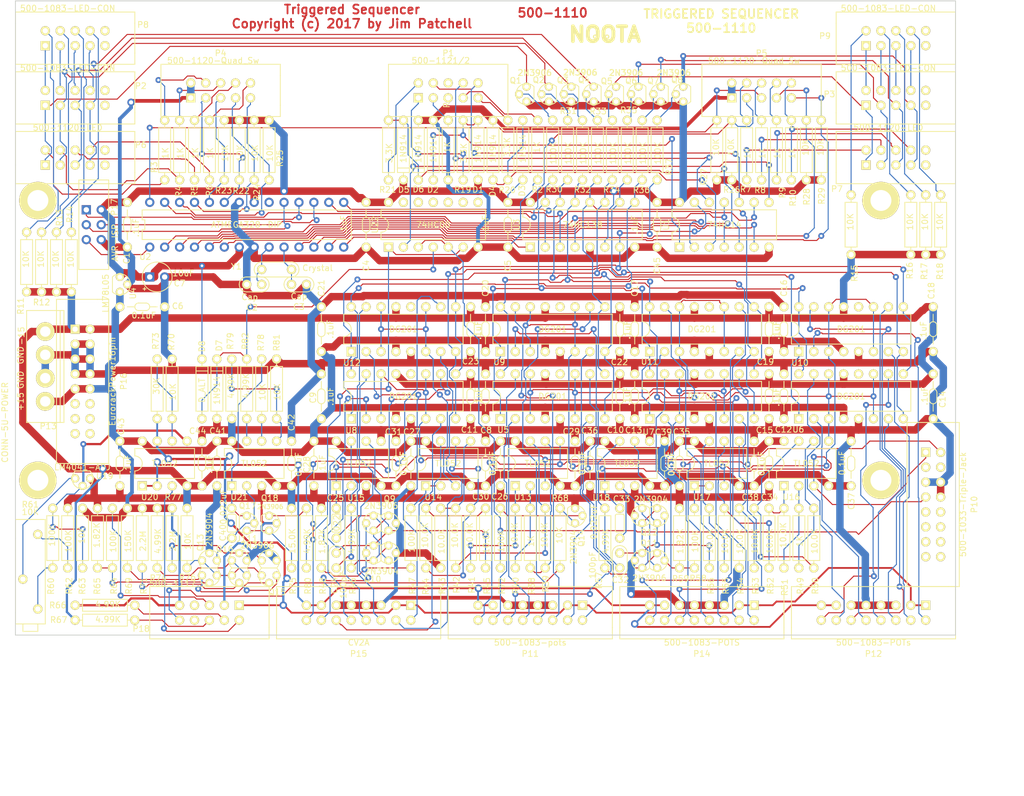
<source format=kicad_pcb>
(kicad_pcb (version 20171130) (host pcbnew "(5.0.0)")
  (title_block (title "Dual 8x2 Sequencer") (date 2017-02-14) (rev B))
  (layers (0 F.Cu signal) (31 B.Cu signal) (34 B.Paste user) (35 F.Paste user) (36 B.SilkS user) (37 F.SilkS user) (38 B.Mask user) (39 F.Mask user) (44 Edge.Cuts user))
  (net 0 "")
  (net 1 VCC)
  (net 2 GND)
  (net 3 "Net-(C3-Pad1)")
  (net 4 +15V0)
  (net 5 "Net-(C24-Pad1)")
  (net 6 "Net-(C24-Pad2)")
  (net 7 "Net-(C25-Pad1)")
  (net 8 /OUTPUT_BUFFER_2/OUT)
  (net 9 -15V0)
  (net 10 "Net-(C32-Pad1)")
  (net 11 "Net-(C32-Pad2)")
  (net 12 "Net-(C33-Pad1)")
  (net 13 /OUTPUT_BUFFER_1/OUT)
  (net 14 "Net-(C40-Pad1)")
  (net 15 "Net-(C40-Pad2)")
  (net 16 "Net-(D1-Pad2)")
  (net 17 "Net-(D3-Pad2)")
  (net 18 "Net-(D5-Pad2)")
  (net 19 "Net-(D7-Pad1)")
  (net 20 /L0)
  (net 21 "Net-(P2-Pad2)")
  (net 22 /L1)
  (net 23 "Net-(P2-Pad4)")
  (net 24 /L2)
  (net 25 "Net-(P2-Pad6)")
  (net 26 /L3)
  (net 27 "Net-(P2-Pad8)")
  (net 28 /L4)
  (net 29 "Net-(P3-Pad2)")
  (net 30 /L5)
  (net 31 "Net-(P3-Pad4)")
  (net 32 /L6)
  (net 33 "Net-(P3-Pad6)")
  (net 34 /L7)
  (net 35 "Net-(P3-Pad8)")
  (net 36 "Net-(P6-Pad2)")
  (net 37 "Net-(P6-Pad4)")
  (net 38 "Net-(P6-Pad6)")
  (net 39 "Net-(P6-Pad8)")
  (net 40 "Net-(P7-Pad2)")
  (net 41 "Net-(P7-Pad4)")
  (net 42 "Net-(P7-Pad6)")
  (net 43 "Net-(P7-Pad8)")
  (net 44 "Net-(P8-Pad2)")
  (net 45 "Net-(P8-Pad4)")
  (net 46 "Net-(P8-Pad6)")
  (net 47 "Net-(P8-Pad8)")
  (net 48 "Net-(P9-Pad2)")
  (net 49 "Net-(P9-Pad4)")
  (net 50 "Net-(P9-Pad6)")
  (net 51 "Net-(P9-Pad8)")
  (net 52 "Net-(P17-Pad1)")
  (net 53 "Net-(P17-Pad4)")
  (net 54 "Net-(P17-Pad3)")
  (net 55 "Net-(P17-Pad5)")
  (net 56 "Net-(Q1-Pad2)")
  (net 57 "Net-(Q2-Pad2)")
  (net 58 "Net-(Q3-Pad2)")
  (net 59 "Net-(Q4-Pad2)")
  (net 60 "Net-(Q5-Pad2)")
  (net 61 "Net-(Q6-Pad2)")
  (net 62 "Net-(Q7-Pad2)")
  (net 63 "Net-(Q8-Pad2)")
  (net 64 "Net-(Q10-Pad1)")
  (net 65 "Net-(Q10-Pad2)")
  (net 66 "Net-(Q11-Pad1)")
  (net 67 "Net-(Q11-Pad5)")
  (net 68 "Net-(P1-Pad3)")
  (net 69 "Net-(P1-Pad7)")
  (net 70 "Net-(P4-Pad4)")
  (net 71 "Net-(P4-Pad6)")
  (net 72 "Net-(P4-Pad8)")
  (net 73 "Net-(P4-Pad10)")
  (net 74 "Net-(P5-Pad4)")
  (net 75 "Net-(P5-Pad6)")
  (net 76 "Net-(P5-Pad8)")
  (net 77 "Net-(P5-Pad10)")
  (net 78 /X0)
  (net 79 /X1)
  (net 80 /X2)
  (net 81 /X3)
  (net 82 /X4)
  (net 83 /X5)
  (net 84 /X6)
  (net 85 /X7)
  (net 86 "Net-(R38-Pad1)")
  (net 87 "Net-(R38-Pad2)")
  (net 88 "Net-(R39-Pad1)")
  (net 89 "Net-(R40-Pad1)")
  (net 90 "Net-(R41-Pad1)")
  (net 91 "Net-(R42-Pad1)")
  (net 92 "Net-(R44-Pad1)")
  (net 93 "Net-(R47-Pad2)")
  (net 94 "Net-(R49-Pad1)")
  (net 95 "Net-(R49-Pad2)")
  (net 96 "Net-(R50-Pad1)")
  (net 97 "Net-(R51-Pad1)")
  (net 98 "Net-(R52-Pad1)")
  (net 99 "Net-(R53-Pad1)")
  (net 100 "Net-(R55-Pad1)")
  (net 101 "Net-(R58-Pad2)")
  (net 102 "Net-(R60-Pad1)")
  (net 103 "Net-(R60-Pad2)")
  (net 104 "Net-(R61-Pad2)")
  (net 105 "Net-(R61-Pad3)")
  (net 106 "Net-(Q13-Pad2)")
  (net 107 "Net-(P18-Pad5)")
  (net 108 "Net-(P18-Pad4)")
  (net 109 "Net-(P18-Pad6)")
  (net 110 "Net-(Q14-Pad3)")
  (net 111 "Net-(P18-Pad10)")
  (net 112 "Net-(Q13-Pad3)")
  (net 113 "Net-(R70-Pad1)")
  (net 114 "Net-(Q15-Pad1)")
  (net 115 /REFERENCE/G_OUT)
  (net 116 "Net-(Q14-Pad2)")
  (net 117 /REFERENCE/+10)
  (net 118 "Net-(Q16-Pad1)")
  (net 119 "Net-(Q17-Pad3)")
  (net 120 "Net-(Q13-Pad1)")
  (net 121 "Net-(Q15-Pad4)")
  (net 122 "Net-(R78-Pad1)")
  (net 123 "Net-(R79-Pad1)")
  (net 124 "Net-(R80-Pad1)")
  (net 125 "Net-(Q18-Pad1)")
  (net 126 "Net-(R82-Pad2)")
  (net 127 /LOGIC/GATE)
  (net 128 "Net-(C2-Pad1)")
  (net 129 "Net-(U2-Pad16)")
  (net 130 "Net-(U2-Pad15)")
  (net 131 "Net-(U2-Pad14)")
  (net 132 /S0)
  (net 133 /S1)
  (net 134 /S2)
  (net 135 /S3)
  (net 136 /S4)
  (net 137 /S5)
  (net 138 /S7)
  (net 139 /S6)
  (net 140 /MUX2/O)
  (net 141 /MUX4/O)
  (net 142 /CV1)
  (net 143 /GLD1)
  (net 144 /CV1_2)
  (net 145 /CV1_0)
  (net 146 /CV1_3)
  (net 147 /CV1_1)
  (net 148 /CV1_6)
  (net 149 /CV1_4)
  (net 150 /CV1_7)
  (net 151 /CV1_5)
  (net 152 /CV2_2)
  (net 153 /CV2_0)
  (net 154 /CV2_3)
  (net 155 /CV2_1)
  (net 156 /CV2_6)
  (net 157 /CV2_4)
  (net 158 /CV2_7)
  (net 159 /CV2_5)
  (net 160 /GLD1_2)
  (net 161 /GLD1_0)
  (net 162 /GLD1_3)
  (net 163 /GLD1_1)
  (net 164 /GLD1_6)
  (net 165 /GLD1_4)
  (net 166 /GLD1_7)
  (net 167 /GLD1_5)
  (net 168 /GLD2_2)
  (net 169 /GLD2_0)
  (net 170 /GLD2_3)
  (net 171 /GLD2_1)
  (net 172 /GLD2_6)
  (net 173 /GLD2_4)
  (net 174 /GLD2_7)
  (net 175 /GLD2_5)
  (net 176 /REFERENCE/SCALED)
  (net 177 "Net-(P18-Pad2)")
  (net 178 /CLK)
  (net 179 /DOWNBEAT)
  (net 180 /RUN)
  (net 181 /ARM)
  (net 182 /TRIG)
  (net 183 /LOGIC/nARM)
  (net 184 /LOGIC/nCLK)
  (net 185 /LOGIC/nRUN)
  (net 186 /LOGIC/nTRIG)
  (net 187 /LOGIC/nGATTE)
  (net 188 /LOGIC/nDB)
  (module FootPrints:MountingHole_140 (layer F.Cu) (at 205.74 61.9125)
    (fp_text reference REF** hide)
    (fp_text value MountingHole_140 hide)
    (pad "" thru_hole circle (at 0 0) (size 6.35 6.35) (drill 3.556) (layers *.Cu *.Mask F.SilkS))
  )
  (module FootPrints:MountingHole_140 (layer F.Cu) (at 205.74 109.5375)
    (fp_text reference REF** hide)
    (fp_text value MountingHole_140 hide)
    (pad "" thru_hole circle (at 0 0) (size 6.35 6.35) (drill 3.556) (layers *.Cu *.Mask F.SilkS))
  )
  (module FootPrints:MountingHole_140 (layer F.Cu) (at 62.2427 109.5375)
    (fp_text reference REF** hide)
    (fp_text value MountingHole_140 hide)
    (pad "" thru_hole circle (at 0 0) (size 6.35 6.35) (drill 3.556) (layers *.Cu *.Mask F.SilkS))
  )
  (module FootPrints:CAP-Bypass-0.3 (layer F.Cu) (at 77.47 66.04 270)
    (fp_text reference C1 (at 5.715 0.127 270) (layer F.SilkS))
    (fp_text value .1uF (at 0.508 -1.4605 270) (layer F.SilkS))
    (pad 1 thru_hole circle (at -3.81 0 270) (size 1.5748 1.5748) (drill 0.9144) (layers *.Cu *.Mask F.SilkS) (net 1 VCC))
    (pad 2 thru_hole circle (at 3.81 0 270) (size 1.5748 1.5748) (drill 0.9144) (layers *.Cu *.Mask F.SilkS) (net 2 GND))
  )
  (module FootPrints:CAP-0.1 (layer F.Cu) (at 106.68 76.2)
    (fp_text reference C3 (at 0 3.81) (layer F.SilkS))
    (fp_text value Cap (at 0 2.032) (layer F.SilkS))
    (pad 1 thru_hole circle (at -1.27 0) (size 1.5748 1.5748) (drill 0.9144) (layers *.Cu *.Mask F.SilkS) (net 3 "Net-(C3-Pad1)"))
    (pad 2 thru_hole circle (at 1.27 0) (size 1.5748 1.5748) (drill 0.9144) (layers *.Cu *.Mask F.SilkS) (net 2 GND))
  )
  (module FootPrints:CAP-Bypass-0.3 (layer F.Cu) (at 118.11 66.04 270)
    (fp_text reference C4 (at 6.985 0 270) (layer F.SilkS))
    (fp_text value .1uF (at 0 3.81 270) (layer F.SilkS))
    (pad 1 thru_hole circle (at -3.81 0 270) (size 1.5748 1.5748) (drill 0.9144) (layers *.Cu *.Mask F.SilkS) (net 1 VCC))
    (pad 2 thru_hole circle (at 3.81 0 270) (size 1.5748 1.5748) (drill 0.9144) (layers *.Cu *.Mask F.SilkS) (net 2 GND))
  )
  (module FootPrints:CAP-Bypass-0.3 (layer F.Cu) (at 142.24 66.04 270)
    (fp_text reference C5 (at 6.985 0 270) (layer F.SilkS))
    (fp_text value .1uF (at 0 3.81 270) (layer F.SilkS))
    (pad 1 thru_hole circle (at -3.81 0 270) (size 1.5748 1.5748) (drill 0.9144) (layers *.Cu *.Mask F.SilkS) (net 1 VCC))
    (pad 2 thru_hole circle (at 3.81 0 270) (size 1.5748 1.5748) (drill 0.9144) (layers *.Cu *.Mask F.SilkS) (net 2 GND))
  )
  (module FootPrints:CAP-Bypass-0.3 (layer F.Cu) (at 80.01 80.01)
    (fp_text reference C6 (at 6.0325 -0.127) (layer F.SilkS))
    (fp_text value 0.1uF (at 0.254 1.4605) (layer F.SilkS))
    (pad 1 thru_hole circle (at -3.81 0) (size 1.5748 1.5748) (drill 0.9144) (layers *.Cu *.Mask F.SilkS) (net 4 +15V0))
    (pad 2 thru_hole circle (at 3.81 0) (size 1.5748 1.5748) (drill 0.9144) (layers *.Cu *.Mask F.SilkS) (net 2 GND))
  )
  (module FootPrints:CAP-0.1 (layer F.Cu) (at 113.03 123.19 270)
    (fp_text reference C24 (at 4.2545 0.3175 270) (layer F.SilkS))
    (fp_text value 100pF (at 4.191 -1.2065 270) (layer F.SilkS))
    (pad 1 thru_hole circle (at -1.27 0 270) (size 1.5748 1.5748) (drill 0.9144) (layers *.Cu *.Mask F.SilkS) (net 5 "Net-(C24-Pad1)"))
    (pad 2 thru_hole circle (at 1.27 0 270) (size 1.5748 1.5748) (drill 0.9144) (layers *.Cu *.Mask F.SilkS) (net 6 "Net-(C24-Pad2)"))
  )
  (module FootPrints:CAP-GREENIE-0.2 (layer F.Cu) (at 113.03 116.84 90)
    (fp_text reference C25 (at 4.318 -0.127 180) (layer F.SilkS))
    (fp_text value 0.022uF (at 0.1905 0.0635 90) (layer F.SilkS))
    (pad 1 thru_hole circle (at -2.54 0 90) (size 1.5748 1.5748) (drill 0.9144) (layers *.Cu *.Mask F.SilkS) (net 7 "Net-(C25-Pad1)"))
    (pad 2 thru_hole circle (at 2.54 0 90) (size 1.5748 1.5748) (drill 0.9144) (layers *.Cu *.Mask F.SilkS) (net 8 /OUTPUT_BUFFER_2/OUT))
  )
  (module FootPrints:CAP-Bypass-0.3 (layer F.Cu) (at 140.97 106.68 270)
    (fp_text reference C26 (at 5.6388 0.1016) (layer F.SilkS))
    (fp_text value 0.1uF (at 0 1.3208 270) (layer F.SilkS))
    (pad 1 thru_hole circle (at -3.81 0 270) (size 1.5748 1.5748) (drill 0.9144) (layers *.Cu *.Mask F.SilkS) (net 4 +15V0))
    (pad 2 thru_hole circle (at 3.81 0 270) (size 1.5748 1.5748) (drill 0.9144) (layers *.Cu *.Mask F.SilkS) (net 2 GND))
  )
  (module FootPrints:CAP-Bypass-0.3 (layer F.Cu) (at 125.73 106.68 270)
    (fp_text reference C27 (at -5.3848 -0.1524) (layer F.SilkS))
    (fp_text value 0.1uF (at 0 1.3208 270) (layer F.SilkS))
    (pad 1 thru_hole circle (at -3.81 0 270) (size 1.5748 1.5748) (drill 0.9144) (layers *.Cu *.Mask F.SilkS) (net 4 +15V0))
    (pad 2 thru_hole circle (at 3.81 0 270) (size 1.5748 1.5748) (drill 0.9144) (layers *.Cu *.Mask F.SilkS) (net 2 GND))
  )
  (module FootPrints:CAP-Bypass-0.3 (layer F.Cu) (at 109.22 106.68 270)
    (fp_text reference C28 (at 0.2032 1.2192 270) (layer F.SilkS))
    (fp_text value 0.1uF (at 0.1524 2.6162 270) (layer F.SilkS))
    (pad 1 thru_hole circle (at -3.81 0 270) (size 1.5748 1.5748) (drill 0.9144) (layers *.Cu *.Mask F.SilkS) (net 4 +15V0))
    (pad 2 thru_hole circle (at 3.81 0 270) (size 1.5748 1.5748) (drill 0.9144) (layers *.Cu *.Mask F.SilkS) (net 2 GND))
  )
  (module FootPrints:CAP-Bypass-0.3 (layer F.Cu) (at 153.67 106.68 90)
    (fp_text reference C29 (at 5.4356 -0.635 180) (layer F.SilkS))
    (fp_text value 0.1uF (at 0.1016 1.2192 90) (layer F.SilkS))
    (pad 1 thru_hole circle (at -3.81 0 90) (size 1.5748 1.5748) (drill 0.9144) (layers *.Cu *.Mask F.SilkS) (net 9 -15V0))
    (pad 2 thru_hole circle (at 3.81 0 90) (size 1.5748 1.5748) (drill 0.9144) (layers *.Cu *.Mask F.SilkS) (net 2 GND))
  )
  (module FootPrints:CAP-Bypass-0.3 (layer F.Cu) (at 138.43 106.68 90)
    (fp_text reference C30 (at -5.6388 -0.8128 180) (layer F.SilkS))
    (fp_text value 0.1uF (at 0.0508 1.2192 90) (layer F.SilkS))
    (pad 1 thru_hole circle (at -3.81 0 90) (size 1.5748 1.5748) (drill 0.9144) (layers *.Cu *.Mask F.SilkS) (net 9 -15V0))
    (pad 2 thru_hole circle (at 3.81 0 90) (size 1.5748 1.5748) (drill 0.9144) (layers *.Cu *.Mask F.SilkS) (net 2 GND))
  )
  (module FootPrints:CAP-Bypass-0.3 (layer F.Cu) (at 123.19 106.68 90)
    (fp_text reference C31 (at 5.3848 -0.4064 180) (layer F.SilkS))
    (fp_text value 0.1uF (at 0 1.27 90) (layer F.SilkS))
    (pad 1 thru_hole circle (at -3.81 0 90) (size 1.5748 1.5748) (drill 0.9144) (layers *.Cu *.Mask F.SilkS) (net 9 -15V0))
    (pad 2 thru_hole circle (at 3.81 0 90) (size 1.5748 1.5748) (drill 0.9144) (layers *.Cu *.Mask F.SilkS) (net 2 GND))
  )
  (module FootPrints:CAP-0.1 (layer F.Cu) (at 161.29 123.19 270)
    (fp_text reference C32 (at 3.302 -0.1016) (layer F.SilkS))
    (fp_text value 100pF (at 0.7874 4.6482 270) (layer F.SilkS))
    (pad 1 thru_hole circle (at -1.27 0 270) (size 1.5748 1.5748) (drill 0.9144) (layers *.Cu *.Mask F.SilkS) (net 10 "Net-(C32-Pad1)"))
    (pad 2 thru_hole circle (at 1.27 0 270) (size 1.5748 1.5748) (drill 0.9144) (layers *.Cu *.Mask F.SilkS) (net 11 "Net-(C32-Pad2)"))
  )
  (module FootPrints:CAP-GREENIE-0.2 (layer F.Cu) (at 161.29 116.84 90)
    (fp_text reference C33 (at 4.1148 0.3048 180) (layer F.SilkS))
    (fp_text value 0.022uF (at 0.254 -4.4196 90) (layer F.SilkS))
    (pad 1 thru_hole circle (at -2.54 0 90) (size 1.5748 1.5748) (drill 0.9144) (layers *.Cu *.Mask F.SilkS) (net 12 "Net-(C33-Pad1)"))
    (pad 2 thru_hole circle (at 2.54 0 90) (size 1.5748 1.5748) (drill 0.9144) (layers *.Cu *.Mask F.SilkS) (net 13 /OUTPUT_BUFFER_1/OUT))
  )
  (module FootPrints:CAP-Bypass-0.3 (layer F.Cu) (at 186.69 106.68 270)
    (fp_text reference C34 (at 5.7404 -0.1016) (layer F.SilkS))
    (fp_text value 0.1uF (at 0.0254 1.27 270) (layer F.SilkS))
    (pad 1 thru_hole circle (at -3.81 0 270) (size 1.5748 1.5748) (drill 0.9144) (layers *.Cu *.Mask F.SilkS) (net 4 +15V0))
    (pad 2 thru_hole circle (at 3.81 0 270) (size 1.5748 1.5748) (drill 0.9144) (layers *.Cu *.Mask F.SilkS) (net 2 GND))
  )
  (module FootPrints:CAP-Bypass-0.3 (layer F.Cu) (at 171.45 106.68 270)
    (fp_text reference C35 (at -5.3848 -0.3556) (layer F.SilkS))
    (fp_text value 0.1uF (at 0.0508 1.3716 270) (layer F.SilkS))
    (pad 1 thru_hole circle (at -3.81 0 270) (size 1.5748 1.5748) (drill 0.9144) (layers *.Cu *.Mask F.SilkS) (net 4 +15V0))
    (pad 2 thru_hole circle (at 3.81 0 270) (size 1.5748 1.5748) (drill 0.9144) (layers *.Cu *.Mask F.SilkS) (net 2 GND))
  )
  (module FootPrints:CAP-Bypass-0.3 (layer F.Cu) (at 156.21 106.68 270)
    (fp_text reference C36 (at -5.588 0.0508) (layer F.SilkS))
    (fp_text value 0.1uF (at -0.1016 1.3208 270) (layer F.SilkS))
    (pad 1 thru_hole circle (at -3.81 0 270) (size 1.5748 1.5748) (drill 0.9144) (layers *.Cu *.Mask F.SilkS) (net 4 +15V0))
    (pad 2 thru_hole circle (at 3.81 0 270) (size 1.5748 1.5748) (drill 0.9144) (layers *.Cu *.Mask F.SilkS) (net 2 GND))
  )
  (module FootPrints:CAP-Bypass-0.3 (layer F.Cu) (at 200.66 106.68 90)
    (fp_text reference C37 (at -6.4262 0.0508 90) (layer F.SilkS))
    (fp_text value 0.1uF (at 0.0762 -1.5494 90) (layer F.SilkS))
    (pad 1 thru_hole circle (at -3.81 0 90) (size 1.5748 1.5748) (drill 0.9144) (layers *.Cu *.Mask F.SilkS) (net 9 -15V0))
    (pad 2 thru_hole circle (at 3.81 0 90) (size 1.5748 1.5748) (drill 0.9144) (layers *.Cu *.Mask F.SilkS) (net 2 GND))
  )
  (module FootPrints:CAP-Bypass-0.3 (layer F.Cu) (at 184.15 106.68 90)
    (fp_text reference C38 (at -5.7404 -0.6604 180) (layer F.SilkS))
    (fp_text value 0.1uF (at -0.0254 1.2446 90) (layer F.SilkS))
    (pad 1 thru_hole circle (at -3.81 0 90) (size 1.5748 1.5748) (drill 0.9144) (layers *.Cu *.Mask F.SilkS) (net 9 -15V0))
    (pad 2 thru_hole circle (at 3.81 0 90) (size 1.5748 1.5748) (drill 0.9144) (layers *.Cu *.Mask F.SilkS) (net 2 GND))
  )
  (module FootPrints:CAP-Bypass-0.3 (layer F.Cu) (at 168.91 106.68 90)
    (fp_text reference C39 (at 5.334 -0.2032 180) (layer F.SilkS))
    (fp_text value 0.1uF (at -0.1016 1.1684 90) (layer F.SilkS))
    (pad 1 thru_hole circle (at -3.81 0 90) (size 1.5748 1.5748) (drill 0.9144) (layers *.Cu *.Mask F.SilkS) (net 9 -15V0))
    (pad 2 thru_hole circle (at 3.81 0 90) (size 1.5748 1.5748) (drill 0.9144) (layers *.Cu *.Mask F.SilkS) (net 2 GND))
  )
  (module FootPrints:CAP-GREENIE-0.2 (layer F.Cu) (at 95.25 116.84 90)
    (fp_text reference C40 (at -1.6256 -1.524 90) (layer F.SilkS))
    (fp_text value 0.022uF (at 2.794 -1.4224 90) (layer F.SilkS))
    (pad 1 thru_hole circle (at -2.54 0 90) (size 1.5748 1.5748) (drill 0.9144) (layers *.Cu *.Mask F.SilkS) (net 14 "Net-(C40-Pad1)"))
    (pad 2 thru_hole circle (at 2.54 0 90) (size 1.5748 1.5748) (drill 0.9144) (layers *.Cu *.Mask F.SilkS) (net 15 "Net-(C40-Pad2)"))
  )
  (module FootPrints:CAP-Bypass-0.3 (layer F.Cu) (at 92.71 106.68 270)
    (fp_text reference C41 (at -5.5372 -0.1778) (layer F.SilkS))
    (fp_text value .1uF (at 0.0762 1.2954 270) (layer F.SilkS))
    (pad 1 thru_hole circle (at -3.81 0 270) (size 1.5748 1.5748) (drill 0.9144) (layers *.Cu *.Mask F.SilkS) (net 4 +15V0))
    (pad 2 thru_hole circle (at 3.81 0 270) (size 1.5748 1.5748) (drill 0.9144) (layers *.Cu *.Mask F.SilkS) (net 2 GND))
  )
  (module FootPrints:CAP-Bypass-0.3 (layer F.Cu) (at 105.41 106.68 90)
    (fp_text reference C42 (at 6.985 0 90) (layer F.SilkS))
    (fp_text value .1uF (at -0.1016 5.2832 90) (layer F.SilkS))
    (pad 1 thru_hole circle (at -3.81 0 90) (size 1.5748 1.5748) (drill 0.9144) (layers *.Cu *.Mask F.SilkS) (net 9 -15V0))
    (pad 2 thru_hole circle (at 3.81 0 90) (size 1.5748 1.5748) (drill 0.9144) (layers *.Cu *.Mask F.SilkS) (net 2 GND))
  )
  (module FootPrints:CAP-Bypass-0.3 (layer F.Cu) (at 76.2 106.68 270)
    (fp_text reference C43 (at -6.2992 -0.2032 270) (layer F.SilkS))
    (fp_text value .1uF (at 0.0762 -1.3462 270) (layer F.SilkS))
    (pad 1 thru_hole circle (at -3.81 0 270) (size 1.5748 1.5748) (drill 0.9144) (layers *.Cu *.Mask F.SilkS) (net 4 +15V0))
    (pad 2 thru_hole circle (at 3.81 0 270) (size 1.5748 1.5748) (drill 0.9144) (layers *.Cu *.Mask F.SilkS) (net 2 GND))
  )
  (module FootPrints:CAP-Bypass-0.3 (layer F.Cu) (at 90.17 106.68 90)
    (fp_text reference C44 (at 5.5372 -0.7366 180) (layer F.SilkS))
    (fp_text value .1uF (at -0.1016 1.2446 90) (layer F.SilkS))
    (pad 1 thru_hole circle (at -3.81 0 90) (size 1.5748 1.5748) (drill 0.9144) (layers *.Cu *.Mask F.SilkS) (net 9 -15V0))
    (pad 2 thru_hole circle (at 3.81 0 90) (size 1.5748 1.5748) (drill 0.9144) (layers *.Cu *.Mask F.SilkS) (net 2 GND))
  )
  (module FootPrints:CAP-Bypass-0.3 (layer F.Cu) (at 167.64 66.04 270)
    (fp_text reference C45 (at 6.985 0 270) (layer F.SilkS))
    (fp_text value .1uF (at 0 3.81 270) (layer F.SilkS))
    (pad 1 thru_hole circle (at -3.81 0 270) (size 1.5748 1.5748) (drill 0.9144) (layers *.Cu *.Mask F.SilkS) (net 1 VCC))
    (pad 2 thru_hole circle (at 3.81 0 270) (size 1.5748 1.5748) (drill 0.9144) (layers *.Cu *.Mask F.SilkS) (net 2 GND))
  )
  (module FootPrints:DIODE0.4 (layer F.Cu) (at 137.16 53.34 90)
    (fp_text reference D1 (at -6.731 0 180) (layer F.SilkS))
    (fp_text value 1N914 (at 0.254 0 90) (layer F.SilkS))
    (pad 1 thru_hole circle (at -5.08 0 90) (size 1.5748 1.5748) (drill 0.9144) (layers *.Cu *.Mask F.SilkS) (net 1 VCC))
    (pad 2 thru_hole circle (at 5.08 0 90) (size 1.5748 1.5748) (drill 0.9144) (layers *.Cu *.Mask F.SilkS) (net 16 "Net-(D1-Pad2)"))
  )
  (module FootPrints:DIODE0.4 (layer F.Cu) (at 129.54 53.34 90)
    (fp_text reference D2 (at -6.731 -0.0635 180) (layer F.SilkS))
    (fp_text value 1N914 (at 0.254 0 90) (layer F.SilkS))
    (pad 1 thru_hole circle (at -5.08 0 90) (size 1.5748 1.5748) (drill 0.9144) (layers *.Cu *.Mask F.SilkS) (net 16 "Net-(D1-Pad2)"))
    (pad 2 thru_hole circle (at 5.08 0 90) (size 1.5748 1.5748) (drill 0.9144) (layers *.Cu *.Mask F.SilkS) (net 2 GND))
  )
  (module FootPrints:DIODE0.4 (layer F.Cu) (at 144.78 53.34 90)
    (fp_text reference D3 (at -6.9215 -0.127 90) (layer F.SilkS))
    (fp_text value 1N914 (at 0.254 0 90) (layer F.SilkS))
    (pad 1 thru_hole circle (at -5.08 0 90) (size 1.5748 1.5748) (drill 0.9144) (layers *.Cu *.Mask F.SilkS) (net 1 VCC))
    (pad 2 thru_hole circle (at 5.08 0 90) (size 1.5748 1.5748) (drill 0.9144) (layers *.Cu *.Mask F.SilkS) (net 17 "Net-(D3-Pad2)"))
  )
  (module FootPrints:DIODE0.4 (layer F.Cu) (at 139.7 53.34 90)
    (fp_text reference D4 (at -6.985 -0.0635 90) (layer F.SilkS))
    (fp_text value 1N914 (at 0.254 0 90) (layer F.SilkS))
    (pad 1 thru_hole circle (at -5.08 0 90) (size 1.5748 1.5748) (drill 0.9144) (layers *.Cu *.Mask F.SilkS) (net 17 "Net-(D3-Pad2)"))
    (pad 2 thru_hole circle (at 5.08 0 90) (size 1.5748 1.5748) (drill 0.9144) (layers *.Cu *.Mask F.SilkS) (net 2 GND))
  )
  (module FootPrints:DIODE0.4 (layer F.Cu) (at 124.46 53.34 90)
    (fp_text reference D5 (at -6.731 0.0635 180) (layer F.SilkS))
    (fp_text value 1N914 (at 0.254 0 90) (layer F.SilkS))
    (pad 1 thru_hole circle (at -5.08 0 90) (size 1.5748 1.5748) (drill 0.9144) (layers *.Cu *.Mask F.SilkS) (net 1 VCC))
    (pad 2 thru_hole circle (at 5.08 0 90) (size 1.5748 1.5748) (drill 0.9144) (layers *.Cu *.Mask F.SilkS) (net 18 "Net-(D5-Pad2)"))
  )
  (module FootPrints:DIODE0.4 (layer F.Cu) (at 127 53.34 90)
    (fp_text reference D6 (at -6.6675 0 180) (layer F.SilkS))
    (fp_text value 1N914 (at 0.254 0 90) (layer F.SilkS))
    (pad 1 thru_hole circle (at -5.08 0 90) (size 1.5748 1.5748) (drill 0.9144) (layers *.Cu *.Mask F.SilkS) (net 18 "Net-(D5-Pad2)"))
    (pad 2 thru_hole circle (at 5.08 0 90) (size 1.5748 1.5748) (drill 0.9144) (layers *.Cu *.Mask F.SilkS) (net 2 GND))
  )
  (module FootPrints:DIODE0.4 (layer F.Cu) (at 92.71 93.98 270)
    (fp_text reference D7 (at -7.366 -0.381 270) (layer F.SilkS))
    (fp_text value 1N914 (at 0.254 0 270) (layer F.SilkS))
    (pad 1 thru_hole circle (at -5.08 0 270) (size 1.5748 1.5748) (drill 0.9144) (layers *.Cu *.Mask F.SilkS) (net 19 "Net-(D7-Pad1)"))
    (pad 2 thru_hole circle (at 5.08 0 270) (size 1.5748 1.5748) (drill 0.9144) (layers *.Cu *.Mask F.SilkS) (net 2 GND))
  )
  (module FootPrints:DIODE0.4 (layer F.Cu) (at 90.17 93.98 270)
    (fp_text reference D8 (at -7.239 0 270) (layer F.SilkS))
    (fp_text value D_ALT (at 0.254 0 270) (layer F.SilkS))
    (pad 1 thru_hole circle (at -5.08 0 270) (size 1.5748 1.5748) (drill 0.9144) (layers *.Cu *.Mask F.SilkS) (net 1 VCC))
    (pad 2 thru_hole circle (at 5.08 0 270) (size 1.5748 1.5748) (drill 0.9144) (layers *.Cu *.Mask F.SilkS) (net 19 "Net-(D7-Pad1)"))
  )
  (module FootPrints:IDC3X2 (layer F.Cu) (at 71.755 66.04 270)
    (fp_text reference P17 (at -2.9845 -3.4925 90) (layer F.SilkS))
    (fp_text value AVR-ISP (at 3.048 -3.6195 270) (layer F.SilkS))
    (pad 2 thru_hole circle (at -2.54 -1.27 270) (size 1.5748 1.5748) (drill 0.9144) (layers *.Cu *.Mask) (net 1 VCC))
    (pad 1 thru_hole rect (at -2.54 1.27 270) (size 1.5748 1.5748) (drill 0.9144) (layers *.Cu *.Mask) (net 52 "Net-(P17-Pad1)"))
    (pad 4 thru_hole circle (at 0 -1.27 270) (size 1.5748 1.5748) (drill 0.9144) (layers *.Cu *.Mask) (net 53 "Net-(P17-Pad4)"))
    (pad 3 thru_hole circle (at 0 1.27 270) (size 1.5748 1.5748) (drill 0.9144) (layers *.Cu *.Mask) (net 54 "Net-(P17-Pad3)"))
    (pad 6 thru_hole circle (at 2.54 -1.27 270) (size 1.5748 1.5748) (drill 0.9144) (layers *.Cu *.Mask) (net 2 GND))
    (pad 5 thru_hole circle (at 2.54 1.27 270) (size 1.5748 1.5748) (drill 0.9144) (layers *.Cu *.Mask) (net 55 "Net-(P17-Pad5)"))
  )
  (module FootPrints:TO92 (layer F.Cu) (at 145.415 43.815 90)
    (fp_text reference Q1 (at 2.3114 -1.8542 180) (layer F.SilkS))
    (fp_text value 2N3906 (at 3.6322 1.397 180) (layer F.SilkS))
    (pad 1 thru_hole circle (at -1.27 0 90) (size 1.397 1.397) (drill 0.8128) (layers *.Cu *.Mask F.SilkS) (net 1 VCC))
    (pad 2 thru_hole circle (at 0 -1.27 90) (size 1.397 1.397) (drill 0.8128) (layers *.Cu *.Mask F.SilkS) (net 56 "Net-(Q1-Pad2)"))
    (pad 3 thru_hole circle (at 1.27 0 90) (size 1.397 1.397) (drill 0.8128) (layers *.Cu *.Mask F.SilkS) (net 20 /L0))
  )
  (module FootPrints:TO92 (layer F.Cu) (at 149.225 43.815 90)
    (fp_text reference Q2 (at 2.413 -1.7526 180) (layer F.SilkS))
    (fp_text value 2N3906 (at 3.6322 -2.413 180) (layer F.SilkS))
    (pad 1 thru_hole circle (at -1.27 0 90) (size 1.397 1.397) (drill 0.8128) (layers *.Cu *.Mask F.SilkS) (net 1 VCC))
    (pad 2 thru_hole circle (at 0 -1.27 90) (size 1.397 1.397) (drill 0.8128) (layers *.Cu *.Mask F.SilkS) (net 57 "Net-(Q2-Pad2)"))
    (pad 3 thru_hole circle (at 1.27 0 90) (size 1.397 1.397) (drill 0.8128) (layers *.Cu *.Mask F.SilkS) (net 22 /L1))
  )
  (module FootPrints:TO92 (layer F.Cu) (at 153.035 43.815 90)
    (fp_text reference Q3 (at 2.3622 -1.4478 180) (layer F.SilkS))
    (fp_text value 2N3906 (at 3.683 1.5494 180) (layer F.SilkS))
    (pad 1 thru_hole circle (at -1.27 0 90) (size 1.397 1.397) (drill 0.8128) (layers *.Cu *.Mask F.SilkS) (net 1 VCC))
    (pad 2 thru_hole circle (at 0 -1.27 90) (size 1.397 1.397) (drill 0.8128) (layers *.Cu *.Mask F.SilkS) (net 58 "Net-(Q3-Pad2)"))
    (pad 3 thru_hole circle (at 1.27 0 90) (size 1.397 1.397) (drill 0.8128) (layers *.Cu *.Mask F.SilkS) (net 24 /L2))
  )
  (module FootPrints:TO92 (layer F.Cu) (at 156.845 43.815 90)
    (fp_text reference Q4 (at 2.413 -1.651 180) (layer F.SilkS))
    (fp_text value 2N3906 (at 3.683 -2.3114 180) (layer F.SilkS))
    (pad 1 thru_hole circle (at -1.27 0 90) (size 1.397 1.397) (drill 0.8128) (layers *.Cu *.Mask F.SilkS) (net 1 VCC))
    (pad 2 thru_hole circle (at 0 -1.27 90) (size 1.397 1.397) (drill 0.8128) (layers *.Cu *.Mask F.SilkS) (net 59 "Net-(Q4-Pad2)"))
    (pad 3 thru_hole circle (at 1.27 0 90) (size 1.397 1.397) (drill 0.8128) (layers *.Cu *.Mask F.SilkS) (net 26 /L3))
  )
  (module FootPrints:TO92 (layer F.Cu) (at 160.655 43.815 90)
    (fp_text reference Q5 (at 2.2098 -1.6002 180) (layer F.SilkS))
    (fp_text value 2N3906 (at 3.6322 1.7018 180) (layer F.SilkS))
    (pad 1 thru_hole circle (at -1.27 0 90) (size 1.397 1.397) (drill 0.8128) (layers *.Cu *.Mask F.SilkS) (net 1 VCC))
    (pad 2 thru_hole circle (at 0 -1.27 90) (size 1.397 1.397) (drill 0.8128) (layers *.Cu *.Mask F.SilkS) (net 60 "Net-(Q5-Pad2)"))
    (pad 3 thru_hole circle (at 1.27 0 90) (size 1.397 1.397) (drill 0.8128) (layers *.Cu *.Mask F.SilkS) (net 28 /L4))
  )
  (module FootPrints:TO92 (layer F.Cu) (at 164.465 43.815 90)
    (fp_text reference Q6 (at 2.2606 -1.2446 180) (layer F.SilkS))
    (fp_text value 2N3906 (at 3.6322 -2.1082 180) (layer F.SilkS))
    (pad 1 thru_hole circle (at -1.27 0 90) (size 1.397 1.397) (drill 0.8128) (layers *.Cu *.Mask F.SilkS) (net 1 VCC))
    (pad 2 thru_hole circle (at 0 -1.27 90) (size 1.397 1.397) (drill 0.8128) (layers *.Cu *.Mask F.SilkS) (net 61 "Net-(Q6-Pad2)"))
    (pad 3 thru_hole circle (at 1.27 0 90) (size 1.397 1.397) (drill 0.8128) (layers *.Cu *.Mask F.SilkS) (net 30 /L5))
  )
  (module FootPrints:TO92 (layer F.Cu) (at 168.275 43.815 90)
    (fp_text reference Q7 (at 2.2606 -1.2954 180) (layer F.SilkS))
    (fp_text value 2N3906 (at 3.6322 2.2098 180) (layer F.SilkS))
    (pad 1 thru_hole circle (at -1.27 0 90) (size 1.397 1.397) (drill 0.8128) (layers *.Cu *.Mask F.SilkS) (net 1 VCC))
    (pad 2 thru_hole circle (at 0 -1.27 90) (size 1.397 1.397) (drill 0.8128) (layers *.Cu *.Mask F.SilkS) (net 62 "Net-(Q7-Pad2)"))
    (pad 3 thru_hole circle (at 1.27 0 90) (size 1.397 1.397) (drill 0.8128) (layers *.Cu *.Mask F.SilkS) (net 32 /L6))
  )
  (module FootPrints:TO92 (layer F.Cu) (at 172.085 43.815 90)
    (fp_text reference Q8 (at 2.413 -1.0414 180) (layer F.SilkS))
    (fp_text value 2N3906 (at 3.6322 -1.6002 180) (layer F.SilkS))
    (pad 1 thru_hole circle (at -1.27 0 90) (size 1.397 1.397) (drill 0.8128) (layers *.Cu *.Mask F.SilkS) (net 1 VCC))
    (pad 2 thru_hole circle (at 0 -1.27 90) (size 1.397 1.397) (drill 0.8128) (layers *.Cu *.Mask F.SilkS) (net 63 "Net-(Q8-Pad2)"))
    (pad 3 thru_hole circle (at 1.27 0 90) (size 1.397 1.397) (drill 0.8128) (layers *.Cu *.Mask F.SilkS) (net 34 /L7))
  )
  (module FootPrints:DUAL_TO92 (layer F.Cu) (at 120.65 116.84 90)
    (fp_text reference Q9 (at 4.1275 1.4605 180) (layer F.SilkS))
    (fp_text value 2N3906 (at 2.9464 0 180) (layer F.SilkS))
    (pad 2 thru_hole circle (at 0 2.54 90) (size 1.397 1.397) (drill 0.8128) (layers *.Cu *.Mask F.SilkS) (net 2 GND))
    (pad 3 thru_hole circle (at -1.27 1.27 90) (size 1.397 1.397) (drill 0.8128) (layers *.Cu *.Mask F.SilkS) (net 5 "Net-(C24-Pad1)"))
    (pad 1 thru_hole circle (at 1.27 1.27 90) (size 1.397 1.397) (drill 0.8128) (layers *.Cu *.Mask F.SilkS) (net 64 "Net-(Q10-Pad1)"))
    (pad 6 thru_hole circle (at 1.27 -1.27 90) (size 1.397 1.397) (drill 0.8128) (layers *.Cu *.Mask F.SilkS) (net 7 "Net-(C25-Pad1)"))
    (pad 4 thru_hole circle (at -1.27 -1.27 90) (size 1.397 1.397) (drill 0.8128) (layers *.Cu *.Mask F.SilkS) (net 64 "Net-(Q10-Pad1)"))
    (pad 5 thru_hole circle (at 0 -2.54 90) (size 1.397 1.397) (drill 0.8128) (layers *.Cu *.Mask F.SilkS) (net 65 "Net-(Q10-Pad2)"))
  )
  (module FootPrints:DUAL_TO92 (layer F.Cu) (at 120.65 121.92 270)
    (fp_text reference Q10 (at 4.445 1.4605) (layer F.SilkS))
    (fp_text value 2N3904 (at 3.0988 -0.1016) (layer F.SilkS))
    (pad 2 thru_hole circle (at 0 2.54 270) (size 1.397 1.397) (drill 0.8128) (layers *.Cu *.Mask F.SilkS) (net 65 "Net-(Q10-Pad2)"))
    (pad 3 thru_hole circle (at -1.27 1.27 270) (size 1.397 1.397) (drill 0.8128) (layers *.Cu *.Mask F.SilkS) (net 5 "Net-(C24-Pad1)"))
    (pad 1 thru_hole circle (at 1.27 1.27 270) (size 1.397 1.397) (drill 0.8128) (layers *.Cu *.Mask F.SilkS) (net 64 "Net-(Q10-Pad1)"))
    (pad 6 thru_hole circle (at 1.27 -1.27 270) (size 1.397 1.397) (drill 0.8128) (layers *.Cu *.Mask F.SilkS) (net 7 "Net-(C25-Pad1)"))
    (pad 4 thru_hole circle (at -1.27 -1.27 270) (size 1.397 1.397) (drill 0.8128) (layers *.Cu *.Mask F.SilkS) (net 64 "Net-(Q10-Pad1)"))
    (pad 5 thru_hole circle (at 0 -2.54 270) (size 1.397 1.397) (drill 0.8128) (layers *.Cu *.Mask F.SilkS) (net 2 GND))
  )
  (module FootPrints:DUAL_TO92 (layer F.Cu) (at 166.37 123.19 270)
    (fp_text reference Q11 (at -2.9464 0.1016) (layer F.SilkS))
    (fp_text value 2N3906 (at 2.9972 0.0508) (layer F.SilkS))
    (pad 2 thru_hole circle (at 0 2.54 270) (size 1.397 1.397) (drill 0.8128) (layers *.Cu *.Mask F.SilkS) (net 2 GND))
    (pad 3 thru_hole circle (at -1.27 1.27 270) (size 1.397 1.397) (drill 0.8128) (layers *.Cu *.Mask F.SilkS) (net 10 "Net-(C32-Pad1)"))
    (pad 1 thru_hole circle (at 1.27 1.27 270) (size 1.397 1.397) (drill 0.8128) (layers *.Cu *.Mask F.SilkS) (net 66 "Net-(Q11-Pad1)"))
    (pad 6 thru_hole circle (at 1.27 -1.27 270) (size 1.397 1.397) (drill 0.8128) (layers *.Cu *.Mask F.SilkS) (net 12 "Net-(C33-Pad1)"))
    (pad 4 thru_hole circle (at -1.27 -1.27 270) (size 1.397 1.397) (drill 0.8128) (layers *.Cu *.Mask F.SilkS) (net 66 "Net-(Q11-Pad1)"))
    (pad 5 thru_hole circle (at 0 -2.54 270) (size 1.397 1.397) (drill 0.8128) (layers *.Cu *.Mask F.SilkS) (net 67 "Net-(Q11-Pad5)"))
  )
  (module FootPrints:DUAL_TO92 (layer F.Cu) (at 166.37 115.57 90)
    (fp_text reference Q12 (at -2.8194 -0.1016 180) (layer F.SilkS))
    (fp_text value 2N3904 (at 2.794 0.2032 180) (layer F.SilkS))
    (pad 2 thru_hole circle (at 0 2.54 90) (size 1.397 1.397) (drill 0.8128) (layers *.Cu *.Mask F.SilkS) (net 67 "Net-(Q11-Pad5)"))
    (pad 3 thru_hole circle (at -1.27 1.27 90) (size 1.397 1.397) (drill 0.8128) (layers *.Cu *.Mask F.SilkS) (net 10 "Net-(C32-Pad1)"))
    (pad 1 thru_hole circle (at 1.27 1.27 90) (size 1.397 1.397) (drill 0.8128) (layers *.Cu *.Mask F.SilkS) (net 66 "Net-(Q11-Pad1)"))
    (pad 6 thru_hole circle (at 1.27 -1.27 90) (size 1.397 1.397) (drill 0.8128) (layers *.Cu *.Mask F.SilkS) (net 12 "Net-(C33-Pad1)"))
    (pad 4 thru_hole circle (at -1.27 -1.27 90) (size 1.397 1.397) (drill 0.8128) (layers *.Cu *.Mask F.SilkS) (net 66 "Net-(Q11-Pad1)"))
    (pad 5 thru_hole circle (at 0 -2.54 90) (size 1.397 1.397) (drill 0.8128) (layers *.Cu *.Mask F.SilkS) (net 2 GND))
  )
  (module FootPrints:AXIAL0.4 (layer F.Cu) (at 132.08 53.34 270)
    (fp_text reference R1 (at -8.128 0.254 270) (layer F.SilkS))
    (fp_text value 1K (at -0.508 0.127 270) (layer F.SilkS))
    (pad 1 thru_hole circle (at -5.08 0 270) (size 1.5748 1.5748) (drill 0.9144) (layers *.Cu *.Mask F.SilkS) (net 68 "Net-(P1-Pad3)"))
    (pad 2 thru_hole circle (at 5.08 0 270) (size 1.5748 1.5748) (drill 0.9144) (layers *.Cu *.Mask F.SilkS) (net 2 GND))
  )
  (module FootPrints:AXIAL0.4 (layer F.Cu) (at 147.32 53.34 270)
    (fp_text reference R2 (at 6.731 0.0635) (layer F.SilkS))
    (fp_text value 1K (at -0.508 0.127 270) (layer F.SilkS))
    (pad 1 thru_hole circle (at -5.08 0 270) (size 1.5748 1.5748) (drill 0.9144) (layers *.Cu *.Mask F.SilkS) (net 69 "Net-(P1-Pad7)"))
    (pad 2 thru_hole circle (at 5.08 0 270) (size 1.5748 1.5748) (drill 0.9144) (layers *.Cu *.Mask F.SilkS) (net 2 GND))
  )
  (module FootPrints:AXIAL0.4 (layer F.Cu) (at 83.82 53.34 90)
    (fp_text reference R3 (at -2.921 -1.778 90) (layer F.SilkS))
    (fp_text value 1K (at -0.508 0.127 90) (layer F.SilkS))
    (pad 1 thru_hole circle (at -5.08 0 90) (size 1.5748 1.5748) (drill 0.9144) (layers *.Cu *.Mask F.SilkS) (net 36 "Net-(P6-Pad2)"))
    (pad 2 thru_hole circle (at 5.08 0 90) (size 1.5748 1.5748) (drill 0.9144) (layers *.Cu *.Mask F.SilkS) (net 70 "Net-(P4-Pad4)"))
  )
  (module FootPrints:AXIAL0.4 (layer F.Cu) (at 86.36 53.34 90)
    (fp_text reference R4 (at -6.985 -0.127 90) (layer F.SilkS))
    (fp_text value 1K (at -0.508 0.127 90) (layer F.SilkS))
    (pad 1 thru_hole circle (at -5.08 0 90) (size 1.5748 1.5748) (drill 0.9144) (layers *.Cu *.Mask F.SilkS) (net 37 "Net-(P6-Pad4)"))
    (pad 2 thru_hole circle (at 5.08 0 90) (size 1.5748 1.5748) (drill 0.9144) (layers *.Cu *.Mask F.SilkS) (net 71 "Net-(P4-Pad6)"))
  )
  (module FootPrints:AXIAL0.4 (layer F.Cu) (at 88.9 53.34 90)
    (fp_text reference R5 (at -6.985 0 90) (layer F.SilkS))
    (fp_text value 1K (at -0.508 0.127 90) (layer F.SilkS))
    (pad 1 thru_hole circle (at -5.08 0 90) (size 1.5748 1.5748) (drill 0.9144) (layers *.Cu *.Mask F.SilkS) (net 38 "Net-(P6-Pad6)"))
    (pad 2 thru_hole circle (at 5.08 0 90) (size 1.5748 1.5748) (drill 0.9144) (layers *.Cu *.Mask F.SilkS) (net 72 "Net-(P4-Pad8)"))
  )
  (module FootPrints:AXIAL0.4 (layer F.Cu) (at 91.44 53.34 90)
    (fp_text reference R6 (at -6.858 0 90) (layer F.SilkS))
    (fp_text value 1K (at -0.508 0.127 90) (layer F.SilkS))
    (pad 1 thru_hole circle (at -5.08 0 90) (size 1.5748 1.5748) (drill 0.9144) (layers *.Cu *.Mask F.SilkS) (net 39 "Net-(P6-Pad8)"))
    (pad 2 thru_hole circle (at 5.08 0 90) (size 1.5748 1.5748) (drill 0.9144) (layers *.Cu *.Mask F.SilkS) (net 73 "Net-(P4-Pad10)"))
  )
  (module FootPrints:AXIAL0.4 (layer F.Cu) (at 182.88 53.34 90)
    (fp_text reference R7 (at -6.6548 -0.1524 180) (layer F.SilkS))
    (fp_text value 1K (at -0.508 0.127 90) (layer F.SilkS))
    (pad 1 thru_hole circle (at -5.08 0 90) (size 1.5748 1.5748) (drill 0.9144) (layers *.Cu *.Mask F.SilkS) (net 40 "Net-(P7-Pad2)"))
    (pad 2 thru_hole circle (at 5.08 0 90) (size 1.5748 1.5748) (drill 0.9144) (layers *.Cu *.Mask F.SilkS) (net 74 "Net-(P5-Pad4)"))
  )
  (module FootPrints:AXIAL0.4 (layer F.Cu) (at 185.42 53.34 90)
    (fp_text reference R8 (at -6.8072 -0.254 180) (layer F.SilkS))
    (fp_text value 1K (at -0.508 0.127 90) (layer F.SilkS))
    (pad 1 thru_hole circle (at -5.08 0 90) (size 1.5748 1.5748) (drill 0.9144) (layers *.Cu *.Mask F.SilkS) (net 41 "Net-(P7-Pad4)"))
    (pad 2 thru_hole circle (at 5.08 0 90) (size 1.5748 1.5748) (drill 0.9144) (layers *.Cu *.Mask F.SilkS) (net 75 "Net-(P5-Pad6)"))
  )
  (module FootPrints:AXIAL0.4 (layer F.Cu) (at 187.96 53.34 90)
    (fp_text reference R9 (at -7.2136 1.016 90) (layer F.SilkS))
    (fp_text value 1K (at -0.508 0.127 90) (layer F.SilkS))
    (pad 1 thru_hole circle (at -5.08 0 90) (size 1.5748 1.5748) (drill 0.9144) (layers *.Cu *.Mask F.SilkS) (net 42 "Net-(P7-Pad6)"))
    (pad 2 thru_hole circle (at 5.08 0 90) (size 1.5748 1.5748) (drill 0.9144) (layers *.Cu *.Mask F.SilkS) (net 76 "Net-(P5-Pad8)"))
  )
  (module FootPrints:AXIAL0.4 (layer F.Cu) (at 190.5 53.34 90)
    (fp_text reference R10 (at -8.128 0.254 90) (layer F.SilkS))
    (fp_text value 1K (at -0.508 0.127 90) (layer F.SilkS))
    (pad 1 thru_hole circle (at -5.08 0 90) (size 1.5748 1.5748) (drill 0.9144) (layers *.Cu *.Mask F.SilkS) (net 43 "Net-(P7-Pad8)"))
    (pad 2 thru_hole circle (at 5.08 0 90) (size 1.5748 1.5748) (drill 0.9144) (layers *.Cu *.Mask F.SilkS) (net 77 "Net-(P5-Pad10)"))
  )
  (module FootPrints:AXIAL0.4 (layer F.Cu) (at 60.325 72.39 270)
    (fp_text reference R11 (at 7.493 1.016 270) (layer F.SilkS))
    (fp_text value 10K (at -0.508 0.127 270) (layer F.SilkS))
    (pad 1 thru_hole circle (at -5.08 0 270) (size 1.5748 1.5748) (drill 0.9144) (layers *.Cu *.Mask F.SilkS) (net 44 "Net-(P8-Pad2)"))
    (pad 2 thru_hole circle (at 5.08 0 270) (size 1.5748 1.5748) (drill 0.9144) (layers *.Cu *.Mask F.SilkS) (net 9 -15V0))
  )
  (module FootPrints:AXIAL0.4 (layer F.Cu) (at 62.865 72.39 270)
    (fp_text reference R12 (at 6.858 0) (layer F.SilkS))
    (fp_text value 10K (at -0.508 0.127 270) (layer F.SilkS))
    (pad 1 thru_hole circle (at -5.08 0 270) (size 1.5748 1.5748) (drill 0.9144) (layers *.Cu *.Mask F.SilkS) (net 45 "Net-(P8-Pad4)"))
    (pad 2 thru_hole circle (at 5.08 0 270) (size 1.5748 1.5748) (drill 0.9144) (layers *.Cu *.Mask F.SilkS) (net 9 -15V0))
  )
  (module FootPrints:AXIAL0.4 (layer F.Cu) (at 65.405 72.39 270)
    (fp_text reference R13 (at -7.5565 -0.508 270) (layer F.SilkS))
    (fp_text value 10K (at -0.508 0.127 270) (layer F.SilkS))
    (pad 1 thru_hole circle (at -5.08 0 270) (size 1.5748 1.5748) (drill 0.9144) (layers *.Cu *.Mask F.SilkS) (net 46 "Net-(P8-Pad6)"))
    (pad 2 thru_hole circle (at 5.08 0 270) (size 1.5748 1.5748) (drill 0.9144) (layers *.Cu *.Mask F.SilkS) (net 9 -15V0))
  )
  (module FootPrints:AXIAL0.4 (layer F.Cu) (at 67.945 72.39 270)
    (fp_text reference R14 (at -8.128 0.254 270) (layer F.SilkS))
    (fp_text value 10K (at -0.508 0.127 270) (layer F.SilkS))
    (pad 1 thru_hole circle (at -5.08 0 270) (size 1.5748 1.5748) (drill 0.9144) (layers *.Cu *.Mask F.SilkS) (net 47 "Net-(P8-Pad8)"))
    (pad 2 thru_hole circle (at 5.08 0 270) (size 1.5748 1.5748) (drill 0.9144) (layers *.Cu *.Mask F.SilkS) (net 9 -15V0))
  )
  (module FootPrints:AXIAL0.4 (layer F.Cu) (at 200.66 66.04 270)
    (fp_text reference R15 (at 8.255 -0.5715 270) (layer F.SilkS))
    (fp_text value 10K (at -0.508 0.127 270) (layer F.SilkS))
    (pad 1 thru_hole circle (at -5.08 0 270) (size 1.5748 1.5748) (drill 0.9144) (layers *.Cu *.Mask F.SilkS) (net 48 "Net-(P9-Pad2)"))
    (pad 2 thru_hole circle (at 5.08 0 270) (size 1.5748 1.5748) (drill 0.9144) (layers *.Cu *.Mask F.SilkS) (net 9 -15V0))
  )
  (module FootPrints:AXIAL0.4 (layer F.Cu) (at 210.82 66.04 270)
    (fp_text reference R16 (at 7.8105 0.1905 270) (layer F.SilkS))
    (fp_text value 10K (at -0.508 0.127 270) (layer F.SilkS))
    (pad 1 thru_hole circle (at -5.08 0 270) (size 1.5748 1.5748) (drill 0.9144) (layers *.Cu *.Mask F.SilkS) (net 49 "Net-(P9-Pad4)"))
    (pad 2 thru_hole circle (at 5.08 0 270) (size 1.5748 1.5748) (drill 0.9144) (layers *.Cu *.Mask F.SilkS) (net 9 -15V0))
  )
  (module FootPrints:AXIAL0.4 (layer F.Cu) (at 213.36 66.04 270)
    (fp_text reference R17 (at 7.9375 0.254 270) (layer F.SilkS))
    (fp_text value 10K (at -0.508 0.127 270) (layer F.SilkS))
    (pad 1 thru_hole circle (at -5.08 0 270) (size 1.5748 1.5748) (drill 0.9144) (layers *.Cu *.Mask F.SilkS) (net 50 "Net-(P9-Pad6)"))
    (pad 2 thru_hole circle (at 5.08 0 270) (size 1.5748 1.5748) (drill 0.9144) (layers *.Cu *.Mask F.SilkS) (net 9 -15V0))
  )
  (module FootPrints:AXIAL0.4 (layer F.Cu) (at 215.9 66.04 270)
    (fp_text reference R18 (at 7.9375 0.127 270) (layer F.SilkS))
    (fp_text value 10K (at -0.508 0.127 270) (layer F.SilkS))
    (pad 1 thru_hole circle (at -5.08 0 270) (size 1.5748 1.5748) (drill 0.9144) (layers *.Cu *.Mask F.SilkS) (net 51 "Net-(P9-Pad8)"))
    (pad 2 thru_hole circle (at 5.08 0 270) (size 1.5748 1.5748) (drill 0.9144) (layers *.Cu *.Mask F.SilkS) (net 9 -15V0))
  )
  (module FootPrints:AXIAL0.4 (layer F.Cu) (at 134.62 53.34 90)
    (fp_text reference R19 (at -6.731 -0.0635 180) (layer F.SilkS))
    (fp_text value 3.3K (at -0.508 0.127 90) (layer F.SilkS))
    (pad 1 thru_hole circle (at -5.08 0 90) (size 1.5748 1.5748) (drill 0.9144) (layers *.Cu *.Mask F.SilkS) (net 178 /CLK))
    (pad 2 thru_hole circle (at 5.08 0 90) (size 1.5748 1.5748) (drill 0.9144) (layers *.Cu *.Mask F.SilkS) (net 16 "Net-(D1-Pad2)"))
  )
  (module FootPrints:AXIAL0.4 (layer F.Cu) (at 142.24 53.34 270)
    (fp_text reference R20 (at 6.7945 0.127) (layer F.SilkS))
    (fp_text value 3.3K (at -0.508 0.127 270) (layer F.SilkS))
    (pad 1 thru_hole circle (at -5.08 0 270) (size 1.5748 1.5748) (drill 0.9144) (layers *.Cu *.Mask F.SilkS) (net 182 /TRIG))
    (pad 2 thru_hole circle (at 5.08 0 270) (size 1.5748 1.5748) (drill 0.9144) (layers *.Cu *.Mask F.SilkS) (net 17 "Net-(D3-Pad2)"))
  )
  (module FootPrints:AXIAL0.4 (layer F.Cu) (at 121.92 53.34 90)
    (fp_text reference R21 (at -6.731 -0.127 180) (layer F.SilkS))
    (fp_text value 3.3K (at -0.508 0.127 90) (layer F.SilkS))
    (pad 1 thru_hole circle (at -5.08 0 90) (size 1.5748 1.5748) (drill 0.9144) (layers *.Cu *.Mask F.SilkS) (net 179 /DOWNBEAT))
    (pad 2 thru_hole circle (at 5.08 0 90) (size 1.5748 1.5748) (drill 0.9144) (layers *.Cu *.Mask F.SilkS) (net 18 "Net-(D5-Pad2)"))
  )
  (module FootPrints:AXIAL0.4 (layer F.Cu) (at 96.52 53.34 90)
    (fp_text reference R22 (at -6.9215 0.3175 180) (layer F.SilkS))
    (fp_text value 10K (at -0.508 0.127 90) (layer F.SilkS))
    (pad 1 thru_hole circle (at -5.08 0 90) (size 1.5748 1.5748) (drill 0.9144) (layers *.Cu *.Mask F.SilkS) (net 78 /X0))
    (pad 2 thru_hole circle (at 5.08 0 90) (size 1.5748 1.5748) (drill 0.9144) (layers *.Cu *.Mask F.SilkS) (net 1 VCC))
  )
  (module FootPrints:AXIAL0.4 (layer F.Cu) (at 93.98 53.34 90)
    (fp_text reference R23 (at -6.858 -0.127 180) (layer F.SilkS))
    (fp_text value 10K (at -0.508 0.127 90) (layer F.SilkS))
    (pad 1 thru_hole circle (at -5.08 0 90) (size 1.5748 1.5748) (drill 0.9144) (layers *.Cu *.Mask F.SilkS) (net 79 /X1))
    (pad 2 thru_hole circle (at 5.08 0 90) (size 1.5748 1.5748) (drill 0.9144) (layers *.Cu *.Mask F.SilkS) (net 1 VCC))
  )
  (module FootPrints:AXIAL0.4 (layer F.Cu) (at 99.06 53.34 90)
    (fp_text reference R24 (at -7.1755 0.4445 90) (layer F.SilkS))
    (fp_text value 10K (at -0.508 0.127 90) (layer F.SilkS))
    (pad 1 thru_hole circle (at -5.08 0 90) (size 1.5748 1.5748) (drill 0.9144) (layers *.Cu *.Mask F.SilkS) (net 80 /X2))
    (pad 2 thru_hole circle (at 5.08 0 90) (size 1.5748 1.5748) (drill 0.9144) (layers *.Cu *.Mask F.SilkS) (net 1 VCC))
  )
  (module FootPrints:AXIAL0.4 (layer F.Cu) (at 101.6 53.34 90)
    (fp_text reference R25 (at -1.397 1.8415 90) (layer F.SilkS))
    (fp_text value 10K (at -0.508 0.127 90) (layer F.SilkS))
    (pad 1 thru_hole circle (at -5.08 0 90) (size 1.5748 1.5748) (drill 0.9144) (layers *.Cu *.Mask F.SilkS) (net 81 /X3))
    (pad 2 thru_hole circle (at 5.08 0 90) (size 1.5748 1.5748) (drill 0.9144) (layers *.Cu *.Mask F.SilkS) (net 1 VCC))
  )
  (module FootPrints:AXIAL0.4 (layer F.Cu) (at 180.34 53.34 270)
    (fp_text reference R26 (at 6.7564 0) (layer F.SilkS))
    (fp_text value 10K (at -0.508 0.127 270) (layer F.SilkS))
    (pad 1 thru_hole circle (at -5.08 0 270) (size 1.5748 1.5748) (drill 0.9144) (layers *.Cu *.Mask F.SilkS) (net 82 /X4))
    (pad 2 thru_hole circle (at 5.08 0 270) (size 1.5748 1.5748) (drill 0.9144) (layers *.Cu *.Mask F.SilkS) (net 1 VCC))
  )
  (module FootPrints:AXIAL0.4 (layer F.Cu) (at 177.8 53.34 270)
    (fp_text reference R27 (at 4.572 2.159 270) (layer F.SilkS))
    (fp_text value 10K (at -0.508 0.127 270) (layer F.SilkS))
    (pad 1 thru_hole circle (at -5.08 0 270) (size 1.5748 1.5748) (drill 0.9144) (layers *.Cu *.Mask F.SilkS) (net 83 /X5))
    (pad 2 thru_hole circle (at 5.08 0 270) (size 1.5748 1.5748) (drill 0.9144) (layers *.Cu *.Mask F.SilkS) (net 1 VCC))
  )
  (module FootPrints:AXIAL0.4 (layer F.Cu) (at 193.04 53.34 270)
    (fp_text reference R28 (at 7.9375 -0.0635 270) (layer F.SilkS))
    (fp_text value 10K (at -0.508 0.127 270) (layer F.SilkS))
    (pad 1 thru_hole circle (at -5.08 0 270) (size 1.5748 1.5748) (drill 0.9144) (layers *.Cu *.Mask F.SilkS) (net 84 /X6))
    (pad 2 thru_hole circle (at 5.08 0 270) (size 1.5748 1.5748) (drill 0.9144) (layers *.Cu *.Mask F.SilkS) (net 1 VCC))
  )
  (module FootPrints:AXIAL0.4 (layer F.Cu) (at 195.58 53.34 270)
    (fp_text reference R29 (at 7.8105 -0.0635 270) (layer F.SilkS))
    (fp_text value 10K (at -0.508 0.127 270) (layer F.SilkS))
    (pad 1 thru_hole circle (at -5.08 0 270) (size 1.5748 1.5748) (drill 0.9144) (layers *.Cu *.Mask F.SilkS) (net 85 /X7))
    (pad 2 thru_hole circle (at 5.08 0 270) (size 1.5748 1.5748) (drill 0.9144) (layers *.Cu *.Mask F.SilkS) (net 1 VCC))
  )
  (module FootPrints:AXIAL0.4 (layer F.Cu) (at 149.86 53.34 90)
    (fp_text reference R30 (at -6.6675 0.254 180) (layer F.SilkS))
    (fp_text value 100K (at -0.508 0.127 90) (layer F.SilkS))
    (pad 1 thru_hole circle (at -5.08 0 90) (size 1.5748 1.5748) (drill 0.9144) (layers *.Cu *.Mask F.SilkS) (net 132 /S0))
    (pad 2 thru_hole circle (at 5.08 0 90) (size 1.5748 1.5748) (drill 0.9144) (layers *.Cu *.Mask F.SilkS) (net 56 "Net-(Q1-Pad2)"))
  )
  (module FootPrints:AXIAL0.4 (layer F.Cu) (at 152.4 53.34 90)
    (fp_text reference R31 (at 6.6675 0.127 180) (layer F.SilkS))
    (fp_text value 100K (at -0.508 0.127 90) (layer F.SilkS))
    (pad 1 thru_hole circle (at -5.08 0 90) (size 1.5748 1.5748) (drill 0.9144) (layers *.Cu *.Mask F.SilkS) (net 133 /S1))
    (pad 2 thru_hole circle (at 5.08 0 90) (size 1.5748 1.5748) (drill 0.9144) (layers *.Cu *.Mask F.SilkS) (net 57 "Net-(Q2-Pad2)"))
  )
  (module FootPrints:AXIAL0.4 (layer F.Cu) (at 154.94 53.34 90)
    (fp_text reference R32 (at -6.731 0 180) (layer F.SilkS))
    (fp_text value 100K (at -0.508 0.127 90) (layer F.SilkS))
    (pad 1 thru_hole circle (at -5.08 0 90) (size 1.5748 1.5748) (drill 0.9144) (layers *.Cu *.Mask F.SilkS) (net 134 /S2))
    (pad 2 thru_hole circle (at 5.08 0 90) (size 1.5748 1.5748) (drill 0.9144) (layers *.Cu *.Mask F.SilkS) (net 58 "Net-(Q3-Pad2)"))
  )
  (module FootPrints:AXIAL0.4 (layer F.Cu) (at 157.48 53.34 90)
    (fp_text reference R33 (at 6.604 0.127 180) (layer F.SilkS))
    (fp_text value 100K (at -0.508 0.127 90) (layer F.SilkS))
    (pad 1 thru_hole circle (at -5.08 0 90) (size 1.5748 1.5748) (drill 0.9144) (layers *.Cu *.Mask F.SilkS) (net 135 /S3))
    (pad 2 thru_hole circle (at 5.08 0 90) (size 1.5748 1.5748) (drill 0.9144) (layers *.Cu *.Mask F.SilkS) (net 59 "Net-(Q4-Pad2)"))
  )
  (module FootPrints:AXIAL0.4 (layer F.Cu) (at 160.02 53.34 90)
    (fp_text reference R34 (at -6.731 -0.127 180) (layer F.SilkS))
    (fp_text value 100K (at -0.508 0.127 90) (layer F.SilkS))
    (pad 1 thru_hole circle (at -5.08 0 90) (size 1.5748 1.5748) (drill 0.9144) (layers *.Cu *.Mask F.SilkS) (net 136 /S4))
    (pad 2 thru_hole circle (at 5.08 0 90) (size 1.5748 1.5748) (drill 0.9144) (layers *.Cu *.Mask F.SilkS) (net 60 "Net-(Q5-Pad2)"))
  )
  (module FootPrints:AXIAL0.4 (layer F.Cu) (at 162.56 53.34 90)
    (fp_text reference R35 (at 6.7945 0.254 180) (layer F.SilkS))
    (fp_text value 100K (at -0.508 0.127 90) (layer F.SilkS))
    (pad 1 thru_hole circle (at -5.08 0 90) (size 1.5748 1.5748) (drill 0.9144) (layers *.Cu *.Mask F.SilkS) (net 137 /S5))
    (pad 2 thru_hole circle (at 5.08 0 90) (size 1.5748 1.5748) (drill 0.9144) (layers *.Cu *.Mask F.SilkS) (net 61 "Net-(Q6-Pad2)"))
  )
  (module FootPrints:AXIAL0.4 (layer F.Cu) (at 165.1 53.34 90)
    (fp_text reference R36 (at -6.7945 -0.127 180) (layer F.SilkS))
    (fp_text value 100K (at -0.508 0.127 90) (layer F.SilkS))
    (pad 1 thru_hole circle (at -5.08 0 90) (size 1.5748 1.5748) (drill 0.9144) (layers *.Cu *.Mask F.SilkS) (net 139 /S6))
    (pad 2 thru_hole circle (at 5.08 0 90) (size 1.5748 1.5748) (drill 0.9144) (layers *.Cu *.Mask F.SilkS) (net 62 "Net-(Q7-Pad2)"))
  )
  (module FootPrints:AXIAL0.4 (layer F.Cu) (at 167.64 53.34 90)
    (fp_text reference R37 (at -2.8575 2.032 90) (layer F.SilkS))
    (fp_text value 100K (at -0.508 0.127 90) (layer F.SilkS))
    (pad 1 thru_hole circle (at -5.08 0 90) (size 1.5748 1.5748) (drill 0.9144) (layers *.Cu *.Mask F.SilkS) (net 138 /S7))
    (pad 2 thru_hole circle (at 5.08 0 90) (size 1.5748 1.5748) (drill 0.9144) (layers *.Cu *.Mask F.SilkS) (net 63 "Net-(Q8-Pad2)"))
  )
  (module FootPrints:AXIAL0.4 (layer F.Cu) (at 146.05 119.38 90)
    (fp_text reference R38 (at -8.128 0.254 90) (layer F.SilkS))
    (fp_text value 1K (at -0.508 0.127 90) (layer F.SilkS))
    (pad 1 thru_hole circle (at -5.08 0 90) (size 1.5748 1.5748) (drill 0.9144) (layers *.Cu *.Mask F.SilkS) (net 86 "Net-(R38-Pad1)"))
    (pad 2 thru_hole circle (at 5.08 0 90) (size 1.5748 1.5748) (drill 0.9144) (layers *.Cu *.Mask F.SilkS) (net 87 "Net-(R38-Pad2)"))
  )
  (module FootPrints:AXIAL0.4 (layer F.Cu) (at 148.59 119.38 270)
    (fp_text reference R39 (at 7.7724 -0.1016 270) (layer F.SilkS))
    (fp_text value 10.0K (at -0.508 0.127 270) (layer F.SilkS))
    (pad 1 thru_hole circle (at -5.08 0 270) (size 1.5748 1.5748) (drill 0.9144) (layers *.Cu *.Mask F.SilkS) (net 88 "Net-(R39-Pad1)"))
    (pad 2 thru_hole circle (at 5.08 0 270) (size 1.5748 1.5748) (drill 0.9144) (layers *.Cu *.Mask F.SilkS) (net 86 "Net-(R38-Pad1)"))
  )
  (module FootPrints:AXIAL0.4 (layer F.Cu) (at 143.51 119.38 270)
    (fp_text reference R40 (at 8.0772 -0.0508 270) (layer F.SilkS))
    (fp_text value 10.0K (at -0.508 0.127 270) (layer F.SilkS))
    (pad 1 thru_hole circle (at -5.08 0 270) (size 1.5748 1.5748) (drill 0.9144) (layers *.Cu *.Mask F.SilkS) (net 89 "Net-(R40-Pad1)"))
    (pad 2 thru_hole circle (at 5.08 0 270) (size 1.5748 1.5748) (drill 0.9144) (layers *.Cu *.Mask F.SilkS) (net 87 "Net-(R38-Pad2)"))
  )
  (module FootPrints:AXIAL0.4 (layer F.Cu) (at 135.89 119.38 270)
    (fp_text reference R41 (at 7.9756 -0.2032 270) (layer F.SilkS))
    (fp_text value 10.0K (at -0.508 0.127 270) (layer F.SilkS))
    (pad 1 thru_hole circle (at -5.08 0 270) (size 1.5748 1.5748) (drill 0.9144) (layers *.Cu *.Mask F.SilkS) (net 90 "Net-(R41-Pad1)"))
    (pad 2 thru_hole circle (at 5.08 0 270) (size 1.5748 1.5748) (drill 0.9144) (layers *.Cu *.Mask F.SilkS) (net 89 "Net-(R40-Pad1)"))
  )
  (module FootPrints:AXIAL0.4 (layer F.Cu) (at 133.35 119.38 270)
    (fp_text reference R42 (at 7.9756 -0.1524 270) (layer F.SilkS))
    (fp_text value 10.0K (at -0.508 0.127 270) (layer F.SilkS))
    (pad 1 thru_hole circle (at -5.08 0 270) (size 1.5748 1.5748) (drill 0.9144) (layers *.Cu *.Mask F.SilkS) (net 91 "Net-(R42-Pad1)"))
    (pad 2 thru_hole circle (at 5.08 0 270) (size 1.5748 1.5748) (drill 0.9144) (layers *.Cu *.Mask F.SilkS) (net 88 "Net-(R39-Pad1)"))
  )
  (module FootPrints:AXIAL0.4 (layer F.Cu) (at 130.81 119.38 90)
    (fp_text reference R43 (at -8.128 0.254 90) (layer F.SilkS))
    (fp_text value 10.0K (at -0.508 0.127 90) (layer F.SilkS))
    (pad 1 thru_hole circle (at -5.08 0 90) (size 1.5748 1.5748) (drill 0.9144) (layers *.Cu *.Mask F.SilkS) (net 2 GND))
    (pad 2 thru_hole circle (at 5.08 0 90) (size 1.5748 1.5748) (drill 0.9144) (layers *.Cu *.Mask F.SilkS) (net 91 "Net-(R42-Pad1)"))
  )
  (module FootPrints:AXIAL0.4 (layer F.Cu) (at 128.27 119.38 270)
    (fp_text reference R44 (at 8.2296 0 270) (layer F.SilkS))
    (fp_text value 10.0K (at -0.508 0.127 270) (layer F.SilkS))
    (pad 1 thru_hole circle (at -5.08 0 270) (size 1.5748 1.5748) (drill 0.9144) (layers *.Cu *.Mask F.SilkS) (net 92 "Net-(R44-Pad1)"))
    (pad 2 thru_hole circle (at 5.08 0 270) (size 1.5748 1.5748) (drill 0.9144) (layers *.Cu *.Mask F.SilkS) (net 90 "Net-(R41-Pad1)"))
  )
  (module FootPrints:AXIAL0.4 (layer F.Cu) (at 138.43 119.38 90)
    (fp_text reference R45 (at -8.128 0.254 90) (layer F.SilkS))
    (fp_text value 10.0K (at -0.508 0.127 90) (layer F.SilkS))
    (pad 1 thru_hole circle (at -5.08 0 90) (size 1.5748 1.5748) (drill 0.9144) (layers *.Cu *.Mask F.SilkS) (net 5 "Net-(C24-Pad1)"))
    (pad 2 thru_hole circle (at 5.08 0 90) (size 1.5748 1.5748) (drill 0.9144) (layers *.Cu *.Mask F.SilkS) (net 92 "Net-(R44-Pad1)"))
  )
  (module FootPrints:AXIAL0.4 (layer F.Cu) (at 115.57 119.38 90)
    (fp_text reference R46 (at -8.128 0.254 90) (layer F.SilkS))
    (fp_text value 4.99K (at -0.508 0.127 90) (layer F.SilkS))
    (pad 1 thru_hole circle (at -5.08 0 90) (size 1.5748 1.5748) (drill 0.9144) (layers *.Cu *.Mask F.SilkS) (net 64 "Net-(Q10-Pad1)"))
    (pad 2 thru_hole circle (at 5.08 0 90) (size 1.5748 1.5748) (drill 0.9144) (layers *.Cu *.Mask F.SilkS) (net 6 "Net-(C24-Pad2)"))
  )
  (module FootPrints:AXIAL0.4 (layer F.Cu) (at 125.73 119.38 90)
    (fp_text reference R47 (at -8.128 0.254 90) (layer F.SilkS))
    (fp_text value 100K (at -0.508 0.127 90) (layer F.SilkS))
    (pad 1 thru_hole circle (at -5.08 0 90) (size 1.5748 1.5748) (drill 0.9144) (layers *.Cu *.Mask F.SilkS) (net 65 "Net-(Q10-Pad2)"))
    (pad 2 thru_hole circle (at 5.08 0 90) (size 1.5748 1.5748) (drill 0.9144) (layers *.Cu *.Mask F.SilkS) (net 93 "Net-(R47-Pad2)"))
  )
  (module FootPrints:AXIAL0.4 (layer F.Cu) (at 110.49 119.38 90)
    (fp_text reference R48 (at -8.128 0.254 90) (layer F.SilkS))
    (fp_text value 1.82K (at -0.508 0.127 90) (layer F.SilkS))
    (pad 1 thru_hole circle (at -5.08 0 90) (size 1.5748 1.5748) (drill 0.9144) (layers *.Cu *.Mask F.SilkS) (net 65 "Net-(Q10-Pad2)"))
    (pad 2 thru_hole circle (at 5.08 0 90) (size 1.5748 1.5748) (drill 0.9144) (layers *.Cu *.Mask F.SilkS) (net 2 GND))
  )
  (module FootPrints:AXIAL0.4 (layer F.Cu) (at 191.77 119.38 90)
    (fp_text reference R49 (at -8.128 0.254 90) (layer F.SilkS))
    (fp_text value 1K (at -0.508 0.127 90) (layer F.SilkS))
    (pad 1 thru_hole circle (at -5.08 0 90) (size 1.5748 1.5748) (drill 0.9144) (layers *.Cu *.Mask F.SilkS) (net 94 "Net-(R49-Pad1)"))
    (pad 2 thru_hole circle (at 5.08 0 90) (size 1.5748 1.5748) (drill 0.9144) (layers *.Cu *.Mask F.SilkS) (net 95 "Net-(R49-Pad2)"))
  )
  (module FootPrints:AXIAL0.4 (layer F.Cu) (at 194.31 119.38 90)
    (fp_text reference R50 (at -8.128 0.254 90) (layer F.SilkS))
    (fp_text value 10.0K (at -0.508 0.127 90) (layer F.SilkS))
    (pad 1 thru_hole circle (at -5.08 0 90) (size 1.5748 1.5748) (drill 0.9144) (layers *.Cu *.Mask F.SilkS) (net 96 "Net-(R50-Pad1)"))
    (pad 2 thru_hole circle (at 5.08 0 90) (size 1.5748 1.5748) (drill 0.9144) (layers *.Cu *.Mask F.SilkS) (net 94 "Net-(R49-Pad1)"))
  )
  (module FootPrints:AXIAL0.4 (layer F.Cu) (at 189.23 119.38 270)
    (fp_text reference R51 (at 8.382 -0.127 270) (layer F.SilkS))
    (fp_text value 10.0K (at -0.508 0.127 270) (layer F.SilkS))
    (pad 1 thru_hole circle (at -5.08 0 270) (size 1.5748 1.5748) (drill 0.9144) (layers *.Cu *.Mask F.SilkS) (net 97 "Net-(R51-Pad1)"))
    (pad 2 thru_hole circle (at 5.08 0 270) (size 1.5748 1.5748) (drill 0.9144) (layers *.Cu *.Mask F.SilkS) (net 95 "Net-(R49-Pad2)"))
  )
  (module FootPrints:AXIAL0.4 (layer F.Cu) (at 186.69 119.38 90)
    (fp_text reference R52 (at -8.128 0.254 90) (layer F.SilkS))
    (fp_text value 10.0K (at -0.508 0.127 90) (layer F.SilkS))
    (pad 1 thru_hole circle (at -5.08 0 90) (size 1.5748 1.5748) (drill 0.9144) (layers *.Cu *.Mask F.SilkS) (net 98 "Net-(R52-Pad1)"))
    (pad 2 thru_hole circle (at 5.08 0 90) (size 1.5748 1.5748) (drill 0.9144) (layers *.Cu *.Mask F.SilkS) (net 97 "Net-(R51-Pad1)"))
  )
  (module FootPrints:AXIAL0.4 (layer F.Cu) (at 184.15 119.38 90)
    (fp_text reference R53 (at -8.128 0.254 90) (layer F.SilkS))
    (fp_text value 10.0K (at -0.508 0.127 90) (layer F.SilkS))
    (pad 1 thru_hole circle (at -5.08 0 90) (size 1.5748 1.5748) (drill 0.9144) (layers *.Cu *.Mask F.SilkS) (net 99 "Net-(R53-Pad1)"))
    (pad 2 thru_hole circle (at 5.08 0 90) (size 1.5748 1.5748) (drill 0.9144) (layers *.Cu *.Mask F.SilkS) (net 96 "Net-(R50-Pad1)"))
  )
  (module FootPrints:AXIAL0.4 (layer F.Cu) (at 181.61 119.38 90)
    (fp_text reference R54 (at -8.128 0.254 90) (layer F.SilkS))
    (fp_text value 10.0K (at -0.508 0.127 90) (layer F.SilkS))
    (pad 1 thru_hole circle (at -5.08 0 90) (size 1.5748 1.5748) (drill 0.9144) (layers *.Cu *.Mask F.SilkS) (net 2 GND))
    (pad 2 thru_hole circle (at 5.08 0 90) (size 1.5748 1.5748) (drill 0.9144) (layers *.Cu *.Mask F.SilkS) (net 99 "Net-(R53-Pad1)"))
  )
  (module FootPrints:AXIAL0.4 (layer F.Cu) (at 179.07 119.38 90)
    (fp_text reference R55 (at -8.128 0.254 90) (layer F.SilkS))
    (fp_text value 10.0K (at -0.508 0.127 90) (layer F.SilkS))
    (pad 1 thru_hole circle (at -5.08 0 90) (size 1.5748 1.5748) (drill 0.9144) (layers *.Cu *.Mask F.SilkS) (net 100 "Net-(R55-Pad1)"))
    (pad 2 thru_hole circle (at 5.08 0 90) (size 1.5748 1.5748) (drill 0.9144) (layers *.Cu *.Mask F.SilkS) (net 98 "Net-(R52-Pad1)"))
  )
  (module FootPrints:AXIAL0.4 (layer F.Cu) (at 176.53 119.38 90)
    (fp_text reference R56 (at -8.128 0.254 90) (layer F.SilkS))
    (fp_text value 10.0K (at -0.508 0.127 90) (layer F.SilkS))
    (pad 1 thru_hole circle (at -5.08 0 90) (size 1.5748 1.5748) (drill 0.9144) (layers *.Cu *.Mask F.SilkS) (net 10 "Net-(C32-Pad1)"))
    (pad 2 thru_hole circle (at 5.08 0 90) (size 1.5748 1.5748) (drill 0.9144) (layers *.Cu *.Mask F.SilkS) (net 100 "Net-(R55-Pad1)"))
  )
  (module FootPrints:AXIAL0.4 (layer F.Cu) (at 158.75 119.38 90)
    (fp_text reference R57 (at -7.2136 -1.016 90) (layer F.SilkS))
    (fp_text value 4.99K (at -0.508 0.127 90) (layer F.SilkS))
    (pad 1 thru_hole circle (at -5.08 0 90) (size 1.5748 1.5748) (drill 0.9144) (layers *.Cu *.Mask F.SilkS) (net 66 "Net-(Q11-Pad1)"))
    (pad 2 thru_hole circle (at 5.08 0 90) (size 1.5748 1.5748) (drill 0.9144) (layers *.Cu *.Mask F.SilkS) (net 11 "Net-(C32-Pad2)"))
  )
  (module FootPrints:AXIAL0.4 (layer F.Cu) (at 173.99 119.38 90)
    (fp_text reference R58 (at -6.858 0.635 180) (layer F.SilkS))
    (fp_text value 100K (at -0.508 0.127 90) (layer F.SilkS))
    (pad 1 thru_hole circle (at -5.08 0 90) (size 1.5748 1.5748) (drill 0.9144) (layers *.Cu *.Mask F.SilkS) (net 67 "Net-(Q11-Pad5)"))
    (pad 2 thru_hole circle (at 5.08 0 90) (size 1.5748 1.5748) (drill 0.9144) (layers *.Cu *.Mask F.SilkS) (net 101 "Net-(R58-Pad2)"))
  )
  (module FootPrints:AXIAL0.4 (layer F.Cu) (at 171.45 119.38 90)
    (fp_text reference R59 (at -6.9215 0.1905 180) (layer F.SilkS))
    (fp_text value 1.82K (at -0.508 0.127 90) (layer F.SilkS))
    (pad 1 thru_hole circle (at -5.08 0 90) (size 1.5748 1.5748) (drill 0.9144) (layers *.Cu *.Mask F.SilkS) (net 67 "Net-(Q11-Pad5)"))
    (pad 2 thru_hole circle (at 5.08 0 90) (size 1.5748 1.5748) (drill 0.9144) (layers *.Cu *.Mask F.SilkS) (net 2 GND))
  )
  (module FootPrints:AXIAL0.4 (layer F.Cu) (at 64.77 119.38 270)
    (fp_text reference R60 (at 8.1788 0.3048 270) (layer F.SilkS))
    (fp_text value 100K (at -0.508 0.127 270) (layer F.SilkS))
    (pad 1 thru_hole circle (at -5.08 0 270) (size 1.5748 1.5748) (drill 0.9144) (layers *.Cu *.Mask F.SilkS) (net 102 "Net-(R60-Pad1)"))
    (pad 2 thru_hole circle (at 5.08 0 270) (size 1.5748 1.5748) (drill 0.9144) (layers *.Cu *.Mask F.SilkS) (net 103 "Net-(R60-Pad2)"))
  )
  (module FootPrints:AXIAL0.4 (layer F.Cu) (at 67.31 119.38 90)
    (fp_text reference R62 (at -8.128 0.254 90) (layer F.SilkS))
    (fp_text value 100K (at -0.508 0.127 90) (layer F.SilkS))
    (pad 1 thru_hole circle (at -5.08 0 90) (size 1.5748 1.5748) (drill 0.9144) (layers *.Cu *.Mask F.SilkS) (net 105 "Net-(R61-Pad3)"))
    (pad 2 thru_hole circle (at 5.08 0 90) (size 1.5748 1.5748) (drill 0.9144) (layers *.Cu *.Mask F.SilkS) (net 2 GND))
  )
  (module FootPrints:AXIAL0.4 (layer F.Cu) (at 69.85 119.38 270)
    (fp_text reference R63 (at 8.1788 0.0508 270) (layer F.SilkS))
    (fp_text value 10K (at -0.508 0.127 270) (layer F.SilkS))
    (pad 1 thru_hole circle (at -5.08 0 270) (size 1.5748 1.5748) (drill 0.9144) (layers *.Cu *.Mask F.SilkS) (net 4 +15V0))
    (pad 2 thru_hole circle (at 5.08 0 270) (size 1.5748 1.5748) (drill 0.9144) (layers *.Cu *.Mask F.SilkS) (net 102 "Net-(R60-Pad1)"))
  )
  (module FootPrints:AXIAL0.4 (layer F.Cu) (at 74.93 119.38 90)
    (fp_text reference R64 (at -8.128 0.254 90) (layer F.SilkS))
    (fp_text value 100K (at -0.508 0.127 90) (layer F.SilkS))
    (pad 1 thru_hole circle (at -5.08 0 90) (size 1.5748 1.5748) (drill 0.9144) (layers *.Cu *.Mask F.SilkS) (net 106 "Net-(Q13-Pad2)"))
    (pad 2 thru_hole circle (at 5.08 0 90) (size 1.5748 1.5748) (drill 0.9144) (layers *.Cu *.Mask F.SilkS) (net 107 "Net-(P18-Pad5)"))
  )
  (module FootPrints:AXIAL0.4 (layer F.Cu) (at 72.39 119.38 270)
    (fp_text reference R65 (at 8.1788 0.0508 270) (layer F.SilkS))
    (fp_text value 1.82K (at -0.508 0.127 270) (layer F.SilkS))
    (pad 1 thru_hole circle (at -5.08 0 270) (size 1.5748 1.5748) (drill 0.9144) (layers *.Cu *.Mask F.SilkS) (net 2 GND))
    (pad 2 thru_hole circle (at 5.08 0 270) (size 1.5748 1.5748) (drill 0.9144) (layers *.Cu *.Mask F.SilkS) (net 106 "Net-(Q13-Pad2)"))
  )
  (module FootPrints:AXIAL0.4 (layer F.Cu) (at 73.66 130.81 180)
    (fp_text reference R66 (at 8.0264 0 180) (layer F.SilkS))
    (fp_text value 4.99K (at -0.508 0.127 180) (layer F.SilkS))
    (pad 1 thru_hole circle (at -5.08 0 180) (size 1.5748 1.5748) (drill 0.9144) (layers *.Cu *.Mask F.SilkS) (net 108 "Net-(P18-Pad4)"))
    (pad 2 thru_hole circle (at 5.08 0 180) (size 1.5748 1.5748) (drill 0.9144) (layers *.Cu *.Mask F.SilkS) (net 4 +15V0))
  )
  (module FootPrints:AXIAL0.4 (layer F.Cu) (at 73.66 133.35 180)
    (fp_text reference R67 (at 7.874 0.0508 180) (layer F.SilkS))
    (fp_text value 4.99K (at -0.508 0.127 180) (layer F.SilkS))
    (pad 1 thru_hole circle (at -5.08 0 180) (size 1.5748 1.5748) (drill 0.9144) (layers *.Cu *.Mask F.SilkS) (net 109 "Net-(P18-Pad6)"))
    (pad 2 thru_hole circle (at 5.08 0 180) (size 1.5748 1.5748) (drill 0.9144) (layers *.Cu *.Mask F.SilkS) (net 9 -15V0))
  )
  (module FootPrints:AXIAL0.4 (layer F.Cu) (at 151.13 119.38 270)
    (fp_text reference R68 (at -6.8072 0) (layer F.SilkS))
    (fp_text value 10K (at -0.508 0.127 270) (layer F.SilkS))
    (pad 1 thru_hole circle (at -5.08 0 270) (size 1.5748 1.5748) (drill 0.9144) (layers *.Cu *.Mask F.SilkS) (net 110 "Net-(Q14-Pad3)"))
    (pad 2 thru_hole circle (at 5.08 0 270) (size 1.5748 1.5748) (drill 0.9144) (layers *.Cu *.Mask F.SilkS) (net 111 "Net-(P18-Pad10)"))
  )
  (module FootPrints:AXIAL0.4 (layer F.Cu) (at 77.47 119.38 90)
    (fp_text reference R69 (at -8.128 0.254 90) (layer F.SilkS))
    (fp_text value 150K (at -0.508 0.127 90) (layer F.SilkS))
    (pad 1 thru_hole circle (at -5.08 0 90) (size 1.5748 1.5748) (drill 0.9144) (layers *.Cu *.Mask F.SilkS) (net 112 "Net-(Q13-Pad3)"))
    (pad 2 thru_hole circle (at 5.08 0 90) (size 1.5748 1.5748) (drill 0.9144) (layers *.Cu *.Mask F.SilkS) (net 4 +15V0))
  )
  (module FootPrints:AXIAL0.4 (layer F.Cu) (at 85.09 93.98 90)
    (fp_text reference R70 (at 8.001 -0.127 90) (layer F.SilkS))
    (fp_text value 10K (at -0.508 0.127 90) (layer F.SilkS))
    (pad 1 thru_hole circle (at -5.08 0 90) (size 1.5748 1.5748) (drill 0.9144) (layers *.Cu *.Mask F.SilkS) (net 113 "Net-(R70-Pad1)"))
    (pad 2 thru_hole circle (at 5.08 0 90) (size 1.5748 1.5748) (drill 0.9144) (layers *.Cu *.Mask F.SilkS) (net 2 GND))
  )
  (module FootPrints:AXIAL0.4 (layer F.Cu) (at 80.01 119.38 90)
    (fp_text reference R71 (at -8.128 0.254 90) (layer F.SilkS))
    (fp_text value 2.2M (at -0.508 0.127 90) (layer F.SilkS))
    (pad 1 thru_hole circle (at -5.08 0 90) (size 1.5748 1.5748) (drill 0.9144) (layers *.Cu *.Mask F.SilkS) (net 114 "Net-(Q15-Pad1)"))
    (pad 2 thru_hole circle (at 5.08 0 90) (size 1.5748 1.5748) (drill 0.9144) (layers *.Cu *.Mask F.SilkS) (net 4 +15V0))
  )
  (module FootPrints:AXIAL0.4 (layer F.Cu) (at 140.97 119.38 90)
    (fp_text reference R72 (at -8.128 0.254 90) (layer F.SilkS))
    (fp_text value 100K (at -0.508 0.127 90) (layer F.SilkS))
    (pad 1 thru_hole circle (at -5.08 0 90) (size 1.5748 1.5748) (drill 0.9144) (layers *.Cu *.Mask F.SilkS) (net 115 /REFERENCE/G_OUT))
    (pad 2 thru_hole circle (at 5.08 0 90) (size 1.5748 1.5748) (drill 0.9144) (layers *.Cu *.Mask F.SilkS) (net 116 "Net-(Q14-Pad2)"))
  )
  (module FootPrints:AXIAL0.4 (layer F.Cu) (at 82.55 93.98 270)
    (fp_text reference R73 (at -8.128 0.254 270) (layer F.SilkS))
    (fp_text value 30K (at -0.508 0.127 270) (layer F.SilkS))
    (pad 1 thru_hole circle (at -5.08 0 270) (size 1.5748 1.5748) (drill 0.9144) (layers *.Cu *.Mask F.SilkS) (net 113 "Net-(R70-Pad1)"))
    (pad 2 thru_hole circle (at 5.08 0 270) (size 1.5748 1.5748) (drill 0.9144) (layers *.Cu *.Mask F.SilkS) (net 117 /REFERENCE/+10))
  )
  (module FootPrints:AXIAL0.4 (layer F.Cu) (at 82.55 119.38 90)
    (fp_text reference R74 (at -6.7945 0.1905 180) (layer F.SilkS))
    (fp_text value 4.99K (at -0.508 0.127 90) (layer F.SilkS))
    (pad 1 thru_hole circle (at -5.08 0 90) (size 1.5748 1.5748) (drill 0.9144) (layers *.Cu *.Mask F.SilkS) (net 118 "Net-(Q16-Pad1)"))
    (pad 2 thru_hole circle (at 5.08 0 90) (size 1.5748 1.5748) (drill 0.9144) (layers *.Cu *.Mask F.SilkS) (net 4 +15V0))
  )
  (module FootPrints:AXIAL0.4 (layer F.Cu) (at 105.41 119.38 90)
    (fp_text reference R75 (at -8.128 0.254 90) (layer F.SilkS))
    (fp_text value 15.0K (at -0.508 0.127 90) (layer F.SilkS))
    (pad 1 thru_hole circle (at -5.08 0 90) (size 1.5748 1.5748) (drill 0.9144) (layers *.Cu *.Mask F.SilkS) (net 119 "Net-(Q17-Pad3)"))
    (pad 2 thru_hole circle (at 5.08 0 90) (size 1.5748 1.5748) (drill 0.9144) (layers *.Cu *.Mask F.SilkS) (net 9 -15V0))
  )
  (module FootPrints:AXIAL0.4 (layer F.Cu) (at 87.63 119.38 90)
    (fp_text reference R76 (at -6.6675 0.0635 180) (layer F.SilkS))
    (fp_text value 10K (at -0.508 0.127 90) (layer F.SilkS))
    (pad 1 thru_hole circle (at -5.08 0 90) (size 1.5748 1.5748) (drill 0.9144) (layers *.Cu *.Mask F.SilkS) (net 120 "Net-(Q13-Pad1)"))
    (pad 2 thru_hole circle (at 5.08 0 90) (size 1.5748 1.5748) (drill 0.9144) (layers *.Cu *.Mask F.SilkS) (net 9 -15V0))
  )
  (module FootPrints:AXIAL0.4 (layer F.Cu) (at 85.09 119.38 90)
    (fp_text reference R77 (at 6.985 0.1905 180) (layer F.SilkS))
    (fp_text value 2.2M (at -0.508 0.127 90) (layer F.SilkS))
    (pad 1 thru_hole circle (at -5.08 0 90) (size 1.5748 1.5748) (drill 0.9144) (layers *.Cu *.Mask F.SilkS) (net 121 "Net-(Q15-Pad4)"))
    (pad 2 thru_hole circle (at 5.08 0 90) (size 1.5748 1.5748) (drill 0.9144) (layers *.Cu *.Mask F.SilkS) (net 4 +15V0))
  )
  (module FootPrints:AXIAL0.4 (layer F.Cu) (at 100.33 93.98 90)
    (fp_text reference R78 (at 7.874 -0.127 90) (layer F.SilkS))
    (fp_text value 10K (at -0.508 0.127 90) (layer F.SilkS))
    (pad 1 thru_hole circle (at -5.08 0 90) (size 1.5748 1.5748) (drill 0.9144) (layers *.Cu *.Mask F.SilkS) (net 122 "Net-(R78-Pad1)"))
    (pad 2 thru_hole circle (at 5.08 0 90) (size 1.5748 1.5748) (drill 0.9144) (layers *.Cu *.Mask F.SilkS) (net 15 "Net-(C40-Pad2)"))
  )
  (module FootPrints:AXIAL0.4 (layer F.Cu) (at 95.25 93.98 270)
    (fp_text reference R79 (at -8.128 0.254 270) (layer F.SilkS))
    (fp_text value 4.99K (at -0.508 0.127 270) (layer F.SilkS))
    (pad 1 thru_hole circle (at -5.08 0 270) (size 1.5748 1.5748) (drill 0.9144) (layers *.Cu *.Mask F.SilkS) (net 123 "Net-(R79-Pad1)"))
    (pad 2 thru_hole circle (at 5.08 0 270) (size 1.5748 1.5748) (drill 0.9144) (layers *.Cu *.Mask F.SilkS) (net 4 +15V0))
  )
  (module FootPrints:AXIAL0.4 (layer F.Cu) (at 107.95 119.38 90)
    (fp_text reference R80 (at -8.128 0.254 90) (layer F.SilkS))
    (fp_text value 4.99K (at -0.508 0.127 90) (layer F.SilkS))
    (pad 1 thru_hole circle (at -5.08 0 90) (size 1.5748 1.5748) (drill 0.9144) (layers *.Cu *.Mask F.SilkS) (net 124 "Net-(R80-Pad1)"))
    (pad 2 thru_hole circle (at 5.08 0 90) (size 1.5748 1.5748) (drill 0.9144) (layers *.Cu *.Mask F.SilkS) (net 125 "Net-(Q18-Pad1)"))
  )
  (module FootPrints:AXIAL0.4 (layer F.Cu) (at 102.87 93.98 90)
    (fp_text reference R81 (at 7.874 0 90) (layer F.SilkS))
    (fp_text value 10K (at -0.508 0.127 90) (layer F.SilkS))
    (pad 1 thru_hole circle (at -5.08 0 90) (size 1.5748 1.5748) (drill 0.9144) (layers *.Cu *.Mask F.SilkS) (net 123 "Net-(R79-Pad1)"))
    (pad 2 thru_hole circle (at 5.08 0 90) (size 1.5748 1.5748) (drill 0.9144) (layers *.Cu *.Mask F.SilkS) (net 2 GND))
  )
  (module FootPrints:AXIAL0.4 (layer F.Cu) (at 97.79 93.98 270)
    (fp_text reference R82 (at -8.128 0.254 270) (layer F.SilkS))
    (fp_text value 4.99K (at -0.508 0.127 270) (layer F.SilkS))
    (pad 1 thru_hole circle (at -5.08 0 270) (size 1.5748 1.5748) (drill 0.9144) (layers *.Cu *.Mask F.SilkS) (net 19 "Net-(D7-Pad1)"))
    (pad 2 thru_hole circle (at 5.08 0 270) (size 1.5748 1.5748) (drill 0.9144) (layers *.Cu *.Mask F.SilkS) (net 126 "Net-(R82-Pad2)"))
  )
  (module FootPrints:DIP28.3 (layer F.Cu) (at 97.79 66.04)
    (fp_text reference U2 (at -17.272 5.461) (layer F.SilkS))
    (fp_text value ATMEGA328-DIP (at 0 0) (layer F.SilkS))
    (pad 28 thru_hole circle (at -16.51 -3.81) (size 1.5748 1.5748) (drill 0.9144) (layers *.Cu *.Mask) (net 83 /X5))
    (pad 1 thru_hole circle (at -16.51 3.81) (size 1.5748 1.5748) (drill 0.9144) (layers *.Cu *.Mask) (net 55 "Net-(P17-Pad5)"))
    (pad 27 thru_hole circle (at -13.97 -3.81) (size 1.5748 1.5748) (drill 0.9144) (layers *.Cu *.Mask) (net 82 /X4))
    (pad 2 thru_hole circle (at -13.97 3.81) (size 1.5748 1.5748) (drill 0.9144) (layers *.Cu *.Mask) (net 187 /LOGIC/nGATTE))
    (pad 26 thru_hole circle (at -11.43 -3.81) (size 1.5748 1.5748) (drill 0.9144) (layers *.Cu *.Mask) (net 81 /X3))
    (pad 3 thru_hole circle (at -11.43 3.81) (size 1.5748 1.5748) (drill 0.9144) (layers *.Cu *.Mask) (net 185 /LOGIC/nRUN))
    (pad 25 thru_hole circle (at -8.89 -3.81) (size 1.5748 1.5748) (drill 0.9144) (layers *.Cu *.Mask) (net 80 /X2))
    (pad 4 thru_hole circle (at -8.89 3.81) (size 1.5748 1.5748) (drill 0.9144) (layers *.Cu *.Mask) (net 184 /LOGIC/nCLK))
    (pad 24 thru_hole circle (at -6.35 -3.81) (size 1.5748 1.5748) (drill 0.9144) (layers *.Cu *.Mask) (net 79 /X1))
    (pad 5 thru_hole circle (at -6.35 3.81) (size 1.5748 1.5748) (drill 0.9144) (layers *.Cu *.Mask) (net 186 /LOGIC/nTRIG))
    (pad 23 thru_hole circle (at -3.81 -3.81) (size 1.5748 1.5748) (drill 0.9144) (layers *.Cu *.Mask) (net 78 /X0))
    (pad 6 thru_hole circle (at -3.81 3.81) (size 1.5748 1.5748) (drill 0.9144) (layers *.Cu *.Mask) (net 188 /LOGIC/nDB))
    (pad 22 thru_hole circle (at -1.27 -3.81) (size 1.5748 1.5748) (drill 0.9144) (layers *.Cu *.Mask) (net 2 GND))
    (pad 7 thru_hole circle (at -1.27 3.81) (size 1.5748 1.5748) (drill 0.9144) (layers *.Cu *.Mask) (net 1 VCC))
    (pad 21 thru_hole circle (at 1.27 -3.81) (size 1.5748 1.5748) (drill 0.9144) (layers *.Cu *.Mask) (net 1 VCC))
    (pad 8 thru_hole circle (at 1.27 3.81) (size 1.5748 1.5748) (drill 0.9144) (layers *.Cu *.Mask) (net 2 GND))
    (pad 20 thru_hole circle (at 3.81 -3.81) (size 1.5748 1.5748) (drill 0.9144) (layers *.Cu *.Mask))
    (pad 9 thru_hole circle (at 3.81 3.81) (size 1.5748 1.5748) (drill 0.9144) (layers *.Cu *.Mask) (net 128 "Net-(C2-Pad1)"))
    (pad 19 thru_hole circle (at 6.35 -3.81) (size 1.5748 1.5748) (drill 0.9144) (layers *.Cu *.Mask) (net 54 "Net-(P17-Pad3)"))
    (pad 10 thru_hole circle (at 6.35 3.81) (size 1.5748 1.5748) (drill 0.9144) (layers *.Cu *.Mask) (net 3 "Net-(C3-Pad1)"))
    (pad 18 thru_hole circle (at 8.89 -3.81) (size 1.5748 1.5748) (drill 0.9144) (layers *.Cu *.Mask) (net 52 "Net-(P17-Pad1)"))
    (pad 11 thru_hole circle (at 8.89 3.81) (size 1.5748 1.5748) (drill 0.9144) (layers *.Cu *.Mask) (net 183 /LOGIC/nARM))
    (pad 17 thru_hole circle (at 11.43 -3.81) (size 1.5748 1.5748) (drill 0.9144) (layers *.Cu *.Mask) (net 53 "Net-(P17-Pad4)"))
    (pad 12 thru_hole circle (at 11.43 3.81) (size 1.5748 1.5748) (drill 0.9144) (layers *.Cu *.Mask) (net 84 /X6))
    (pad 16 thru_hole circle (at 13.97 -3.81) (size 1.5748 1.5748) (drill 0.9144) (layers *.Cu *.Mask) (net 129 "Net-(U2-Pad16)"))
    (pad 13 thru_hole circle (at 13.97 3.81) (size 1.5748 1.5748) (drill 0.9144) (layers *.Cu *.Mask) (net 85 /X7))
    (pad 15 thru_hole circle (at 16.51 -3.81) (size 1.5748 1.5748) (drill 0.9144) (layers *.Cu *.Mask) (net 130 "Net-(U2-Pad15)"))
    (pad 14 thru_hole circle (at 16.51 3.81) (size 1.5748 1.5748) (drill 0.9144) (layers *.Cu *.Mask) (net 131 "Net-(U2-Pad14)"))
  )
  (module FootPrints:TO92 (layer F.Cu) (at 76.2 76.2 270)
    (fp_text reference U4 (at 1.524 -2.2225 270) (layer F.SilkS))
    (fp_text value LM78L05 (at 1.524 2.413 270) (layer F.SilkS))
    (pad 1 thru_hole circle (at -1.27 0 270) (size 1.397 1.397) (drill 0.8128) (layers *.Cu *.Mask F.SilkS) (net 1 VCC))
    (pad 2 thru_hole circle (at 0 -1.27 270) (size 1.397 1.397) (drill 0.8128) (layers *.Cu *.Mask F.SilkS) (net 2 GND))
    (pad 3 thru_hole circle (at 1.27 0 270) (size 1.397 1.397) (drill 0.8128) (layers *.Cu *.Mask F.SilkS) (net 4 +15V0))
  )
  (module FootPrints:DIP8.3 (layer F.Cu) (at 147.32 106.68)
    (fp_text reference U13 (at -2.54 5.715) (layer F.SilkS))
    (fp_text value TL052 (at 0 0) (layer F.SilkS))
    (pad 1 thru_hole rect (at -3.81 3.81) (size 1.5748 1.5748) (drill 0.9144) (layers *.Cu *.Mask F.SilkS) (net 89 "Net-(R40-Pad1)"))
    (pad 2 thru_hole circle (at -1.27 3.81) (size 1.5748 1.5748) (drill 0.9144) (layers *.Cu *.Mask F.SilkS) (net 87 "Net-(R38-Pad2)"))
    (pad 3 thru_hole circle (at 1.27 3.81) (size 1.5748 1.5748) (drill 0.9144) (layers *.Cu *.Mask F.SilkS) (net 8 /OUTPUT_BUFFER_2/OUT))
    (pad 4 thru_hole circle (at 3.81 3.81) (size 1.5748 1.5748) (drill 0.9144) (layers *.Cu *.Mask F.SilkS) (net 9 -15V0))
    (pad 5 thru_hole circle (at 3.81 -3.81) (size 1.5748 1.5748) (drill 0.9144) (layers *.Cu *.Mask F.SilkS) (net 140 /MUX2/O))
    (pad 6 thru_hole circle (at 1.27 -3.81) (size 1.5748 1.5748) (drill 0.9144) (layers *.Cu *.Mask F.SilkS) (net 86 "Net-(R38-Pad1)"))
    (pad 7 thru_hole circle (at -1.27 -3.81) (size 1.5748 1.5748) (drill 0.9144) (layers *.Cu *.Mask F.SilkS) (net 88 "Net-(R39-Pad1)"))
    (pad 8 thru_hole circle (at -3.81 -3.81) (size 1.5748 1.5748) (drill 0.9144) (layers *.Cu *.Mask F.SilkS) (net 4 +15V0))
  )
  (module FootPrints:DIP8.3 (layer F.Cu) (at 132.08 106.68)
    (fp_text reference U14 (at -2.54 5.715) (layer F.SilkS))
    (fp_text value TL052 (at 0 0) (layer F.SilkS))
    (pad 1 thru_hole rect (at -3.81 3.81) (size 1.5748 1.5748) (drill 0.9144) (layers *.Cu *.Mask F.SilkS) (net 93 "Net-(R47-Pad2)"))
    (pad 2 thru_hole circle (at -1.27 3.81) (size 1.5748 1.5748) (drill 0.9144) (layers *.Cu *.Mask F.SilkS) (net 93 "Net-(R47-Pad2)"))
    (pad 3 thru_hole circle (at 1.27 3.81) (size 1.5748 1.5748) (drill 0.9144) (layers *.Cu *.Mask F.SilkS) (net 141 /MUX4/O))
    (pad 4 thru_hole circle (at 3.81 3.81) (size 1.5748 1.5748) (drill 0.9144) (layers *.Cu *.Mask F.SilkS) (net 9 -15V0))
    (pad 5 thru_hole circle (at 3.81 -3.81) (size 1.5748 1.5748) (drill 0.9144) (layers *.Cu *.Mask F.SilkS) (net 91 "Net-(R42-Pad1)"))
    (pad 6 thru_hole circle (at 1.27 -3.81) (size 1.5748 1.5748) (drill 0.9144) (layers *.Cu *.Mask F.SilkS) (net 90 "Net-(R41-Pad1)"))
    (pad 7 thru_hole circle (at -1.27 -3.81) (size 1.5748 1.5748) (drill 0.9144) (layers *.Cu *.Mask F.SilkS) (net 92 "Net-(R44-Pad1)"))
    (pad 8 thru_hole circle (at -3.81 -3.81) (size 1.5748 1.5748) (drill 0.9144) (layers *.Cu *.Mask F.SilkS) (net 4 +15V0))
  )
  (module FootPrints:DIP8.3 (layer F.Cu) (at 116.84 106.68)
    (fp_text reference U15 (at -0.4445 5.842) (layer F.SilkS))
    (fp_text value TL052 (at 0 0) (layer F.SilkS))
    (pad 1 thru_hole rect (at -3.81 3.81) (size 1.5748 1.5748) (drill 0.9144) (layers *.Cu *.Mask F.SilkS) (net 8 /OUTPUT_BUFFER_2/OUT))
    (pad 2 thru_hole circle (at -1.27 3.81) (size 1.5748 1.5748) (drill 0.9144) (layers *.Cu *.Mask F.SilkS) (net 7 "Net-(C25-Pad1)"))
    (pad 3 thru_hole circle (at 1.27 3.81) (size 1.5748 1.5748) (drill 0.9144) (layers *.Cu *.Mask F.SilkS) (net 2 GND))
    (pad 4 thru_hole circle (at 3.81 3.81) (size 1.5748 1.5748) (drill 0.9144) (layers *.Cu *.Mask F.SilkS) (net 9 -15V0))
    (pad 5 thru_hole circle (at 3.81 -3.81) (size 1.5748 1.5748) (drill 0.9144) (layers *.Cu *.Mask F.SilkS) (net 2 GND))
    (pad 6 thru_hole circle (at 1.27 -3.81) (size 1.5748 1.5748) (drill 0.9144) (layers *.Cu *.Mask F.SilkS) (net 5 "Net-(C24-Pad1)"))
    (pad 7 thru_hole circle (at -1.27 -3.81) (size 1.5748 1.5748) (drill 0.9144) (layers *.Cu *.Mask F.SilkS) (net 6 "Net-(C24-Pad2)"))
    (pad 8 thru_hole circle (at -3.81 -3.81) (size 1.5748 1.5748) (drill 0.9144) (layers *.Cu *.Mask F.SilkS) (net 4 +15V0))
  )
  (module FootPrints:DIP8.3 (layer F.Cu) (at 193.04 106.68)
    (fp_text reference U16 (at -2.54 5.715) (layer F.SilkS))
    (fp_text value TL052 (at 0 0) (layer F.SilkS))
    (pad 1 thru_hole rect (at -3.81 3.81) (size 1.5748 1.5748) (drill 0.9144) (layers *.Cu *.Mask F.SilkS) (net 97 "Net-(R51-Pad1)"))
    (pad 2 thru_hole circle (at -1.27 3.81) (size 1.5748 1.5748) (drill 0.9144) (layers *.Cu *.Mask F.SilkS) (net 95 "Net-(R49-Pad2)"))
    (pad 3 thru_hole circle (at 1.27 3.81) (size 1.5748 1.5748) (drill 0.9144) (layers *.Cu *.Mask F.SilkS) (net 13 /OUTPUT_BUFFER_1/OUT))
    (pad 4 thru_hole circle (at 3.81 3.81) (size 1.5748 1.5748) (drill 0.9144) (layers *.Cu *.Mask F.SilkS) (net 9 -15V0))
    (pad 5 thru_hole circle (at 3.81 -3.81) (size 1.5748 1.5748) (drill 0.9144) (layers *.Cu *.Mask F.SilkS) (net 142 /CV1))
    (pad 6 thru_hole circle (at 1.27 -3.81) (size 1.5748 1.5748) (drill 0.9144) (layers *.Cu *.Mask F.SilkS) (net 94 "Net-(R49-Pad1)"))
    (pad 7 thru_hole circle (at -1.27 -3.81) (size 1.5748 1.5748) (drill 0.9144) (layers *.Cu *.Mask F.SilkS) (net 96 "Net-(R50-Pad1)"))
    (pad 8 thru_hole circle (at -3.81 -3.81) (size 1.5748 1.5748) (drill 0.9144) (layers *.Cu *.Mask F.SilkS) (net 4 +15V0))
  )
  (module FootPrints:DIP8.3 (layer F.Cu) (at 177.8 106.68)
    (fp_text reference U17 (at -2.54 5.715) (layer F.SilkS))
    (fp_text value TL052 (at 0 0) (layer F.SilkS))
    (pad 1 thru_hole rect (at -3.81 3.81) (size 1.5748 1.5748) (drill 0.9144) (layers *.Cu *.Mask F.SilkS) (net 101 "Net-(R58-Pad2)"))
    (pad 2 thru_hole circle (at -1.27 3.81) (size 1.5748 1.5748) (drill 0.9144) (layers *.Cu *.Mask F.SilkS) (net 101 "Net-(R58-Pad2)"))
    (pad 3 thru_hole circle (at 1.27 3.81) (size 1.5748 1.5748) (drill 0.9144) (layers *.Cu *.Mask F.SilkS) (net 143 /GLD1))
    (pad 4 thru_hole circle (at 3.81 3.81) (size 1.5748 1.5748) (drill 0.9144) (layers *.Cu *.Mask F.SilkS) (net 9 -15V0))
    (pad 5 thru_hole circle (at 3.81 -3.81) (size 1.5748 1.5748) (drill 0.9144) (layers *.Cu *.Mask F.SilkS) (net 99 "Net-(R53-Pad1)"))
    (pad 6 thru_hole circle (at 1.27 -3.81) (size 1.5748 1.5748) (drill 0.9144) (layers *.Cu *.Mask F.SilkS) (net 98 "Net-(R52-Pad1)"))
    (pad 7 thru_hole circle (at -1.27 -3.81) (size 1.5748 1.5748) (drill 0.9144) (layers *.Cu *.Mask F.SilkS) (net 100 "Net-(R55-Pad1)"))
    (pad 8 thru_hole circle (at -3.81 -3.81) (size 1.5748 1.5748) (drill 0.9144) (layers *.Cu *.Mask F.SilkS) (net 4 +15V0))
  )
  (module FootPrints:DIP8.3 (layer F.Cu) (at 162.56 106.68)
    (fp_text reference U18 (at -4.4196 5.7912) (layer F.SilkS))
    (fp_text value TL052 (at 0 0) (layer F.SilkS))
    (pad 1 thru_hole rect (at -3.81 3.81) (size 1.5748 1.5748) (drill 0.9144) (layers *.Cu *.Mask F.SilkS) (net 13 /OUTPUT_BUFFER_1/OUT))
    (pad 2 thru_hole circle (at -1.27 3.81) (size 1.5748 1.5748) (drill 0.9144) (layers *.Cu *.Mask F.SilkS) (net 12 "Net-(C33-Pad1)"))
    (pad 3 thru_hole circle (at 1.27 3.81) (size 1.5748 1.5748) (drill 0.9144) (layers *.Cu *.Mask F.SilkS) (net 2 GND))
    (pad 4 thru_hole circle (at 3.81 3.81) (size 1.5748 1.5748) (drill 0.9144) (layers *.Cu *.Mask F.SilkS) (net 9 -15V0))
    (pad 5 thru_hole circle (at 3.81 -3.81) (size 1.5748 1.5748) (drill 0.9144) (layers *.Cu *.Mask F.SilkS) (net 2 GND))
    (pad 6 thru_hole circle (at 1.27 -3.81) (size 1.5748 1.5748) (drill 0.9144) (layers *.Cu *.Mask F.SilkS) (net 10 "Net-(C32-Pad1)"))
    (pad 7 thru_hole circle (at -1.27 -3.81) (size 1.5748 1.5748) (drill 0.9144) (layers *.Cu *.Mask F.SilkS) (net 11 "Net-(C32-Pad2)"))
    (pad 8 thru_hole circle (at -3.81 -3.81) (size 1.5748 1.5748) (drill 0.9144) (layers *.Cu *.Mask F.SilkS) (net 4 +15V0))
  )
  (module FootPrints:TO92 (layer F.Cu) (at 69.85 109.22 180)
    (fp_text reference U19 (at -3.7592 0.4064 180) (layer F.SilkS))
    (fp_text value LM4041-ADJ (at 0.0254 1.905 180) (layer F.SilkS))
    (pad 1 thru_hole circle (at -1.27 0 180) (size 1.397 1.397) (drill 0.8128) (layers *.Cu *.Mask F.SilkS) (net 2 GND))
    (pad 2 thru_hole circle (at 0 -1.27 180) (size 1.397 1.397) (drill 0.8128) (layers *.Cu *.Mask F.SilkS) (net 102 "Net-(R60-Pad1)"))
    (pad 3 thru_hole circle (at 1.27 0 180) (size 1.397 1.397) (drill 0.8128) (layers *.Cu *.Mask F.SilkS) (net 104 "Net-(R61-Pad2)"))
  )
  (module FootPrints:XTAL (layer F.Cu) (at 102.87 73.66)
    (fp_text reference Y1 (at -6.858 -0.508) (layer F.SilkS))
    (fp_text value Crystal (at 6.985 -0.254) (layer F.SilkS))
    (pad 1 thru_hole circle (at -2.54 0) (size 1.5748 1.5748) (drill 0.9144) (layers *.Cu *.Mask F.SilkS) (net 128 "Net-(C2-Pad1)"))
    (pad 2 thru_hole circle (at 2.54 0) (size 1.5748 1.5748) (drill 0.9144) (layers *.Cu *.Mask F.SilkS) (net 3 "Net-(C3-Pad1)"))
  )
  (module FootPrints:MountingHole_140 (layer F.Cu) (at 62.2427 61.9125)
    (fp_text reference REF** hide)
    (fp_text value MountingHole_140 hide)
    (pad "" thru_hole circle (at 0 0) (size 6.35 6.35) (drill 3.556) (layers *.Cu *.Mask F.SilkS))
  )
  (module FootPrints:MTA0156x4_Vert (layer F.Cu) (at 63.5 90.17 90)
    (fp_text reference P13 (at -10.16 0.508 180) (layer F.SilkS))
    (fp_text value CONN-5U-POWER (at -9.525 -6.858 90) (layer F.SilkS))
    (fp_text user -15 (at 5.207 -4.064 90) (layer F.SilkS))
    (fp_text user GND (at 1.905 -4.191 90) (layer F.SilkS))
    (fp_text user GND (at -2.286 -4.191 90) (layer F.SilkS))
    (fp_text user +15 (at -5.969 -4.191 90) (layer F.SilkS))
    (pad 1 thru_hole circle (at -5.9436 0 90) (size 3.175 3.175) (drill 1.778) (layers *.Cu *.Mask F.SilkS) (net 4 +15V0))
    (pad 2 thru_hole circle (at -1.9812 0 90) (size 3.175 3.175) (drill 1.778) (layers *.Cu *.Mask F.SilkS) (net 2 GND))
    (pad 3 thru_hole circle (at 1.9812 0 90) (size 3.175 3.175) (drill 1.778) (layers *.Cu *.Mask F.SilkS) (net 2 GND))
    (pad 4 thru_hole circle (at 5.9436 0 90) (size 3.175 3.175) (drill 1.778) (layers *.Cu *.Mask F.SilkS) (net 9 -15V0))
  )
  (module FootPrints:CAP-0.1 (layer F.Cu) (at 99.06 76.2 180)
    (fp_text reference C2 (at 0.381 -3.937 180) (layer F.SilkS))
    (fp_text value Cap (at 0.762 -2.159 180) (layer F.SilkS))
    (pad 1 thru_hole circle (at -1.27 0 180) (size 1.5748 1.5748) (drill 0.9144) (layers *.Cu *.Mask F.SilkS) (net 128 "Net-(C2-Pad1)"))
    (pad 2 thru_hole circle (at 1.27 0 180) (size 1.5748 1.5748) (drill 0.9144) (layers *.Cu *.Mask F.SilkS) (net 2 GND))
  )
  (module FootPrints:CAP-Bypass-0.3 (layer F.Cu) (at 138.43 95.25 90)
    (fp_text reference C8 (at -5.7658 0.1016 180) (layer F.SilkS))
    (fp_text value .1uF (at -0.127 -1.2192 90) (layer F.SilkS))
    (pad 1 thru_hole circle (at -3.81 0 90) (size 1.5748 1.5748) (drill 0.9144) (layers *.Cu *.Mask F.SilkS) (net 4 +15V0))
    (pad 2 thru_hole circle (at 3.81 0 90) (size 1.5748 1.5748) (drill 0.9144) (layers *.Cu *.Mask F.SilkS) (net 2 GND))
  )
  (module FootPrints:CAP-Bypass-0.3 (layer F.Cu) (at 110.49 95.25 90)
    (fp_text reference C9 (at -0.2286 -1.4224 90) (layer F.SilkS))
    (fp_text value .1uF (at 0 1.5494 90) (layer F.SilkS))
    (pad 1 thru_hole circle (at -3.81 0 90) (size 1.5748 1.5748) (drill 0.9144) (layers *.Cu *.Mask F.SilkS) (net 4 +15V0))
    (pad 2 thru_hole circle (at 3.81 0 90) (size 1.5748 1.5748) (drill 0.9144) (layers *.Cu *.Mask F.SilkS) (net 2 GND))
  )
  (module FootPrints:CAP-Bypass-0.3 (layer F.Cu) (at 161.29 95.25 270)
    (fp_text reference C10 (at 5.715 0.7366) (layer F.SilkS))
    (fp_text value .1uF (at 0 -1.2192 270) (layer F.SilkS))
    (pad 1 thru_hole circle (at -3.81 0 270) (size 1.5748 1.5748) (drill 0.9144) (layers *.Cu *.Mask F.SilkS) (net 9 -15V0))
    (pad 2 thru_hole circle (at 3.81 0 270) (size 1.5748 1.5748) (drill 0.9144) (layers *.Cu *.Mask F.SilkS) (net 2 GND))
  )
  (module FootPrints:CAP-Bypass-0.3 (layer F.Cu) (at 135.89 95.25 270)
    (fp_text reference C11 (at 5.6642 0.1778) (layer F.SilkS))
    (fp_text value .1uF (at 0.127 -1.3208 270) (layer F.SilkS))
    (pad 1 thru_hole circle (at -3.81 0 270) (size 1.5748 1.5748) (drill 0.9144) (layers *.Cu *.Mask F.SilkS) (net 9 -15V0))
    (pad 2 thru_hole circle (at 3.81 0 270) (size 1.5748 1.5748) (drill 0.9144) (layers *.Cu *.Mask F.SilkS) (net 2 GND))
  )
  (module FootPrints:CAP-Bypass-0.3 (layer F.Cu) (at 189.23 95.25 90)
    (fp_text reference C12 (at -5.6388 -0.0762 180) (layer F.SilkS))
    (fp_text value .1uF (at -0.127 -1.2954 90) (layer F.SilkS))
    (pad 1 thru_hole circle (at -3.81 0 90) (size 1.5748 1.5748) (drill 0.9144) (layers *.Cu *.Mask F.SilkS) (net 4 +15V0))
    (pad 2 thru_hole circle (at 3.81 0 90) (size 1.5748 1.5748) (drill 0.9144) (layers *.Cu *.Mask F.SilkS) (net 2 GND))
  )
  (module FootPrints:CAP-Bypass-0.3 (layer F.Cu) (at 163.83 95.25 90)
    (fp_text reference C13 (at -5.7658 -0.1778 180) (layer F.SilkS))
    (fp_text value .1uF (at 0 -1.3208 90) (layer F.SilkS))
    (pad 1 thru_hole circle (at -3.81 0 90) (size 1.5748 1.5748) (drill 0.9144) (layers *.Cu *.Mask F.SilkS) (net 4 +15V0))
    (pad 2 thru_hole circle (at 3.81 0 90) (size 1.5748 1.5748) (drill 0.9144) (layers *.Cu *.Mask F.SilkS) (net 2 GND))
  )
  (module FootPrints:CAP-Bypass-0.3 (layer F.Cu) (at 214.63 95.25 270)
    (fp_text reference C14 (at 0.508 -1.5875 270) (layer F.SilkS))
    (fp_text value .1uF (at -0.0635 1.4605 270) (layer F.SilkS))
    (pad 1 thru_hole circle (at -3.81 0 270) (size 1.5748 1.5748) (drill 0.9144) (layers *.Cu *.Mask F.SilkS) (net 9 -15V0))
    (pad 2 thru_hole circle (at 3.81 0 270) (size 1.5748 1.5748) (drill 0.9144) (layers *.Cu *.Mask F.SilkS) (net 2 GND))
  )
  (module FootPrints:CAP-Bypass-0.3 (layer F.Cu) (at 186.69 95.25 270)
    (fp_text reference C15 (at 5.7658 0.762) (layer F.SilkS))
    (fp_text value .1uF (at 0.127 -1.2446 270) (layer F.SilkS))
    (pad 1 thru_hole circle (at -3.81 0 270) (size 1.5748 1.5748) (drill 0.9144) (layers *.Cu *.Mask F.SilkS) (net 9 -15V0))
    (pad 2 thru_hole circle (at 3.81 0 270) (size 1.5748 1.5748) (drill 0.9144) (layers *.Cu *.Mask F.SilkS) (net 2 GND))
  )
  (module FootPrints:CAP-Bypass-0.3 (layer F.Cu) (at 189.23 83.82 90)
    (fp_text reference C16 (at 6.985 0 90) (layer F.SilkS))
    (fp_text value .1uF (at -0.1905 -1.27 90) (layer F.SilkS))
    (pad 1 thru_hole circle (at -3.81 0 90) (size 1.5748 1.5748) (drill 0.9144) (layers *.Cu *.Mask F.SilkS) (net 4 +15V0))
    (pad 2 thru_hole circle (at 3.81 0 90) (size 1.5748 1.5748) (drill 0.9144) (layers *.Cu *.Mask F.SilkS) (net 2 GND))
  )
  (module FootPrints:CAP-Bypass-0.3 (layer F.Cu) (at 163.83 83.82 90)
    (fp_text reference C17 (at 6.985 0 90) (layer F.SilkS))
    (fp_text value .1uF (at -0.127 -1.27 90) (layer F.SilkS))
    (pad 1 thru_hole circle (at -3.81 0 90) (size 1.5748 1.5748) (drill 0.9144) (layers *.Cu *.Mask F.SilkS) (net 4 +15V0))
    (pad 2 thru_hole circle (at 3.81 0 90) (size 1.5748 1.5748) (drill 0.9144) (layers *.Cu *.Mask F.SilkS) (net 2 GND))
  )
  (module FootPrints:CAP-Bypass-0.3 (layer F.Cu) (at 214.63 83.82 270)
    (fp_text reference C18 (at -6.5405 0.3175 270) (layer F.SilkS))
    (fp_text value .1uF (at 0.254 1.651 270) (layer F.SilkS))
    (pad 1 thru_hole circle (at -3.81 0 270) (size 1.5748 1.5748) (drill 0.9144) (layers *.Cu *.Mask F.SilkS) (net 9 -15V0))
    (pad 2 thru_hole circle (at 3.81 0 270) (size 1.5748 1.5748) (drill 0.9144) (layers *.Cu *.Mask F.SilkS) (net 2 GND))
  )
  (module FootPrints:CAP-Bypass-0.3 (layer F.Cu) (at 186.69 83.82 270)
    (fp_text reference C19 (at 5.5372 0.6096) (layer F.SilkS))
    (fp_text value .1uF (at 0.1905 -1.27 270) (layer F.SilkS))
    (pad 1 thru_hole circle (at -3.81 0 270) (size 1.5748 1.5748) (drill 0.9144) (layers *.Cu *.Mask F.SilkS) (net 9 -15V0))
    (pad 2 thru_hole circle (at 3.81 0 270) (size 1.5748 1.5748) (drill 0.9144) (layers *.Cu *.Mask F.SilkS) (net 2 GND))
  )
  (module FootPrints:CAP-Bypass-0.3 (layer F.Cu) (at 138.43 83.82 90)
    (fp_text reference C20 (at 6.985 0 90) (layer F.SilkS))
    (fp_text value .1uF (at -0.1905 -1.27 90) (layer F.SilkS))
    (pad 1 thru_hole circle (at -3.81 0 90) (size 1.5748 1.5748) (drill 0.9144) (layers *.Cu *.Mask F.SilkS) (net 4 +15V0))
    (pad 2 thru_hole circle (at 3.81 0 90) (size 1.5748 1.5748) (drill 0.9144) (layers *.Cu *.Mask F.SilkS) (net 2 GND))
  )
  (module FootPrints:CAP-Bypass-0.3 (layer F.Cu) (at 110.49 83.82 90)
    (fp_text reference C21 (at 6.985 0 90) (layer F.SilkS))
    (fp_text value .1uF (at 0 1.524 90) (layer F.SilkS))
    (pad 1 thru_hole circle (at -3.81 0 90) (size 1.5748 1.5748) (drill 0.9144) (layers *.Cu *.Mask F.SilkS) (net 4 +15V0))
    (pad 2 thru_hole circle (at 3.81 0 90) (size 1.5748 1.5748) (drill 0.9144) (layers *.Cu *.Mask F.SilkS) (net 2 GND))
  )
  (module FootPrints:CAP-Bypass-0.3 (layer F.Cu) (at 161.29 83.82 270)
    (fp_text reference C22 (at 5.588 0.0635) (layer F.SilkS))
    (fp_text value .1uF (at 0.127 -1.27 270) (layer F.SilkS))
    (pad 1 thru_hole circle (at -3.81 0 270) (size 1.5748 1.5748) (drill 0.9144) (layers *.Cu *.Mask F.SilkS) (net 9 -15V0))
    (pad 2 thru_hole circle (at 3.81 0 270) (size 1.5748 1.5748) (drill 0.9144) (layers *.Cu *.Mask F.SilkS) (net 2 GND))
  )
  (module FootPrints:CAP-Bypass-0.3 (layer F.Cu) (at 135.89 83.82 270)
    (fp_text reference C23 (at 5.461 0) (layer F.SilkS))
    (fp_text value .1uF (at 0.1905 -1.27 270) (layer F.SilkS))
    (pad 1 thru_hole circle (at -3.81 0 270) (size 1.5748 1.5748) (drill 0.9144) (layers *.Cu *.Mask F.SilkS) (net 9 -15V0))
    (pad 2 thru_hole circle (at 3.81 0 270) (size 1.5748 1.5748) (drill 0.9144) (layers *.Cu *.Mask F.SilkS) (net 2 GND))
  )
  (module FootPrints:DUAL_TO92 (layer F.Cu) (at 91.44 124.46)
    (fp_text reference Q13 (at -1.524 -4.318 90) (layer F.SilkS))
    (fp_text value 2N3904 (at -0.0508 -6.5024 90) (layer F.SilkS))
    (pad 2 thru_hole circle (at 0 2.54) (size 1.397 1.397) (drill 0.8128) (layers *.Cu *.Mask F.SilkS) (net 106 "Net-(Q13-Pad2)"))
    (pad 3 thru_hole circle (at -1.27 1.27) (size 1.397 1.397) (drill 0.8128) (layers *.Cu *.Mask F.SilkS) (net 112 "Net-(Q13-Pad3)"))
    (pad 1 thru_hole circle (at 1.27 1.27) (size 1.397 1.397) (drill 0.8128) (layers *.Cu *.Mask F.SilkS) (net 120 "Net-(Q13-Pad1)"))
    (pad 6 thru_hole circle (at 1.27 -1.27) (size 1.397 1.397) (drill 0.8128) (layers *.Cu *.Mask F.SilkS) (net 14 "Net-(C40-Pad1)"))
    (pad 4 thru_hole circle (at -1.27 -1.27) (size 1.397 1.397) (drill 0.8128) (layers *.Cu *.Mask F.SilkS) (net 120 "Net-(Q13-Pad1)"))
    (pad 5 thru_hole circle (at 0 -2.54) (size 1.397 1.397) (drill 0.8128) (layers *.Cu *.Mask F.SilkS) (net 2 GND))
  )
  (module FootPrints:DUAL_TO92 (layer F.Cu) (at 101.6 124.46)
    (fp_text reference Q15 (at 1.3716 4.1148) (layer F.SilkS))
    (fp_text value 2N3906 (at -2.0066 -3.8354) (layer F.SilkS))
    (pad 2 thru_hole circle (at 0 2.54) (size 1.397 1.397) (drill 0.8128) (layers *.Cu *.Mask F.SilkS) (net 112 "Net-(Q13-Pad3)"))
    (pad 3 thru_hole circle (at -1.27 1.27) (size 1.397 1.397) (drill 0.8128) (layers *.Cu *.Mask F.SilkS) (net 120 "Net-(Q13-Pad1)"))
    (pad 1 thru_hole circle (at 1.27 1.27) (size 1.397 1.397) (drill 0.8128) (layers *.Cu *.Mask F.SilkS) (net 114 "Net-(Q15-Pad1)"))
    (pad 6 thru_hole circle (at 1.27 -1.27) (size 1.397 1.397) (drill 0.8128) (layers *.Cu *.Mask F.SilkS) (net 2 GND))
    (pad 4 thru_hole circle (at -1.27 -1.27) (size 1.397 1.397) (drill 0.8128) (layers *.Cu *.Mask F.SilkS) (net 121 "Net-(Q15-Pad4)"))
    (pad 5 thru_hole circle (at 0 -2.54) (size 1.397 1.397) (drill 0.8128) (layers *.Cu *.Mask F.SilkS) (net 2 GND))
  )
  (module FootPrints:DUAL_TO92 (layer F.Cu) (at 96.52 124.46)
    (fp_text reference Q16 (at -2.4765 -3.2385) (layer F.SilkS))
    (fp_text value 2N3906 (at 3.0734 -3.8354) (layer F.SilkS))
    (pad 2 thru_hole circle (at 0 2.54) (size 1.397 1.397) (drill 0.8128) (layers *.Cu *.Mask F.SilkS) (net 114 "Net-(Q15-Pad1)"))
    (pad 3 thru_hole circle (at -1.27 1.27) (size 1.397 1.397) (drill 0.8128) (layers *.Cu *.Mask F.SilkS) (net 120 "Net-(Q13-Pad1)"))
    (pad 1 thru_hole circle (at 1.27 1.27) (size 1.397 1.397) (drill 0.8128) (layers *.Cu *.Mask F.SilkS) (net 118 "Net-(Q16-Pad1)"))
    (pad 6 thru_hole circle (at 1.27 -1.27) (size 1.397 1.397) (drill 0.8128) (layers *.Cu *.Mask F.SilkS) (net 2 GND))
    (pad 4 thru_hole circle (at -1.27 -1.27) (size 1.397 1.397) (drill 0.8128) (layers *.Cu *.Mask F.SilkS) (net 118 "Net-(Q16-Pad1)"))
    (pad 5 thru_hole circle (at 0 -2.54) (size 1.397 1.397) (drill 0.8128) (layers *.Cu *.Mask F.SilkS) (net 121 "Net-(Q15-Pad4)"))
  )
  (module FootPrints:DIP8.3 (layer F.Cu) (at 83.82 106.68)
    (fp_text reference U20 (at -2.54 5.715) (layer F.SilkS))
    (fp_text value TL052 (at 0 0) (layer F.SilkS))
    (pad 1 thru_hole rect (at -3.81 3.81) (size 1.5748 1.5748) (drill 0.9144) (layers *.Cu *.Mask F.SilkS) (net 176 /REFERENCE/SCALED))
    (pad 2 thru_hole circle (at -1.27 3.81) (size 1.5748 1.5748) (drill 0.9144) (layers *.Cu *.Mask F.SilkS) (net 176 /REFERENCE/SCALED))
    (pad 3 thru_hole circle (at 1.27 3.81) (size 1.5748 1.5748) (drill 0.9144) (layers *.Cu *.Mask F.SilkS) (net 177 "Net-(P18-Pad2)"))
    (pad 4 thru_hole circle (at 3.81 3.81) (size 1.5748 1.5748) (drill 0.9144) (layers *.Cu *.Mask F.SilkS) (net 9 -15V0))
    (pad 5 thru_hole circle (at 3.81 -3.81) (size 1.5748 1.5748) (drill 0.9144) (layers *.Cu *.Mask F.SilkS) (net 102 "Net-(R60-Pad1)"))
    (pad 6 thru_hole circle (at 1.27 -3.81) (size 1.5748 1.5748) (drill 0.9144) (layers *.Cu *.Mask F.SilkS) (net 113 "Net-(R70-Pad1)"))
    (pad 7 thru_hole circle (at -1.27 -3.81) (size 1.5748 1.5748) (drill 0.9144) (layers *.Cu *.Mask F.SilkS) (net 117 /REFERENCE/+10))
    (pad 8 thru_hole circle (at -3.81 -3.81) (size 1.5748 1.5748) (drill 0.9144) (layers *.Cu *.Mask F.SilkS) (net 4 +15V0))
  )
  (module FootPrints:DIP8.3 (layer F.Cu) (at 99.06 106.68)
    (fp_text reference U21 (at -2.54 5.715) (layer F.SilkS))
    (fp_text value TL052 (at 0 0) (layer F.SilkS))
    (pad 1 thru_hole rect (at -3.81 3.81) (size 1.5748 1.5748) (drill 0.9144) (layers *.Cu *.Mask F.SilkS) (net 15 "Net-(C40-Pad2)"))
    (pad 2 thru_hole circle (at -1.27 3.81) (size 1.5748 1.5748) (drill 0.9144) (layers *.Cu *.Mask F.SilkS) (net 14 "Net-(C40-Pad1)"))
    (pad 3 thru_hole circle (at 1.27 3.81) (size 1.5748 1.5748) (drill 0.9144) (layers *.Cu *.Mask F.SilkS) (net 2 GND))
    (pad 4 thru_hole circle (at 3.81 3.81) (size 1.5748 1.5748) (drill 0.9144) (layers *.Cu *.Mask F.SilkS) (net 9 -15V0))
    (pad 5 thru_hole circle (at 3.81 -3.81) (size 1.5748 1.5748) (drill 0.9144) (layers *.Cu *.Mask F.SilkS) (net 123 "Net-(R79-Pad1)"))
    (pad 6 thru_hole circle (at 1.27 -3.81) (size 1.5748 1.5748) (drill 0.9144) (layers *.Cu *.Mask F.SilkS) (net 122 "Net-(R78-Pad1)"))
    (pad 7 thru_hole circle (at -1.27 -3.81) (size 1.5748 1.5748) (drill 0.9144) (layers *.Cu *.Mask F.SilkS) (net 126 "Net-(R82-Pad2)"))
    (pad 8 thru_hole circle (at -3.81 -3.81) (size 1.5748 1.5748) (drill 0.9144) (layers *.Cu *.Mask F.SilkS) (net 4 +15V0))
  )
  (module FootPrints:TO92 (layer F.Cu) (at 153.67 115.57 270)
    (fp_text reference Q14 (at 3.81 -1.0668 270) (layer F.SilkS))
    (fp_text value 2N3904 (at 5.334 0.254 270) (layer F.SilkS))
    (pad 1 thru_hole circle (at -1.27 0 270) (size 1.397 1.397) (drill 0.8128) (layers *.Cu *.Mask F.SilkS) (net 2 GND))
    (pad 2 thru_hole circle (at 0 -1.27 270) (size 1.397 1.397) (drill 0.8128) (layers *.Cu *.Mask F.SilkS) (net 116 "Net-(Q14-Pad2)"))
    (pad 3 thru_hole circle (at 1.27 0 270) (size 1.397 1.397) (drill 0.8128) (layers *.Cu *.Mask F.SilkS) (net 110 "Net-(Q14-Pad3)"))
  )
  (module FootPrints:TO92 (layer F.Cu) (at 97.79 116.84 270)
    (fp_text reference Q17 (at -2.9464 -0.1524) (layer F.SilkS))
    (fp_text value J111 (at 2.6416 -0.0508) (layer F.SilkS))
    (pad 1 thru_hole circle (at -1.27 0 270) (size 1.397 1.397) (drill 0.8128) (layers *.Cu *.Mask F.SilkS) (net 15 "Net-(C40-Pad2)"))
    (pad 2 thru_hole circle (at 0 -1.27 270) (size 1.397 1.397) (drill 0.8128) (layers *.Cu *.Mask F.SilkS) (net 14 "Net-(C40-Pad1)"))
    (pad 3 thru_hole circle (at 1.27 0 270) (size 1.397 1.397) (drill 0.8128) (layers *.Cu *.Mask F.SilkS) (net 119 "Net-(Q17-Pad3)"))
  )
  (module FootPrints:TO92 (layer F.Cu) (at 101.6 116.84 270)
    (fp_text reference Q18 (at -4.2672 -0.1016) (layer F.SilkS))
    (fp_text value 2N3906 (at -2.794 -0.2032) (layer F.SilkS) (effects (font (size 0.762 0.762))))
    (pad 1 thru_hole circle (at -1.27 0 270) (size 1.397 1.397) (drill 0.8128) (layers *.Cu *.Mask F.SilkS) (net 125 "Net-(Q18-Pad1)"))
    (pad 2 thru_hole circle (at 0 -1.27 270) (size 1.397 1.397) (drill 0.8128) (layers *.Cu *.Mask F.SilkS) (net 2 GND))
    (pad 3 thru_hole circle (at 1.27 0 270) (size 1.397 1.397) (drill 0.8128) (layers *.Cu *.Mask F.SilkS) (net 119 "Net-(Q17-Pad3)"))
  )
  (module FootPrints:Cap-Pol-Rad-0.2_0.1 (layer F.Cu) (at 82.55 74.93 180)
    (fp_text reference C7 (at -3.81 -1.0795 180) (layer F.SilkS))
    (fp_text value 10uF (at -4.445 0.635 180) (layer F.SilkS))
    (pad 2 thru_hole circle (at -1.27 0 180) (size 1.5748 1.5748) (drill 0.9144) (layers *.Cu *.Mask) (net 2 GND))
    (pad 1 thru_hole rect (at 1.27 0 180) (size 1.5748 1.5748) (drill 0.9144) (layers *.Cu *.Mask) (net 1 VCC))
  )
  (module FootPrints:DIP-16.3 (layer F.Cu) (at 149.86 83.82)
    (fp_text reference U9 (at -9.0805 5.588 180) (layer F.SilkS))
    (fp_text value DG201 (at 0 0) (layer F.SilkS))
    (pad 16 thru_hole circle (at -8.89 -3.81) (size 1.5748 1.5748) (drill 0.9144) (layers *.Cu *.Mask F.SilkS) (net 134 /S2))
    (pad 1 thru_hole rect (at -8.89 3.81) (size 1.5748 1.5748) (drill 0.9144) (layers *.Cu *.Mask F.SilkS) (net 132 /S0))
    (pad 15 thru_hole circle (at -6.35 -3.81) (size 1.5748 1.5748) (drill 0.9144) (layers *.Cu *.Mask F.SilkS) (net 160 /GLD1_2))
    (pad 2 thru_hole circle (at -6.35 3.81) (size 1.5748 1.5748) (drill 0.9144) (layers *.Cu *.Mask F.SilkS) (net 161 /GLD1_0))
    (pad 14 thru_hole circle (at -3.81 -3.81) (size 1.5748 1.5748) (drill 0.9144) (layers *.Cu *.Mask F.SilkS) (net 143 /GLD1))
    (pad 3 thru_hole circle (at -3.81 3.81) (size 1.5748 1.5748) (drill 0.9144) (layers *.Cu *.Mask F.SilkS) (net 143 /GLD1))
    (pad 13 thru_hole circle (at -1.27 -3.81) (size 1.5748 1.5748) (drill 0.9144) (layers *.Cu *.Mask F.SilkS) (net 9 -15V0))
    (pad 4 thru_hole circle (at -1.27 3.81) (size 1.5748 1.5748) (drill 0.9144) (layers *.Cu *.Mask F.SilkS) (net 4 +15V0))
    (pad 12 thru_hole circle (at 1.27 -3.81) (size 1.5748 1.5748) (drill 0.9144) (layers *.Cu *.Mask F.SilkS))
    (pad 5 thru_hole circle (at 1.27 3.81) (size 1.5748 1.5748) (drill 0.9144) (layers *.Cu *.Mask F.SilkS) (net 2 GND))
    (pad 11 thru_hole circle (at 3.81 -3.81) (size 1.5748 1.5748) (drill 0.9144) (layers *.Cu *.Mask F.SilkS) (net 143 /GLD1))
    (pad 6 thru_hole circle (at 3.81 3.81) (size 1.5748 1.5748) (drill 0.9144) (layers *.Cu *.Mask F.SilkS) (net 143 /GLD1))
    (pad 10 thru_hole circle (at 6.35 -3.81) (size 1.5748 1.5748) (drill 0.9144) (layers *.Cu *.Mask F.SilkS) (net 162 /GLD1_3))
    (pad 7 thru_hole circle (at 6.35 3.81) (size 1.5748 1.5748) (drill 0.9144) (layers *.Cu *.Mask F.SilkS) (net 163 /GLD1_1))
    (pad 9 thru_hole circle (at 8.89 -3.81) (size 1.5748 1.5748) (drill 0.9144) (layers *.Cu *.Mask F.SilkS) (net 135 /S3))
    (pad 8 thru_hole circle (at 8.89 3.81) (size 1.5748 1.5748) (drill 0.9144) (layers *.Cu *.Mask F.SilkS) (net 133 /S1))
  )
  (module FootPrints:DIP-16.3 (layer F.Cu) (at 154.94 66.04)
    (fp_text reference U3 (at -11.1774 0 90) (layer F.SilkS))
    (fp_text value 74HC138 (at 0 0) (layer F.SilkS))
    (pad 16 thru_hole circle (at -8.89 -3.81) (size 1.5748 1.5748) (drill 0.9144) (layers *.Cu *.Mask F.SilkS) (net 1 VCC))
    (pad 1 thru_hole rect (at -8.89 3.81) (size 1.5748 1.5748) (drill 0.9144) (layers *.Cu *.Mask F.SilkS) (net 131 "Net-(U2-Pad14)"))
    (pad 15 thru_hole circle (at -6.35 -3.81) (size 1.5748 1.5748) (drill 0.9144) (layers *.Cu *.Mask F.SilkS) (net 132 /S0))
    (pad 2 thru_hole circle (at -6.35 3.81) (size 1.5748 1.5748) (drill 0.9144) (layers *.Cu *.Mask F.SilkS) (net 130 "Net-(U2-Pad15)"))
    (pad 14 thru_hole circle (at -3.81 -3.81) (size 1.5748 1.5748) (drill 0.9144) (layers *.Cu *.Mask F.SilkS) (net 133 /S1))
    (pad 3 thru_hole circle (at -3.81 3.81) (size 1.5748 1.5748) (drill 0.9144) (layers *.Cu *.Mask F.SilkS) (net 129 "Net-(U2-Pad16)"))
    (pad 13 thru_hole circle (at -1.27 -3.81) (size 1.5748 1.5748) (drill 0.9144) (layers *.Cu *.Mask F.SilkS) (net 134 /S2))
    (pad 4 thru_hole circle (at -1.27 3.81) (size 1.5748 1.5748) (drill 0.9144) (layers *.Cu *.Mask F.SilkS) (net 185 /LOGIC/nRUN))
    (pad 12 thru_hole circle (at 1.27 -3.81) (size 1.5748 1.5748) (drill 0.9144) (layers *.Cu *.Mask F.SilkS) (net 135 /S3))
    (pad 5 thru_hole circle (at 1.27 3.81) (size 1.5748 1.5748) (drill 0.9144) (layers *.Cu *.Mask F.SilkS) (net 2 GND))
    (pad 11 thru_hole circle (at 3.81 -3.81) (size 1.5748 1.5748) (drill 0.9144) (layers *.Cu *.Mask F.SilkS) (net 136 /S4))
    (pad 6 thru_hole circle (at 3.81 3.81) (size 1.5748 1.5748) (drill 0.9144) (layers *.Cu *.Mask F.SilkS) (net 1 VCC))
    (pad 10 thru_hole circle (at 6.35 -3.81) (size 1.5748 1.5748) (drill 0.9144) (layers *.Cu *.Mask F.SilkS) (net 137 /S5))
    (pad 7 thru_hole circle (at 6.35 3.81) (size 1.5748 1.5748) (drill 0.9144) (layers *.Cu *.Mask F.SilkS) (net 138 /S7))
    (pad 9 thru_hole circle (at 8.89 -3.81) (size 1.5748 1.5748) (drill 0.9144) (layers *.Cu *.Mask F.SilkS) (net 139 /S6))
    (pad 8 thru_hole circle (at 8.89 3.81) (size 1.5748 1.5748) (drill 0.9144) (layers *.Cu *.Mask F.SilkS) (net 2 GND))
  )
  (module FootPrints:DIP-16.3 (layer F.Cu) (at 124.46 95.25)
    (fp_text reference U8 (at -8.8646 5.8166 180) (layer F.SilkS))
    (fp_text value DG201 (at 0 0) (layer F.SilkS))
    (pad 16 thru_hole circle (at -8.89 -3.81) (size 1.5748 1.5748) (drill 0.9144) (layers *.Cu *.Mask F.SilkS) (net 139 /S6))
    (pad 1 thru_hole rect (at -8.89 3.81) (size 1.5748 1.5748) (drill 0.9144) (layers *.Cu *.Mask F.SilkS) (net 136 /S4))
    (pad 15 thru_hole circle (at -6.35 -3.81) (size 1.5748 1.5748) (drill 0.9144) (layers *.Cu *.Mask F.SilkS) (net 156 /CV2_6))
    (pad 2 thru_hole circle (at -6.35 3.81) (size 1.5748 1.5748) (drill 0.9144) (layers *.Cu *.Mask F.SilkS) (net 157 /CV2_4))
    (pad 14 thru_hole circle (at -3.81 -3.81) (size 1.5748 1.5748) (drill 0.9144) (layers *.Cu *.Mask F.SilkS) (net 140 /MUX2/O))
    (pad 3 thru_hole circle (at -3.81 3.81) (size 1.5748 1.5748) (drill 0.9144) (layers *.Cu *.Mask F.SilkS) (net 140 /MUX2/O))
    (pad 13 thru_hole circle (at -1.27 -3.81) (size 1.5748 1.5748) (drill 0.9144) (layers *.Cu *.Mask F.SilkS) (net 9 -15V0))
    (pad 4 thru_hole circle (at -1.27 3.81) (size 1.5748 1.5748) (drill 0.9144) (layers *.Cu *.Mask F.SilkS) (net 4 +15V0))
    (pad 12 thru_hole circle (at 1.27 -3.81) (size 1.5748 1.5748) (drill 0.9144) (layers *.Cu *.Mask F.SilkS))
    (pad 5 thru_hole circle (at 1.27 3.81) (size 1.5748 1.5748) (drill 0.9144) (layers *.Cu *.Mask F.SilkS) (net 2 GND))
    (pad 11 thru_hole circle (at 3.81 -3.81) (size 1.5748 1.5748) (drill 0.9144) (layers *.Cu *.Mask F.SilkS) (net 140 /MUX2/O))
    (pad 6 thru_hole circle (at 3.81 3.81) (size 1.5748 1.5748) (drill 0.9144) (layers *.Cu *.Mask F.SilkS) (net 140 /MUX2/O))
    (pad 10 thru_hole circle (at 6.35 -3.81) (size 1.5748 1.5748) (drill 0.9144) (layers *.Cu *.Mask F.SilkS) (net 158 /CV2_7))
    (pad 7 thru_hole circle (at 6.35 3.81) (size 1.5748 1.5748) (drill 0.9144) (layers *.Cu *.Mask F.SilkS) (net 159 /CV2_5))
    (pad 9 thru_hole circle (at 8.89 -3.81) (size 1.5748 1.5748) (drill 0.9144) (layers *.Cu *.Mask F.SilkS) (net 138 /S7))
    (pad 8 thru_hole circle (at 8.89 3.81) (size 1.5748 1.5748) (drill 0.9144) (layers *.Cu *.Mask F.SilkS) (net 137 /S5))
  )
  (module FootPrints:DIP-16.3 (layer F.Cu) (at 200.66 83.82)
    (fp_text reference U10 (at -8.6995 5.715 180) (layer F.SilkS))
    (fp_text value DG201 (at 0 0) (layer F.SilkS))
    (pad 16 thru_hole circle (at -8.89 -3.81) (size 1.5748 1.5748) (drill 0.9144) (layers *.Cu *.Mask F.SilkS) (net 139 /S6))
    (pad 1 thru_hole rect (at -8.89 3.81) (size 1.5748 1.5748) (drill 0.9144) (layers *.Cu *.Mask F.SilkS) (net 136 /S4))
    (pad 15 thru_hole circle (at -6.35 -3.81) (size 1.5748 1.5748) (drill 0.9144) (layers *.Cu *.Mask F.SilkS) (net 164 /GLD1_6))
    (pad 2 thru_hole circle (at -6.35 3.81) (size 1.5748 1.5748) (drill 0.9144) (layers *.Cu *.Mask F.SilkS) (net 165 /GLD1_4))
    (pad 14 thru_hole circle (at -3.81 -3.81) (size 1.5748 1.5748) (drill 0.9144) (layers *.Cu *.Mask F.SilkS) (net 143 /GLD1))
    (pad 3 thru_hole circle (at -3.81 3.81) (size 1.5748 1.5748) (drill 0.9144) (layers *.Cu *.Mask F.SilkS) (net 143 /GLD1))
    (pad 13 thru_hole circle (at -1.27 -3.81) (size 1.5748 1.5748) (drill 0.9144) (layers *.Cu *.Mask F.SilkS) (net 9 -15V0))
    (pad 4 thru_hole circle (at -1.27 3.81) (size 1.5748 1.5748) (drill 0.9144) (layers *.Cu *.Mask F.SilkS) (net 4 +15V0))
    (pad 12 thru_hole circle (at 1.27 -3.81) (size 1.5748 1.5748) (drill 0.9144) (layers *.Cu *.Mask F.SilkS))
    (pad 5 thru_hole circle (at 1.27 3.81) (size 1.5748 1.5748) (drill 0.9144) (layers *.Cu *.Mask F.SilkS) (net 2 GND))
    (pad 11 thru_hole circle (at 3.81 -3.81) (size 1.5748 1.5748) (drill 0.9144) (layers *.Cu *.Mask F.SilkS) (net 143 /GLD1))
    (pad 6 thru_hole circle (at 3.81 3.81) (size 1.5748 1.5748) (drill 0.9144) (layers *.Cu *.Mask F.SilkS) (net 143 /GLD1))
    (pad 10 thru_hole circle (at 6.35 -3.81) (size 1.5748 1.5748) (drill 0.9144) (layers *.Cu *.Mask F.SilkS) (net 166 /GLD1_7))
    (pad 7 thru_hole circle (at 6.35 3.81) (size 1.5748 1.5748) (drill 0.9144) (layers *.Cu *.Mask F.SilkS) (net 167 /GLD1_5))
    (pad 9 thru_hole circle (at 8.89 -3.81) (size 1.5748 1.5748) (drill 0.9144) (layers *.Cu *.Mask F.SilkS) (net 138 /S7))
    (pad 8 thru_hole circle (at 8.89 3.81) (size 1.5748 1.5748) (drill 0.9144) (layers *.Cu *.Mask F.SilkS) (net 137 /S5))
  )
  (module FootPrints:DIP-16.3 (layer F.Cu) (at 175.26 83.82)
    (fp_text reference U11 (at -8.89 5.5245 180) (layer F.SilkS))
    (fp_text value DG201 (at 0 0) (layer F.SilkS))
    (pad 16 thru_hole circle (at -8.89 -3.81) (size 1.5748 1.5748) (drill 0.9144) (layers *.Cu *.Mask F.SilkS) (net 134 /S2))
    (pad 1 thru_hole rect (at -8.89 3.81) (size 1.5748 1.5748) (drill 0.9144) (layers *.Cu *.Mask F.SilkS) (net 132 /S0))
    (pad 15 thru_hole circle (at -6.35 -3.81) (size 1.5748 1.5748) (drill 0.9144) (layers *.Cu *.Mask F.SilkS) (net 168 /GLD2_2))
    (pad 2 thru_hole circle (at -6.35 3.81) (size 1.5748 1.5748) (drill 0.9144) (layers *.Cu *.Mask F.SilkS) (net 169 /GLD2_0))
    (pad 14 thru_hole circle (at -3.81 -3.81) (size 1.5748 1.5748) (drill 0.9144) (layers *.Cu *.Mask F.SilkS) (net 141 /MUX4/O))
    (pad 3 thru_hole circle (at -3.81 3.81) (size 1.5748 1.5748) (drill 0.9144) (layers *.Cu *.Mask F.SilkS) (net 141 /MUX4/O))
    (pad 13 thru_hole circle (at -1.27 -3.81) (size 1.5748 1.5748) (drill 0.9144) (layers *.Cu *.Mask F.SilkS) (net 9 -15V0))
    (pad 4 thru_hole circle (at -1.27 3.81) (size 1.5748 1.5748) (drill 0.9144) (layers *.Cu *.Mask F.SilkS) (net 4 +15V0))
    (pad 12 thru_hole circle (at 1.27 -3.81) (size 1.5748 1.5748) (drill 0.9144) (layers *.Cu *.Mask F.SilkS))
    (pad 5 thru_hole circle (at 1.27 3.81) (size 1.5748 1.5748) (drill 0.9144) (layers *.Cu *.Mask F.SilkS) (net 2 GND))
    (pad 11 thru_hole circle (at 3.81 -3.81) (size 1.5748 1.5748) (drill 0.9144) (layers *.Cu *.Mask F.SilkS) (net 141 /MUX4/O))
    (pad 6 thru_hole circle (at 3.81 3.81) (size 1.5748 1.5748) (drill 0.9144) (layers *.Cu *.Mask F.SilkS) (net 141 /MUX4/O))
    (pad 10 thru_hole circle (at 6.35 -3.81) (size 1.5748 1.5748) (drill 0.9144) (layers *.Cu *.Mask F.SilkS) (net 170 /GLD2_3))
    (pad 7 thru_hole circle (at 6.35 3.81) (size 1.5748 1.5748) (drill 0.9144) (layers *.Cu *.Mask F.SilkS) (net 171 /GLD2_1))
    (pad 9 thru_hole circle (at 8.89 -3.81) (size 1.5748 1.5748) (drill 0.9144) (layers *.Cu *.Mask F.SilkS) (net 135 /S3))
    (pad 8 thru_hole circle (at 8.89 3.81) (size 1.5748 1.5748) (drill 0.9144) (layers *.Cu *.Mask F.SilkS) (net 133 /S1))
  )
  (module FootPrints:DIP-16.3 (layer F.Cu) (at 124.46 83.82)
    (fp_text reference U12 (at -8.763 5.715 180) (layer F.SilkS))
    (fp_text value DG201 (at 0 0) (layer F.SilkS))
    (pad 16 thru_hole circle (at -8.89 -3.81) (size 1.5748 1.5748) (drill 0.9144) (layers *.Cu *.Mask F.SilkS) (net 139 /S6))
    (pad 1 thru_hole rect (at -8.89 3.81) (size 1.5748 1.5748) (drill 0.9144) (layers *.Cu *.Mask F.SilkS) (net 136 /S4))
    (pad 15 thru_hole circle (at -6.35 -3.81) (size 1.5748 1.5748) (drill 0.9144) (layers *.Cu *.Mask F.SilkS) (net 172 /GLD2_6))
    (pad 2 thru_hole circle (at -6.35 3.81) (size 1.5748 1.5748) (drill 0.9144) (layers *.Cu *.Mask F.SilkS) (net 173 /GLD2_4))
    (pad 14 thru_hole circle (at -3.81 -3.81) (size 1.5748 1.5748) (drill 0.9144) (layers *.Cu *.Mask F.SilkS) (net 141 /MUX4/O))
    (pad 3 thru_hole circle (at -3.81 3.81) (size 1.5748 1.5748) (drill 0.9144) (layers *.Cu *.Mask F.SilkS) (net 141 /MUX4/O))
    (pad 13 thru_hole circle (at -1.27 -3.81) (size 1.5748 1.5748) (drill 0.9144) (layers *.Cu *.Mask F.SilkS) (net 9 -15V0))
    (pad 4 thru_hole circle (at -1.27 3.81) (size 1.5748 1.5748) (drill 0.9144) (layers *.Cu *.Mask F.SilkS) (net 4 +15V0))
    (pad 12 thru_hole circle (at 1.27 -3.81) (size 1.5748 1.5748) (drill 0.9144) (layers *.Cu *.Mask F.SilkS))
    (pad 5 thru_hole circle (at 1.27 3.81) (size 1.5748 1.5748) (drill 0.9144) (layers *.Cu *.Mask F.SilkS) (net 2 GND))
    (pad 11 thru_hole circle (at 3.81 -3.81) (size 1.5748 1.5748) (drill 0.9144) (layers *.Cu *.Mask F.SilkS) (net 141 /MUX4/O))
    (pad 6 thru_hole circle (at 3.81 3.81) (size 1.5748 1.5748) (drill 0.9144) (layers *.Cu *.Mask F.SilkS) (net 141 /MUX4/O))
    (pad 10 thru_hole circle (at 6.35 -3.81) (size 1.5748 1.5748) (drill 0.9144) (layers *.Cu *.Mask F.SilkS) (net 174 /GLD2_7))
    (pad 7 thru_hole circle (at 6.35 3.81) (size 1.5748 1.5748) (drill 0.9144) (layers *.Cu *.Mask F.SilkS) (net 175 /GLD2_5))
    (pad 9 thru_hole circle (at 8.89 -3.81) (size 1.5748 1.5748) (drill 0.9144) (layers *.Cu *.Mask F.SilkS) (net 138 /S7))
    (pad 8 thru_hole circle (at 8.89 3.81) (size 1.5748 1.5748) (drill 0.9144) (layers *.Cu *.Mask F.SilkS) (net 137 /S5))
  )
  (module FootPrints:DIP-16.3 (layer F.Cu) (at 175.26 95.25)
    (fp_text reference U7 (at -9.0932 6.0706 180) (layer F.SilkS))
    (fp_text value DG201 (at 0 0) (layer F.SilkS))
    (pad 16 thru_hole circle (at -8.89 -3.81) (size 1.5748 1.5748) (drill 0.9144) (layers *.Cu *.Mask F.SilkS) (net 134 /S2))
    (pad 1 thru_hole rect (at -8.89 3.81) (size 1.5748 1.5748) (drill 0.9144) (layers *.Cu *.Mask F.SilkS) (net 132 /S0))
    (pad 15 thru_hole circle (at -6.35 -3.81) (size 1.5748 1.5748) (drill 0.9144) (layers *.Cu *.Mask F.SilkS) (net 152 /CV2_2))
    (pad 2 thru_hole circle (at -6.35 3.81) (size 1.5748 1.5748) (drill 0.9144) (layers *.Cu *.Mask F.SilkS) (net 153 /CV2_0))
    (pad 14 thru_hole circle (at -3.81 -3.81) (size 1.5748 1.5748) (drill 0.9144) (layers *.Cu *.Mask F.SilkS) (net 140 /MUX2/O))
    (pad 3 thru_hole circle (at -3.81 3.81) (size 1.5748 1.5748) (drill 0.9144) (layers *.Cu *.Mask F.SilkS) (net 140 /MUX2/O))
    (pad 13 thru_hole circle (at -1.27 -3.81) (size 1.5748 1.5748) (drill 0.9144) (layers *.Cu *.Mask F.SilkS) (net 9 -15V0))
    (pad 4 thru_hole circle (at -1.27 3.81) (size 1.5748 1.5748) (drill 0.9144) (layers *.Cu *.Mask F.SilkS) (net 4 +15V0))
    (pad 12 thru_hole circle (at 1.27 -3.81) (size 1.5748 1.5748) (drill 0.9144) (layers *.Cu *.Mask F.SilkS))
    (pad 5 thru_hole circle (at 1.27 3.81) (size 1.5748 1.5748) (drill 0.9144) (layers *.Cu *.Mask F.SilkS) (net 2 GND))
    (pad 11 thru_hole circle (at 3.81 -3.81) (size 1.5748 1.5748) (drill 0.9144) (layers *.Cu *.Mask F.SilkS) (net 140 /MUX2/O))
    (pad 6 thru_hole circle (at 3.81 3.81) (size 1.5748 1.5748) (drill 0.9144) (layers *.Cu *.Mask F.SilkS) (net 140 /MUX2/O))
    (pad 10 thru_hole circle (at 6.35 -3.81) (size 1.5748 1.5748) (drill 0.9144) (layers *.Cu *.Mask F.SilkS) (net 154 /CV2_3))
    (pad 7 thru_hole circle (at 6.35 3.81) (size 1.5748 1.5748) (drill 0.9144) (layers *.Cu *.Mask F.SilkS) (net 155 /CV2_1))
    (pad 9 thru_hole circle (at 8.89 -3.81) (size 1.5748 1.5748) (drill 0.9144) (layers *.Cu *.Mask F.SilkS) (net 135 /S3))
    (pad 8 thru_hole circle (at 8.89 3.81) (size 1.5748 1.5748) (drill 0.9144) (layers *.Cu *.Mask F.SilkS) (net 133 /S1))
  )
  (module FootPrints:DIP-16.3 (layer F.Cu) (at 149.86 95.25)
    (fp_text reference U5 (at -8.4074 5.6896 180) (layer F.SilkS))
    (fp_text value DG201 (at 0 0) (layer F.SilkS))
    (pad 16 thru_hole circle (at -8.89 -3.81) (size 1.5748 1.5748) (drill 0.9144) (layers *.Cu *.Mask F.SilkS) (net 134 /S2))
    (pad 1 thru_hole rect (at -8.89 3.81) (size 1.5748 1.5748) (drill 0.9144) (layers *.Cu *.Mask F.SilkS) (net 132 /S0))
    (pad 15 thru_hole circle (at -6.35 -3.81) (size 1.5748 1.5748) (drill 0.9144) (layers *.Cu *.Mask F.SilkS) (net 144 /CV1_2))
    (pad 2 thru_hole circle (at -6.35 3.81) (size 1.5748 1.5748) (drill 0.9144) (layers *.Cu *.Mask F.SilkS) (net 145 /CV1_0))
    (pad 14 thru_hole circle (at -3.81 -3.81) (size 1.5748 1.5748) (drill 0.9144) (layers *.Cu *.Mask F.SilkS) (net 142 /CV1))
    (pad 3 thru_hole circle (at -3.81 3.81) (size 1.5748 1.5748) (drill 0.9144) (layers *.Cu *.Mask F.SilkS) (net 142 /CV1))
    (pad 13 thru_hole circle (at -1.27 -3.81) (size 1.5748 1.5748) (drill 0.9144) (layers *.Cu *.Mask F.SilkS) (net 9 -15V0))
    (pad 4 thru_hole circle (at -1.27 3.81) (size 1.5748 1.5748) (drill 0.9144) (layers *.Cu *.Mask F.SilkS) (net 4 +15V0))
    (pad 12 thru_hole circle (at 1.27 -3.81) (size 1.5748 1.5748) (drill 0.9144) (layers *.Cu *.Mask F.SilkS))
    (pad 5 thru_hole circle (at 1.27 3.81) (size 1.5748 1.5748) (drill 0.9144) (layers *.Cu *.Mask F.SilkS) (net 2 GND))
    (pad 11 thru_hole circle (at 3.81 -3.81) (size 1.5748 1.5748) (drill 0.9144) (layers *.Cu *.Mask F.SilkS) (net 142 /CV1))
    (pad 6 thru_hole circle (at 3.81 3.81) (size 1.5748 1.5748) (drill 0.9144) (layers *.Cu *.Mask F.SilkS) (net 142 /CV1))
    (pad 10 thru_hole circle (at 6.35 -3.81) (size 1.5748 1.5748) (drill 0.9144) (layers *.Cu *.Mask F.SilkS) (net 146 /CV1_3))
    (pad 7 thru_hole circle (at 6.35 3.81) (size 1.5748 1.5748) (drill 0.9144) (layers *.Cu *.Mask F.SilkS) (net 147 /CV1_1))
    (pad 9 thru_hole circle (at 8.89 -3.81) (size 1.5748 1.5748) (drill 0.9144) (layers *.Cu *.Mask F.SilkS) (net 135 /S3))
    (pad 8 thru_hole circle (at 8.89 3.81) (size 1.5748 1.5748) (drill 0.9144) (layers *.Cu *.Mask F.SilkS) (net 133 /S1))
  )
  (module FootPrints:DIP-16.3 (layer F.Cu) (at 200.66 95.25)
    (fp_text reference U6 (at -8.9916 5.6388 180) (layer F.SilkS))
    (fp_text value DG201 (at 0 0) (layer F.SilkS))
    (pad 16 thru_hole circle (at -8.89 -3.81) (size 1.5748 1.5748) (drill 0.9144) (layers *.Cu *.Mask F.SilkS) (net 139 /S6))
    (pad 1 thru_hole rect (at -8.89 3.81) (size 1.5748 1.5748) (drill 0.9144) (layers *.Cu *.Mask F.SilkS) (net 136 /S4))
    (pad 15 thru_hole circle (at -6.35 -3.81) (size 1.5748 1.5748) (drill 0.9144) (layers *.Cu *.Mask F.SilkS) (net 148 /CV1_6))
    (pad 2 thru_hole circle (at -6.35 3.81) (size 1.5748 1.5748) (drill 0.9144) (layers *.Cu *.Mask F.SilkS) (net 149 /CV1_4))
    (pad 14 thru_hole circle (at -3.81 -3.81) (size 1.5748 1.5748) (drill 0.9144) (layers *.Cu *.Mask F.SilkS) (net 142 /CV1))
    (pad 3 thru_hole circle (at -3.81 3.81) (size 1.5748 1.5748) (drill 0.9144) (layers *.Cu *.Mask F.SilkS) (net 142 /CV1))
    (pad 13 thru_hole circle (at -1.27 -3.81) (size 1.5748 1.5748) (drill 0.9144) (layers *.Cu *.Mask F.SilkS) (net 9 -15V0))
    (pad 4 thru_hole circle (at -1.27 3.81) (size 1.5748 1.5748) (drill 0.9144) (layers *.Cu *.Mask F.SilkS) (net 4 +15V0))
    (pad 12 thru_hole circle (at 1.27 -3.81) (size 1.5748 1.5748) (drill 0.9144) (layers *.Cu *.Mask F.SilkS))
    (pad 5 thru_hole circle (at 1.27 3.81) (size 1.5748 1.5748) (drill 0.9144) (layers *.Cu *.Mask F.SilkS) (net 2 GND))
    (pad 11 thru_hole circle (at 3.81 -3.81) (size 1.5748 1.5748) (drill 0.9144) (layers *.Cu *.Mask F.SilkS) (net 142 /CV1))
    (pad 6 thru_hole circle (at 3.81 3.81) (size 1.5748 1.5748) (drill 0.9144) (layers *.Cu *.Mask F.SilkS) (net 142 /CV1))
    (pad 10 thru_hole circle (at 6.35 -3.81) (size 1.5748 1.5748) (drill 0.9144) (layers *.Cu *.Mask F.SilkS) (net 150 /CV1_7))
    (pad 7 thru_hole circle (at 6.35 3.81) (size 1.5748 1.5748) (drill 0.9144) (layers *.Cu *.Mask F.SilkS) (net 151 /CV1_5))
    (pad 9 thru_hole circle (at 8.89 -3.81) (size 1.5748 1.5748) (drill 0.9144) (layers *.Cu *.Mask F.SilkS) (net 138 /S7))
    (pad 8 thru_hole circle (at 8.89 3.81) (size 1.5748 1.5748) (drill 0.9144) (layers *.Cu *.Mask F.SilkS) (net 137 /S5))
  )
  (module FootPrints:DIP-14.3 (layer F.Cu) (at 129.54 66.04)
    (fp_text reference U22 (at -9.9074 0 90) (layer F.SilkS))
    (fp_text value 74HC00 (at 0 0) (layer F.SilkS))
    (pad 14 thru_hole circle (at -7.62 -3.81) (size 1.5748 1.5748) (drill 0.9144) (layers *.Cu *.Mask F.SilkS) (net 1 VCC))
    (pad 1 thru_hole rect (at -7.62 3.81) (size 1.5748 1.5748) (drill 0.9144) (layers *.Cu *.Mask F.SilkS) (net 124 "Net-(R80-Pad1)"))
    (pad 13 thru_hole circle (at -5.08 -3.81) (size 1.5748 1.5748) (drill 0.9144) (layers *.Cu *.Mask F.SilkS))
    (pad 2 thru_hole circle (at -5.08 3.81) (size 1.5748 1.5748) (drill 0.9144) (layers *.Cu *.Mask F.SilkS) (net 127 /LOGIC/GATE))
    (pad 12 thru_hole circle (at -2.54 -3.81) (size 1.5748 1.5748) (drill 0.9144) (layers *.Cu *.Mask F.SilkS))
    (pad 3 thru_hole circle (at -2.54 3.81) (size 1.5748 1.5748) (drill 0.9144) (layers *.Cu *.Mask F.SilkS) (net 115 /REFERENCE/G_OUT))
    (pad 11 thru_hole circle (at 0 -3.81) (size 1.5748 1.5748) (drill 0.9144) (layers *.Cu *.Mask F.SilkS))
    (pad 4 thru_hole circle (at 0 3.81) (size 1.5748 1.5748) (drill 0.9144) (layers *.Cu *.Mask F.SilkS) (net 19 "Net-(D7-Pad1)"))
    (pad 10 thru_hole circle (at 2.54 -3.81) (size 1.5748 1.5748) (drill 0.9144) (layers *.Cu *.Mask F.SilkS))
    (pad 5 thru_hole circle (at 2.54 3.81) (size 1.5748 1.5748) (drill 0.9144) (layers *.Cu *.Mask F.SilkS) (net 115 /REFERENCE/G_OUT))
    (pad 9 thru_hole circle (at 5.08 -3.81) (size 1.5748 1.5748) (drill 0.9144) (layers *.Cu *.Mask F.SilkS))
    (pad 6 thru_hole circle (at 5.08 3.81) (size 1.5748 1.5748) (drill 0.9144) (layers *.Cu *.Mask F.SilkS) (net 124 "Net-(R80-Pad1)"))
    (pad 8 thru_hole circle (at 7.62 -3.81) (size 1.5748 1.5748) (drill 0.9144) (layers *.Cu *.Mask F.SilkS))
    (pad 7 thru_hole circle (at 7.62 3.81) (size 1.5748 1.5748) (drill 0.9144) (layers *.Cu *.Mask F.SilkS) (net 2 GND))
  )
  (module FootPrints:DIP-14.3 (layer F.Cu) (at 179.07 66.04)
    (fp_text reference U1 (at -9.9074 0 90) (layer F.SilkS))
    (fp_text value 74HC14 (at 0 0) (layer F.SilkS))
    (pad 14 thru_hole circle (at -7.62 -3.81) (size 1.5748 1.5748) (drill 0.9144) (layers *.Cu *.Mask F.SilkS) (net 1 VCC))
    (pad 1 thru_hole rect (at -7.62 3.81) (size 1.5748 1.5748) (drill 0.9144) (layers *.Cu *.Mask F.SilkS) (net 16 "Net-(D1-Pad2)"))
    (pad 13 thru_hole circle (at -5.08 -3.81) (size 1.5748 1.5748) (drill 0.9144) (layers *.Cu *.Mask F.SilkS) (net 183 /LOGIC/nARM))
    (pad 2 thru_hole circle (at -5.08 3.81) (size 1.5748 1.5748) (drill 0.9144) (layers *.Cu *.Mask F.SilkS) (net 184 /LOGIC/nCLK))
    (pad 12 thru_hole circle (at -2.54 -3.81) (size 1.5748 1.5748) (drill 0.9144) (layers *.Cu *.Mask F.SilkS) (net 181 /ARM))
    (pad 3 thru_hole circle (at -2.54 3.81) (size 1.5748 1.5748) (drill 0.9144) (layers *.Cu *.Mask F.SilkS) (net 17 "Net-(D3-Pad2)"))
    (pad 11 thru_hole circle (at 0 -3.81) (size 1.5748 1.5748) (drill 0.9144) (layers *.Cu *.Mask F.SilkS) (net 185 /LOGIC/nRUN))
    (pad 4 thru_hole circle (at 0 3.81) (size 1.5748 1.5748) (drill 0.9144) (layers *.Cu *.Mask F.SilkS) (net 186 /LOGIC/nTRIG))
    (pad 10 thru_hole circle (at 2.54 -3.81) (size 1.5748 1.5748) (drill 0.9144) (layers *.Cu *.Mask F.SilkS) (net 180 /RUN))
    (pad 5 thru_hole circle (at 2.54 3.81) (size 1.5748 1.5748) (drill 0.9144) (layers *.Cu *.Mask F.SilkS) (net 18 "Net-(D5-Pad2)"))
    (pad 9 thru_hole circle (at 5.08 -3.81) (size 1.5748 1.5748) (drill 0.9144) (layers *.Cu *.Mask F.SilkS) (net 187 /LOGIC/nGATTE))
    (pad 6 thru_hole circle (at 5.08 3.81) (size 1.5748 1.5748) (drill 0.9144) (layers *.Cu *.Mask F.SilkS) (net 188 /LOGIC/nDB))
    (pad 8 thru_hole circle (at 7.62 -3.81) (size 1.5748 1.5748) (drill 0.9144) (layers *.Cu *.Mask F.SilkS) (net 127 /LOGIC/GATE))
    (pad 7 thru_hole circle (at 7.62 3.81) (size 1.5748 1.5748) (drill 0.9144) (layers *.Cu *.Mask F.SilkS) (net 2 GND))
  )
  (module FootPrints:IDC5x2_Vert (layer F.Cu) (at 91.44 132.08)
    (fp_text reference P18 (at -11.6205 2.7305) (layer F.SilkS))
    (fp_text value 500-1117 (at -6.2865 -4.953) (layer F.SilkS))
    (pad 1 thru_hole rect (at 5.08 -1.27) (size 1.5748 1.5748) (drill 0.9144) (layers *.Cu *.Mask F.SilkS) (net 117 /REFERENCE/+10))
    (pad 2 thru_hole circle (at 5.08 1.27) (size 1.5748 1.5748) (drill 0.9144) (layers *.Cu *.Mask F.SilkS) (net 177 "Net-(P18-Pad2)"))
    (pad 3 thru_hole circle (at 2.54 -1.27) (size 1.5748 1.5748) (drill 0.9144) (layers *.Cu *.Mask F.SilkS) (net 2 GND))
    (pad 4 thru_hole circle (at 2.54 1.27) (size 1.5748 1.5748) (drill 0.9144) (layers *.Cu *.Mask F.SilkS) (net 108 "Net-(P18-Pad4)"))
    (pad 5 thru_hole circle (at 0 -1.27) (size 1.5748 1.5748) (drill 0.9144) (layers *.Cu *.Mask F.SilkS) (net 107 "Net-(P18-Pad5)"))
    (pad 6 thru_hole circle (at 0 1.27) (size 1.5748 1.5748) (drill 0.9144) (layers *.Cu *.Mask F.SilkS) (net 109 "Net-(P18-Pad6)"))
    (pad 7 thru_hole circle (at -2.54 -1.27) (size 1.5748 1.5748) (drill 0.9144) (layers *.Cu *.Mask F.SilkS))
    (pad 8 thru_hole circle (at -2.54 1.27) (size 1.5748 1.5748) (drill 0.9144) (layers *.Cu *.Mask F.SilkS))
    (pad 9 thru_hole circle (at -5.08 -1.27) (size 1.5748 1.5748) (drill 0.9144) (layers *.Cu *.Mask F.SilkS) (net 4 +15V0))
    (pad 10 thru_hole circle (at -5.08 1.27) (size 1.5748 1.5748) (drill 0.9144) (layers *.Cu *.Mask F.SilkS) (net 111 "Net-(P18-Pad10)"))
  )
  (module FootPrints:IDC5x2_Vert (layer F.Cu) (at 132.08 43.18 180)
    (fp_text reference P1 (at 0 6.35 180) (layer F.SilkS))
    (fp_text value 500-1121/2 (at 1.27 5.08 180) (layer F.SilkS))
    (pad 1 thru_hole rect (at 5.08 -1.27 180) (size 1.5748 1.5748) (drill 0.9144) (layers *.Cu *.Mask F.SilkS) (net 178 /CLK))
    (pad 2 thru_hole circle (at 5.08 1.27 180) (size 1.5748 1.5748) (drill 0.9144) (layers *.Cu *.Mask F.SilkS) (net 179 /DOWNBEAT))
    (pad 3 thru_hole circle (at 2.54 -1.27 180) (size 1.5748 1.5748) (drill 0.9144) (layers *.Cu *.Mask F.SilkS) (net 68 "Net-(P1-Pad3)"))
    (pad 4 thru_hole circle (at 2.54 1.27 180) (size 1.5748 1.5748) (drill 0.9144) (layers *.Cu *.Mask F.SilkS) (net 180 /RUN))
    (pad 5 thru_hole circle (at 0 -1.27 180) (size 1.5748 1.5748) (drill 0.9144) (layers *.Cu *.Mask F.SilkS))
    (pad 6 thru_hole circle (at 0 1.27 180) (size 1.5748 1.5748) (drill 0.9144) (layers *.Cu *.Mask F.SilkS))
    (pad 7 thru_hole circle (at -2.54 -1.27 180) (size 1.5748 1.5748) (drill 0.9144) (layers *.Cu *.Mask F.SilkS) (net 69 "Net-(P1-Pad7)"))
    (pad 8 thru_hole circle (at -2.54 1.27 180) (size 1.5748 1.5748) (drill 0.9144) (layers *.Cu *.Mask F.SilkS) (net 181 /ARM))
    (pad 9 thru_hole circle (at -5.08 -1.27 180) (size 1.5748 1.5748) (drill 0.9144) (layers *.Cu *.Mask F.SilkS) (net 182 /TRIG))
    (pad 10 thru_hole circle (at -5.08 1.27 180) (size 1.5748 1.5748) (drill 0.9144) (layers *.Cu *.Mask F.SilkS) (net 180 /RUN))
  )
  (module FootPrints:IDC5x2_Vert (layer F.Cu) (at 185.42 43.18 180)
    (fp_text reference P5 (at 0 6.35 180) (layer F.SilkS))
    (fp_text value 500-1120-Quad_Sw (at 1.27 5.08 180) (layer F.SilkS))
    (pad 1 thru_hole rect (at 5.08 -1.27 180) (size 1.5748 1.5748) (drill 0.9144) (layers *.Cu *.Mask F.SilkS) (net 2 GND))
    (pad 2 thru_hole circle (at 5.08 1.27 180) (size 1.5748 1.5748) (drill 0.9144) (layers *.Cu *.Mask F.SilkS) (net 2 GND))
    (pad 3 thru_hole circle (at 2.54 -1.27 180) (size 1.5748 1.5748) (drill 0.9144) (layers *.Cu *.Mask F.SilkS) (net 82 /X4))
    (pad 4 thru_hole circle (at 2.54 1.27 180) (size 1.5748 1.5748) (drill 0.9144) (layers *.Cu *.Mask F.SilkS) (net 74 "Net-(P5-Pad4)"))
    (pad 5 thru_hole circle (at 0 -1.27 180) (size 1.5748 1.5748) (drill 0.9144) (layers *.Cu *.Mask F.SilkS) (net 83 /X5))
    (pad 6 thru_hole circle (at 0 1.27 180) (size 1.5748 1.5748) (drill 0.9144) (layers *.Cu *.Mask F.SilkS) (net 75 "Net-(P5-Pad6)"))
    (pad 7 thru_hole circle (at -2.54 -1.27 180) (size 1.5748 1.5748) (drill 0.9144) (layers *.Cu *.Mask F.SilkS) (net 84 /X6))
    (pad 8 thru_hole circle (at -2.54 1.27 180) (size 1.5748 1.5748) (drill 0.9144) (layers *.Cu *.Mask F.SilkS) (net 76 "Net-(P5-Pad8)"))
    (pad 9 thru_hole circle (at -5.08 -1.27 180) (size 1.5748 1.5748) (drill 0.9144) (layers *.Cu *.Mask F.SilkS) (net 85 /X7))
    (pad 10 thru_hole circle (at -5.08 1.27 180) (size 1.5748 1.5748) (drill 0.9144) (layers *.Cu *.Mask F.SilkS) (net 77 "Net-(P5-Pad10)"))
  )
  (module FootPrints:IDC5x2_Vert (layer F.Cu) (at 93.345 43.18 180)
    (fp_text reference P4 (at 0 6.35 180) (layer F.SilkS))
    (fp_text value 500-1120-Quad_Sw (at 1.27 5.08 180) (layer F.SilkS))
    (pad 1 thru_hole rect (at 5.08 -1.27 180) (size 1.5748 1.5748) (drill 0.9144) (layers *.Cu *.Mask F.SilkS) (net 2 GND))
    (pad 2 thru_hole circle (at 5.08 1.27 180) (size 1.5748 1.5748) (drill 0.9144) (layers *.Cu *.Mask F.SilkS) (net 2 GND))
    (pad 3 thru_hole circle (at 2.54 -1.27 180) (size 1.5748 1.5748) (drill 0.9144) (layers *.Cu *.Mask F.SilkS) (net 78 /X0))
    (pad 4 thru_hole circle (at 2.54 1.27 180) (size 1.5748 1.5748) (drill 0.9144) (layers *.Cu *.Mask F.SilkS) (net 70 "Net-(P4-Pad4)"))
    (pad 5 thru_hole circle (at 0 -1.27 180) (size 1.5748 1.5748) (drill 0.9144) (layers *.Cu *.Mask F.SilkS) (net 79 /X1))
    (pad 6 thru_hole circle (at 0 1.27 180) (size 1.5748 1.5748) (drill 0.9144) (layers *.Cu *.Mask F.SilkS) (net 71 "Net-(P4-Pad6)"))
    (pad 7 thru_hole circle (at -2.54 -1.27 180) (size 1.5748 1.5748) (drill 0.9144) (layers *.Cu *.Mask F.SilkS) (net 80 /X2))
    (pad 8 thru_hole circle (at -2.54 1.27 180) (size 1.5748 1.5748) (drill 0.9144) (layers *.Cu *.Mask F.SilkS) (net 72 "Net-(P4-Pad8)"))
    (pad 9 thru_hole circle (at -5.08 -1.27 180) (size 1.5748 1.5748) (drill 0.9144) (layers *.Cu *.Mask F.SilkS) (net 81 /X3))
    (pad 10 thru_hole circle (at -5.08 1.27 180) (size 1.5748 1.5748) (drill 0.9144) (layers *.Cu *.Mask F.SilkS) (net 73 "Net-(P4-Pad10)"))
  )
  (module FootPrints:IDC5x2_Vert (layer F.Cu) (at 208.28 34.29 180)
    (fp_text reference P9 (at 12.065 0.381 180) (layer F.SilkS))
    (fp_text value 500-1083-LED-CON (at 1.27 5.08 180) (layer F.SilkS))
    (pad 1 thru_hole rect (at 5.08 -1.27 180) (size 1.5748 1.5748) (drill 0.9144) (layers *.Cu *.Mask F.SilkS) (net 29 "Net-(P3-Pad2)"))
    (pad 2 thru_hole circle (at 5.08 1.27 180) (size 1.5748 1.5748) (drill 0.9144) (layers *.Cu *.Mask F.SilkS) (net 48 "Net-(P9-Pad2)"))
    (pad 3 thru_hole circle (at 2.54 -1.27 180) (size 1.5748 1.5748) (drill 0.9144) (layers *.Cu *.Mask F.SilkS) (net 31 "Net-(P3-Pad4)"))
    (pad 4 thru_hole circle (at 2.54 1.27 180) (size 1.5748 1.5748) (drill 0.9144) (layers *.Cu *.Mask F.SilkS) (net 49 "Net-(P9-Pad4)"))
    (pad 5 thru_hole circle (at 0 -1.27 180) (size 1.5748 1.5748) (drill 0.9144) (layers *.Cu *.Mask F.SilkS) (net 33 "Net-(P3-Pad6)"))
    (pad 6 thru_hole circle (at 0 1.27 180) (size 1.5748 1.5748) (drill 0.9144) (layers *.Cu *.Mask F.SilkS) (net 50 "Net-(P9-Pad6)"))
    (pad 7 thru_hole circle (at -2.54 -1.27 180) (size 1.5748 1.5748) (drill 0.9144) (layers *.Cu *.Mask F.SilkS) (net 35 "Net-(P3-Pad8)"))
    (pad 8 thru_hole circle (at -2.54 1.27 180) (size 1.5748 1.5748) (drill 0.9144) (layers *.Cu *.Mask F.SilkS) (net 51 "Net-(P9-Pad8)"))
    (pad 9 thru_hole circle (at -5.08 -1.27 180) (size 1.5748 1.5748) (drill 0.9144) (layers *.Cu *.Mask F.SilkS))
    (pad 10 thru_hole circle (at -5.08 1.27 180) (size 1.5748 1.5748) (drill 0.9144) (layers *.Cu *.Mask F.SilkS))
  )
  (module FootPrints:IDC5x2_Vert (layer F.Cu) (at 68.58 34.29 180)
    (fp_text reference P8 (at -11.557 2.286 180) (layer F.SilkS))
    (fp_text value 500-1083-LED-CON (at 1.27 5.08 180) (layer F.SilkS))
    (pad 1 thru_hole rect (at 5.08 -1.27 180) (size 1.5748 1.5748) (drill 0.9144) (layers *.Cu *.Mask F.SilkS) (net 21 "Net-(P2-Pad2)"))
    (pad 2 thru_hole circle (at 5.08 1.27 180) (size 1.5748 1.5748) (drill 0.9144) (layers *.Cu *.Mask F.SilkS) (net 44 "Net-(P8-Pad2)"))
    (pad 3 thru_hole circle (at 2.54 -1.27 180) (size 1.5748 1.5748) (drill 0.9144) (layers *.Cu *.Mask F.SilkS) (net 23 "Net-(P2-Pad4)"))
    (pad 4 thru_hole circle (at 2.54 1.27 180) (size 1.5748 1.5748) (drill 0.9144) (layers *.Cu *.Mask F.SilkS) (net 45 "Net-(P8-Pad4)"))
    (pad 5 thru_hole circle (at 0 -1.27 180) (size 1.5748 1.5748) (drill 0.9144) (layers *.Cu *.Mask F.SilkS) (net 25 "Net-(P2-Pad6)"))
    (pad 6 thru_hole circle (at 0 1.27 180) (size 1.5748 1.5748) (drill 0.9144) (layers *.Cu *.Mask F.SilkS) (net 46 "Net-(P8-Pad6)"))
    (pad 7 thru_hole circle (at -2.54 -1.27 180) (size 1.5748 1.5748) (drill 0.9144) (layers *.Cu *.Mask F.SilkS) (net 27 "Net-(P2-Pad8)"))
    (pad 8 thru_hole circle (at -2.54 1.27 180) (size 1.5748 1.5748) (drill 0.9144) (layers *.Cu *.Mask F.SilkS) (net 47 "Net-(P8-Pad8)"))
    (pad 9 thru_hole circle (at -5.08 -1.27 180) (size 1.5748 1.5748) (drill 0.9144) (layers *.Cu *.Mask F.SilkS))
    (pad 10 thru_hole circle (at -5.08 1.27 180) (size 1.5748 1.5748) (drill 0.9144) (layers *.Cu *.Mask F.SilkS))
  )
  (module FootPrints:IDC5x2_Vert (layer F.Cu) (at 208.28 54.61 180)
    (fp_text reference P7 (at 10.033 -5.334 180) (layer F.SilkS))
    (fp_text value 500-1120-LED (at 1.27 5.08 180) (layer F.SilkS))
    (pad 1 thru_hole rect (at 5.08 -1.27 180) (size 1.5748 1.5748) (drill 0.9144) (layers *.Cu *.Mask F.SilkS) (net 28 /L4))
    (pad 2 thru_hole circle (at 5.08 1.27 180) (size 1.5748 1.5748) (drill 0.9144) (layers *.Cu *.Mask F.SilkS) (net 40 "Net-(P7-Pad2)"))
    (pad 3 thru_hole circle (at 2.54 -1.27 180) (size 1.5748 1.5748) (drill 0.9144) (layers *.Cu *.Mask F.SilkS) (net 30 /L5))
    (pad 4 thru_hole circle (at 2.54 1.27 180) (size 1.5748 1.5748) (drill 0.9144) (layers *.Cu *.Mask F.SilkS) (net 41 "Net-(P7-Pad4)"))
    (pad 5 thru_hole circle (at 0 -1.27 180) (size 1.5748 1.5748) (drill 0.9144) (layers *.Cu *.Mask F.SilkS) (net 32 /L6))
    (pad 6 thru_hole circle (at 0 1.27 180) (size 1.5748 1.5748) (drill 0.9144) (layers *.Cu *.Mask F.SilkS) (net 42 "Net-(P7-Pad6)"))
    (pad 7 thru_hole circle (at -2.54 -1.27 180) (size 1.5748 1.5748) (drill 0.9144) (layers *.Cu *.Mask F.SilkS) (net 34 /L7))
    (pad 8 thru_hole circle (at -2.54 1.27 180) (size 1.5748 1.5748) (drill 0.9144) (layers *.Cu *.Mask F.SilkS) (net 43 "Net-(P7-Pad8)"))
    (pad 9 thru_hole circle (at -5.08 -1.27 180) (size 1.5748 1.5748) (drill 0.9144) (layers *.Cu *.Mask F.SilkS))
    (pad 10 thru_hole circle (at -5.08 1.27 180) (size 1.5748 1.5748) (drill 0.9144) (layers *.Cu *.Mask F.SilkS))
  )
  (module FootPrints:IDC5x2_Vert (layer F.Cu) (at 68.58 54.61 180)
    (fp_text reference P6 (at -11.176 2.159 180) (layer F.SilkS))
    (fp_text value 500-1120-LED (at 1.27 5.08 180) (layer F.SilkS))
    (pad 1 thru_hole rect (at 5.08 -1.27 180) (size 1.5748 1.5748) (drill 0.9144) (layers *.Cu *.Mask F.SilkS) (net 20 /L0))
    (pad 2 thru_hole circle (at 5.08 1.27 180) (size 1.5748 1.5748) (drill 0.9144) (layers *.Cu *.Mask F.SilkS) (net 36 "Net-(P6-Pad2)"))
    (pad 3 thru_hole circle (at 2.54 -1.27 180) (size 1.5748 1.5748) (drill 0.9144) (layers *.Cu *.Mask F.SilkS) (net 22 /L1))
    (pad 4 thru_hole circle (at 2.54 1.27 180) (size 1.5748 1.5748) (drill 0.9144) (layers *.Cu *.Mask F.SilkS) (net 37 "Net-(P6-Pad4)"))
    (pad 5 thru_hole circle (at 0 -1.27 180) (size 1.5748 1.5748) (drill 0.9144) (layers *.Cu *.Mask F.SilkS) (net 24 /L2))
    (pad 6 thru_hole circle (at 0 1.27 180) (size 1.5748 1.5748) (drill 0.9144) (layers *.Cu *.Mask F.SilkS) (net 38 "Net-(P6-Pad6)"))
    (pad 7 thru_hole circle (at -2.54 -1.27 180) (size 1.5748 1.5748) (drill 0.9144) (layers *.Cu *.Mask F.SilkS) (net 26 /L3))
    (pad 8 thru_hole circle (at -2.54 1.27 180) (size 1.5748 1.5748) (drill 0.9144) (layers *.Cu *.Mask F.SilkS) (net 39 "Net-(P6-Pad8)"))
    (pad 9 thru_hole circle (at -5.08 -1.27 180) (size 1.5748 1.5748) (drill 0.9144) (layers *.Cu *.Mask F.SilkS))
    (pad 10 thru_hole circle (at -5.08 1.27 180) (size 1.5748 1.5748) (drill 0.9144) (layers *.Cu *.Mask F.SilkS))
  )
  (module FootPrints:IDC5x2_Vert (layer F.Cu) (at 208.28 44.45 180)
    (fp_text reference P3 (at 11.303 0.635 180) (layer F.SilkS))
    (fp_text value 500-1083-LED-CON (at 1.27 5.08 180) (layer F.SilkS))
    (pad 1 thru_hole rect (at 5.08 -1.27 180) (size 1.5748 1.5748) (drill 0.9144) (layers *.Cu *.Mask F.SilkS) (net 28 /L4))
    (pad 2 thru_hole circle (at 5.08 1.27 180) (size 1.5748 1.5748) (drill 0.9144) (layers *.Cu *.Mask F.SilkS) (net 29 "Net-(P3-Pad2)"))
    (pad 3 thru_hole circle (at 2.54 -1.27 180) (size 1.5748 1.5748) (drill 0.9144) (layers *.Cu *.Mask F.SilkS) (net 30 /L5))
    (pad 4 thru_hole circle (at 2.54 1.27 180) (size 1.5748 1.5748) (drill 0.9144) (layers *.Cu *.Mask F.SilkS) (net 31 "Net-(P3-Pad4)"))
    (pad 5 thru_hole circle (at 0 -1.27 180) (size 1.5748 1.5748) (drill 0.9144) (layers *.Cu *.Mask F.SilkS) (net 32 /L6))
    (pad 6 thru_hole circle (at 0 1.27 180) (size 1.5748 1.5748) (drill 0.9144) (layers *.Cu *.Mask F.SilkS) (net 33 "Net-(P3-Pad6)"))
    (pad 7 thru_hole circle (at -2.54 -1.27 180) (size 1.5748 1.5748) (drill 0.9144) (layers *.Cu *.Mask F.SilkS) (net 34 /L7))
    (pad 8 thru_hole circle (at -2.54 1.27 180) (size 1.5748 1.5748) (drill 0.9144) (layers *.Cu *.Mask F.SilkS) (net 35 "Net-(P3-Pad8)"))
    (pad 9 thru_hole circle (at -5.08 -1.27 180) (size 1.5748 1.5748) (drill 0.9144) (layers *.Cu *.Mask F.SilkS))
    (pad 10 thru_hole circle (at -5.08 1.27 180) (size 1.5748 1.5748) (drill 0.9144) (layers *.Cu *.Mask F.SilkS))
  )
  (module FootPrints:IDC5x2_Vert (layer F.Cu) (at 68.58 44.45 180)
    (fp_text reference P2 (at -11.176 2.032 180) (layer F.SilkS))
    (fp_text value 500-1083-LED-CON (at 1.27 5.08 180) (layer F.SilkS))
    (pad 1 thru_hole rect (at 5.08 -1.27 180) (size 1.5748 1.5748) (drill 0.9144) (layers *.Cu *.Mask F.SilkS) (net 20 /L0))
    (pad 2 thru_hole circle (at 5.08 1.27 180) (size 1.5748 1.5748) (drill 0.9144) (layers *.Cu *.Mask F.SilkS) (net 21 "Net-(P2-Pad2)"))
    (pad 3 thru_hole circle (at 2.54 -1.27 180) (size 1.5748 1.5748) (drill 0.9144) (layers *.Cu *.Mask F.SilkS) (net 22 /L1))
    (pad 4 thru_hole circle (at 2.54 1.27 180) (size 1.5748 1.5748) (drill 0.9144) (layers *.Cu *.Mask F.SilkS) (net 23 "Net-(P2-Pad4)"))
    (pad 5 thru_hole circle (at 0 -1.27 180) (size 1.5748 1.5748) (drill 0.9144) (layers *.Cu *.Mask F.SilkS) (net 24 /L2))
    (pad 6 thru_hole circle (at 0 1.27 180) (size 1.5748 1.5748) (drill 0.9144) (layers *.Cu *.Mask F.SilkS) (net 25 "Net-(P2-Pad6)"))
    (pad 7 thru_hole circle (at -2.54 -1.27 180) (size 1.5748 1.5748) (drill 0.9144) (layers *.Cu *.Mask F.SilkS) (net 26 /L3))
    (pad 8 thru_hole circle (at -2.54 1.27 180) (size 1.5748 1.5748) (drill 0.9144) (layers *.Cu *.Mask F.SilkS) (net 27 "Net-(P2-Pad8)"))
    (pad 9 thru_hole circle (at -5.08 -1.27 180) (size 1.5748 1.5748) (drill 0.9144) (layers *.Cu *.Mask F.SilkS))
    (pad 10 thru_hole circle (at -5.08 1.27 180) (size 1.5748 1.5748) (drill 0.9144) (layers *.Cu *.Mask F.SilkS))
  )
  (module FootPrints:Trimpot-3006 (layer F.Cu) (at 60.96 123.825 180)
    (fp_text reference R61 (at 0 10.16 180) (layer F.SilkS))
    (fp_text value 10K (at 0 8.89 180) (layer F.SilkS))
    (pad 1 thru_hole circle (at -1.27 -7.62 180) (size 1.5748 1.5748) (drill 0.9144) (layers *.Cu *.Mask F.SilkS) (net 103 "Net-(R60-Pad2)"))
    (pad 2 thru_hole circle (at 1.27 -2.54 180) (size 1.5748 1.5748) (drill 0.9144) (layers *.Cu *.Mask F.SilkS) (net 104 "Net-(R61-Pad2)"))
    (pad 3 thru_hole circle (at -1.27 5.08 180) (size 1.5748 1.5748) (drill 0.9144) (layers *.Cu *.Mask F.SilkS) (net 105 "Net-(R61-Pad3)"))
  )
  (module FootPrints:IDC8x2_Vert (layer F.Cu) (at 116.84 132.08)
    (fp_text reference P15 (at 0 6.985) (layer F.SilkS))
    (fp_text value CV2A (at 0 5.08) (layer F.SilkS))
    (pad 1 thru_hole rect (at 8.89 -1.27) (size 1.5748 1.5748) (drill 0.9144) (layers *.Cu *.Mask F.SilkS) (net 117 /REFERENCE/+10))
    (pad 2 thru_hole circle (at 8.89 1.27) (size 1.5748 1.5748) (drill 0.9144) (layers *.Cu *.Mask F.SilkS) (net 173 /GLD2_4))
    (pad 3 thru_hole circle (at 6.35 -1.27) (size 1.5748 1.5748) (drill 0.9144) (layers *.Cu *.Mask F.SilkS) (net 117 /REFERENCE/+10))
    (pad 4 thru_hole circle (at 6.35 1.27) (size 1.5748 1.5748) (drill 0.9144) (layers *.Cu *.Mask F.SilkS) (net 175 /GLD2_5))
    (pad 5 thru_hole circle (at 3.81 -1.27) (size 1.5748 1.5748) (drill 0.9144) (layers *.Cu *.Mask F.SilkS) (net 2 GND))
    (pad 6 thru_hole circle (at 3.81 1.27) (size 1.5748 1.5748) (drill 0.9144) (layers *.Cu *.Mask F.SilkS) (net 172 /GLD2_6))
    (pad 7 thru_hole circle (at 1.27 -1.27) (size 1.5748 1.5748) (drill 0.9144) (layers *.Cu *.Mask F.SilkS) (net 2 GND))
    (pad 8 thru_hole circle (at 1.27 1.27) (size 1.5748 1.5748) (drill 0.9144) (layers *.Cu *.Mask F.SilkS) (net 174 /GLD2_7))
    (pad 9 thru_hole circle (at -1.27 -1.27) (size 1.5748 1.5748) (drill 0.9144) (layers *.Cu *.Mask F.SilkS) (net 2 GND))
    (pad 10 thru_hole circle (at -1.27 1.27) (size 1.5748 1.5748) (drill 0.9144) (layers *.Cu *.Mask F.SilkS) (net 157 /CV2_4))
    (pad 11 thru_hole circle (at -3.81 -1.27) (size 1.5748 1.5748) (drill 0.9144) (layers *.Cu *.Mask F.SilkS) (net 2 GND))
    (pad 12 thru_hole circle (at -3.81 1.27) (size 1.5748 1.5748) (drill 0.9144) (layers *.Cu *.Mask F.SilkS) (net 159 /CV2_5))
    (pad 13 thru_hole circle (at -6.35 -1.27) (size 1.5748 1.5748) (drill 0.9144) (layers *.Cu *.Mask F.SilkS) (net 176 /REFERENCE/SCALED))
    (pad 14 thru_hole circle (at -6.35 1.27) (size 1.5748 1.5748) (drill 0.9144) (layers *.Cu *.Mask F.SilkS) (net 156 /CV2_6))
    (pad 15 thru_hole circle (at -8.89 -1.27) (size 1.5748 1.5748) (drill 0.9144) (layers *.Cu *.Mask F.SilkS) (net 176 /REFERENCE/SCALED))
    (pad 16 thru_hole circle (at -8.89 1.27) (size 1.5748 1.5748) (drill 0.9144) (layers *.Cu *.Mask F.SilkS) (net 158 /CV2_7))
  )
  (module FootPrints:IDC8x2_Vert (layer F.Cu) (at 175.26 132.08)
    (fp_text reference P14 (at 0 6.985) (layer F.SilkS))
    (fp_text value 500-1083-POTS (at 0 5.08) (layer F.SilkS))
    (pad 1 thru_hole rect (at 8.89 -1.27) (size 1.5748 1.5748) (drill 0.9144) (layers *.Cu *.Mask F.SilkS) (net 117 /REFERENCE/+10))
    (pad 2 thru_hole circle (at 8.89 1.27) (size 1.5748 1.5748) (drill 0.9144) (layers *.Cu *.Mask F.SilkS) (net 169 /GLD2_0))
    (pad 3 thru_hole circle (at 6.35 -1.27) (size 1.5748 1.5748) (drill 0.9144) (layers *.Cu *.Mask F.SilkS) (net 117 /REFERENCE/+10))
    (pad 4 thru_hole circle (at 6.35 1.27) (size 1.5748 1.5748) (drill 0.9144) (layers *.Cu *.Mask F.SilkS) (net 171 /GLD2_1))
    (pad 5 thru_hole circle (at 3.81 -1.27) (size 1.5748 1.5748) (drill 0.9144) (layers *.Cu *.Mask F.SilkS) (net 2 GND))
    (pad 6 thru_hole circle (at 3.81 1.27) (size 1.5748 1.5748) (drill 0.9144) (layers *.Cu *.Mask F.SilkS) (net 168 /GLD2_2))
    (pad 7 thru_hole circle (at 1.27 -1.27) (size 1.5748 1.5748) (drill 0.9144) (layers *.Cu *.Mask F.SilkS) (net 2 GND))
    (pad 8 thru_hole circle (at 1.27 1.27) (size 1.5748 1.5748) (drill 0.9144) (layers *.Cu *.Mask F.SilkS) (net 170 /GLD2_3))
    (pad 9 thru_hole circle (at -1.27 -1.27) (size 1.5748 1.5748) (drill 0.9144) (layers *.Cu *.Mask F.SilkS) (net 2 GND))
    (pad 10 thru_hole circle (at -1.27 1.27) (size 1.5748 1.5748) (drill 0.9144) (layers *.Cu *.Mask F.SilkS) (net 153 /CV2_0))
    (pad 11 thru_hole circle (at -3.81 -1.27) (size 1.5748 1.5748) (drill 0.9144) (layers *.Cu *.Mask F.SilkS) (net 2 GND))
    (pad 12 thru_hole circle (at -3.81 1.27) (size 1.5748 1.5748) (drill 0.9144) (layers *.Cu *.Mask F.SilkS) (net 155 /CV2_1))
    (pad 13 thru_hole circle (at -6.35 -1.27) (size 1.5748 1.5748) (drill 0.9144) (layers *.Cu *.Mask F.SilkS) (net 176 /REFERENCE/SCALED))
    (pad 14 thru_hole circle (at -6.35 1.27) (size 1.5748 1.5748) (drill 0.9144) (layers *.Cu *.Mask F.SilkS) (net 152 /CV2_2))
    (pad 15 thru_hole circle (at -8.89 -1.27) (size 1.5748 1.5748) (drill 0.9144) (layers *.Cu *.Mask F.SilkS) (net 176 /REFERENCE/SCALED))
    (pad 16 thru_hole circle (at -8.89 1.27) (size 1.5748 1.5748) (drill 0.9144) (layers *.Cu *.Mask F.SilkS) (net 154 /CV2_3))
  )
  (module FootPrints:IDC8x2_Vert (layer F.Cu) (at 204.47 132.08)
    (fp_text reference P12 (at 0 6.985) (layer F.SilkS))
    (fp_text value 500-1083-POTs (at 0 5.08) (layer F.SilkS))
    (pad 1 thru_hole rect (at 8.89 -1.27) (size 1.5748 1.5748) (drill 0.9144) (layers *.Cu *.Mask F.SilkS) (net 117 /REFERENCE/+10))
    (pad 2 thru_hole circle (at 8.89 1.27) (size 1.5748 1.5748) (drill 0.9144) (layers *.Cu *.Mask F.SilkS) (net 165 /GLD1_4))
    (pad 3 thru_hole circle (at 6.35 -1.27) (size 1.5748 1.5748) (drill 0.9144) (layers *.Cu *.Mask F.SilkS) (net 117 /REFERENCE/+10))
    (pad 4 thru_hole circle (at 6.35 1.27) (size 1.5748 1.5748) (drill 0.9144) (layers *.Cu *.Mask F.SilkS) (net 167 /GLD1_5))
    (pad 5 thru_hole circle (at 3.81 -1.27) (size 1.5748 1.5748) (drill 0.9144) (layers *.Cu *.Mask F.SilkS) (net 2 GND))
    (pad 6 thru_hole circle (at 3.81 1.27) (size 1.5748 1.5748) (drill 0.9144) (layers *.Cu *.Mask F.SilkS) (net 164 /GLD1_6))
    (pad 7 thru_hole circle (at 1.27 -1.27) (size 1.5748 1.5748) (drill 0.9144) (layers *.Cu *.Mask F.SilkS) (net 2 GND))
    (pad 8 thru_hole circle (at 1.27 1.27) (size 1.5748 1.5748) (drill 0.9144) (layers *.Cu *.Mask F.SilkS) (net 166 /GLD1_7))
    (pad 9 thru_hole circle (at -1.27 -1.27) (size 1.5748 1.5748) (drill 0.9144) (layers *.Cu *.Mask F.SilkS) (net 2 GND))
    (pad 10 thru_hole circle (at -1.27 1.27) (size 1.5748 1.5748) (drill 0.9144) (layers *.Cu *.Mask F.SilkS) (net 149 /CV1_4))
    (pad 11 thru_hole circle (at -3.81 -1.27) (size 1.5748 1.5748) (drill 0.9144) (layers *.Cu *.Mask F.SilkS) (net 2 GND))
    (pad 12 thru_hole circle (at -3.81 1.27) (size 1.5748 1.5748) (drill 0.9144) (layers *.Cu *.Mask F.SilkS) (net 151 /CV1_5))
    (pad 13 thru_hole circle (at -6.35 -1.27) (size 1.5748 1.5748) (drill 0.9144) (layers *.Cu *.Mask F.SilkS) (net 176 /REFERENCE/SCALED))
    (pad 14 thru_hole circle (at -6.35 1.27) (size 1.5748 1.5748) (drill 0.9144) (layers *.Cu *.Mask F.SilkS) (net 148 /CV1_6))
    (pad 15 thru_hole circle (at -8.89 -1.27) (size 1.5748 1.5748) (drill 0.9144) (layers *.Cu *.Mask F.SilkS) (net 176 /REFERENCE/SCALED))
    (pad 16 thru_hole circle (at -8.89 1.27) (size 1.5748 1.5748) (drill 0.9144) (layers *.Cu *.Mask F.SilkS) (net 150 /CV1_7))
  )
  (module FootPrints:IDC8x2_Vert (layer F.Cu) (at 146.05 132.08)
    (fp_text reference P11 (at 0 6.985) (layer F.SilkS))
    (fp_text value 500-1083-pots (at 0 5.08) (layer F.SilkS))
    (pad 1 thru_hole rect (at 8.89 -1.27) (size 1.5748 1.5748) (drill 0.9144) (layers *.Cu *.Mask F.SilkS) (net 117 /REFERENCE/+10))
    (pad 2 thru_hole circle (at 8.89 1.27) (size 1.5748 1.5748) (drill 0.9144) (layers *.Cu *.Mask F.SilkS) (net 161 /GLD1_0))
    (pad 3 thru_hole circle (at 6.35 -1.27) (size 1.5748 1.5748) (drill 0.9144) (layers *.Cu *.Mask F.SilkS) (net 117 /REFERENCE/+10))
    (pad 4 thru_hole circle (at 6.35 1.27) (size 1.5748 1.5748) (drill 0.9144) (layers *.Cu *.Mask F.SilkS) (net 163 /GLD1_1))
    (pad 5 thru_hole circle (at 3.81 -1.27) (size 1.5748 1.5748) (drill 0.9144) (layers *.Cu *.Mask F.SilkS) (net 2 GND))
    (pad 6 thru_hole circle (at 3.81 1.27) (size 1.5748 1.5748) (drill 0.9144) (layers *.Cu *.Mask F.SilkS) (net 160 /GLD1_2))
    (pad 7 thru_hole circle (at 1.27 -1.27) (size 1.5748 1.5748) (drill 0.9144) (layers *.Cu *.Mask F.SilkS) (net 2 GND))
    (pad 8 thru_hole circle (at 1.27 1.27) (size 1.5748 1.5748) (drill 0.9144) (layers *.Cu *.Mask F.SilkS) (net 162 /GLD1_3))
    (pad 9 thru_hole circle (at -1.27 -1.27) (size 1.5748 1.5748) (drill 0.9144) (layers *.Cu *.Mask F.SilkS) (net 2 GND))
    (pad 10 thru_hole circle (at -1.27 1.27) (size 1.5748 1.5748) (drill 0.9144) (layers *.Cu *.Mask F.SilkS) (net 145 /CV1_0))
    (pad 11 thru_hole circle (at -3.81 -1.27) (size 1.5748 1.5748) (drill 0.9144) (layers *.Cu *.Mask F.SilkS) (net 2 GND))
    (pad 12 thru_hole circle (at -3.81 1.27) (size 1.5748 1.5748) (drill 0.9144) (layers *.Cu *.Mask F.SilkS) (net 147 /CV1_1))
    (pad 13 thru_hole circle (at -6.35 -1.27) (size 1.5748 1.5748) (drill 0.9144) (layers *.Cu *.Mask F.SilkS) (net 176 /REFERENCE/SCALED))
    (pad 14 thru_hole circle (at -6.35 1.27) (size 1.5748 1.5748) (drill 0.9144) (layers *.Cu *.Mask F.SilkS) (net 144 /CV1_2))
    (pad 15 thru_hole circle (at -8.89 -1.27) (size 1.5748 1.5748) (drill 0.9144) (layers *.Cu *.Mask F.SilkS) (net 176 /REFERENCE/SCALED))
    (pad 16 thru_hole circle (at -8.89 1.27) (size 1.5748 1.5748) (drill 0.9144) (layers *.Cu *.Mask F.SilkS) (net 146 /CV1_3))
  )
  (module FootPrints:IDC8x2_Vert (layer F.Cu) (at 214.63 113.665 90)
    (fp_text reference P10 (at 0 6.985 90) (layer F.SilkS))
    (fp_text value 500-1033-Triple-Jack (at 0 5.08 90) (layer F.SilkS))
    (pad 1 thru_hole rect (at 8.89 -1.27 90) (size 1.5748 1.5748) (drill 0.9144) (layers *.Cu *.Mask F.SilkS) (net 13 /OUTPUT_BUFFER_1/OUT))
    (pad 2 thru_hole circle (at 8.89 1.27 90) (size 1.5748 1.5748) (drill 0.9144) (layers *.Cu *.Mask F.SilkS) (net 8 /OUTPUT_BUFFER_2/OUT))
    (pad 3 thru_hole circle (at 6.35 -1.27 90) (size 1.5748 1.5748) (drill 0.9144) (layers *.Cu *.Mask F.SilkS))
    (pad 4 thru_hole circle (at 6.35 1.27 90) (size 1.5748 1.5748) (drill 0.9144) (layers *.Cu *.Mask F.SilkS))
    (pad 5 thru_hole circle (at 3.81 -1.27 90) (size 1.5748 1.5748) (drill 0.9144) (layers *.Cu *.Mask F.SilkS) (net 2 GND))
    (pad 6 thru_hole circle (at 3.81 1.27 90) (size 1.5748 1.5748) (drill 0.9144) (layers *.Cu *.Mask F.SilkS) (net 2 GND))
    (pad 7 thru_hole circle (at 1.27 -1.27 90) (size 1.5748 1.5748) (drill 0.9144) (layers *.Cu *.Mask F.SilkS) (net 115 /REFERENCE/G_OUT))
    (pad 8 thru_hole circle (at 1.27 1.27 90) (size 1.5748 1.5748) (drill 0.9144) (layers *.Cu *.Mask F.SilkS) (net 2 GND))
    (pad 9 thru_hole circle (at -1.27 -1.27 90) (size 1.5748 1.5748) (drill 0.9144) (layers *.Cu *.Mask F.SilkS))
    (pad 10 thru_hole circle (at -1.27 1.27 90) (size 1.5748 1.5748) (drill 0.9144) (layers *.Cu *.Mask F.SilkS))
    (pad 11 thru_hole circle (at -3.81 -1.27 90) (size 1.5748 1.5748) (drill 0.9144) (layers *.Cu *.Mask F.SilkS))
    (pad 12 thru_hole circle (at -3.81 1.27 90) (size 1.5748 1.5748) (drill 0.9144) (layers *.Cu *.Mask F.SilkS))
    (pad 13 thru_hole circle (at -6.35 -1.27 90) (size 1.5748 1.5748) (drill 0.9144) (layers *.Cu *.Mask F.SilkS))
    (pad 14 thru_hole circle (at -6.35 1.27 90) (size 1.5748 1.5748) (drill 0.9144) (layers *.Cu *.Mask F.SilkS))
    (pad 15 thru_hole circle (at -8.89 -1.27 90) (size 1.5748 1.5748) (drill 0.9144) (layers *.Cu *.Mask F.SilkS))
    (pad 16 thru_hole circle (at -8.89 1.27 90) (size 1.5748 1.5748) (drill 0.9144) (layers *.Cu *.Mask F.SilkS))
  )
  (module FootPrints:IDC8x2_Vert (layer F.Cu) (at 69.85 92.71 90)
    (fp_text reference P16 (at 0 6.985 90) (layer F.SilkS))
    (fp_text value EurorackPower16pin (at 0 5.08 90) (layer F.SilkS))
    (pad 1 thru_hole rect (at 8.89 -1.27 90) (size 1.5748 1.5748) (drill 0.9144) (layers *.Cu *.Mask F.SilkS) (net 9 -15V0))
    (pad 2 thru_hole circle (at 8.89 1.27 90) (size 1.5748 1.5748) (drill 0.9144) (layers *.Cu *.Mask F.SilkS) (net 9 -15V0))
    (pad 3 thru_hole circle (at 6.35 -1.27 90) (size 1.5748 1.5748) (drill 0.9144) (layers *.Cu *.Mask F.SilkS) (net 2 GND))
    (pad 4 thru_hole circle (at 6.35 1.27 90) (size 1.5748 1.5748) (drill 0.9144) (layers *.Cu *.Mask F.SilkS) (net 2 GND))
    (pad 5 thru_hole circle (at 3.81 -1.27 90) (size 1.5748 1.5748) (drill 0.9144) (layers *.Cu *.Mask F.SilkS) (net 2 GND))
    (pad 6 thru_hole circle (at 3.81 1.27 90) (size 1.5748 1.5748) (drill 0.9144) (layers *.Cu *.Mask F.SilkS) (net 2 GND))
    (pad 7 thru_hole circle (at 1.27 -1.27 90) (size 1.5748 1.5748) (drill 0.9144) (layers *.Cu *.Mask F.SilkS) (net 2 GND))
    (pad 8 thru_hole circle (at 1.27 1.27 90) (size 1.5748 1.5748) (drill 0.9144) (layers *.Cu *.Mask F.SilkS) (net 2 GND))
    (pad 9 thru_hole circle (at -1.27 -1.27 90) (size 1.5748 1.5748) (drill 0.9144) (layers *.Cu *.Mask F.SilkS) (net 4 +15V0))
    (pad 10 thru_hole circle (at -1.27 1.27 90) (size 1.5748 1.5748) (drill 0.9144) (layers *.Cu *.Mask F.SilkS) (net 4 +15V0))
    (pad 11 thru_hole circle (at -3.81 -1.27 90) (size 1.5748 1.5748) (drill 0.9144) (layers *.Cu *.Mask F.SilkS))
    (pad 12 thru_hole circle (at -3.81 1.27 90) (size 1.5748 1.5748) (drill 0.9144) (layers *.Cu *.Mask F.SilkS))
    (pad 13 thru_hole circle (at -6.35 -1.27 90) (size 1.5748 1.5748) (drill 0.9144) (layers *.Cu *.Mask F.SilkS))
    (pad 14 thru_hole circle (at -6.35 1.27 90) (size 1.5748 1.5748) (drill 0.9144) (layers *.Cu *.Mask F.SilkS))
    (pad 15 thru_hole circle (at -8.89 -1.27 90) (size 1.5748 1.5748) (drill 0.9144) (layers *.Cu *.Mask F.SilkS))
    (pad 16 thru_hole circle (at -8.89 1.27 90) (size 1.5748 1.5748) (drill 0.9144) (layers *.Cu *.Mask F.SilkS))
  )
  (gr_circle (center 159.131 34.036) (end 159.385 34.163) (layer F.SilkS) (width 0.2))
  (gr_circle (center 157.099 34.036) (end 157.353 34.163) (layer F.SilkS) (width 0.2))
  (gr_text NOOTA (at 158.75 33.655) (layer F.SilkS) (effects (font (size 2.54 2.54) (thickness 0.635))))
  (gr_text "TRIGGERED SEQUENCER\n500-1110" (at 178.562 31.369) (layer F.SilkS) (effects (font (size 1.5 1.5) (thickness 0.3))))
  (gr_text 500-1110 (at 149.86 29.972) (layer F.Cu) (effects (font (size 1.5 1.5) (thickness 0.3))))
  (gr_text "Triggered Sequencer\nCopyright (c) 2017 by Jim Patchell" (at 115.697 30.607) (layer F.Cu) (effects (font (size 1.5 1.5) (thickness 0.3))))
  (gr_line (start 218.44 27.94) (end 218.44 31.75) (layer Edge.Cuts) (width 0.15))
  (gr_line (start 58.42 27.94) (end 218.44 27.94) (layer Edge.Cuts) (width 0.15))
  (gr_line (start 58.42 31.75) (end 58.42 27.94) (layer Edge.Cuts) (width 0.15))
  (gr_line (start 58.42 31.75) (end 58.42 39.37) (layer Edge.Cuts) (width 0.15))
  (gr_line (start 218.44 39.37) (end 218.44 31.75) (layer Edge.Cuts) (width 0.15))
  (gr_line (start 58.42 132.08) (end 58.42 135.89) (angle 90) (layer Edge.Cuts) (width 0.15))
  (gr_line (start 218.44 135.89) (end 218.44 132.08) (angle 90) (layer Edge.Cuts) (width 0.15))
  (gr_line (start 58.42 135.89) (end 218.44 135.89) (angle 90) (layer Edge.Cuts) (width 0.15))
  (gr_line (start 218.44 39.37) (end 218.44 132.08) (angle 90) (layer Edge.Cuts) (width 0.15))
  (gr_line (start 58.42 39.37) (end 58.42 55.88) (angle 90) (layer Edge.Cuts) (width 0.15))
  (gr_line (start 58.42 119.38) (end 58.42 132.08) (angle 90) (layer Edge.Cuts) (width 0.15))
  (gr_line (start 58.42 55.88) (end 58.42 119.38) (angle 90) (layer Edge.Cuts) (width 0.15))
  (segment (start 101.6 48.26) (end 104.14 50.8) (width 1.27) (layer B.Cu) (net 1))
  (segment (start 104.14 50.8) (end 104.14 60.325) (width 1.27) (layer B.Cu) (net 1))
  (via (at 104.14 60.325) (size 1.27) (drill 0.7112) (layers F.Cu B.Cu) (net 1))
  (segment (start 99.06 60.325) (end 104.14 60.325) (width 1.27) (layer F.Cu) (net 1))
  (segment (start 104.14 60.325) (end 115.57 60.325) (width 1.27) (layer F.Cu) (net 1))
  (segment (start 90.17 73.025) (end 94.615 73.025) (width 1.27) (layer F.Cu) (net 1))
  (segment (start 142.24 62.23) (end 142.24 60.96) (width 0.1778) (layer B.Cu) (net 1))
  (segment (start 144.78 58.42) (end 142.24 60.96) (width 0.1778) (layer B.Cu) (net 1))
  (segment (start 147.955 60.325) (end 160.274 60.325) (width 1.27) (layer F.Cu) (net 1))
  (segment (start 160.235899 62.649101) (end 160.235899 60.363101) (width 0.1778) (layer B.Cu) (net 1))
  (segment (start 160.274 60.325) (end 165.735 60.325) (width 1.27) (layer F.Cu) (net 1))
  (segment (start 159.258 63.627) (end 160.235899 62.649101) (width 0.1778) (layer B.Cu) (net 1))
  (via (at 160.274 60.325) (size 1.27) (drill 0.7112) (layers F.Cu B.Cu) (net 1))
  (segment (start 160.235899 60.363101) (end 160.274 60.325) (width 0.1778) (layer B.Cu) (net 1))
  (segment (start 159.258 68.228449) (end 159.258 63.627) (width 0.1778) (layer B.Cu) (net 1))
  (segment (start 158.75 69.85) (end 158.75 68.736449) (width 0.1778) (layer B.Cu) (net 1))
  (segment (start 158.75 68.736449) (end 159.258 68.228449) (width 0.1778) (layer B.Cu) (net 1))
  (segment (start 90.17 88.9) (end 90.17 73.025) (width 0.1778) (layer B.Cu) (net 1))
  (via (at 90.17 73.025) (size 1.016) (drill 0.4572) (layers F.Cu B.Cu) (net 1))
  (segment (start 172.085 45.085) (end 172.085 61.595) (width 1.27) (layer B.Cu) (net 1))
  (segment (start 172.085 61.595) (end 171.45 62.23) (width 1.27) (layer B.Cu) (net 1))
  (segment (start 141.452601 61.442601) (end 142.24 62.23) (width 1.27) (layer F.Cu) (net 1))
  (segment (start 140.335 60.325) (end 141.452601 61.442601) (width 1.27) (layer F.Cu) (net 1))
  (segment (start 137.16 60.325) (end 140.335 60.325) (width 1.27) (layer F.Cu) (net 1))
  (segment (start 96.52 48.26) (end 93.98 48.26) (width 1.27) (layer F.Cu) (net 1))
  (segment (start 99.06 48.26) (end 96.52 48.26) (width 1.27) (layer F.Cu) (net 1))
  (segment (start 101.6 48.26) (end 99.06 48.26) (width 1.27) (layer F.Cu) (net 1))
  (segment (start 168.275 45.085) (end 168.973499 45.783499) (width 1.27) (layer F.Cu) (net 1))
  (segment (start 168.973499 45.783499) (end 171.386501 45.783499) (width 1.27) (layer F.Cu) (net 1))
  (segment (start 171.386501 45.783499) (end 172.085 45.085) (width 1.27) (layer F.Cu) (net 1))
  (segment (start 164.465 45.085) (end 165.163499 45.783499) (width 1.27) (layer F.Cu) (net 1))
  (segment (start 165.163499 45.783499) (end 167.576501 45.783499) (width 1.27) (layer F.Cu) (net 1))
  (segment (start 167.576501 45.783499) (end 168.275 45.085) (width 1.27) (layer F.Cu) (net 1))
  (segment (start 160.655 45.085) (end 161.353499 45.783499) (width 1.27) (layer F.Cu) (net 1))
  (segment (start 161.353499 45.783499) (end 163.766501 45.783499) (width 1.27) (layer F.Cu) (net 1))
  (segment (start 163.766501 45.783499) (end 164.465 45.085) (width 1.27) (layer F.Cu) (net 1))
  (segment (start 156.845 45.085) (end 157.543499 45.783499) (width 1.27) (layer F.Cu) (net 1))
  (segment (start 157.543499 45.783499) (end 159.956501 45.783499) (width 1.27) (layer F.Cu) (net 1))
  (segment (start 159.956501 45.783499) (end 160.655 45.085) (width 1.27) (layer F.Cu) (net 1))
  (segment (start 153.035 45.085) (end 153.733499 45.783499) (width 1.27) (layer F.Cu) (net 1))
  (segment (start 153.733499 45.783499) (end 156.146501 45.783499) (width 1.27) (layer F.Cu) (net 1))
  (segment (start 156.146501 45.783499) (end 156.845 45.085) (width 1.27) (layer F.Cu) (net 1))
  (segment (start 149.225 45.085) (end 149.923499 45.783499) (width 1.27) (layer F.Cu) (net 1))
  (segment (start 149.923499 45.783499) (end 152.336501 45.783499) (width 1.27) (layer F.Cu) (net 1))
  (segment (start 152.336501 45.783499) (end 153.035 45.085) (width 1.27) (layer F.Cu) (net 1))
  (segment (start 148.526501 45.783499) (end 149.225 45.085) (width 1.27) (layer F.Cu) (net 1))
  (segment (start 145.415 45.085) (end 146.113499 45.783499) (width 1.27) (layer F.Cu) (net 1))
  (segment (start 146.113499 45.783499) (end 148.526501 45.783499) (width 1.27) (layer F.Cu) (net 1))
  (segment (start 96.52 69.85) (end 96.52 71.12) (width 1.27) (layer F.Cu) (net 1))
  (segment (start 96.52 71.12) (end 94.615 73.025) (width 1.27) (layer F.Cu) (net 1))
  (segment (start 94.615 73.025) (end 83.168742 73.025) (width 1.27) (layer F.Cu) (net 1))
  (segment (start 83.168742 73.025) (end 82.092799 74.100943) (width 1.27) (layer F.Cu) (net 1))
  (segment (start 82.092799 74.100943) (end 82.092799 74.93) (width 1.27) (layer F.Cu) (net 1))
  (segment (start 82.092799 74.93) (end 81.28 74.93) (width 1.27) (layer F.Cu) (net 1))
  (segment (start 193.04 58.42) (end 191.135 60.325) (width 1.27) (layer F.Cu) (net 1))
  (segment (start 191.135 60.325) (end 182.245 60.325) (width 1.27) (layer F.Cu) (net 1))
  (segment (start 182.245 60.325) (end 180.34 58.42) (width 1.27) (layer F.Cu) (net 1))
  (segment (start 195.58 58.42) (end 193.04 58.42) (width 1.27) (layer F.Cu) (net 1))
  (segment (start 177.8 58.42) (end 180.34 58.42) (width 1.27) (layer F.Cu) (net 1))
  (segment (start 177.8 60.325) (end 177.8 58.42) (width 1.27) (layer F.Cu) (net 1))
  (segment (start 173.355 60.325) (end 177.8 60.325) (width 1.27) (layer F.Cu) (net 1))
  (segment (start 171.45 62.23) (end 173.355 60.325) (width 1.27) (layer F.Cu) (net 1))
  (segment (start 167.64 62.23) (end 171.45 62.23) (width 1.27) (layer F.Cu) (net 1))
  (segment (start 146.05 62.23) (end 147.955 60.325) (width 1.27) (layer F.Cu) (net 1))
  (segment (start 165.735 60.325) (end 167.64 62.23) (width 1.27) (layer F.Cu) (net 1))
  (segment (start 142.24 62.23) (end 146.05 62.23) (width 1.27) (layer F.Cu) (net 1))
  (segment (start 137.16 60.325) (end 137.16 58.42) (width 1.27) (layer F.Cu) (net 1))
  (segment (start 123.825 60.325) (end 122.707399 61.442601) (width 1.27) (layer F.Cu) (net 1))
  (segment (start 124.46 59.69) (end 123.825 60.325) (width 1.27) (layer F.Cu) (net 1))
  (segment (start 123.825 60.325) (end 137.16 60.325) (width 1.27) (layer F.Cu) (net 1))
  (segment (start 124.46 58.42) (end 124.46 59.69) (width 1.27) (layer F.Cu) (net 1))
  (segment (start 122.707399 61.442601) (end 121.92 62.23) (width 1.27) (layer F.Cu) (net 1))
  (segment (start 118.11 62.23) (end 121.92 62.23) (width 1.27) (layer F.Cu) (net 1))
  (segment (start 116.84 61.595) (end 116.992399 61.442601) (width 1.27) (layer F.Cu) (net 1))
  (segment (start 116.992399 61.442601) (end 117.322601 61.442601) (width 1.27) (layer F.Cu) (net 1))
  (segment (start 117.322601 61.442601) (end 118.11 62.23) (width 1.27) (layer F.Cu) (net 1))
  (segment (start 115.57 60.325) (end 116.84 61.595) (width 1.27) (layer F.Cu) (net 1))
  (segment (start 99.06 60.325) (end 99.06 62.23) (width 1.27) (layer F.Cu) (net 1))
  (segment (start 79.375 60.325) (end 99.06 60.325) (width 1.27) (layer F.Cu) (net 1))
  (segment (start 77.47 62.23) (end 79.375 60.325) (width 1.27) (layer F.Cu) (net 1))
  (segment (start 76.2 74.93) (end 76.898499 74.231501) (width 1.27) (layer F.Cu) (net 1))
  (segment (start 76.898499 74.231501) (end 78.524101 74.231501) (width 1.27) (layer F.Cu) (net 1))
  (segment (start 78.524101 74.231501) (end 79.2226 74.93) (width 1.27) (layer F.Cu) (net 1))
  (segment (start 79.2226 74.93) (end 81.28 74.93) (width 1.27) (layer F.Cu) (net 1))
  (segment (start 76.2 74.93) (end 76.2 73.942172) (width 1.27) (layer B.Cu) (net 1))
  (segment (start 73.812399 64.287399) (end 73.025 63.5) (width 1.27) (layer B.Cu) (net 1))
  (segment (start 76.2 73.942172) (end 74.752201 72.494373) (width 1.27) (layer B.Cu) (net 1))
  (segment (start 74.752201 72.494373) (end 74.752201 65.227201) (width 1.27) (layer B.Cu) (net 1))
  (segment (start 74.752201 65.227201) (end 73.812399 64.287399) (width 1.27) (layer B.Cu) (net 1))
  (segment (start 73.025 63.5) (end 74.295 62.23) (width 1.27) (layer F.Cu) (net 1))
  (segment (start 74.295 62.23) (end 77.47 62.23) (width 1.27) (layer F.Cu) (net 1))
  (segment (start 169.316825 108.483413) (end 169.738694 108.483413) (width 1.27) (layer B.Cu) (net 2))
  (segment (start 168.38577 104.507781) (end 168.38577 107.552358) (width 1.27) (layer B.Cu) (net 2))
  (segment (start 168.91 102.87) (end 168.91 103.983551) (width 1.27) (layer B.Cu) (net 2))
  (segment (start 171.45 110.194719) (end 171.45 110.49) (width 1.27) (layer B.Cu) (net 2))
  (segment (start 168.38577 107.552358) (end 169.316825 108.483413) (width 1.27) (layer B.Cu) (net 2))
  (segment (start 168.91 103.983551) (end 168.38577 104.507781) (width 1.27) (layer B.Cu) (net 2))
  (segment (start 169.738694 108.483413) (end 171.45 110.194719) (width 1.27) (layer B.Cu) (net 2))
  (segment (start 215.9 109.855) (end 215.9 112.395) (width 1.27) (layer F.Cu) (net 2))
  (segment (start 215.9 109.855) (end 217.500201 108.254799) (width 1.27) (layer B.Cu) (net 2))
  (segment (start 217.500201 108.254799) (end 217.500201 101.930201) (width 1.27) (layer B.Cu) (net 2))
  (segment (start 217.500201 101.930201) (end 215.417399 99.847399) (width 1.27) (layer B.Cu) (net 2))
  (segment (start 215.417399 99.847399) (end 214.63 99.06) (width 1.27) (layer B.Cu) (net 2))
  (segment (start 215.9 109.855) (end 216.535 109.855) (width 1.27) (layer B.Cu) (net 2))
  (segment (start 213.36 109.855) (end 215.9 109.855) (width 1.27) (layer B.Cu) (net 2))
  (segment (start 178.054 44.323) (end 178.181 44.45) (width 0.635) (layer F.Cu) (net 2))
  (segment (start 178.181 44.45) (end 180.34 44.45) (width 0.635) (layer F.Cu) (net 2))
  (segment (start 177.546 44.323) (end 178.054 44.323) (width 0.635) (layer F.Cu) (net 2))
  (segment (start 172.212 49.657) (end 177.546 44.323) (width 0.635) (layer F.Cu) (net 2))
  (segment (start 141.738602 49.657) (end 172.212 49.657) (width 0.635) (layer F.Cu) (net 2))
  (segment (start 139.7 48.26) (end 140.341602 48.26) (width 0.635) (layer F.Cu) (net 2))
  (segment (start 140.341602 48.26) (end 141.738602 49.657) (width 0.635) (layer F.Cu) (net 2))
  (segment (start 78.105 45.212) (end 78.105 46.110025) (width 0.635) (layer B.Cu) (net 2))
  (segment (start 78.105 46.110025) (end 76.187299 48.027726) (width 0.635) (layer B.Cu) (net 2))
  (segment (start 76.187299 48.027726) (end 76.187299 68.567299) (width 0.635) (layer B.Cu) (net 2))
  (segment (start 76.187299 68.567299) (end 76.682601 69.062601) (width 0.635) (layer B.Cu) (net 2))
  (segment (start 76.682601 69.062601) (end 77.47 69.85) (width 0.635) (layer B.Cu) (net 2))
  (segment (start 78.486 44.958) (end 78.359 44.958) (width 0.635) (layer F.Cu) (net 2))
  (segment (start 78.359 44.958) (end 78.105 45.212) (width 0.635) (layer F.Cu) (net 2))
  (via (at 78.105 45.212) (size 1.27) (drill 0.7112) (layers F.Cu B.Cu) (net 2))
  (segment (start 86.3346 44.958) (end 78.486 44.958) (width 0.635) (layer F.Cu) (net 2))
  (segment (start 88.265 44.45) (end 86.8426 44.45) (width 0.635) (layer F.Cu) (net 2))
  (segment (start 86.8426 44.45) (end 86.3346 44.958) (width 0.635) (layer F.Cu) (net 2))
  (segment (start 138.938 64.897) (end 137.16 66.675) (width 0.635) (layer B.Cu) (net 2))
  (segment (start 137.16 66.675) (end 137.16 69.85) (width 0.635) (layer B.Cu) (net 2))
  (segment (start 138.938 61.468) (end 138.938 64.897) (width 0.635) (layer B.Cu) (net 2))
  (segment (start 137.922 60.452) (end 138.938 61.468) (width 0.635) (layer B.Cu) (net 2))
  (segment (start 132.998449 60.452) (end 137.922 60.452) (width 0.635) (layer B.Cu) (net 2))
  (segment (start 132.08 58.42) (end 132.08 59.533551) (width 0.635) (layer B.Cu) (net 2))
  (segment (start 132.08 59.533551) (end 132.998449 60.452) (width 0.635) (layer B.Cu) (net 2))
  (segment (start 130.327399 49.428399) (end 132.08 51.181) (width 0.635) (layer B.Cu) (net 2))
  (segment (start 132.08 51.181) (end 132.08 58.42) (width 0.635) (layer B.Cu) (net 2))
  (segment (start 129.54 48.26) (end 130.327399 49.047399) (width 0.635) (layer B.Cu) (net 2))
  (segment (start 130.327399 49.047399) (end 130.327399 49.428399) (width 0.635) (layer B.Cu) (net 2))
  (segment (start 147.32 58.42) (end 146.532601 59.207399) (width 0.1778) (layer B.Cu) (net 2))
  (segment (start 144.399 62.23) (end 144.399 67.691) (width 0.1778) (layer B.Cu) (net 2))
  (segment (start 146.532601 59.207399) (end 146.532601 60.096399) (width 0.1778) (layer B.Cu) (net 2))
  (segment (start 146.532601 60.096399) (end 144.399 62.23) (width 0.1778) (layer B.Cu) (net 2))
  (segment (start 144.399 67.691) (end 142.24 69.85) (width 0.1778) (layer B.Cu) (net 2))
  (segment (start 100.711 116.84) (end 100.33 116.459) (width 0.381) (layer F.Cu) (net 2))
  (segment (start 100.33 116.459) (end 100.33 112.395) (width 0.381) (layer F.Cu) (net 2))
  (segment (start 102.87 116.84) (end 100.711 116.84) (width 0.381) (layer F.Cu) (net 2))
  (segment (start 100.33 117.348) (end 100.33 120.65) (width 0.381) (layer B.Cu) (net 2))
  (segment (start 100.33 120.65) (end 99.695 121.285) (width 0.381) (layer B.Cu) (net 2))
  (segment (start 100.838 116.84) (end 100.33 117.348) (width 0.381) (layer B.Cu) (net 2))
  (segment (start 102.87 116.84) (end 100.838 116.84) (width 0.381) (layer B.Cu) (net 2))
  (segment (start 99.695 121.285) (end 98.933 122.047) (width 1.27) (layer B.Cu) (net 2))
  (segment (start 98.933 122.047) (end 97.79 123.19) (width 1.27) (layer B.Cu) (net 2))
  (segment (start 93.98 130.81) (end 93.98 122.555) (width 0.381) (layer B.Cu) (net 2))
  (segment (start 93.98 122.555) (end 96.266 120.269) (width 0.381) (layer B.Cu) (net 2))
  (segment (start 96.266 120.269) (end 97.155 120.269) (width 0.381) (layer B.Cu) (net 2))
  (segment (start 97.155 120.269) (end 98.933 122.047) (width 0.381) (layer B.Cu) (net 2))
  (segment (start 92.71 113.665) (end 92.71 110.49) (width 1.27) (layer B.Cu) (net 2))
  (segment (start 91.44 114.935) (end 92.71 113.665) (width 1.27) (layer B.Cu) (net 2))
  (segment (start 91.44 121.92) (end 91.44 114.935) (width 1.27) (layer B.Cu) (net 2))
  (segment (start 123.19 116.84) (end 123.888499 117.538499) (width 1.27) (layer B.Cu) (net 2))
  (segment (start 123.888499 121.221501) (end 123.19 121.92) (width 1.27) (layer B.Cu) (net 2))
  (segment (start 123.888499 117.538499) (end 123.888499 121.221501) (width 1.27) (layer B.Cu) (net 2))
  (segment (start 123.19 113.03) (end 124.46 111.76) (width 0.635) (layer B.Cu) (net 2))
  (segment (start 124.46 111.76) (end 125.73 110.49) (width 0.635) (layer B.Cu) (net 2))
  (segment (start 123.19 116.84) (end 123.19 113.03) (width 0.635) (layer B.Cu) (net 2))
  (segment (start 123.19 121.92) (end 123.19 128.27) (width 0.635) (layer B.Cu) (net 2))
  (segment (start 123.19 128.27) (end 120.65 130.81) (width 0.635) (layer B.Cu) (net 2))
  (segment (start 142.24 130.81) (end 140.957299 129.527299) (width 0.635) (layer F.Cu) (net 2))
  (segment (start 121.932701 129.527299) (end 120.65 130.81) (width 0.635) (layer F.Cu) (net 2))
  (segment (start 140.957299 129.527299) (end 121.932701 129.527299) (width 0.635) (layer F.Cu) (net 2))
  (segment (start 101.6 121.92) (end 102.87 123.19) (width 1.27) (layer B.Cu) (net 2))
  (segment (start 100.965 121.285) (end 99.695 121.285) (width 1.27) (layer B.Cu) (net 2))
  (segment (start 101.6 121.92) (end 100.965 121.285) (width 1.27) (layer B.Cu) (net 2))
  (segment (start 163.195 123.825) (end 163.195 128.905) (width 1.27) (layer B.Cu) (net 2))
  (segment (start 163.83 123.19) (end 163.195 123.825) (width 1.27) (layer B.Cu) (net 2))
  (segment (start 163.83 123.19) (end 163.83 115.57) (width 0.381) (layer B.Cu) (net 2))
  (segment (start 163.195 128.905) (end 169.545 128.905) (width 1.27) (layer F.Cu) (net 2))
  (segment (start 169.545 128.905) (end 171.45 130.81) (width 1.27) (layer F.Cu) (net 2))
  (via (at 163.195 128.905) (size 1.27) (drill 0.7112) (layers F.Cu B.Cu) (net 2))
  (segment (start 123.19 121.92) (end 128.27 121.92) (width 1.27) (layer F.Cu) (net 2))
  (segment (start 128.27 121.92) (end 130.81 124.46) (width 1.27) (layer F.Cu) (net 2))
  (segment (start 188.442601 79.222601) (end 189.23 80.01) (width 1.27) (layer F.Cu) (net 2))
  (segment (start 172.786523 78.003389) (end 187.223389 78.003389) (width 1.27) (layer F.Cu) (net 2))
  (segment (start 172.723023 77.939889) (end 172.786523 78.003389) (width 1.27) (layer F.Cu) (net 2))
  (segment (start 171.700979 77.939889) (end 172.723023 77.939889) (width 1.27) (layer F.Cu) (net 2))
  (segment (start 171.348389 78.292479) (end 171.700979 77.939889) (width 1.27) (layer F.Cu) (net 2))
  (segment (start 187.223389 78.003389) (end 188.442601 79.222601) (width 1.27) (layer F.Cu) (net 2))
  (segment (start 163.83 78.105) (end 164.017479 78.292479) (width 1.27) (layer F.Cu) (net 2))
  (segment (start 164.017479 78.292479) (end 171.348389 78.292479) (width 1.27) (layer F.Cu) (net 2))
  (segment (start 181.203611 127.112767) (end 179.07 129.246378) (width 1.27) (layer B.Cu) (net 2))
  (segment (start 179.07 129.696449) (end 179.07 130.81) (width 1.27) (layer B.Cu) (net 2))
  (segment (start 181.61 124.46) (end 181.203611 124.866389) (width 1.27) (layer B.Cu) (net 2))
  (segment (start 179.07 129.246378) (end 179.07 129.696449) (width 1.27) (layer B.Cu) (net 2))
  (segment (start 181.203611 124.866389) (end 181.203611 127.112767) (width 1.27) (layer B.Cu) (net 2))
  (segment (start 186.69 89.535) (end 176.53 89.535) (width 1.27) (layer F.Cu) (net 2))
  (segment (start 198.755 117.925184) (end 203.085699 122.255883) (width 1.27) (layer B.Cu) (net 2))
  (segment (start 198.755 104.775) (end 198.755 117.925184) (width 1.27) (layer B.Cu) (net 2))
  (segment (start 203.085699 129.582148) (end 203.2 129.696449) (width 1.27) (layer B.Cu) (net 2))
  (segment (start 203.085699 122.255883) (end 203.085699 129.582148) (width 1.27) (layer B.Cu) (net 2))
  (segment (start 203.2 129.696449) (end 203.2 130.81) (width 1.27) (layer B.Cu) (net 2))
  (segment (start 200.66 102.87) (end 198.755 104.775) (width 1.27) (layer B.Cu) (net 2))
  (segment (start 214.63 95.25) (end 214.63 99.06) (width 1.27) (layer B.Cu) (net 2))
  (segment (start 216.357201 93.522799) (end 214.63 95.25) (width 1.27) (layer B.Cu) (net 2))
  (segment (start 214.63 87.63) (end 214.63 88.743551) (width 1.27) (layer B.Cu) (net 2))
  (segment (start 214.63 88.743551) (end 216.357201 90.470752) (width 1.27) (layer B.Cu) (net 2))
  (segment (start 216.357201 90.470752) (end 216.357201 93.522799) (width 1.27) (layer B.Cu) (net 2))
  (segment (start 118.11 130.81) (end 120.65 130.81) (width 1.27) (layer F.Cu) (net 2))
  (segment (start 115.57 130.81) (end 118.11 130.81) (width 1.27) (layer F.Cu) (net 2))
  (segment (start 113.03 130.81) (end 115.57 130.81) (width 1.27) (layer F.Cu) (net 2))
  (segment (start 144.78 130.81) (end 142.24 130.81) (width 1.27) (layer F.Cu) (net 2))
  (segment (start 147.32 130.81) (end 144.78 130.81) (width 1.27) (layer F.Cu) (net 2))
  (segment (start 149.86 130.81) (end 147.32 130.81) (width 1.27) (layer F.Cu) (net 2))
  (segment (start 203.2 130.81) (end 200.66 130.81) (width 1.27) (layer F.Cu) (net 2))
  (segment (start 205.74 130.81) (end 203.2 130.81) (width 1.27) (layer F.Cu) (net 2))
  (segment (start 208.28 130.81) (end 205.74 130.81) (width 1.27) (layer F.Cu) (net 2))
  (segment (start 173.99 130.81) (end 171.45 130.81) (width 1.27) (layer F.Cu) (net 2))
  (segment (start 176.53 130.81) (end 173.99 130.81) (width 1.27) (layer F.Cu) (net 2))
  (segment (start 179.07 130.81) (end 176.53 130.81) (width 1.27) (layer F.Cu) (net 2))
  (segment (start 140.394946 78.358648) (end 140.470795 78.282799) (width 1.27) (layer F.Cu) (net 2))
  (segment (start 163.652201 78.282799) (end 163.83 78.105) (width 1.27) (layer F.Cu) (net 2))
  (segment (start 138.43 78.105) (end 138.683648 78.358648) (width 1.27) (layer F.Cu) (net 2))
  (segment (start 140.470795 78.282799) (end 163.652201 78.282799) (width 1.27) (layer F.Cu) (net 2))
  (segment (start 138.683648 78.358648) (end 140.394946 78.358648) (width 1.27) (layer F.Cu) (net 2))
  (segment (start 117.534945 78.282801) (end 117.712746 78.105) (width 1.27) (layer F.Cu) (net 2))
  (segment (start 117.712746 78.105) (end 138.43 78.105) (width 1.27) (layer F.Cu) (net 2))
  (segment (start 112.217201 78.282799) (end 116.145053 78.282799) (width 1.27) (layer F.Cu) (net 2))
  (segment (start 110.49 80.01) (end 112.217201 78.282799) (width 1.27) (layer F.Cu) (net 2))
  (segment (start 116.145055 78.282801) (end 117.534945 78.282801) (width 1.27) (layer F.Cu) (net 2))
  (segment (start 116.145053 78.282799) (end 116.145055 78.282801) (width 1.27) (layer F.Cu) (net 2))
  (segment (start 133.776106 72.14871) (end 120.40871 72.14871) (width 1.27) (layer F.Cu) (net 2))
  (segment (start 135.255 71.755) (end 134.169816 71.755) (width 1.27) (layer F.Cu) (net 2))
  (segment (start 134.169816 71.755) (end 133.776106 72.14871) (width 1.27) (layer F.Cu) (net 2))
  (segment (start 137.16 69.85) (end 135.255 71.755) (width 1.27) (layer F.Cu) (net 2))
  (segment (start 120.40871 72.14871) (end 118.897399 70.637399) (width 1.27) (layer F.Cu) (net 2))
  (segment (start 118.897399 70.637399) (end 118.11 69.85) (width 1.27) (layer F.Cu) (net 2))
  (segment (start 131.445 46.355) (end 137.795 46.355) (width 1.27) (layer F.Cu) (net 2))
  (segment (start 137.795 46.355) (end 139.7 48.26) (width 1.27) (layer F.Cu) (net 2))
  (segment (start 129.54 48.26) (end 131.445 46.355) (width 1.27) (layer F.Cu) (net 2))
  (segment (start 127 48.26) (end 129.54 48.26) (width 1.27) (layer F.Cu) (net 2))
  (segment (start 95.732601 66.522601) (end 98.272601 69.062601) (width 1.27) (layer B.Cu) (net 2))
  (segment (start 95.732601 63.017399) (end 95.732601 66.522601) (width 1.27) (layer B.Cu) (net 2))
  (segment (start 98.272601 69.062601) (end 99.06 69.85) (width 1.27) (layer B.Cu) (net 2))
  (segment (start 96.52 62.23) (end 95.732601 63.017399) (width 1.27) (layer B.Cu) (net 2))
  (segment (start 88.265 41.91) (end 88.265 44.45) (width 1.27) (layer B.Cu) (net 2))
  (segment (start 180.34 41.91) (end 180.34 44.45) (width 1.27) (layer B.Cu) (net 2))
  (segment (start 186.69 112.395) (end 186.69 110.49) (width 1.27) (layer F.Cu) (net 2))
  (segment (start 171.45 112.395) (end 186.69 112.395) (width 1.27) (layer F.Cu) (net 2))
  (segment (start 171.45 112.395) (end 171.45 110.49) (width 1.27) (layer F.Cu) (net 2))
  (segment (start 171.45 112.395) (end 171.45 114.3) (width 1.27) (layer F.Cu) (net 2))
  (segment (start 163.83 112.395) (end 171.45 112.395) (width 1.27) (layer F.Cu) (net 2))
  (segment (start 163.83 115.57) (end 163.131501 114.871501) (width 1.27) (layer F.Cu) (net 2))
  (segment (start 163.131501 114.871501) (end 163.131501 113.093499) (width 1.27) (layer F.Cu) (net 2))
  (segment (start 163.131501 113.093499) (end 163.83 112.395) (width 1.27) (layer F.Cu) (net 2))
  (segment (start 163.83 112.395) (end 163.83 110.49) (width 1.27) (layer F.Cu) (net 2))
  (segment (start 156.21 112.395) (end 163.83 112.395) (width 1.27) (layer F.Cu) (net 2))
  (segment (start 156.21 112.395) (end 156.21 110.49) (width 1.27) (layer F.Cu) (net 2))
  (segment (start 156.032201 112.572799) (end 156.21 112.395) (width 1.27) (layer F.Cu) (net 2))
  (segment (start 153.492201 112.572799) (end 156.032201 112.572799) (width 1.27) (layer F.Cu) (net 2))
  (segment (start 153.492201 112.572799) (end 153.67 112.750598) (width 1.27) (layer F.Cu) (net 2))
  (segment (start 153.67 112.750598) (end 153.67 114.3) (width 1.27) (layer F.Cu) (net 2))
  (segment (start 140.792201 112.572799) (end 153.492201 112.572799) (width 1.27) (layer F.Cu) (net 2))
  (segment (start 140.792201 112.572799) (end 140.97 112.395) (width 1.27) (layer F.Cu) (net 2))
  (segment (start 140.97 112.395) (end 140.97 111.603551) (width 1.27) (layer F.Cu) (net 2))
  (segment (start 140.97 111.603551) (end 140.97 110.49) (width 1.27) (layer F.Cu) (net 2))
  (segment (start 125.552201 112.572799) (end 140.792201 112.572799) (width 1.27) (layer F.Cu) (net 2))
  (segment (start 125.552201 112.572799) (end 125.73 112.395) (width 1.27) (layer F.Cu) (net 2))
  (segment (start 125.73 112.395) (end 125.73 110.49) (width 1.27) (layer F.Cu) (net 2))
  (segment (start 117.932201 112.572799) (end 125.552201 112.572799) (width 1.27) (layer F.Cu) (net 2))
  (segment (start 117.932201 112.572799) (end 118.11 112.395) (width 1.27) (layer F.Cu) (net 2))
  (segment (start 118.11 112.395) (end 118.11 110.49) (width 1.27) (layer F.Cu) (net 2))
  (segment (start 110.032799 112.572799) (end 117.932201 112.572799) (width 1.27) (layer F.Cu) (net 2))
  (segment (start 110.032799 112.572799) (end 110.49 113.03) (width 1.27) (layer F.Cu) (net 2))
  (segment (start 110.49 113.03) (end 110.49 114.3) (width 1.27) (layer F.Cu) (net 2))
  (segment (start 109.042201 112.572799) (end 110.032799 112.572799) (width 1.27) (layer F.Cu) (net 2))
  (segment (start 109.042201 112.572799) (end 109.22 112.395) (width 1.27) (layer F.Cu) (net 2))
  (segment (start 109.22 112.395) (end 109.22 110.49) (width 1.27) (layer F.Cu) (net 2))
  (segment (start 100.152201 112.572799) (end 109.042201 112.572799) (width 1.27) (layer F.Cu) (net 2))
  (segment (start 100.152201 112.572799) (end 100.33 112.395) (width 1.27) (layer F.Cu) (net 2))
  (segment (start 100.33 112.395) (end 100.33 110.49) (width 1.27) (layer F.Cu) (net 2))
  (segment (start 92.532201 112.572799) (end 100.152201 112.572799) (width 1.27) (layer F.Cu) (net 2))
  (segment (start 92.532201 112.572799) (end 92.71 112.395) (width 1.27) (layer F.Cu) (net 2))
  (segment (start 92.71 112.395) (end 92.71 110.49) (width 1.27) (layer F.Cu) (net 2))
  (segment (start 76.022201 112.572799) (end 92.532201 112.572799) (width 1.27) (layer F.Cu) (net 2))
  (segment (start 76.022201 112.572799) (end 76.2 112.395) (width 1.27) (layer F.Cu) (net 2))
  (segment (start 76.2 112.395) (end 76.2 110.49) (width 1.27) (layer F.Cu) (net 2))
  (segment (start 72.212201 112.572799) (end 76.022201 112.572799) (width 1.27) (layer F.Cu) (net 2))
  (segment (start 71.12 109.22) (end 71.818499 109.918499) (width 1.27) (layer F.Cu) (net 2))
  (segment (start 71.818499 109.918499) (end 71.818499 112.179097) (width 1.27) (layer F.Cu) (net 2))
  (segment (start 71.818499 112.179097) (end 72.212201 112.572799) (width 1.27) (layer F.Cu) (net 2))
  (segment (start 72.212201 112.572799) (end 72.39 112.750598) (width 1.27) (layer F.Cu) (net 2))
  (segment (start 72.39 112.750598) (end 72.39 114.3) (width 1.27) (layer F.Cu) (net 2))
  (segment (start 67.31 113.186449) (end 67.92365 112.572799) (width 1.27) (layer F.Cu) (net 2))
  (segment (start 67.92365 112.572799) (end 72.212201 112.572799) (width 1.27) (layer F.Cu) (net 2))
  (segment (start 67.31 114.3) (end 67.31 113.186449) (width 1.27) (layer F.Cu) (net 2))
  (segment (start 109.702601 90.652601) (end 110.49 91.44) (width 1.27) (layer B.Cu) (net 2))
  (segment (start 110.49 80.01) (end 108.762799 81.737201) (width 1.27) (layer B.Cu) (net 2))
  (segment (start 108.762799 81.737201) (end 108.762799 89.712799) (width 1.27) (layer B.Cu) (net 2))
  (segment (start 108.762799 89.712799) (end 109.702601 90.652601) (width 1.27) (layer B.Cu) (net 2))
  (segment (start 110.49 91.44) (end 105.41 96.52) (width 1.27) (layer B.Cu) (net 2))
  (segment (start 105.41 96.52) (end 105.41 102.87) (width 1.27) (layer B.Cu) (net 2))
  (segment (start 107.95 76.2) (end 107.95 77.47) (width 1.27) (layer B.Cu) (net 2))
  (segment (start 107.95 77.47) (end 110.49 80.01) (width 1.27) (layer B.Cu) (net 2))
  (segment (start 77.47 76.2) (end 78.168499 75.501501) (width 1.27) (layer B.Cu) (net 2))
  (segment (start 78.168499 75.501501) (end 78.168499 71.66205) (width 1.27) (layer B.Cu) (net 2))
  (segment (start 78.168499 71.66205) (end 77.47 70.963551) (width 1.27) (layer B.Cu) (net 2))
  (segment (start 77.47 70.963551) (end 77.47 69.85) (width 1.27) (layer B.Cu) (net 2))
  (segment (start 93.345 76.2) (end 97.79 76.2) (width 1.27) (layer F.Cu) (net 2))
  (segment (start 92.075 74.93) (end 93.345 76.2) (width 1.27) (layer F.Cu) (net 2))
  (segment (start 83.82 74.93) (end 92.075 74.93) (width 1.27) (layer F.Cu) (net 2))
  (segment (start 99.06 69.85) (end 97.79 71.12) (width 1.27) (layer B.Cu) (net 2))
  (segment (start 97.79 71.12) (end 97.79 76.2) (width 1.27) (layer B.Cu) (net 2))
  (segment (start 99.06 71.755) (end 116.205 71.755) (width 1.27) (layer F.Cu) (net 2))
  (segment (start 116.205 71.755) (end 118.11 69.85) (width 1.27) (layer F.Cu) (net 2))
  (segment (start 99.06 71.755) (end 99.06 69.85) (width 1.27) (layer F.Cu) (net 2))
  (segment (start 142.24 69.85) (end 137.16 69.85) (width 1.27) (layer F.Cu) (net 2))
  (segment (start 156.21 71.755) (end 144.145 71.755) (width 1.27) (layer F.Cu) (net 2))
  (segment (start 144.145 71.755) (end 142.24 69.85) (width 1.27) (layer F.Cu) (net 2))
  (segment (start 156.21 71.755) (end 156.21 69.85) (width 1.27) (layer F.Cu) (net 2))
  (segment (start 161.925 71.755) (end 156.21 71.755) (width 1.27) (layer F.Cu) (net 2))
  (segment (start 163.83 69.85) (end 161.925 71.755) (width 1.27) (layer F.Cu) (net 2))
  (segment (start 167.64 69.85) (end 163.83 69.85) (width 1.27) (layer F.Cu) (net 2))
  (segment (start 169.545 71.755) (end 167.64 69.85) (width 1.27) (layer F.Cu) (net 2))
  (segment (start 186.055 71.755) (end 169.545 71.755) (width 1.27) (layer F.Cu) (net 2))
  (segment (start 186.69 71.12) (end 186.055 71.755) (width 1.27) (layer F.Cu) (net 2))
  (segment (start 186.69 69.85) (end 186.69 71.12) (width 1.27) (layer F.Cu) (net 2))
  (segment (start 163.83 78.105) (end 163.83 80.01) (width 1.27) (layer F.Cu) (net 2))
  (segment (start 138.43 78.105) (end 138.43 80.01) (width 1.27) (layer F.Cu) (net 2))
  (segment (start 98.581449 78.105) (end 106.045 78.105) (width 1.27) (layer F.Cu) (net 2))
  (segment (start 106.045 78.105) (end 107.95 76.2) (width 1.27) (layer F.Cu) (net 2))
  (segment (start 97.79 76.2) (end 97.79 77.313551) (width 1.27) (layer F.Cu) (net 2))
  (segment (start 97.79 77.313551) (end 98.581449 78.105) (width 1.27) (layer F.Cu) (net 2))
  (segment (start 83.82 80.01) (end 83.82 87.63) (width 1.27) (layer B.Cu) (net 2))
  (segment (start 83.82 87.63) (end 85.09 88.9) (width 1.27) (layer B.Cu) (net 2))
  (segment (start 83.82 74.93) (end 83.82 80.01) (width 1.27) (layer B.Cu) (net 2))
  (segment (start 77.47 76.2) (end 78.168499 76.898499) (width 1.27) (layer F.Cu) (net 2))
  (segment (start 78.168499 76.898499) (end 82.965052 76.898499) (width 1.27) (layer F.Cu) (net 2))
  (segment (start 82.965052 76.898499) (end 83.82 76.043551) (width 1.27) (layer F.Cu) (net 2))
  (segment (start 83.82 76.043551) (end 83.82 74.93) (width 1.27) (layer F.Cu) (net 2))
  (segment (start 74.295 69.85) (end 77.47 69.85) (width 1.27) (layer F.Cu) (net 2))
  (segment (start 73.025 68.58) (end 74.295 69.85) (width 1.27) (layer F.Cu) (net 2))
  (segment (start 74.93 91.44) (end 71.12 91.44) (width 1.27) (layer F.Cu) (net 2))
  (segment (start 75.565 90.805) (end 74.93 91.44) (width 1.27) (layer F.Cu) (net 2))
  (segment (start 85.09 90.805) (end 75.565 90.805) (width 1.27) (layer F.Cu) (net 2))
  (segment (start 85.09 90.805) (end 85.09 88.9) (width 1.27) (layer F.Cu) (net 2))
  (segment (start 100.965 90.805) (end 85.09 90.805) (width 1.27) (layer F.Cu) (net 2))
  (segment (start 102.87 88.9) (end 100.965 90.805) (width 1.27) (layer F.Cu) (net 2))
  (segment (start 71.12 88.9) (end 71.12 91.44) (width 1.27) (layer B.Cu) (net 2))
  (segment (start 71.12 86.36) (end 71.12 88.9) (width 1.27) (layer B.Cu) (net 2))
  (segment (start 68.58 88.9) (end 68.58 91.44) (width 1.27) (layer B.Cu) (net 2))
  (segment (start 68.58 86.36) (end 68.58 88.9) (width 1.27) (layer B.Cu) (net 2))
  (segment (start 63.5 92.1512) (end 63.5 88.1888) (width 1.27) (layer B.Cu) (net 2))
  (segment (start 68.58 91.44) (end 71.12 91.44) (width 1.27) (layer F.Cu) (net 2))
  (segment (start 68.58 86.36) (end 71.12 86.36) (width 1.27) (layer F.Cu) (net 2))
  (segment (start 68.58 88.9) (end 71.12 88.9) (width 1.27) (layer F.Cu) (net 2))
  (segment (start 63.5 88.1888) (end 67.8688 88.1888) (width 1.27) (layer F.Cu) (net 2))
  (segment (start 67.8688 88.1888) (end 68.58 88.9) (width 1.27) (layer F.Cu) (net 2))
  (segment (start 110.49 89.535) (end 110.337601 89.687399) (width 1.27) (layer F.Cu) (net 2))
  (segment (start 110.337601 89.687399) (end 103.657399 89.687399) (width 1.27) (layer F.Cu) (net 2))
  (segment (start 103.657399 89.687399) (end 102.87 88.9) (width 1.27) (layer F.Cu) (net 2))
  (segment (start 110.49 89.535) (end 110.49 91.44) (width 1.27) (layer F.Cu) (net 2))
  (segment (start 125.73 89.535) (end 110.49 89.535) (width 1.27) (layer F.Cu) (net 2))
  (segment (start 125.73 89.535) (end 125.73 87.63) (width 1.27) (layer F.Cu) (net 2))
  (segment (start 135.89 89.535) (end 125.73 89.535) (width 1.27) (layer F.Cu) (net 2))
  (segment (start 135.89 89.535) (end 135.89 87.63) (width 1.27) (layer F.Cu) (net 2))
  (segment (start 138.43 89.535) (end 135.89 89.535) (width 1.27) (layer F.Cu) (net 2))
  (segment (start 138.43 89.535) (end 138.43 91.44) (width 1.27) (layer F.Cu) (net 2))
  (segment (start 151.13 89.535) (end 138.43 89.535) (width 1.27) (layer F.Cu) (net 2))
  (segment (start 151.13 89.535) (end 151.13 87.63) (width 1.27) (layer F.Cu) (net 2))
  (segment (start 161.29 89.535) (end 151.13 89.535) (width 1.27) (layer F.Cu) (net 2))
  (segment (start 161.29 89.535) (end 161.29 87.63) (width 1.27) (layer F.Cu) (net 2))
  (segment (start 163.83 89.535) (end 161.29 89.535) (width 1.27) (layer F.Cu) (net 2))
  (segment (start 163.83 89.535) (end 163.83 91.44) (width 1.27) (layer F.Cu) (net 2))
  (segment (start 176.53 89.535) (end 163.83 89.535) (width 1.27) (layer F.Cu) (net 2))
  (segment (start 176.53 89.535) (end 176.53 87.63) (width 1.27) (layer F.Cu) (net 2))
  (segment (start 186.69 89.535) (end 186.69 87.63) (width 1.27) (layer F.Cu) (net 2))
  (segment (start 189.23 89.535) (end 186.69 89.535) (width 1.27) (layer F.Cu) (net 2))
  (segment (start 189.23 89.535) (end 189.23 91.44) (width 1.27) (layer F.Cu) (net 2))
  (segment (start 201.93 89.535) (end 189.23 89.535) (width 1.27) (layer F.Cu) (net 2))
  (segment (start 214.63 87.63) (end 213.516449 87.63) (width 1.27) (layer F.Cu) (net 2))
  (segment (start 201.93 89.535) (end 201.93 87.63) (width 1.27) (layer F.Cu) (net 2))
  (segment (start 213.516449 87.63) (end 211.611449 89.535) (width 1.27) (layer F.Cu) (net 2))
  (segment (start 211.611449 89.535) (end 201.93 89.535) (width 1.27) (layer F.Cu) (net 2))
  (segment (start 90.17 100.965) (end 90.17 102.87) (width 1.27) (layer F.Cu) (net 2))
  (segment (start 92.71 100.965) (end 90.17 100.965) (width 1.27) (layer F.Cu) (net 2))
  (segment (start 92.71 100.965) (end 92.71 99.06) (width 1.27) (layer F.Cu) (net 2))
  (segment (start 105.41 100.965) (end 92.71 100.965) (width 1.27) (layer F.Cu) (net 2))
  (segment (start 105.41 100.965) (end 105.41 102.87) (width 1.27) (layer F.Cu) (net 2))
  (segment (start 120.65 100.965) (end 105.41 100.965) (width 1.27) (layer F.Cu) (net 2))
  (segment (start 120.65 100.965) (end 120.65 102.87) (width 1.27) (layer F.Cu) (net 2))
  (segment (start 123.19 100.965) (end 120.65 100.965) (width 1.27) (layer F.Cu) (net 2))
  (segment (start 123.19 100.965) (end 123.19 102.87) (width 1.27) (layer F.Cu) (net 2))
  (segment (start 125.73 100.965) (end 123.19 100.965) (width 1.27) (layer F.Cu) (net 2))
  (segment (start 125.73 100.965) (end 125.73 99.06) (width 1.27) (layer F.Cu) (net 2))
  (segment (start 135.89 100.965) (end 125.73 100.965) (width 1.27) (layer F.Cu) (net 2))
  (segment (start 135.89 100.965) (end 135.89 99.06) (width 1.27) (layer F.Cu) (net 2))
  (segment (start 138.43 100.965) (end 135.89 100.965) (width 1.27) (layer F.Cu) (net 2))
  (segment (start 138.43 100.965) (end 138.43 102.87) (width 1.27) (layer F.Cu) (net 2))
  (segment (start 151.13 100.965) (end 138.43 100.965) (width 1.27) (layer F.Cu) (net 2))
  (segment (start 151.13 100.965) (end 151.13 99.06) (width 1.27) (layer F.Cu) (net 2))
  (segment (start 153.67 100.965) (end 151.13 100.965) (width 1.27) (layer F.Cu) (net 2))
  (segment (start 153.67 100.965) (end 153.67 102.87) (width 1.27) (layer F.Cu) (net 2))
  (segment (start 161.29 100.965) (end 153.67 100.965) (width 1.27) (layer F.Cu) (net 2))
  (segment (start 161.29 100.965) (end 161.29 99.06) (width 1.27) (layer F.Cu) (net 2))
  (segment (start 166.37 100.965) (end 161.29 100.965) (width 1.27) (layer F.Cu) (net 2))
  (segment (start 166.37 100.965) (end 166.37 102.87) (width 1.27) (layer F.Cu) (net 2))
  (segment (start 168.91 100.965) (end 166.37 100.965) (width 1.27) (layer F.Cu) (net 2))
  (segment (start 168.91 100.965) (end 168.91 102.87) (width 1.27) (layer F.Cu) (net 2))
  (segment (start 176.53 100.965) (end 168.91 100.965) (width 1.27) (layer F.Cu) (net 2))
  (segment (start 176.53 100.965) (end 176.53 99.06) (width 1.27) (layer F.Cu) (net 2))
  (segment (start 184.15 100.965) (end 176.53 100.965) (width 1.27) (layer F.Cu) (net 2))
  (segment (start 184.15 100.965) (end 184.15 102.87) (width 1.27) (layer F.Cu) (net 2))
  (segment (start 186.69 100.965) (end 184.15 100.965) (width 1.27) (layer F.Cu) (net 2))
  (segment (start 186.69 100.965) (end 186.69 99.06) (width 1.27) (layer F.Cu) (net 2))
  (segment (start 200.66 100.965) (end 186.69 100.965) (width 1.27) (layer F.Cu) (net 2))
  (segment (start 200.66 100.965) (end 200.66 102.87) (width 1.27) (layer F.Cu) (net 2))
  (segment (start 201.93 100.965) (end 200.66 100.965) (width 1.27) (layer F.Cu) (net 2))
  (segment (start 201.93 100.965) (end 201.93 99.06) (width 1.27) (layer F.Cu) (net 2))
  (segment (start 211.611449 100.965) (end 201.93 100.965) (width 1.27) (layer F.Cu) (net 2))
  (segment (start 214.63 99.06) (end 213.516449 99.06) (width 1.27) (layer F.Cu) (net 2))
  (segment (start 213.516449 99.06) (end 211.611449 100.965) (width 1.27) (layer F.Cu) (net 2))
  (segment (start 105.41 73.66) (end 105.41 74.773551) (width 0.1778) (layer B.Cu) (net 3))
  (segment (start 105.41 74.773551) (end 105.41 76.2) (width 0.1778) (layer B.Cu) (net 3))
  (segment (start 104.14 69.85) (end 104.14 72.39) (width 0.1778) (layer B.Cu) (net 3))
  (segment (start 104.14 72.39) (end 105.41 73.66) (width 0.1778) (layer B.Cu) (net 3))
  (segment (start 158.75 102.87) (end 160.388289 104.508289) (width 1.27) (layer F.Cu) (net 4))
  (segment (start 160.388289 104.508289) (end 169.811711 104.508289) (width 1.27) (layer F.Cu) (net 4))
  (segment (start 169.811711 104.508289) (end 170.662601 103.657399) (width 1.27) (layer F.Cu) (net 4))
  (segment (start 170.662601 103.657399) (end 171.45 102.87) (width 1.27) (layer F.Cu) (net 4))
  (segment (start 186.518299 102.87) (end 186.69 102.87) (width 1.27) (layer F.Cu) (net 4))
  (segment (start 184.88001 104.508289) (end 186.518299 102.87) (width 1.27) (layer F.Cu) (net 4))
  (segment (start 173.99 102.87) (end 175.628289 104.508289) (width 1.27) (layer F.Cu) (net 4))
  (segment (start 175.628289 104.508289) (end 184.88001 104.508289) (width 1.27) (layer F.Cu) (net 4))
  (segment (start 140.182601 103.657399) (end 140.97 102.87) (width 1.27) (layer F.Cu) (net 4))
  (segment (start 128.27 102.87) (end 129.870201 104.470201) (width 1.27) (layer F.Cu) (net 4))
  (segment (start 139.369799 104.470201) (end 140.182601 103.657399) (width 1.27) (layer F.Cu) (net 4))
  (segment (start 129.870201 104.470201) (end 139.369799 104.470201) (width 1.27) (layer F.Cu) (net 4))
  (segment (start 95.25 99.06) (end 95.25 102.87) (width 1.27) (layer B.Cu) (net 4))
  (segment (start 154.609799 104.470201) (end 155.422601 103.657399) (width 1.27) (layer F.Cu) (net 4))
  (segment (start 145.110201 104.470201) (end 154.609799 104.470201) (width 1.27) (layer F.Cu) (net 4))
  (segment (start 155.422601 103.657399) (end 156.21 102.87) (width 1.27) (layer F.Cu) (net 4))
  (segment (start 143.51 102.87) (end 145.110201 104.470201) (width 1.27) (layer F.Cu) (net 4))
  (segment (start 123.139199 97.205801) (end 123.19 97.155) (width 1.27) (layer F.Cu) (net 4))
  (segment (start 112.344199 97.205801) (end 123.139199 97.205801) (width 1.27) (layer F.Cu) (net 4))
  (segment (start 110.49 99.06) (end 112.344199 97.205801) (width 1.27) (layer F.Cu) (net 4))
  (segment (start 91.922601 103.657399) (end 92.71 102.87) (width 1.27) (layer F.Cu) (net 4))
  (segment (start 91.109799 104.470201) (end 91.922601 103.657399) (width 1.27) (layer F.Cu) (net 4))
  (segment (start 81.610201 104.470201) (end 91.109799 104.470201) (width 1.27) (layer F.Cu) (net 4))
  (segment (start 80.01 102.87) (end 81.610201 104.470201) (width 1.27) (layer F.Cu) (net 4))
  (segment (start 76.2 102.87) (end 76.2 103.983551) (width 0.635) (layer B.Cu) (net 4))
  (segment (start 76.2 103.983551) (end 78.257399 106.04095) (width 0.635) (layer B.Cu) (net 4))
  (segment (start 78.257399 106.04095) (end 78.257399 111.607601) (width 0.635) (layer B.Cu) (net 4))
  (segment (start 78.257399 111.607601) (end 77.47 112.395) (width 0.635) (layer B.Cu) (net 4))
  (segment (start 77.47 112.395) (end 77.47 114.3) (width 0.635) (layer B.Cu) (net 4))
  (segment (start 85.246449 130.81) (end 86.36 130.81) (width 0.381) (layer F.Cu) (net 4))
  (segment (start 82.804 130.81) (end 85.246449 130.81) (width 0.381) (layer F.Cu) (net 4))
  (segment (start 81.648299 129.654299) (end 82.804 130.81) (width 0.381) (layer F.Cu) (net 4))
  (segment (start 78.117701 129.654299) (end 81.648299 129.654299) (width 0.381) (layer F.Cu) (net 4))
  (segment (start 76.962 130.81) (end 78.117701 129.654299) (width 0.381) (layer F.Cu) (net 4))
  (segment (start 68.58 130.81) (end 76.962 130.81) (width 0.381) (layer F.Cu) (net 4))
  (segment (start 76.682601 115.468399) (end 76.250799 115.900201) (width 1.27) (layer F.Cu) (net 4))
  (segment (start 76.250799 115.900201) (end 71.450201 115.900201) (width 1.27) (layer F.Cu) (net 4))
  (segment (start 71.450201 115.900201) (end 70.637399 115.087399) (width 1.27) (layer F.Cu) (net 4))
  (segment (start 70.637399 115.087399) (end 69.85 114.3) (width 1.27) (layer F.Cu) (net 4))
  (segment (start 77.47 114.3) (end 76.682601 115.087399) (width 1.27) (layer F.Cu) (net 4))
  (segment (start 76.682601 115.087399) (end 76.682601 115.468399) (width 1.27) (layer F.Cu) (net 4))
  (segment (start 80.01 114.3) (end 77.47 114.3) (width 1.27) (layer F.Cu) (net 4))
  (segment (start 82.55 114.3) (end 80.01 114.3) (width 1.27) (layer F.Cu) (net 4))
  (segment (start 85.09 114.3) (end 82.55 114.3) (width 1.27) (layer F.Cu) (net 4))
  (segment (start 86.36 119.126) (end 86.36 130.81) (width 0.381) (layer B.Cu) (net 4))
  (segment (start 85.09 117.856) (end 86.36 119.126) (width 0.381) (layer B.Cu) (net 4))
  (segment (start 85.09 114.3) (end 85.09 117.856) (width 0.381) (layer B.Cu) (net 4))
  (segment (start 189.23 85.725) (end 189.407799 85.902799) (width 1.27) (layer F.Cu) (net 4))
  (segment (start 197.662799 85.902799) (end 198.602601 86.842601) (width 1.27) (layer F.Cu) (net 4))
  (segment (start 189.407799 85.902799) (end 197.662799 85.902799) (width 1.27) (layer F.Cu) (net 4))
  (segment (start 198.602601 86.842601) (end 199.39 87.63) (width 1.27) (layer F.Cu) (net 4))
  (segment (start 112.217201 88.722201) (end 111.582201 88.722201) (width 1.27) (layer B.Cu) (net 4))
  (segment (start 111.582201 88.722201) (end 110.49 87.63) (width 1.27) (layer B.Cu) (net 4))
  (segment (start 110.49 99.06) (end 112.217201 97.332799) (width 1.27) (layer B.Cu) (net 4))
  (segment (start 112.217201 97.332799) (end 112.217201 88.722201) (width 1.27) (layer B.Cu) (net 4))
  (segment (start 109.22 102.87) (end 109.22 100.33) (width 1.27) (layer B.Cu) (net 4))
  (segment (start 109.22 100.33) (end 110.49 99.06) (width 1.27) (layer B.Cu) (net 4))
  (segment (start 75.412601 89.052399) (end 74.295 90.17) (width 1.27) (layer B.Cu) (net 4))
  (segment (start 74.295 90.17) (end 74.295 93.98) (width 1.27) (layer B.Cu) (net 4))
  (segment (start 76.2 80.01) (end 75.412601 80.797399) (width 1.27) (layer B.Cu) (net 4))
  (segment (start 75.412601 80.797399) (end 75.412601 89.052399) (width 1.27) (layer B.Cu) (net 4))
  (segment (start 76.2 77.47) (end 76.2 80.01) (width 1.27) (layer B.Cu) (net 4))
  (segment (start 74.93 94.615) (end 74.93 101.6) (width 1.27) (layer B.Cu) (net 4))
  (segment (start 74.93 101.6) (end 76.2 102.87) (width 1.27) (layer B.Cu) (net 4))
  (segment (start 74.295 93.98) (end 74.93 94.615) (width 1.27) (layer B.Cu) (net 4))
  (segment (start 71.12 93.98) (end 74.295 93.98) (width 1.27) (layer B.Cu) (net 4))
  (segment (start 68.58 93.98) (end 71.12 93.98) (width 1.27) (layer F.Cu) (net 4))
  (segment (start 63.5 96.1136) (end 66.4464 96.1136) (width 1.27) (layer F.Cu) (net 4))
  (segment (start 66.4464 96.1136) (end 68.58 93.98) (width 1.27) (layer F.Cu) (net 4))
  (segment (start 189.23 85.725) (end 189.23 87.63) (width 1.27) (layer F.Cu) (net 4))
  (segment (start 173.99 85.725) (end 189.23 85.725) (width 1.27) (layer F.Cu) (net 4))
  (segment (start 173.99 85.725) (end 173.99 87.63) (width 1.27) (layer F.Cu) (net 4))
  (segment (start 163.83 85.725) (end 173.99 85.725) (width 1.27) (layer F.Cu) (net 4))
  (segment (start 163.83 85.725) (end 163.83 87.63) (width 1.27) (layer F.Cu) (net 4))
  (segment (start 148.59 85.725) (end 163.83 85.725) (width 1.27) (layer F.Cu) (net 4))
  (segment (start 148.59 85.725) (end 148.59 87.63) (width 1.27) (layer F.Cu) (net 4))
  (segment (start 138.43 85.725) (end 148.59 85.725) (width 1.27) (layer F.Cu) (net 4))
  (segment (start 138.43 85.725) (end 138.43 87.63) (width 1.27) (layer F.Cu) (net 4))
  (segment (start 123.19 85.725) (end 138.43 85.725) (width 1.27) (layer F.Cu) (net 4))
  (segment (start 123.19 85.725) (end 123.19 87.63) (width 1.27) (layer F.Cu) (net 4))
  (segment (start 113.665 85.725) (end 123.19 85.725) (width 1.27) (layer F.Cu) (net 4))
  (segment (start 112.547399 86.842601) (end 113.665 85.725) (width 1.27) (layer F.Cu) (net 4))
  (segment (start 110.49 87.63) (end 111.277399 86.842601) (width 1.27) (layer F.Cu) (net 4))
  (segment (start 111.277399 86.842601) (end 112.547399 86.842601) (width 1.27) (layer F.Cu) (net 4))
  (segment (start 199.39 97.155) (end 199.39 99.06) (width 1.27) (layer F.Cu) (net 4))
  (segment (start 189.23 97.155) (end 199.39 97.155) (width 1.27) (layer F.Cu) (net 4))
  (segment (start 189.23 97.155) (end 189.23 99.06) (width 1.27) (layer F.Cu) (net 4))
  (segment (start 173.99 97.155) (end 189.23 97.155) (width 1.27) (layer F.Cu) (net 4))
  (segment (start 173.99 97.155) (end 173.99 99.06) (width 1.27) (layer F.Cu) (net 4))
  (segment (start 163.83 97.155) (end 173.99 97.155) (width 1.27) (layer F.Cu) (net 4))
  (segment (start 163.83 97.155) (end 163.83 99.06) (width 1.27) (layer F.Cu) (net 4))
  (segment (start 148.59 97.155) (end 163.83 97.155) (width 1.27) (layer F.Cu) (net 4))
  (segment (start 148.59 97.155) (end 148.59 99.06) (width 1.27) (layer F.Cu) (net 4))
  (segment (start 138.43 97.155) (end 148.59 97.155) (width 1.27) (layer F.Cu) (net 4))
  (segment (start 138.43 97.155) (end 138.43 99.06) (width 1.27) (layer F.Cu) (net 4))
  (segment (start 123.19 97.155) (end 138.43 97.155) (width 1.27) (layer F.Cu) (net 4))
  (segment (start 123.19 97.155) (end 123.19 99.06) (width 1.27) (layer F.Cu) (net 4))
  (segment (start 186.69 102.87) (end 189.23 102.87) (width 1.27) (layer F.Cu) (net 4))
  (segment (start 171.45 102.87) (end 173.99 102.87) (width 1.27) (layer F.Cu) (net 4))
  (segment (start 156.21 102.87) (end 158.75 102.87) (width 1.27) (layer F.Cu) (net 4))
  (segment (start 140.97 102.87) (end 143.51 102.87) (width 1.27) (layer F.Cu) (net 4))
  (segment (start 125.73 102.87) (end 128.27 102.87) (width 1.27) (layer F.Cu) (net 4))
  (segment (start 114.935 104.775) (end 123.825 104.775) (width 1.27) (layer F.Cu) (net 4))
  (segment (start 123.825 104.775) (end 125.73 102.87) (width 1.27) (layer F.Cu) (net 4))
  (segment (start 113.03 102.87) (end 114.935 104.775) (width 1.27) (layer F.Cu) (net 4))
  (segment (start 109.22 102.87) (end 113.03 102.87) (width 1.27) (layer F.Cu) (net 4))
  (segment (start 97.155 104.775) (end 107.315 104.775) (width 1.27) (layer F.Cu) (net 4))
  (segment (start 107.315 104.775) (end 109.22 102.87) (width 1.27) (layer F.Cu) (net 4))
  (segment (start 95.25 102.87) (end 97.155 104.775) (width 1.27) (layer F.Cu) (net 4))
  (segment (start 92.71 102.87) (end 95.25 102.87) (width 1.27) (layer F.Cu) (net 4))
  (segment (start 76.2 102.87) (end 80.01 102.87) (width 1.27) (layer F.Cu) (net 4))
  (segment (start 118.897399 103.657399) (end 118.11 102.87) (width 0.1778) (layer B.Cu) (net 5))
  (segment (start 119.595899 104.355899) (end 118.897399 103.657399) (width 0.1778) (layer B.Cu) (net 5))
  (segment (start 119.595899 111.033561) (end 119.595899 104.355899) (width 0.1778) (layer B.Cu) (net 5))
  (segment (start 120.65 112.087662) (end 119.595899 111.033561) (width 0.1778) (layer B.Cu) (net 5))
  (segment (start 120.65 115.852172) (end 120.65 112.087662) (width 0.1778) (layer B.Cu) (net 5))
  (segment (start 121.92 118.11) (end 121.92 117.122172) (width 0.1778) (layer B.Cu) (net 5))
  (segment (start 121.92 117.122172) (end 120.65 115.852172) (width 0.1778) (layer B.Cu) (net 5))
  (segment (start 138.43 118.745) (end 138.43 124.46) (width 0.1778) (layer B.Cu) (net 5))
  (segment (start 121.92 118.11) (end 137.795 118.11) (width 0.1778) (layer F.Cu) (net 5))
  (segment (start 137.795 118.11) (end 138.43 118.745) (width 0.1778) (layer F.Cu) (net 5))
  (via (at 138.43 118.745) (size 1.016) (drill 0.4572) (layers F.Cu B.Cu) (net 5))
  (segment (start 119.38 120.65) (end 120.078499 119.951501) (width 0.1778) (layer F.Cu) (net 5))
  (segment (start 120.078499 119.951501) (end 121.92 118.11) (width 0.1778) (layer F.Cu) (net 5))
  (segment (start 113.03 121.92) (end 114.3 120.65) (width 0.1778) (layer F.Cu) (net 5))
  (segment (start 114.3 120.65) (end 119.38 120.65) (width 0.1778) (layer F.Cu) (net 5))
  (segment (start 115.57 122.555) (end 115.57 121.83658) (width 0.1778) (layer B.Cu) (net 6))
  (segment (start 115.57 121.83658) (end 115.57 114.3) (width 0.1778) (layer B.Cu) (net 6))
  (segment (start 113.03 124.46) (end 114.935 122.555) (width 0.1778) (layer F.Cu) (net 6))
  (segment (start 114.935 122.555) (end 115.57 122.555) (width 0.1778) (layer F.Cu) (net 6))
  (via (at 115.57 122.555) (size 1.016) (drill 0.4572) (layers F.Cu B.Cu) (net 6))
  (segment (start 116.624101 109.984031) (end 115.57 108.92993) (width 0.1778) (layer B.Cu) (net 6))
  (segment (start 115.57 112.05007) (end 116.624101 110.995969) (width 0.1778) (layer B.Cu) (net 6))
  (segment (start 115.57 108.92993) (end 115.57 103.983551) (width 0.1778) (layer B.Cu) (net 6))
  (segment (start 115.57 103.983551) (end 115.57 102.87) (width 0.1778) (layer B.Cu) (net 6))
  (segment (start 116.624101 110.995969) (end 116.624101 109.984031) (width 0.1778) (layer B.Cu) (net 6))
  (segment (start 115.57 114.3) (end 115.57 112.05007) (width 0.1778) (layer B.Cu) (net 6))
  (segment (start 119.38 115.57) (end 116.84 115.57) (width 0.1778) (layer F.Cu) (net 7))
  (segment (start 116.84 115.57) (end 113.03 119.38) (width 0.1778) (layer F.Cu) (net 7))
  (segment (start 113.817399 118.592601) (end 113.03 119.38) (width 0.1778) (layer B.Cu) (net 7))
  (segment (start 114.515899 117.894101) (end 113.817399 118.592601) (width 0.1778) (layer B.Cu) (net 7))
  (segment (start 114.515899 113.952019) (end 114.515899 117.894101) (width 0.1778) (layer B.Cu) (net 7))
  (segment (start 114.528611 111.531389) (end 114.528611 113.939307) (width 0.1778) (layer B.Cu) (net 7))
  (segment (start 115.57 110.49) (end 114.528611 111.531389) (width 0.1778) (layer B.Cu) (net 7))
  (segment (start 114.528611 113.939307) (end 114.515899 113.952019) (width 0.1778) (layer B.Cu) (net 7))
  (segment (start 120.700812 121.970812) (end 121.221501 122.491501) (width 0.1778) (layer B.Cu) (net 7))
  (segment (start 120.700812 116.890812) (end 120.700812 121.970812) (width 0.1778) (layer B.Cu) (net 7))
  (segment (start 119.38 115.57) (end 120.700812 116.890812) (width 0.1778) (layer B.Cu) (net 7))
  (segment (start 121.221501 122.491501) (end 121.92 123.19) (width 0.1778) (layer B.Cu) (net 7))
  (segment (start 173.99 105.41) (end 173.36771 106.03229) (width 0.1778) (layer F.Cu) (net 8))
  (segment (start 173.36771 106.03229) (end 148.590363 106.03229) (width 0.1778) (layer F.Cu) (net 8))
  (segment (start 185.253509 105.41) (end 173.99 105.41) (width 0.1778) (layer F.Cu) (net 8))
  (segment (start 202.565 104.14) (end 186.523509 104.14) (width 0.1778) (layer F.Cu) (net 8))
  (segment (start 186.523509 104.14) (end 185.253509 105.41) (width 0.1778) (layer F.Cu) (net 8))
  (segment (start 203.835 102.87) (end 202.565 104.14) (width 0.1778) (layer F.Cu) (net 8))
  (segment (start 213.995 102.87) (end 203.835 102.87) (width 0.1778) (layer F.Cu) (net 8))
  (segment (start 215.9 104.775) (end 213.995 102.87) (width 0.1778) (layer F.Cu) (net 8))
  (segment (start 147.929985 105.371912) (end 126.784088 105.371912) (width 0.1778) (layer F.Cu) (net 8))
  (segment (start 148.590363 106.03229) (end 147.929985 105.371912) (width 0.1778) (layer F.Cu) (net 8))
  (segment (start 119.253 107.315) (end 113.74842 107.315) (width 0.1778) (layer F.Cu) (net 8))
  (segment (start 113.74842 107.315) (end 113.03 107.315) (width 0.1778) (layer F.Cu) (net 8))
  (segment (start 123.063 109.093) (end 121.031 109.093) (width 0.1778) (layer F.Cu) (net 8))
  (segment (start 121.031 109.093) (end 119.253 107.315) (width 0.1778) (layer F.Cu) (net 8))
  (segment (start 126.784088 105.371912) (end 123.063 109.093) (width 0.1778) (layer F.Cu) (net 8))
  (segment (start 113.03 110.49) (end 113.03 107.315) (width 0.1778) (layer B.Cu) (net 8))
  (via (at 113.03 107.315) (size 1.016) (drill 0.4572) (layers F.Cu B.Cu) (net 8))
  (segment (start 148.59 106.032653) (end 148.590363 106.03229) (width 0.1778) (layer B.Cu) (net 8))
  (segment (start 148.59 110.49) (end 148.59 106.032653) (width 0.1778) (layer B.Cu) (net 8))
  (via (at 148.590363 106.03229) (size 1.016) (drill 0.4572) (layers F.Cu B.Cu) (net 8))
  (segment (start 113.03 110.49) (end 113.03 114.3) (width 0.1778) (layer B.Cu) (net 8))
  (segment (start 124.790201 108.889799) (end 123.977399 109.702601) (width 1.27) (layer F.Cu) (net 9))
  (segment (start 135.89 110.49) (end 134.289799 108.889799) (width 1.27) (layer F.Cu) (net 9))
  (segment (start 123.977399 109.702601) (end 123.19 110.49) (width 1.27) (layer F.Cu) (net 9))
  (segment (start 134.289799 108.889799) (end 124.790201 108.889799) (width 1.27) (layer F.Cu) (net 9))
  (segment (start 116.338097 108.889799) (end 107.010201 108.889799) (width 1.27) (layer F.Cu) (net 9))
  (segment (start 117.341903 108.889799) (end 116.84 109.391702) (width 1.27) (layer F.Cu) (net 9))
  (segment (start 116.84 109.391702) (end 116.338097 108.889799) (width 1.27) (layer F.Cu) (net 9))
  (segment (start 118.878097 108.889799) (end 117.341903 108.889799) (width 1.27) (layer F.Cu) (net 9))
  (segment (start 120.65 110.49) (end 120.478298 110.49) (width 1.27) (layer F.Cu) (net 9))
  (segment (start 107.010201 108.889799) (end 105.41 110.49) (width 1.27) (layer F.Cu) (net 9))
  (segment (start 120.478298 110.49) (end 118.878097 108.889799) (width 1.27) (layer F.Cu) (net 9))
  (segment (start 154.457399 109.702601) (end 153.67 110.49) (width 1.27) (layer F.Cu) (net 9))
  (segment (start 164.752891 108.872891) (end 155.287109 108.872891) (width 1.27) (layer F.Cu) (net 9))
  (segment (start 155.287109 108.872891) (end 154.457399 109.702601) (width 1.27) (layer F.Cu) (net 9))
  (segment (start 166.37 110.49) (end 164.752891 108.872891) (width 1.27) (layer F.Cu) (net 9))
  (segment (start 180.009799 108.889799) (end 170.681903 108.889799) (width 1.27) (layer F.Cu) (net 9))
  (segment (start 169.697399 109.702601) (end 168.91 110.49) (width 1.27) (layer F.Cu) (net 9))
  (segment (start 169.869101 109.702601) (end 169.697399 109.702601) (width 1.27) (layer F.Cu) (net 9))
  (segment (start 170.681903 108.889799) (end 169.869101 109.702601) (width 1.27) (layer F.Cu) (net 9))
  (segment (start 181.61 110.49) (end 180.009799 108.889799) (width 1.27) (layer F.Cu) (net 9))
  (segment (start 74.494537 107.899211) (end 74.177025 107.581699) (width 1.27) (layer F.Cu) (net 9))
  (segment (start 85.039211 107.899211) (end 74.494537 107.899211) (width 1.27) (layer F.Cu) (net 9))
  (segment (start 74.177025 107.581699) (end 73.279 107.581699) (width 1.27) (layer F.Cu) (net 9))
  (segment (start 87.63 110.49) (end 85.039211 107.899211) (width 1.27) (layer F.Cu) (net 9))
  (segment (start 73.279 107.581699) (end 67.576699 107.581699) (width 1.27) (layer F.Cu) (net 9))
  (segment (start 68.694299 113.398299) (end 73.279 108.813598) (width 0.381) (layer B.Cu) (net 9))
  (segment (start 73.279 108.813598) (end 73.279 107.581699) (width 0.381) (layer B.Cu) (net 9))
  (via (at 73.279 107.581699) (size 1.27) (drill 0.7112) (layers F.Cu B.Cu) (net 9))
  (segment (start 67.183 128.016) (end 68.694299 126.504701) (width 0.381) (layer B.Cu) (net 9))
  (segment (start 68.694299 126.504701) (end 68.694299 113.398299) (width 0.381) (layer B.Cu) (net 9))
  (segment (start 67.183 131.953) (end 67.183 128.016) (width 0.381) (layer B.Cu) (net 9))
  (segment (start 68.58 133.35) (end 67.183 131.953) (width 0.381) (layer B.Cu) (net 9))
  (segment (start 123.977399 92.227399) (end 123.19 91.44) (width 1.27) (layer F.Cu) (net 9))
  (segment (start 136.067799 93.167201) (end 124.917201 93.167201) (width 1.27) (layer F.Cu) (net 9))
  (segment (start 124.917201 93.167201) (end 123.977399 92.227399) (width 1.27) (layer F.Cu) (net 9))
  (segment (start 174.040799 93.040201) (end 161.594799 93.040201) (width 1.27) (layer F.Cu) (net 9))
  (segment (start 174.167799 93.167201) (end 174.040799 93.040201) (width 1.27) (layer F.Cu) (net 9))
  (segment (start 161.594799 93.040201) (end 161.467799 93.167201) (width 1.27) (layer F.Cu) (net 9))
  (segment (start 186.764318 93.06372) (end 174.27128 93.06372) (width 1.27) (layer F.Cu) (net 9))
  (segment (start 186.867799 93.167201) (end 186.764318 93.06372) (width 1.27) (layer F.Cu) (net 9))
  (segment (start 174.27128 93.06372) (end 174.167799 93.167201) (width 1.27) (layer F.Cu) (net 9))
  (segment (start 148.780512 81.724488) (end 148.59 81.915) (width 1.27) (layer F.Cu) (net 9))
  (segment (start 161.099488 81.724488) (end 148.780512 81.724488) (width 1.27) (layer F.Cu) (net 9))
  (segment (start 161.29 81.915) (end 161.099488 81.724488) (width 1.27) (layer F.Cu) (net 9))
  (segment (start 135.966202 81.838798) (end 135.89 81.915) (width 1.27) (layer F.Cu) (net 9))
  (segment (start 148.513798 81.838798) (end 135.966202 81.838798) (width 1.27) (layer F.Cu) (net 9))
  (segment (start 148.59 81.915) (end 148.513798 81.838798) (width 1.27) (layer F.Cu) (net 9))
  (segment (start 212.725 86.995) (end 212.725 89.535) (width 1.27) (layer B.Cu) (net 9))
  (segment (start 212.725 89.535) (end 214.63 91.44) (width 1.27) (layer B.Cu) (net 9))
  (segment (start 214.63 85.09) (end 212.725 86.995) (width 1.27) (layer B.Cu) (net 9))
  (segment (start 214.63 80.01) (end 214.63 85.09) (width 1.27) (layer B.Cu) (net 9))
  (segment (start 67.576699 107.581699) (end 59.69 99.695) (width 1.27) (layer F.Cu) (net 9))
  (segment (start 59.69 99.695) (end 59.69 85.725) (width 1.27) (layer F.Cu) (net 9))
  (segment (start 59.69 85.725) (end 61.1886 84.2264) (width 1.27) (layer F.Cu) (net 9))
  (segment (start 61.1886 84.2264) (end 63.5 84.2264) (width 1.27) (layer F.Cu) (net 9))
  (segment (start 87.63 110.49) (end 87.63 114.3) (width 1.27) (layer B.Cu) (net 9))
  (segment (start 90.17 110.49) (end 87.63 110.49) (width 1.27) (layer F.Cu) (net 9))
  (segment (start 92.075 108.585) (end 90.17 110.49) (width 1.27) (layer F.Cu) (net 9))
  (segment (start 100.965 108.585) (end 92.075 108.585) (width 1.27) (layer F.Cu) (net 9))
  (segment (start 102.87 110.49) (end 100.965 108.585) (width 1.27) (layer F.Cu) (net 9))
  (segment (start 105.41 114.3) (end 105.41 110.49) (width 1.27) (layer B.Cu) (net 9))
  (segment (start 105.41 110.49) (end 102.87 110.49) (width 1.27) (layer F.Cu) (net 9))
  (segment (start 123.19 110.49) (end 120.65 110.49) (width 1.27) (layer F.Cu) (net 9))
  (segment (start 138.43 110.49) (end 135.89 110.49) (width 1.27) (layer F.Cu) (net 9))
  (segment (start 140.335 108.585) (end 138.43 110.49) (width 1.27) (layer F.Cu) (net 9))
  (segment (start 149.225 108.585) (end 140.335 108.585) (width 1.27) (layer F.Cu) (net 9))
  (segment (start 151.13 110.49) (end 149.225 108.585) (width 1.27) (layer F.Cu) (net 9))
  (segment (start 153.67 110.49) (end 151.13 110.49) (width 1.27) (layer F.Cu) (net 9))
  (segment (start 168.91 110.49) (end 166.37 110.49) (width 1.27) (layer F.Cu) (net 9))
  (segment (start 184.15 110.49) (end 181.61 110.49) (width 1.27) (layer F.Cu) (net 9))
  (segment (start 196.85 110.49) (end 194.945 108.585) (width 1.27) (layer F.Cu) (net 9))
  (segment (start 194.945 108.585) (end 186.055 108.585) (width 1.27) (layer F.Cu) (net 9))
  (segment (start 186.055 108.585) (end 184.15 110.49) (width 1.27) (layer F.Cu) (net 9))
  (segment (start 200.66 110.49) (end 196.85 110.49) (width 1.27) (layer F.Cu) (net 9))
  (segment (start 199.39 75.565) (end 199.39 80.01) (width 1.27) (layer B.Cu) (net 9))
  (segment (start 200.66 74.295) (end 199.39 75.565) (width 1.27) (layer B.Cu) (net 9))
  (segment (start 200.66 71.12) (end 200.66 74.295) (width 1.27) (layer B.Cu) (net 9))
  (segment (start 213.36 71.12) (end 215.9 71.12) (width 1.27) (layer F.Cu) (net 9))
  (segment (start 210.82 71.12) (end 213.36 71.12) (width 1.27) (layer F.Cu) (net 9))
  (segment (start 200.66 71.12) (end 210.82 71.12) (width 1.27) (layer F.Cu) (net 9))
  (segment (start 67.945 77.47) (end 67.945 83.185) (width 1.27) (layer B.Cu) (net 9))
  (segment (start 67.945 83.185) (end 68.58 83.82) (width 1.27) (layer B.Cu) (net 9))
  (segment (start 65.405 77.47) (end 67.945 77.47) (width 1.27) (layer F.Cu) (net 9))
  (segment (start 62.865 77.47) (end 65.405 77.47) (width 1.27) (layer F.Cu) (net 9))
  (segment (start 60.325 77.47) (end 62.865 77.47) (width 1.27) (layer F.Cu) (net 9))
  (segment (start 68.58 83.82) (end 63.9064 83.82) (width 1.27) (layer F.Cu) (net 9))
  (segment (start 63.9064 83.82) (end 63.5 84.2264) (width 1.27) (layer F.Cu) (net 9))
  (segment (start 71.12 83.82) (end 68.58 83.82) (width 1.27) (layer F.Cu) (net 9))
  (segment (start 123.19 81.915) (end 78.105 81.915) (width 1.27) (layer F.Cu) (net 9))
  (segment (start 78.105 81.915) (end 76.2 83.82) (width 1.27) (layer F.Cu) (net 9))
  (segment (start 76.2 83.82) (end 71.12 83.82) (width 1.27) (layer F.Cu) (net 9))
  (segment (start 123.19 81.915) (end 123.19 80.01) (width 1.27) (layer F.Cu) (net 9))
  (segment (start 135.89 81.915) (end 123.19 81.915) (width 1.27) (layer F.Cu) (net 9))
  (segment (start 135.89 81.915) (end 135.89 80.01) (width 1.27) (layer F.Cu) (net 9))
  (segment (start 148.59 81.915) (end 148.59 80.01) (width 1.27) (layer F.Cu) (net 9))
  (segment (start 161.29 81.915) (end 161.29 80.01) (width 1.27) (layer F.Cu) (net 9))
  (segment (start 173.99 81.915) (end 161.29 81.915) (width 1.27) (layer F.Cu) (net 9))
  (segment (start 173.99 81.915) (end 173.99 80.01) (width 1.27) (layer F.Cu) (net 9))
  (segment (start 186.69 81.915) (end 173.99 81.915) (width 1.27) (layer F.Cu) (net 9))
  (segment (start 186.69 81.915) (end 186.69 80.01) (width 1.27) (layer F.Cu) (net 9))
  (segment (start 199.39 81.915) (end 186.69 81.915) (width 1.27) (layer F.Cu) (net 9))
  (segment (start 214.63 80.01) (end 213.516449 80.01) (width 1.27) (layer F.Cu) (net 9))
  (segment (start 212.725 80.645) (end 211.455 81.915) (width 1.27) (layer F.Cu) (net 9))
  (segment (start 213.516449 80.01) (end 212.881449 80.645) (width 1.27) (layer F.Cu) (net 9))
  (segment (start 212.881449 80.645) (end 212.725 80.645) (width 1.27) (layer F.Cu) (net 9))
  (segment (start 211.455 81.915) (end 199.39 81.915) (width 1.27) (layer F.Cu) (net 9))
  (segment (start 199.39 81.915) (end 199.39 80.01) (width 1.27) (layer F.Cu) (net 9))
  (segment (start 136.067799 93.167201) (end 135.89 92.989402) (width 1.27) (layer F.Cu) (net 9))
  (segment (start 135.89 92.989402) (end 135.89 91.44) (width 1.27) (layer F.Cu) (net 9))
  (segment (start 148.767799 93.167201) (end 136.067799 93.167201) (width 1.27) (layer F.Cu) (net 9))
  (segment (start 148.767799 93.167201) (end 148.59 92.989402) (width 1.27) (layer F.Cu) (net 9))
  (segment (start 148.59 92.989402) (end 148.59 91.44) (width 1.27) (layer F.Cu) (net 9))
  (segment (start 161.467799 93.167201) (end 148.767799 93.167201) (width 1.27) (layer F.Cu) (net 9))
  (segment (start 161.467799 93.167201) (end 161.29 92.989402) (width 1.27) (layer F.Cu) (net 9))
  (segment (start 161.29 92.989402) (end 161.29 91.44) (width 1.27) (layer F.Cu) (net 9))
  (segment (start 174.167799 93.167201) (end 173.99 92.989402) (width 1.27) (layer F.Cu) (net 9))
  (segment (start 173.99 92.989402) (end 173.99 91.44) (width 1.27) (layer F.Cu) (net 9))
  (segment (start 186.867799 93.167201) (end 186.69 92.989402) (width 1.27) (layer F.Cu) (net 9))
  (segment (start 186.69 92.989402) (end 186.69 91.44) (width 1.27) (layer F.Cu) (net 9))
  (segment (start 199.39 92.989402) (end 199.212201 93.167201) (width 1.27) (layer F.Cu) (net 9))
  (segment (start 199.212201 93.167201) (end 186.867799 93.167201) (width 1.27) (layer F.Cu) (net 9))
  (segment (start 214.63 91.44) (end 212.902799 93.167201) (width 1.27) (layer F.Cu) (net 9))
  (segment (start 199.39 92.989402) (end 199.39 91.44) (width 1.27) (layer F.Cu) (net 9))
  (segment (start 212.902799 93.167201) (end 199.567799 93.167201) (width 1.27) (layer F.Cu) (net 9))
  (segment (start 199.567799 93.167201) (end 199.39 92.989402) (width 1.27) (layer F.Cu) (net 9))
  (segment (start 175.133 120.65) (end 176.53 120.65) (width 0.1778) (layer F.Cu) (net 10))
  (segment (start 175.018697 120.535697) (end 175.133 120.65) (width 0.1778) (layer F.Cu) (net 10))
  (via (at 176.53 120.65) (size 1.016) (drill 0.4572) (layers F.Cu B.Cu) (net 10))
  (segment (start 167.64 120.535697) (end 175.018697 120.535697) (width 0.1778) (layer F.Cu) (net 10))
  (segment (start 176.53 120.65) (end 176.53 124.46) (width 0.1778) (layer B.Cu) (net 10))
  (segment (start 167.64 120.535697) (end 166.92158 120.535697) (width 0.1778) (layer F.Cu) (net 10))
  (segment (start 166.92158 120.535697) (end 166.807277 120.65) (width 0.1778) (layer F.Cu) (net 10))
  (segment (start 166.807277 120.65) (end 166.37 120.65) (width 0.1778) (layer F.Cu) (net 10))
  (segment (start 166.674799 115.874799) (end 166.941501 116.141501) (width 0.1778) (layer B.Cu) (net 10))
  (segment (start 165.1 111.76) (end 166.674799 113.334799) (width 0.1778) (layer B.Cu) (net 10))
  (segment (start 166.674799 113.334799) (end 166.674799 115.874799) (width 0.1778) (layer B.Cu) (net 10))
  (segment (start 166.941501 116.141501) (end 167.64 116.84) (width 0.1778) (layer B.Cu) (net 10))
  (segment (start 165.1 109.22) (end 165.1 111.76) (width 0.1778) (layer B.Cu) (net 10))
  (segment (start 164.465 108.585) (end 165.1 109.22) (width 0.1778) (layer B.Cu) (net 10))
  (segment (start 164.465 104.618551) (end 164.465 108.585) (width 0.1778) (layer B.Cu) (net 10))
  (segment (start 163.83 102.87) (end 163.83 103.983551) (width 0.1778) (layer B.Cu) (net 10))
  (segment (start 163.83 103.983551) (end 164.465 104.618551) (width 0.1778) (layer B.Cu) (net 10))
  (segment (start 167.64 116.84) (end 167.64 120.535697) (width 0.1778) (layer B.Cu) (net 10))
  (via (at 167.64 120.535697) (size 1.016) (drill 0.4572) (layers F.Cu B.Cu) (net 10))
  (segment (start 165.1 121.92) (end 166.37 120.65) (width 0.1778) (layer F.Cu) (net 10))
  (segment (start 161.29 121.92) (end 165.1 121.92) (width 0.1778) (layer F.Cu) (net 10))
  (segment (start 157.670532 113.220532) (end 157.670532 108.028247) (width 0.1778) (layer B.Cu) (net 11))
  (segment (start 157.670532 108.028247) (end 157.566231 107.923946) (width 0.1778) (layer B.Cu) (net 11))
  (segment (start 160.502601 103.657399) (end 161.29 102.87) (width 0.1778) (layer B.Cu) (net 11))
  (segment (start 157.566231 107.923946) (end 157.566231 106.593769) (width 0.1778) (layer B.Cu) (net 11))
  (segment (start 158.75 114.3) (end 157.670532 113.220532) (width 0.1778) (layer B.Cu) (net 11))
  (segment (start 157.566231 106.593769) (end 160.502601 103.657399) (width 0.1778) (layer B.Cu) (net 11))
  (segment (start 160.502601 123.672601) (end 161.29 124.46) (width 0.1778) (layer B.Cu) (net 11))
  (segment (start 160.502601 123.646713) (end 160.502601 123.672601) (width 0.1778) (layer B.Cu) (net 11))
  (segment (start 158.75 114.3) (end 158.75 121.894112) (width 0.1778) (layer B.Cu) (net 11))
  (segment (start 158.75 121.894112) (end 160.502601 123.646713) (width 0.1778) (layer B.Cu) (net 11))
  (segment (start 165.1 114.3) (end 164.401501 113.601501) (width 0.1778) (layer B.Cu) (net 12))
  (segment (start 164.401501 113.601501) (end 161.29 110.49) (width 0.1778) (layer B.Cu) (net 12))
  (segment (start 162.077399 118.592601) (end 161.29 119.38) (width 0.1778) (layer B.Cu) (net 12))
  (segment (start 162.344101 118.325899) (end 162.077399 118.592601) (width 0.1778) (layer B.Cu) (net 12))
  (segment (start 162.344101 111.544101) (end 162.344101 118.325899) (width 0.1778) (layer B.Cu) (net 12))
  (segment (start 161.29 110.49) (end 162.344101 111.544101) (width 0.1778) (layer B.Cu) (net 12))
  (segment (start 165.1 115.287828) (end 165.1 114.3) (width 0.1778) (layer B.Cu) (net 12))
  (segment (start 166.37 116.557828) (end 165.1 115.287828) (width 0.1778) (layer B.Cu) (net 12))
  (segment (start 166.37 121.258593) (end 166.37 116.557828) (width 0.1778) (layer B.Cu) (net 12))
  (segment (start 166.420812 123.240812) (end 166.420812 121.309405) (width 0.1778) (layer B.Cu) (net 12))
  (segment (start 167.64 124.46) (end 166.420812 123.240812) (width 0.1778) (layer B.Cu) (net 12))
  (segment (start 166.420812 121.309405) (end 166.37 121.258593) (width 0.1778) (layer B.Cu) (net 12))
  (segment (start 210.185 108.9152) (end 213.36 105.7402) (width 0.1778) (layer F.Cu) (net 13))
  (segment (start 210.185 109.987092) (end 210.185 108.9152) (width 0.1778) (layer F.Cu) (net 13))
  (segment (start 206.507092 113.665) (end 210.185 109.987092) (width 0.1778) (layer F.Cu) (net 13))
  (segment (start 197.485 113.665) (end 206.507092 113.665) (width 0.1778) (layer F.Cu) (net 13))
  (segment (start 194.31 110.49) (end 197.485 113.665) (width 0.1778) (layer F.Cu) (net 13))
  (segment (start 213.36 105.7402) (end 213.36 104.775) (width 0.1778) (layer F.Cu) (net 13))
  (segment (start 183.931707 107.627912) (end 183.571531 107.988088) (width 0.1778) (layer F.Cu) (net 13))
  (segment (start 159.059352 107.552089) (end 158.340932 107.552089) (width 0.1778) (layer F.Cu) (net 13))
  (segment (start 197.243702 106.689142) (end 197.243702 107.432858) (width 0.1778) (layer F.Cu) (net 13))
  (segment (start 196.840858 107.835702) (end 196.097142 107.835702) (width 0.1778) (layer F.Cu) (net 13))
  (segment (start 196.10427 105.54971) (end 197.243702 106.689142) (width 0.1778) (layer F.Cu) (net 13))
  (segment (start 196.097142 107.835702) (end 195.889352 107.627912) (width 0.1778) (layer F.Cu) (net 13))
  (segment (start 165.34218 107.552089) (end 159.059352 107.552089) (width 0.1778) (layer F.Cu) (net 13))
  (segment (start 183.571531 107.988088) (end 165.778179 107.988088) (width 0.1778) (layer F.Cu) (net 13))
  (segment (start 194.31 105.54971) (end 196.10427 105.54971) (width 0.1778) (layer F.Cu) (net 13))
  (segment (start 197.243702 107.432858) (end 196.840858 107.835702) (width 0.1778) (layer F.Cu) (net 13))
  (segment (start 195.889352 107.627912) (end 183.931707 107.627912) (width 0.1778) (layer F.Cu) (net 13))
  (segment (start 165.778179 107.988088) (end 165.34218 107.552089) (width 0.1778) (layer F.Cu) (net 13))
  (segment (start 158.75 107.961157) (end 158.340932 107.552089) (width 0.1778) (layer B.Cu) (net 13))
  (segment (start 158.75 110.49) (end 158.75 107.961157) (width 0.1778) (layer B.Cu) (net 13))
  (via (at 158.340932 107.552089) (size 1.016) (drill 0.4572) (layers F.Cu B.Cu) (net 13))
  (segment (start 194.31 110.49) (end 194.31 105.54971) (width 0.1778) (layer B.Cu) (net 13))
  (via (at 194.31 105.54971) (size 1.016) (drill 0.4572) (layers F.Cu B.Cu) (net 13))
  (segment (start 158.75 110.49) (end 158.75 111.76) (width 0.1778) (layer B.Cu) (net 13))
  (segment (start 158.75 111.76) (end 161.29 114.3) (width 0.1778) (layer B.Cu) (net 13))
  (segment (start 97.79 110.49) (end 97.79 111.603551) (width 0.1778) (layer B.Cu) (net 14))
  (segment (start 97.79 111.603551) (end 99.06 112.873551) (width 0.1778) (layer B.Cu) (net 14))
  (segment (start 99.06 112.873551) (end 99.06 115.852172) (width 0.1778) (layer B.Cu) (net 14))
  (segment (start 99.06 115.852172) (end 99.06 116.84) (width 0.1778) (layer B.Cu) (net 14))
  (segment (start 95.25 119.38) (end 96.037399 118.592601) (width 0.1778) (layer B.Cu) (net 14))
  (segment (start 96.037399 118.592601) (end 96.037399 118.434103) (width 0.1778) (layer B.Cu) (net 14))
  (segment (start 98.072172 116.84) (end 99.06 116.84) (width 0.1778) (layer B.Cu) (net 14))
  (segment (start 96.037399 118.434103) (end 97.631502 116.84) (width 0.1778) (layer B.Cu) (net 14))
  (segment (start 97.631502 116.84) (end 98.072172 116.84) (width 0.1778) (layer B.Cu) (net 14))
  (segment (start 92.71 121.92) (end 92.71 123.19) (width 0.1778) (layer B.Cu) (net 14))
  (segment (start 95.25 119.38) (end 92.71 121.92) (width 0.1778) (layer B.Cu) (net 14))
  (segment (start 95.25 110.49) (end 95.25 111.4552) (width 0.1778) (layer B.Cu) (net 15))
  (segment (start 95.25 111.4552) (end 95.25 114.3) (width 0.1778) (layer B.Cu) (net 15))
  (segment (start 95.25 114.3) (end 96.52 115.57) (width 0.1778) (layer F.Cu) (net 15))
  (segment (start 96.52 115.57) (end 97.79 115.57) (width 0.1778) (layer F.Cu) (net 15))
  (segment (start 100.33 88.9) (end 100.33 92.71) (width 0.1778) (layer B.Cu) (net 15))
  (segment (start 100.33 92.71) (end 96.329501 96.710499) (width 0.1778) (layer B.Cu) (net 15))
  (segment (start 96.329501 96.710499) (end 96.329501 106.489501) (width 0.1778) (layer B.Cu) (net 15))
  (segment (start 96.329501 106.489501) (end 95.25 107.569002) (width 0.1778) (layer B.Cu) (net 15))
  (segment (start 95.25 107.569002) (end 95.25 110.49) (width 0.1778) (layer B.Cu) (net 15))
  (segment (start 136.317736 52.497736) (end 169.117264 52.497736) (width 0.1778) (layer F.Cu) (net 16))
  (segment (start 169.117264 52.497736) (end 169.672001 51.942999) (width 0.1778) (layer F.Cu) (net 16))
  (segment (start 169.672001 51.942999) (end 170.18 51.435) (width 0.1778) (layer F.Cu) (net 16))
  (segment (start 134.62 50.8) (end 136.317736 52.497736) (width 0.1778) (layer F.Cu) (net 16))
  (segment (start 170.18 65.405) (end 171.45 66.675) (width 0.1778) (layer B.Cu) (net 16))
  (segment (start 171.45 66.675) (end 171.45 69.85) (width 0.1778) (layer B.Cu) (net 16))
  (via (at 170.18 51.435) (size 1.016) (drill 0.4572) (layers F.Cu B.Cu) (net 16))
  (segment (start 170.18 51.435) (end 170.18 65.405) (width 0.1778) (layer B.Cu) (net 16))
  (segment (start 129.54 50.8) (end 129.54 58.42) (width 0.1778) (layer B.Cu) (net 16))
  (segment (start 134.62 50.8) (end 129.54 50.8) (width 0.1778) (layer F.Cu) (net 16))
  (via (at 129.54 50.8) (size 1.016) (drill 0.4572) (layers F.Cu B.Cu) (net 16))
  (via (at 134.62 50.8) (size 1.016) (drill 0.4572) (layers F.Cu B.Cu) (net 16))
  (segment (start 134.62 48.26) (end 134.62 50.8) (width 0.1778) (layer B.Cu) (net 16))
  (segment (start 134.62 48.26) (end 135.407399 49.047399) (width 0.1778) (layer F.Cu) (net 16))
  (segment (start 135.407399 49.047399) (end 136.372601 49.047399) (width 0.1778) (layer F.Cu) (net 16))
  (segment (start 136.372601 49.047399) (end 137.16 48.26) (width 0.1778) (layer F.Cu) (net 16))
  (segment (start 167.93007 57.15) (end 143.51 57.15) (width 0.1778) (layer F.Cu) (net 17))
  (segment (start 143.51 57.15) (end 142.24 58.42) (width 0.1778) (layer F.Cu) (net 17))
  (segment (start 169.20007 58.42) (end 167.93007 57.15) (width 0.1778) (layer F.Cu) (net 17))
  (segment (start 175.26 58.42) (end 169.20007 58.42) (width 0.1778) (layer F.Cu) (net 17))
  (via (at 175.26 58.42) (size 1.016) (drill 0.4572) (layers F.Cu B.Cu) (net 17))
  (segment (start 176.53 69.85) (end 177.584101 68.795899) (width 0.1778) (layer B.Cu) (net 17))
  (segment (start 177.584101 68.795899) (end 177.584101 60.744101) (width 0.1778) (layer B.Cu) (net 17))
  (segment (start 177.584101 60.744101) (end 175.26 58.42) (width 0.1778) (layer B.Cu) (net 17))
  (segment (start 139.7 58.42) (end 140.487399 59.207399) (width 0.1778) (layer F.Cu) (net 17))
  (segment (start 140.487399 59.207399) (end 141.452601 59.207399) (width 0.1778) (layer F.Cu) (net 17))
  (segment (start 141.452601 59.207399) (end 142.24 58.42) (width 0.1778) (layer F.Cu) (net 17))
  (segment (start 144.78 52.705) (end 142.24 55.245) (width 0.1778) (layer B.Cu) (net 17))
  (segment (start 142.24 55.245) (end 142.24 58.42) (width 0.1778) (layer B.Cu) (net 17))
  (segment (start 144.78 48.26) (end 144.78 52.705) (width 0.1778) (layer B.Cu) (net 17))
  (segment (start 178.562001 57.022999) (end 179.07 56.515) (width 0.1778) (layer F.Cu) (net 18))
  (segment (start 178.435 57.15) (end 178.562001 57.022999) (width 0.1778) (layer F.Cu) (net 18))
  (segment (start 168.432979 57.15) (end 178.435 57.15) (width 0.1778) (layer F.Cu) (net 18))
  (segment (start 128.625611 56.794389) (end 168.077368 56.794389) (width 0.1778) (layer F.Cu) (net 18))
  (segment (start 127 58.42) (end 128.625611 56.794389) (width 0.1778) (layer F.Cu) (net 18))
  (segment (start 168.077368 56.794389) (end 168.432979 57.15) (width 0.1778) (layer F.Cu) (net 18))
  (segment (start 181.61 68.736449) (end 181.61 69.85) (width 0.1778) (layer B.Cu) (net 18))
  (segment (start 181.61 66.643889) (end 181.61 68.736449) (width 0.1778) (layer B.Cu) (net 18))
  (segment (start 179.07 56.515) (end 179.07 58.89803) (width 0.1778) (layer B.Cu) (net 18))
  (segment (start 180.34 60.16803) (end 180.34 65.373889) (width 0.1778) (layer B.Cu) (net 18))
  (segment (start 179.07 58.89803) (end 180.34 60.16803) (width 0.1778) (layer B.Cu) (net 18))
  (segment (start 180.34 65.373889) (end 181.61 66.643889) (width 0.1778) (layer B.Cu) (net 18))
  (via (at 179.07 56.515) (size 1.016) (drill 0.4572) (layers F.Cu B.Cu) (net 18))
  (segment (start 125.247399 54.127399) (end 127 55.88) (width 0.1778) (layer B.Cu) (net 18))
  (segment (start 127 55.88) (end 127 58.42) (width 0.1778) (layer B.Cu) (net 18))
  (segment (start 124.46 48.26) (end 125.247399 49.047399) (width 0.1778) (layer B.Cu) (net 18))
  (segment (start 125.247399 49.047399) (end 125.247399 54.127399) (width 0.1778) (layer B.Cu) (net 18))
  (segment (start 121.92 48.26) (end 124.46 48.26) (width 0.1778) (layer F.Cu) (net 18))
  (segment (start 129.54 73.66) (end 129.54 69.85) (width 0.1778) (layer B.Cu) (net 19))
  (segment (start 115.242338 73.66) (end 129.54 73.66) (width 0.1778) (layer F.Cu) (net 19))
  (via (at 129.54 73.66) (size 1.016) (drill 0.4572) (layers F.Cu B.Cu) (net 19))
  (segment (start 98.425 80.01) (end 108.892338 80.01) (width 0.1778) (layer F.Cu) (net 19))
  (segment (start 108.892338 80.01) (end 115.242338 73.66) (width 0.1778) (layer F.Cu) (net 19))
  (segment (start 97.79 88.9) (end 97.79 80.645) (width 0.1778) (layer B.Cu) (net 19))
  (segment (start 97.79 80.645) (end 98.425 80.01) (width 0.1778) (layer B.Cu) (net 19))
  (via (at 98.425 80.01) (size 1.016) (drill 0.4572) (layers F.Cu B.Cu) (net 19))
  (segment (start 90.17 95.885) (end 90.17 99.06) (width 0.1778) (layer B.Cu) (net 19))
  (segment (start 92.71 93.345) (end 90.17 95.885) (width 0.1778) (layer B.Cu) (net 19))
  (segment (start 92.71 88.9) (end 92.71 93.345) (width 0.1778) (layer B.Cu) (net 19))
  (segment (start 96.735899 87.845899) (end 97.79 88.9) (width 0.1778) (layer F.Cu) (net 19))
  (segment (start 92.71 88.9) (end 93.764101 87.845899) (width 0.1778) (layer F.Cu) (net 19))
  (segment (start 93.764101 87.845899) (end 96.735899 87.845899) (width 0.1778) (layer F.Cu) (net 19))
  (segment (start 145.415 42.545) (end 145.415 37.211) (width 0.1778) (layer F.Cu) (net 20))
  (segment (start 145.415 37.211) (end 143.891 35.687) (width 0.1778) (layer F.Cu) (net 20))
  (segment (start 143.891 35.687) (end 84.709 35.687) (width 0.1778) (layer F.Cu) (net 20))
  (segment (start 64.4652 45.72) (end 63.5 45.72) (width 0.1778) (layer F.Cu) (net 20))
  (segment (start 84.709 35.687) (end 75.730101 44.665899) (width 0.1778) (layer F.Cu) (net 20))
  (segment (start 75.730101 44.665899) (end 65.519301 44.665899) (width 0.1778) (layer F.Cu) (net 20))
  (segment (start 65.519301 44.665899) (end 64.4652 45.72) (width 0.1778) (layer F.Cu) (net 20))
  (segment (start 63.5 54.9148) (end 63.5 55.88) (width 0.1778) (layer B.Cu) (net 20))
  (segment (start 64.554101 53.845969) (end 63.5 54.90007) (width 0.1778) (layer B.Cu) (net 20))
  (segment (start 63.5 51.77993) (end 64.554101 52.834031) (width 0.1778) (layer B.Cu) (net 20))
  (segment (start 63.5 54.90007) (end 63.5 54.9148) (width 0.1778) (layer B.Cu) (net 20))
  (segment (start 63.5 45.72) (end 63.5 51.77993) (width 0.1778) (layer B.Cu) (net 20))
  (segment (start 64.554101 52.834031) (end 64.554101 53.845969) (width 0.1778) (layer B.Cu) (net 20))
  (segment (start 63.5 35.56) (end 63.5 36.5252) (width 0.1778) (layer B.Cu) (net 21))
  (segment (start 63.5 36.5252) (end 63.5 43.18) (width 0.1778) (layer B.Cu) (net 21))
  (segment (start 66.04 45.72) (end 67.094101 44.665899) (width 0.1778) (layer B.Cu) (net 22))
  (segment (start 66.802 40.72342) (end 66.802 40.005) (width 0.1778) (layer B.Cu) (net 22))
  (segment (start 67.094101 44.665899) (end 67.094101 41.015521) (width 0.1778) (layer B.Cu) (net 22))
  (segment (start 67.094101 41.015521) (end 66.802 40.72342) (width 0.1778) (layer B.Cu) (net 22))
  (via (at 66.802 40.005) (size 1.016) (drill 0.4572) (layers F.Cu B.Cu) (net 22))
  (segment (start 72.644 40.894) (end 67.691 40.894) (width 0.1778) (layer F.Cu) (net 22))
  (segment (start 78.359 35.179) (end 72.644 40.894) (width 0.1778) (layer F.Cu) (net 22))
  (segment (start 67.691 40.894) (end 66.802 40.005) (width 0.1778) (layer F.Cu) (net 22))
  (segment (start 145.161 35.179) (end 78.359 35.179) (width 0.1778) (layer F.Cu) (net 22))
  (segment (start 148.526501 38.544501) (end 145.161 35.179) (width 0.1778) (layer F.Cu) (net 22))
  (segment (start 149.225 42.545) (end 148.526501 41.846501) (width 0.1778) (layer F.Cu) (net 22))
  (segment (start 148.526501 41.846501) (end 148.526501 38.544501) (width 0.1778) (layer F.Cu) (net 22))
  (segment (start 66.04 54.90007) (end 66.04 55.88) (width 0.1778) (layer B.Cu) (net 22))
  (segment (start 67.094101 53.845969) (end 66.04 54.90007) (width 0.1778) (layer B.Cu) (net 22))
  (segment (start 67.094101 52.834031) (end 67.094101 53.845969) (width 0.1778) (layer B.Cu) (net 22))
  (segment (start 66.04 45.72) (end 66.04 51.77993) (width 0.1778) (layer B.Cu) (net 22))
  (segment (start 66.04 51.77993) (end 67.094101 52.834031) (width 0.1778) (layer B.Cu) (net 22))
  (segment (start 66.04 42.066449) (end 66.04 43.18) (width 0.1778) (layer B.Cu) (net 23))
  (segment (start 66.027299 42.053748) (end 66.04 42.066449) (width 0.1778) (layer B.Cu) (net 23))
  (segment (start 66.027299 36.686252) (end 66.027299 42.053748) (width 0.1778) (layer B.Cu) (net 23))
  (segment (start 66.04 36.673551) (end 66.027299 36.686252) (width 0.1778) (layer B.Cu) (net 23))
  (segment (start 66.04 35.56) (end 66.04 36.673551) (width 0.1778) (layer B.Cu) (net 23))
  (segment (start 153.035 42.545) (end 144.78 34.29) (width 0.1778) (layer F.Cu) (net 24))
  (via (at 69.189633 39.756648) (size 1.016) (drill 0.4572) (layers F.Cu B.Cu) (net 24))
  (segment (start 72.765352 39.756648) (end 69.908053 39.756648) (width 0.1778) (layer F.Cu) (net 24))
  (segment (start 69.634101 40.919536) (end 69.189633 40.475068) (width 0.1778) (layer B.Cu) (net 24))
  (segment (start 144.78 34.29) (end 78.232 34.29) (width 0.1778) (layer F.Cu) (net 24))
  (segment (start 78.232 34.29) (end 72.765352 39.756648) (width 0.1778) (layer F.Cu) (net 24))
  (segment (start 69.908053 39.756648) (end 69.189633 39.756648) (width 0.1778) (layer F.Cu) (net 24))
  (segment (start 68.58 45.72) (end 69.634101 44.665899) (width 0.1778) (layer B.Cu) (net 24))
  (segment (start 69.634101 44.665899) (end 69.634101 40.919536) (width 0.1778) (layer B.Cu) (net 24))
  (segment (start 69.189633 40.475068) (end 69.189633 39.756648) (width 0.1778) (layer B.Cu) (net 24))
  (segment (start 69.634101 46.774101) (end 69.634101 54.825899) (width 0.1778) (layer B.Cu) (net 24))
  (segment (start 68.58 45.72) (end 69.634101 46.774101) (width 0.1778) (layer B.Cu) (net 24))
  (segment (start 69.634101 54.825899) (end 69.367399 55.092601) (width 0.1778) (layer B.Cu) (net 24))
  (segment (start 69.367399 55.092601) (end 68.58 55.88) (width 0.1778) (layer B.Cu) (net 24))
  (segment (start 68.58 36.673551) (end 68.414923 36.838628) (width 0.1778) (layer B.Cu) (net 25))
  (segment (start 68.414923 41.901372) (end 68.58 42.066449) (width 0.1778) (layer B.Cu) (net 25))
  (segment (start 68.414923 36.838628) (end 68.414923 41.901372) (width 0.1778) (layer B.Cu) (net 25))
  (segment (start 68.58 42.066449) (end 68.58 43.18) (width 0.1778) (layer B.Cu) (net 25))
  (segment (start 68.58 35.56) (end 68.58 36.673551) (width 0.1778) (layer B.Cu) (net 25))
  (via (at 71.755 38.620679) (size 1.016) (drill 0.4572) (layers F.Cu B.Cu) (net 26))
  (segment (start 77.439099 33.655) (end 72.47342 38.620679) (width 0.1778) (layer F.Cu) (net 26))
  (segment (start 147.955 33.655) (end 77.439099 33.655) (width 0.1778) (layer F.Cu) (net 26))
  (segment (start 72.174101 39.7582) (end 71.755 39.339099) (width 0.1778) (layer B.Cu) (net 26))
  (segment (start 72.174101 44.665899) (end 72.174101 39.7582) (width 0.1778) (layer B.Cu) (net 26))
  (segment (start 71.12 45.72) (end 72.174101 44.665899) (width 0.1778) (layer B.Cu) (net 26))
  (segment (start 156.845 42.545) (end 147.955 33.655) (width 0.1778) (layer F.Cu) (net 26))
  (segment (start 72.47342 38.620679) (end 71.755 38.620679) (width 0.1778) (layer F.Cu) (net 26))
  (segment (start 71.755 39.339099) (end 71.755 38.620679) (width 0.1778) (layer B.Cu) (net 26))
  (segment (start 72.174101 52.834031) (end 72.174101 53.845969) (width 0.1778) (layer B.Cu) (net 26))
  (segment (start 71.12 45.72) (end 71.12 51.77993) (width 0.1778) (layer B.Cu) (net 26))
  (segment (start 71.12 54.90007) (end 71.12 55.88) (width 0.1778) (layer B.Cu) (net 26))
  (segment (start 72.174101 53.845969) (end 71.12 54.90007) (width 0.1778) (layer B.Cu) (net 26))
  (segment (start 71.12 51.77993) (end 72.174101 52.834031) (width 0.1778) (layer B.Cu) (net 26))
  (segment (start 71.12 35.56) (end 71.12 36.673551) (width 0.1778) (layer B.Cu) (net 27))
  (segment (start 70.980299 39.988741) (end 71.640701 40.649143) (width 0.1778) (layer B.Cu) (net 27))
  (segment (start 71.640701 42.659299) (end 71.12 43.18) (width 0.1778) (layer B.Cu) (net 27))
  (segment (start 71.640701 40.649143) (end 71.640701 42.659299) (width 0.1778) (layer B.Cu) (net 27))
  (segment (start 71.12 36.673551) (end 70.980299 36.813252) (width 0.1778) (layer B.Cu) (net 27))
  (segment (start 70.980299 36.813252) (end 70.980299 39.988741) (width 0.1778) (layer B.Cu) (net 27))
  (segment (start 203.2 45.72) (end 202.2348 45.72) (width 0.1778) (layer F.Cu) (net 28))
  (segment (start 202.2348 45.72) (end 197.370699 40.855899) (width 0.1778) (layer F.Cu) (net 28))
  (segment (start 197.370699 40.855899) (end 161.455101 40.855899) (width 0.1778) (layer F.Cu) (net 28))
  (segment (start 161.455101 40.855899) (end 160.528 41.783) (width 0.1778) (layer F.Cu) (net 28))
  (segment (start 160.528 41.783) (end 160.655 41.91) (width 0.1778) (layer F.Cu) (net 28))
  (segment (start 160.655 41.91) (end 160.655 42.545) (width 0.1778) (layer F.Cu) (net 28))
  (segment (start 203.2 45.72) (end 203.2 46.6852) (width 0.1778) (layer B.Cu) (net 28))
  (segment (start 203.2 54.9148) (end 203.2 55.88) (width 0.1778) (layer B.Cu) (net 28))
  (segment (start 203.2 46.6852) (end 204.254101 47.739301) (width 0.1778) (layer B.Cu) (net 28))
  (segment (start 204.254101 47.739301) (end 204.254101 53.860699) (width 0.1778) (layer B.Cu) (net 28))
  (segment (start 204.254101 53.860699) (end 203.2 54.9148) (width 0.1778) (layer B.Cu) (net 28))
  (segment (start 203.2 35.56) (end 203.2 43.18) (width 0.1778) (layer B.Cu) (net 29))
  (segment (start 164.465 38.735) (end 164.465 42.545) (width 0.1778) (layer B.Cu) (net 30))
  (segment (start 202.184 38.735) (end 164.465 38.735) (width 0.1778) (layer F.Cu) (net 30))
  (via (at 164.465 38.735) (size 1.016) (drill 0.4572) (layers F.Cu B.Cu) (net 30))
  (segment (start 204.47 41.021) (end 202.184 38.735) (width 0.1778) (layer F.Cu) (net 30))
  (segment (start 204.47 44.45) (end 204.47 41.021) (width 0.1778) (layer F.Cu) (net 30))
  (segment (start 205.74 45.72) (end 204.47 44.45) (width 0.1778) (layer F.Cu) (net 30))
  (segment (start 205.74 45.72) (end 205.74 46.833551) (width 0.1778) (layer B.Cu) (net 30))
  (segment (start 205.74 46.833551) (end 206.794101 47.887652) (width 0.1778) (layer B.Cu) (net 30))
  (segment (start 206.794101 47.887652) (end 206.794101 54.825899) (width 0.1778) (layer B.Cu) (net 30))
  (segment (start 206.794101 54.825899) (end 206.527399 55.092601) (width 0.1778) (layer B.Cu) (net 30))
  (segment (start 206.527399 55.092601) (end 205.74 55.88) (width 0.1778) (layer B.Cu) (net 30))
  (segment (start 205.74 35.56) (end 205.74 36.673551) (width 0.1778) (layer B.Cu) (net 31))
  (segment (start 205.74 36.673551) (end 205.74 43.18) (width 0.1778) (layer B.Cu) (net 31))
  (segment (start 169.13313 38.1) (end 168.99342 37.96029) (width 0.1778) (layer F.Cu) (net 32))
  (segment (start 168.99342 37.96029) (end 168.275 37.96029) (width 0.1778) (layer F.Cu) (net 32))
  (segment (start 204.343 38.1) (end 169.13313 38.1) (width 0.1778) (layer F.Cu) (net 32))
  (segment (start 207.01 40.767) (end 204.343 38.1) (width 0.1778) (layer F.Cu) (net 32))
  (segment (start 207.01 44.45) (end 207.01 40.767) (width 0.1778) (layer F.Cu) (net 32))
  (segment (start 208.28 45.72) (end 207.01 44.45) (width 0.1778) (layer F.Cu) (net 32))
  (segment (start 168.275 42.545) (end 168.275 37.96029) (width 0.1778) (layer B.Cu) (net 32))
  (via (at 168.275 37.96029) (size 1.016) (drill 0.4572) (layers F.Cu B.Cu) (net 32))
  (segment (start 209.067399 55.092601) (end 208.28 55.88) (width 0.1778) (layer B.Cu) (net 32))
  (segment (start 209.410288 54.749712) (end 209.067399 55.092601) (width 0.1778) (layer B.Cu) (net 32))
  (segment (start 209.410288 46.850288) (end 209.410288 54.749712) (width 0.1778) (layer B.Cu) (net 32))
  (segment (start 208.28 45.72) (end 209.410288 46.850288) (width 0.1778) (layer B.Cu) (net 32))
  (segment (start 208.28 35.56) (end 208.28 43.18) (width 0.1778) (layer B.Cu) (net 33))
  (segment (start 172.80342 37.32529) (end 172.085 37.32529) (width 0.1778) (layer F.Cu) (net 34))
  (segment (start 207.75929 37.32529) (end 172.80342 37.32529) (width 0.1778) (layer F.Cu) (net 34))
  (segment (start 209.765899 39.331899) (end 207.75929 37.32529) (width 0.1778) (layer F.Cu) (net 34))
  (segment (start 209.765899 44.665899) (end 209.765899 39.331899) (width 0.1778) (layer F.Cu) (net 34))
  (segment (start 210.82 45.72) (end 209.765899 44.665899) (width 0.1778) (layer F.Cu) (net 34))
  (segment (start 172.085 42.545) (end 172.085 37.32529) (width 0.635) (layer B.Cu) (net 34))
  (via (at 172.085 37.32529) (size 1.016) (drill 0.4572) (layers F.Cu B.Cu) (net 34))
  (segment (start 210.82 45.72) (end 211.874101 46.774101) (width 0.1778) (layer B.Cu) (net 34))
  (segment (start 211.874101 46.774101) (end 211.874101 54.825899) (width 0.1778) (layer B.Cu) (net 34))
  (segment (start 211.874101 54.825899) (end 211.607399 55.092601) (width 0.1778) (layer B.Cu) (net 34))
  (segment (start 211.607399 55.092601) (end 210.82 55.88) (width 0.1778) (layer B.Cu) (net 34))
  (segment (start 210.82 35.56) (end 210.82 36.673551) (width 0.1778) (layer B.Cu) (net 35))
  (segment (start 210.82 36.673551) (end 210.82 43.18) (width 0.1778) (layer B.Cu) (net 35))
  (segment (start 83.82 58.42) (end 83.032601 59.207399) (width 0.1778) (layer F.Cu) (net 36))
  (segment (start 83.032601 59.207399) (end 78.257399 59.207399) (width 0.1778) (layer F.Cu) (net 36))
  (segment (start 78.257399 59.207399) (end 76.631798 60.833) (width 0.1778) (layer F.Cu) (net 36))
  (segment (start 64.897 59.331862) (end 64.897 54.737) (width 0.1778) (layer F.Cu) (net 36))
  (segment (start 76.631798 60.833) (end 66.398138 60.833) (width 0.1778) (layer F.Cu) (net 36))
  (segment (start 66.398138 60.833) (end 64.897 59.331862) (width 0.1778) (layer F.Cu) (net 36))
  (segment (start 64.897 54.737) (end 63.5 53.34) (width 0.1778) (layer F.Cu) (net 36))
  (segment (start 80.899 56.515) (end 84.455 56.515) (width 0.1778) (layer F.Cu) (net 37))
  (segment (start 84.455 56.515) (end 86.36 58.42) (width 0.1778) (layer F.Cu) (net 37))
  (segment (start 78.867 58.547) (end 80.899 56.515) (width 0.1778) (layer F.Cu) (net 37))
  (segment (start 77.343 58.547) (end 78.867 58.547) (width 0.1778) (layer F.Cu) (net 37))
  (segment (start 75.819 60.071) (end 77.343 58.547) (width 0.1778) (layer F.Cu) (net 37))
  (segment (start 68.199 60.071) (end 75.819 60.071) (width 0.1778) (layer F.Cu) (net 37))
  (segment (start 67.094101 58.966101) (end 68.199 60.071) (width 0.1778) (layer F.Cu) (net 37))
  (segment (start 66.04 53.34) (end 67.094101 54.394101) (width 0.1778) (layer F.Cu) (net 37))
  (segment (start 67.094101 54.394101) (end 67.094101 58.966101) (width 0.1778) (layer F.Cu) (net 37))
  (segment (start 87.503 54.864) (end 88.9 56.261) (width 0.1778) (layer F.Cu) (net 38))
  (segment (start 88.9 56.261) (end 88.9 58.42) (width 0.1778) (layer F.Cu) (net 38))
  (segment (start 86.614 54.864) (end 87.503 54.864) (width 0.1778) (layer F.Cu) (net 38))
  (segment (start 86.575899 54.825899) (end 86.614 54.864) (width 0.1778) (layer F.Cu) (net 38))
  (segment (start 70.002399 54.127399) (end 70.700899 54.825899) (width 0.1778) (layer F.Cu) (net 38))
  (segment (start 70.700899 54.825899) (end 86.575899 54.825899) (width 0.1778) (layer F.Cu) (net 38))
  (segment (start 68.58 53.34) (end 69.367399 54.127399) (width 0.1778) (layer F.Cu) (net 38))
  (segment (start 69.367399 54.127399) (end 70.002399 54.127399) (width 0.1778) (layer F.Cu) (net 38))
  (segment (start 71.12 53.34) (end 71.907399 52.552601) (width 0.1778) (layer F.Cu) (net 39))
  (segment (start 71.907399 52.552601) (end 71.907399 52.425601) (width 0.1778) (layer F.Cu) (net 39))
  (segment (start 71.907399 52.425601) (end 72.39 51.943) (width 0.1778) (layer F.Cu) (net 39))
  (segment (start 72.39 51.943) (end 86.487 51.943) (width 0.1778) (layer F.Cu) (net 39))
  (segment (start 86.487 51.943) (end 91.44 56.896) (width 0.1778) (layer F.Cu) (net 39))
  (segment (start 91.44 56.896) (end 91.44 58.42) (width 0.1778) (layer F.Cu) (net 39))
  (segment (start 182.88 53.34) (end 182.88 54.05842) (width 0.1778) (layer B.Cu) (net 40))
  (segment (start 182.88 54.05842) (end 182.88 58.42) (width 0.1778) (layer B.Cu) (net 40))
  (segment (start 203.2 53.34) (end 182.88 53.34) (width 0.1778) (layer F.Cu) (net 40))
  (via (at 182.88 53.34) (size 1.016) (drill 0.4572) (layers F.Cu B.Cu) (net 40))
  (segment (start 185.42 51.562) (end 185.42 52.28042) (width 0.1778) (layer B.Cu) (net 41))
  (segment (start 185.42 52.28042) (end 185.42 58.42) (width 0.1778) (layer B.Cu) (net 41))
  (segment (start 205.74 51.689) (end 205.613 51.562) (width 0.1778) (layer F.Cu) (net 41))
  (segment (start 205.613 51.562) (end 185.42 51.562) (width 0.1778) (layer F.Cu) (net 41))
  (via (at 185.42 51.562) (size 1.016) (drill 0.4572) (layers F.Cu B.Cu) (net 41))
  (segment (start 205.74 51.943) (end 205.74 51.689) (width 0.1778) (layer F.Cu) (net 41))
  (segment (start 205.74 53.34) (end 205.74 51.943) (width 0.1778) (layer F.Cu) (net 41))
  (segment (start 188.087 50.419) (end 188.087 58.293) (width 0.1778) (layer B.Cu) (net 42))
  (segment (start 188.087 58.293) (end 187.96 58.42) (width 0.1778) (layer B.Cu) (net 42))
  (segment (start 188.214 50.546) (end 188.087 50.419) (width 0.1778) (layer F.Cu) (net 42))
  (segment (start 205.816202 50.546) (end 188.214 50.546) (width 0.1778) (layer F.Cu) (net 42))
  (via (at 188.087 50.419) (size 1.016) (drill 0.4572) (layers F.Cu B.Cu) (net 42))
  (segment (start 207.492601 52.222399) (end 205.816202 50.546) (width 0.1778) (layer F.Cu) (net 42))
  (segment (start 208.28 53.34) (end 207.492601 52.552601) (width 0.1778) (layer F.Cu) (net 42))
  (segment (start 207.492601 52.552601) (end 207.492601 52.222399) (width 0.1778) (layer F.Cu) (net 42))
  (segment (start 190.5 49.89829) (end 190.627 49.77129) (width 0.1778) (layer B.Cu) (net 43))
  (segment (start 190.5 58.42) (end 190.5 49.89829) (width 0.1778) (layer B.Cu) (net 43))
  (segment (start 210.82 53.34) (end 207.25129 49.77129) (width 0.1778) (layer F.Cu) (net 43))
  (segment (start 191.34542 49.77129) (end 190.627 49.77129) (width 0.1778) (layer F.Cu) (net 43))
  (segment (start 207.25129 49.77129) (end 191.34542 49.77129) (width 0.1778) (layer F.Cu) (net 43))
  (via (at 190.627 49.77129) (size 1.016) (drill 0.4572) (layers F.Cu B.Cu) (net 43))
  (segment (start 64.909712 59.485794) (end 65.684401 60.260483) (width 0.1778) (layer B.Cu) (net 44))
  (segment (start 65.684389 62.717702) (end 65.684389 63.56453) (width 0.1778) (layer B.Cu) (net 44))
  (segment (start 65.684389 63.56453) (end 63.881 65.405) (width 0.1778) (layer B.Cu) (net 44))
  (segment (start 64.376299 39.887143) (end 64.376299 41.011857) (width 0.1778) (layer B.Cu) (net 44))
  (segment (start 65.684401 62.71769) (end 65.684389 62.717702) (width 0.1778) (layer B.Cu) (net 44))
  (segment (start 64.376299 41.011857) (end 64.909712 41.54527) (width 0.1778) (layer B.Cu) (net 44))
  (segment (start 61.112399 66.522601) (end 60.325 67.31) (width 0.1778) (layer B.Cu) (net 44))
  (segment (start 64.909712 41.54527) (end 64.909712 59.485794) (width 0.1778) (layer B.Cu) (net 44))
  (segment (start 63.881 65.405) (end 62.23 65.405) (width 0.1778) (layer B.Cu) (net 44))
  (segment (start 64.652143 34.172143) (end 64.652143 39.611299) (width 0.1778) (layer B.Cu) (net 44))
  (segment (start 63.5 33.02) (end 64.652143 34.172143) (width 0.1778) (layer B.Cu) (net 44))
  (segment (start 62.23 65.405) (end 61.112399 66.522601) (width 0.1778) (layer B.Cu) (net 44))
  (segment (start 65.684401 60.260483) (end 65.684401 62.71769) (width 0.1778) (layer B.Cu) (net 44))
  (segment (start 64.652143 39.611299) (end 64.376299 39.887143) (width 0.1778) (layer B.Cu) (net 44))
  (segment (start 67.448155 39.255688) (end 68.059312 39.866845) (width 0.1778) (layer B.Cu) (net 45))
  (segment (start 66.04 62.865) (end 66.04 64.135) (width 0.1778) (layer B.Cu) (net 45))
  (segment (start 68.059312 39.866845) (end 68.059312 41.413155) (width 0.1778) (layer B.Cu) (net 45))
  (segment (start 68.059312 41.413155) (end 67.449712 42.022755) (width 0.1778) (layer B.Cu) (net 45))
  (segment (start 67.449712 42.022755) (end 67.449712 61.455288) (width 0.1778) (layer B.Cu) (net 45))
  (segment (start 66.04 33.02) (end 67.448155 34.428155) (width 0.1778) (layer B.Cu) (net 45))
  (segment (start 67.449712 61.455288) (end 66.04 62.865) (width 0.1778) (layer B.Cu) (net 45))
  (segment (start 66.04 64.135) (end 63.652399 66.522601) (width 0.1778) (layer B.Cu) (net 45))
  (segment (start 63.652399 66.522601) (end 62.865 67.31) (width 0.1778) (layer B.Cu) (net 45))
  (segment (start 67.448155 34.428155) (end 67.448155 39.255688) (width 0.1778) (layer B.Cu) (net 45))
  (segment (start 70.486069 42.253861) (end 70.065899 42.674031) (width 0.1778) (layer B.Cu) (net 46))
  (segment (start 66.548 66.167) (end 66.192399 66.522601) (width 0.1778) (layer B.Cu) (net 46))
  (segment (start 70.065899 59.982101) (end 66.548 63.5) (width 0.1778) (layer B.Cu) (net 46))
  (segment (start 69.993568 40.791334) (end 70.486069 41.283835) (width 0.1778) (layer B.Cu) (net 46))
  (segment (start 70.486069 41.283835) (end 70.486069 42.253861) (width 0.1778) (layer B.Cu) (net 46))
  (segment (start 66.548 63.5) (end 66.548 66.167) (width 0.1778) (layer B.Cu) (net 46))
  (segment (start 66.192399 66.522601) (end 65.405 67.31) (width 0.1778) (layer B.Cu) (net 46))
  (segment (start 68.58 33.02) (end 69.993568 34.433568) (width 0.1778) (layer B.Cu) (net 46))
  (segment (start 70.065899 42.674031) (end 70.065899 59.982101) (width 0.1778) (layer B.Cu) (net 46))
  (segment (start 69.993568 34.433568) (end 69.993568 40.791334) (width 0.1778) (layer B.Cu) (net 46))
  (segment (start 71.12 33.02) (end 72.529712 34.429712) (width 0.1778) (layer B.Cu) (net 47))
  (segment (start 72.529712 34.429712) (end 72.529712 58.153288) (width 0.1778) (layer B.Cu) (net 47))
  (segment (start 72.529712 58.153288) (end 67.945 62.738) (width 0.1778) (layer B.Cu) (net 47))
  (segment (start 67.945 62.738) (end 67.945 67.31) (width 0.1778) (layer B.Cu) (net 47))
  (segment (start 203.2 33.02) (end 200.66 35.56) (width 0.1778) (layer B.Cu) (net 48))
  (segment (start 200.66 35.56) (end 200.66 60.96) (width 0.1778) (layer B.Cu) (net 48))
  (segment (start 205.74 33.02) (end 207.225899 34.505899) (width 0.1778) (layer B.Cu) (net 49))
  (segment (start 207.225899 34.505899) (end 207.225899 57.365899) (width 0.1778) (layer B.Cu) (net 49))
  (segment (start 207.225899 57.365899) (end 210.82 60.96) (width 0.1778) (layer B.Cu) (net 49))
  (segment (start 209.765899 34.505899) (end 209.765899 57.365899) (width 0.1778) (layer B.Cu) (net 50))
  (segment (start 212.572601 60.172601) (end 213.36 60.96) (width 0.1778) (layer B.Cu) (net 50))
  (segment (start 208.28 33.02) (end 209.765899 34.505899) (width 0.1778) (layer B.Cu) (net 50))
  (segment (start 209.765899 57.365899) (end 212.572601 60.172601) (width 0.1778) (layer B.Cu) (net 50))
  (segment (start 215.10193 59.182) (end 215.10193 60.16193) (width 0.1778) (layer B.Cu) (net 51))
  (segment (start 215.10193 60.16193) (end 215.9 60.96) (width 0.1778) (layer B.Cu) (net 51))
  (segment (start 210.82 33.02) (end 212.305899 34.505899) (width 0.1778) (layer B.Cu) (net 51))
  (segment (start 212.305899 34.505899) (end 212.305899 56.385969) (width 0.1778) (layer B.Cu) (net 51))
  (segment (start 212.305899 56.385969) (end 215.10193 59.182) (width 0.1778) (layer B.Cu) (net 51))
  (segment (start 88.397092 64.77) (end 88.752702 65.125611) (width 0.1778) (layer F.Cu) (net 52))
  (segment (start 105.96158 64.77) (end 106.68 64.77) (width 0.1778) (layer F.Cu) (net 52))
  (segment (start 105.605969 65.125611) (end 105.96158 64.77) (width 0.1778) (layer F.Cu) (net 52))
  (segment (start 70.7898 64.77) (end 88.397092 64.77) (width 0.1778) (layer F.Cu) (net 52))
  (segment (start 70.485 64.4652) (end 70.7898 64.77) (width 0.1778) (layer F.Cu) (net 52))
  (segment (start 70.485 63.5) (end 70.485 64.4652) (width 0.1778) (layer F.Cu) (net 52))
  (segment (start 88.752702 65.125611) (end 105.605969 65.125611) (width 0.1778) (layer F.Cu) (net 52))
  (segment (start 106.68 64.77) (end 106.68 62.23) (width 0.1778) (layer B.Cu) (net 52))
  (via (at 106.68 64.77) (size 1.016) (drill 0.4572) (layers F.Cu B.Cu) (net 52))
  (segment (start 108.548759 65.684391) (end 108.96786 65.26529) (width 0.1778) (layer F.Cu) (net 53))
  (segment (start 105.527667 65.684391) (end 108.548759 65.684391) (width 0.1778) (layer F.Cu) (net 53))
  (segment (start 105.324498 65.481222) (end 105.527667 65.684391) (width 0.1778) (layer F.Cu) (net 53))
  (segment (start 108.96786 65.26529) (end 109.68628 65.26529) (width 0.1778) (layer F.Cu) (net 53))
  (segment (start 103.310736 66.04) (end 103.869514 65.481222) (width 0.1778) (layer F.Cu) (net 53))
  (segment (start 103.869514 65.481222) (end 105.324498 65.481222) (width 0.1778) (layer F.Cu) (net 53))
  (segment (start 73.025 66.04) (end 103.310736 66.04) (width 0.1778) (layer F.Cu) (net 53))
  (segment (start 109.22 64.79901) (end 109.68628 65.26529) (width 0.1778) (layer B.Cu) (net 53))
  (segment (start 109.22 62.23) (end 109.22 64.79901) (width 0.1778) (layer B.Cu) (net 53))
  (via (at 109.68628 65.26529) (size 1.016) (drill 0.4572) (layers F.Cu B.Cu) (net 53))
  (segment (start 93.088005 67.17029) (end 93.494364 66.763931) (width 0.1778) (layer F.Cu) (net 54))
  (segment (start 104.206548 66.763931) (end 104.714547 66.255932) (width 0.1778) (layer F.Cu) (net 54))
  (segment (start 104.206548 65.747933) (end 104.714547 66.255932) (width 0.1778) (layer B.Cu) (net 54))
  (segment (start 71.61529 67.17029) (end 93.088005 67.17029) (width 0.1778) (layer F.Cu) (net 54))
  (segment (start 104.14 65.681385) (end 104.206548 65.747933) (width 0.1778) (layer B.Cu) (net 54))
  (via (at 104.714547 66.255932) (size 1.016) (drill 0.4572) (layers F.Cu B.Cu) (net 54))
  (segment (start 70.485 66.04) (end 71.61529 67.17029) (width 0.1778) (layer F.Cu) (net 54))
  (segment (start 104.14 62.23) (end 104.14 65.681385) (width 0.1778) (layer B.Cu) (net 54))
  (segment (start 93.494364 66.763931) (end 104.206548 66.763931) (width 0.1778) (layer F.Cu) (net 54))
  (segment (start 73.025 71.12) (end 80.01 71.12) (width 0.1778) (layer F.Cu) (net 55))
  (segment (start 80.01 71.12) (end 81.28 69.85) (width 0.1778) (layer F.Cu) (net 55))
  (segment (start 70.485 68.58) (end 73.025 71.12) (width 0.1778) (layer F.Cu) (net 55))
  (segment (start 144.145 43.815) (end 145.761458 43.815) (width 0.1778) (layer B.Cu) (net 56))
  (segment (start 145.761458 43.815) (end 149.072601 47.126143) (width 0.1778) (layer B.Cu) (net 56))
  (segment (start 149.072601 47.126143) (end 149.072601 47.472601) (width 0.1778) (layer B.Cu) (net 56))
  (segment (start 149.072601 47.472601) (end 149.86 48.26) (width 0.1778) (layer B.Cu) (net 56))
  (segment (start 147.955 43.815) (end 149.571458 43.815) (width 0.1778) (layer B.Cu) (net 57))
  (segment (start 149.571458 43.815) (end 152.4 46.643542) (width 0.1778) (layer B.Cu) (net 57))
  (segment (start 152.4 46.643542) (end 152.4 47.146449) (width 0.1778) (layer B.Cu) (net 57))
  (segment (start 152.4 47.146449) (end 152.4 48.26) (width 0.1778) (layer B.Cu) (net 57))
  (segment (start 154.152601 47.472601) (end 154.94 48.26) (width 0.1778) (layer B.Cu) (net 58))
  (segment (start 154.152601 44.586143) (end 154.152601 47.472601) (width 0.1778) (layer B.Cu) (net 58))
  (segment (start 153.381458 43.815) (end 154.152601 44.586143) (width 0.1778) (layer B.Cu) (net 58))
  (segment (start 151.765 43.815) (end 153.381458 43.815) (width 0.1778) (layer B.Cu) (net 58))
  (segment (start 155.575 43.815) (end 155.575 46.355) (width 0.1778) (layer B.Cu) (net 59))
  (segment (start 155.575 46.355) (end 157.48 48.26) (width 0.1778) (layer B.Cu) (net 59))
  (segment (start 159.385 43.815) (end 159.385 47.625) (width 0.1778) (layer B.Cu) (net 60))
  (segment (start 159.385 47.625) (end 160.02 48.26) (width 0.1778) (layer B.Cu) (net 60))
  (segment (start 163.195 43.815) (end 163.195 47.625) (width 0.1778) (layer B.Cu) (net 61))
  (segment (start 163.195 47.625) (end 162.56 48.26) (width 0.1778) (layer B.Cu) (net 61))
  (segment (start 165.735 47.625) (end 165.1 48.26) (width 0.1778) (layer B.Cu) (net 62))
  (segment (start 167.005 43.815) (end 167.005 46.355) (width 0.1778) (layer B.Cu) (net 62))
  (segment (start 167.005 46.355) (end 165.735 47.625) (width 0.1778) (layer B.Cu) (net 62))
  (segment (start 170.815 43.815) (end 170.116501 44.513499) (width 0.1778) (layer B.Cu) (net 63))
  (segment (start 170.116501 44.513499) (end 170.116501 45.783499) (width 0.1778) (layer B.Cu) (net 63))
  (segment (start 170.116501 45.783499) (end 168.427399 47.472601) (width 0.1778) (layer B.Cu) (net 63))
  (segment (start 168.427399 47.472601) (end 167.64 48.26) (width 0.1778) (layer B.Cu) (net 63))
  (segment (start 116.357399 123.672601) (end 115.57 124.46) (width 0.1778) (layer F.Cu) (net 64))
  (segment (start 119.38 123.19) (end 116.84 123.19) (width 0.1778) (layer F.Cu) (net 64))
  (segment (start 116.84 123.19) (end 116.357399 123.672601) (width 0.1778) (layer F.Cu) (net 64))
  (segment (start 119.38 118.11) (end 119.38 119.097828) (width 0.1778) (layer B.Cu) (net 64))
  (segment (start 120.078499 122.491501) (end 119.38 123.19) (width 0.1778) (layer B.Cu) (net 64))
  (segment (start 119.38 119.097828) (end 120.345201 120.063029) (width 0.1778) (layer B.Cu) (net 64))
  (segment (start 120.345201 120.063029) (end 120.345201 122.224799) (width 0.1778) (layer B.Cu) (net 64))
  (segment (start 120.345201 122.224799) (end 120.078499 122.491501) (width 0.1778) (layer B.Cu) (net 64))
  (segment (start 121.92 120.65) (end 121.221501 121.348499) (width 0.1778) (layer F.Cu) (net 64))
  (segment (start 121.221501 121.348499) (end 119.38 123.19) (width 0.1778) (layer F.Cu) (net 64))
  (segment (start 121.92 115.57) (end 119.38 118.11) (width 0.1778) (layer F.Cu) (net 64))
  (segment (start 112.649 125.857) (end 116.691125 125.857) (width 0.1778) (layer F.Cu) (net 65))
  (segment (start 116.691125 125.857) (end 117.821366 124.726759) (width 0.1778) (layer F.Cu) (net 65))
  (segment (start 112.039399 125.247399) (end 112.649 125.857) (width 0.1778) (layer F.Cu) (net 65))
  (segment (start 110.49 124.46) (end 111.277399 125.247399) (width 0.1778) (layer F.Cu) (net 65))
  (segment (start 111.277399 125.247399) (end 112.039399 125.247399) (width 0.1778) (layer F.Cu) (net 65))
  (segment (start 118.11 124.438125) (end 117.821366 124.726759) (width 0.1778) (layer B.Cu) (net 65))
  (segment (start 118.11 121.92) (end 118.11 124.438125) (width 0.1778) (layer B.Cu) (net 65))
  (segment (start 125.73 124.46) (end 118.088125 124.46) (width 0.1778) (layer F.Cu) (net 65))
  (via (at 117.821366 124.726759) (size 1.016) (drill 0.4572) (layers F.Cu B.Cu) (net 65))
  (segment (start 118.088125 124.46) (end 117.821366 124.726759) (width 0.1778) (layer F.Cu) (net 65))
  (segment (start 118.11 116.84) (end 118.11 121.92) (width 0.1778) (layer B.Cu) (net 65))
  (segment (start 162.775899 125.514101) (end 163.83 124.46) (width 0.1778) (layer F.Cu) (net 66))
  (segment (start 163.83 124.46) (end 165.1 124.46) (width 0.1778) (layer F.Cu) (net 66))
  (segment (start 158.75 124.46) (end 159.804101 125.514101) (width 0.1778) (layer F.Cu) (net 66))
  (segment (start 159.804101 125.514101) (end 162.775899 125.514101) (width 0.1778) (layer F.Cu) (net 66))
  (segment (start 165.798499 123.761501) (end 165.1 124.46) (width 0.1778) (layer B.Cu) (net 66))
  (segment (start 166.065201 121.456703) (end 166.065201 123.494799) (width 0.1778) (layer B.Cu) (net 66))
  (segment (start 165.1 116.84) (end 165.1 120.491502) (width 0.1778) (layer B.Cu) (net 66))
  (segment (start 166.065201 123.494799) (end 165.798499 123.761501) (width 0.1778) (layer B.Cu) (net 66))
  (segment (start 165.1 120.491502) (end 166.065201 121.456703) (width 0.1778) (layer B.Cu) (net 66))
  (segment (start 167.64 114.3) (end 165.1 116.84) (width 0.1778) (layer F.Cu) (net 66))
  (segment (start 167.64 121.92) (end 166.941501 122.618499) (width 0.1778) (layer F.Cu) (net 66))
  (segment (start 166.941501 122.618499) (end 165.1 124.46) (width 0.1778) (layer F.Cu) (net 66))
  (segment (start 168.91 115.57) (end 168.91 123.19) (width 0.1778) (layer B.Cu) (net 67))
  (segment (start 171.45 124.46) (end 173.99 124.46) (width 0.1778) (layer F.Cu) (net 67))
  (segment (start 168.91 123.19) (end 170.18 124.46) (width 0.1778) (layer F.Cu) (net 67))
  (segment (start 170.18 124.46) (end 171.45 124.46) (width 0.1778) (layer F.Cu) (net 67))
  (segment (start 129.54 44.45) (end 129.54 45.72) (width 0.1778) (layer B.Cu) (net 68))
  (segment (start 129.54 45.72) (end 132.08 48.26) (width 0.1778) (layer B.Cu) (net 68))
  (segment (start 135.407399 43.662601) (end 134.62 44.45) (width 0.1778) (layer F.Cu) (net 69))
  (segment (start 137.878807 43.395899) (end 135.674101 43.395899) (width 0.1778) (layer F.Cu) (net 69))
  (segment (start 141.688807 47.205899) (end 137.878807 43.395899) (width 0.1778) (layer F.Cu) (net 69))
  (segment (start 146.265899 47.205899) (end 141.688807 47.205899) (width 0.1778) (layer F.Cu) (net 69))
  (segment (start 135.674101 43.395899) (end 135.407399 43.662601) (width 0.1778) (layer F.Cu) (net 69))
  (segment (start 147.32 48.26) (end 146.265899 47.205899) (width 0.1778) (layer F.Cu) (net 69))
  (segment (start 87.01226 41.41471) (end 83.484265 41.41471) (width 0.1778) (layer F.Cu) (net 70))
  (segment (start 89.225631 41.122601) (end 88.831929 40.728899) (width 0.1778) (layer F.Cu) (net 70))
  (segment (start 90.017601 41.122601) (end 89.225631 41.122601) (width 0.1778) (layer F.Cu) (net 70))
  (segment (start 90.805 41.91) (end 90.017601 41.122601) (width 0.1778) (layer F.Cu) (net 70))
  (segment (start 87.698071 40.728899) (end 87.01226 41.41471) (width 0.1778) (layer F.Cu) (net 70))
  (segment (start 83.484265 41.41471) (end 82.765845 41.41471) (width 0.1778) (layer F.Cu) (net 70))
  (segment (start 88.831929 40.728899) (end 87.698071 40.728899) (width 0.1778) (layer F.Cu) (net 70))
  (segment (start 83.273844 41.922709) (end 82.765845 41.41471) (width 0.1778) (layer B.Cu) (net 70))
  (segment (start 83.82 42.468865) (end 83.273844 41.922709) (width 0.1778) (layer B.Cu) (net 70))
  (segment (start 83.82 48.26) (end 83.82 42.468865) (width 0.1778) (layer B.Cu) (net 70))
  (via (at 82.765845 41.41471) (size 1.016) (drill 0.4572) (layers F.Cu B.Cu) (net 70))
  (segment (start 86.36 43.18) (end 86.36 48.26) (width 0.1778) (layer B.Cu) (net 71))
  (segment (start 93.345 41.91) (end 92.075 43.18) (width 0.1778) (layer F.Cu) (net 71))
  (segment (start 92.075 43.18) (end 86.36 43.18) (width 0.1778) (layer F.Cu) (net 71))
  (via (at 86.36 43.18) (size 1.016) (drill 0.4572) (layers F.Cu B.Cu) (net 71))
  (segment (start 94.615 43.18) (end 93.05493 43.18) (width 0.1778) (layer F.Cu) (net 72))
  (segment (start 93.05493 43.18) (end 91.859101 44.375829) (width 0.1778) (layer F.Cu) (net 72))
  (segment (start 91.859101 44.375829) (end 91.859101 45.300899) (width 0.1778) (layer F.Cu) (net 72))
  (segment (start 91.859101 45.300899) (end 89.687399 47.472601) (width 0.1778) (layer F.Cu) (net 72))
  (segment (start 89.687399 47.472601) (end 88.9 48.26) (width 0.1778) (layer F.Cu) (net 72))
  (segment (start 95.885 41.91) (end 94.615 43.18) (width 0.1778) (layer F.Cu) (net 72))
  (segment (start 91.44 48.26) (end 93.345 46.355) (width 0.1778) (layer F.Cu) (net 73))
  (segment (start 93.345 46.355) (end 96.52 46.355) (width 0.1778) (layer F.Cu) (net 73))
  (segment (start 96.52 46.355) (end 97.155 45.72) (width 0.1778) (layer F.Cu) (net 73))
  (segment (start 97.155 45.72) (end 97.155 43.18) (width 0.1778) (layer F.Cu) (net 73))
  (segment (start 97.155 43.18) (end 98.425 41.91) (width 0.1778) (layer F.Cu) (net 73))
  (segment (start 182.88 41.91) (end 181.825899 42.964101) (width 0.1778) (layer B.Cu) (net 74))
  (segment (start 181.825899 42.964101) (end 181.825899 47.205899) (width 0.1778) (layer B.Cu) (net 74))
  (segment (start 181.825899 47.205899) (end 182.092601 47.472601) (width 0.1778) (layer B.Cu) (net 74))
  (segment (start 182.092601 47.472601) (end 182.88 48.26) (width 0.1778) (layer B.Cu) (net 74))
  (segment (start 185.42 41.91) (end 184.365899 42.964101) (width 0.1778) (layer B.Cu) (net 75))
  (segment (start 184.365899 42.964101) (end 184.365899 47.205899) (width 0.1778) (layer B.Cu) (net 75))
  (segment (start 184.365899 47.205899) (end 184.632601 47.472601) (width 0.1778) (layer B.Cu) (net 75))
  (segment (start 184.632601 47.472601) (end 185.42 48.26) (width 0.1778) (layer B.Cu) (net 75))
  (segment (start 187.96 41.91) (end 186.905899 42.964101) (width 0.1778) (layer B.Cu) (net 76))
  (segment (start 187.172601 47.472601) (end 187.96 48.26) (width 0.1778) (layer B.Cu) (net 76))
  (segment (start 186.905899 42.964101) (end 186.905899 47.205899) (width 0.1778) (layer B.Cu) (net 76))
  (segment (start 186.905899 47.205899) (end 187.172601 47.472601) (width 0.1778) (layer B.Cu) (net 76))
  (segment (start 190.5 41.91) (end 189.445899 42.964101) (width 0.1778) (layer B.Cu) (net 77))
  (segment (start 189.445899 42.964101) (end 189.445899 47.205899) (width 0.1778) (layer B.Cu) (net 77))
  (segment (start 189.445899 47.205899) (end 189.712601 47.472601) (width 0.1778) (layer B.Cu) (net 77))
  (segment (start 189.712601 47.472601) (end 190.5 48.26) (width 0.1778) (layer B.Cu) (net 77))
  (segment (start 97.155 54.61) (end 96.52 55.245) (width 0.1778) (layer B.Cu) (net 78))
  (segment (start 96.52 55.245) (end 96.52 58.42) (width 0.1778) (layer B.Cu) (net 78))
  (segment (start 96.52 53.975) (end 97.155 54.61) (width 0.1778) (layer F.Cu) (net 78))
  (via (at 97.155 54.61) (size 1.016) (drill 0.4572) (layers F.Cu B.Cu) (net 78))
  (segment (start 90.17 53.975) (end 96.52 53.975) (width 0.1778) (layer F.Cu) (net 78))
  (segment (start 90.017601 45.237399) (end 90.17 45.389798) (width 0.1778) (layer B.Cu) (net 78))
  (segment (start 90.17 45.389798) (end 90.17 53.975) (width 0.1778) (layer B.Cu) (net 78))
  (via (at 90.17 53.975) (size 1.016) (drill 0.4572) (layers F.Cu B.Cu) (net 78))
  (segment (start 90.805 44.45) (end 90.017601 45.237399) (width 0.1778) (layer B.Cu) (net 78))
  (segment (start 96.52 58.42) (end 96.52 59.69) (width 0.1778) (layer B.Cu) (net 78))
  (segment (start 96.52 59.69) (end 93.98 62.23) (width 0.1778) (layer B.Cu) (net 78))
  (segment (start 92.557601 51.282601) (end 93.98 52.705) (width 0.1778) (layer B.Cu) (net 79))
  (segment (start 93.98 52.705) (end 93.98 58.42) (width 0.1778) (layer B.Cu) (net 79))
  (segment (start 93.345 44.45) (end 92.557601 45.237399) (width 0.1778) (layer B.Cu) (net 79))
  (segment (start 92.557601 45.237399) (end 92.557601 51.282601) (width 0.1778) (layer B.Cu) (net 79))
  (segment (start 93.98 58.42) (end 91.44 60.96) (width 0.1778) (layer B.Cu) (net 79))
  (segment (start 91.44 60.96) (end 91.44 62.23) (width 0.1778) (layer B.Cu) (net 79))
  (segment (start 90.449389 63.779389) (end 96.652481 63.779389) (width 0.1778) (layer F.Cu) (net 80))
  (segment (start 97.79 62.64187) (end 97.79 63.36029) (width 0.1778) (layer B.Cu) (net 80))
  (segment (start 96.652481 63.779389) (end 97.07158 63.36029) (width 0.1778) (layer F.Cu) (net 80))
  (segment (start 99.06 58.42) (end 97.79 59.69) (width 0.1778) (layer B.Cu) (net 80))
  (segment (start 97.07158 63.36029) (end 97.79 63.36029) (width 0.1778) (layer F.Cu) (net 80))
  (segment (start 97.79 59.69) (end 97.79 62.64187) (width 0.1778) (layer B.Cu) (net 80))
  (segment (start 88.9 62.23) (end 90.449389 63.779389) (width 0.1778) (layer F.Cu) (net 80))
  (via (at 97.79 63.36029) (size 1.016) (drill 0.4572) (layers F.Cu B.Cu) (net 80))
  (segment (start 95.338899 50.888899) (end 99.06 54.61) (width 0.1778) (layer B.Cu) (net 80))
  (segment (start 99.06 54.61) (end 99.06 58.42) (width 0.1778) (layer B.Cu) (net 80))
  (segment (start 95.885 44.45) (end 95.885 45.563551) (width 0.1778) (layer B.Cu) (net 80))
  (segment (start 95.885 45.563551) (end 95.338899 46.109652) (width 0.1778) (layer B.Cu) (net 80))
  (segment (start 95.338899 46.109652) (end 95.338899 50.888899) (width 0.1778) (layer B.Cu) (net 80))
  (via (at 100.33 63.99529) (size 1.016) (drill 0.4572) (layers F.Cu B.Cu) (net 81))
  (segment (start 86.36 62.23) (end 87.147399 63.017399) (width 0.1778) (layer F.Cu) (net 81))
  (segment (start 99.61158 63.99529) (end 100.33 63.99529) (width 0.1778) (layer F.Cu) (net 81))
  (segment (start 101.6 58.42) (end 100.33 59.69) (width 0.1778) (layer B.Cu) (net 81))
  (segment (start 89.047298 64.414389) (end 99.192481 64.414389) (width 0.1778) (layer F.Cu) (net 81))
  (segment (start 87.147399 63.017399) (end 87.650308 63.017399) (width 0.1778) (layer F.Cu) (net 81))
  (segment (start 99.192481 64.414389) (end 99.61158 63.99529) (width 0.1778) (layer F.Cu) (net 81))
  (segment (start 100.33 59.69) (end 100.33 63.27687) (width 0.1778) (layer B.Cu) (net 81))
  (segment (start 87.650308 63.017399) (end 89.047298 64.414389) (width 0.1778) (layer F.Cu) (net 81))
  (segment (start 100.33 63.27687) (end 100.33 63.99529) (width 0.1778) (layer B.Cu) (net 81))
  (segment (start 97.878899 52.158899) (end 101.6 55.88) (width 0.1778) (layer B.Cu) (net 81))
  (segment (start 101.6 55.88) (end 101.6 58.42) (width 0.1778) (layer B.Cu) (net 81))
  (segment (start 98.425 44.45) (end 98.425 45.563551) (width 0.1778) (layer B.Cu) (net 81))
  (segment (start 98.425 45.563551) (end 97.878899 46.109652) (width 0.1778) (layer B.Cu) (net 81))
  (segment (start 97.878899 46.109652) (end 97.878899 52.158899) (width 0.1778) (layer B.Cu) (net 81))
  (segment (start 150.220603 51.215035) (end 149.712604 51.723034) (width 0.1778) (layer F.Cu) (net 82))
  (segment (start 150.838816 50.596822) (end 150.220603 51.215035) (width 0.1778) (layer F.Cu) (net 82))
  (segment (start 180.34 48.26) (end 178.003178 50.596822) (width 0.1778) (layer F.Cu) (net 82))
  (segment (start 147.32 60.16803) (end 148.410328 59.077702) (width 0.1778) (layer B.Cu) (net 82))
  (segment (start 148.410328 59.077702) (end 148.410328 53.02531) (width 0.1778) (layer B.Cu) (net 82))
  (segment (start 178.003178 50.596822) (end 150.838816 50.596822) (width 0.1778) (layer F.Cu) (net 82))
  (segment (start 148.410328 53.02531) (end 149.204605 52.231033) (width 0.1778) (layer B.Cu) (net 82))
  (via (at 149.712604 51.723034) (size 1.016) (drill 0.4572) (layers F.Cu B.Cu) (net 82))
  (segment (start 146.672291 63.644801) (end 147.32 62.997092) (width 0.1778) (layer B.Cu) (net 82))
  (segment (start 147.32 62.997092) (end 147.32 60.16803) (width 0.1778) (layer B.Cu) (net 82))
  (segment (start 146.672291 64.77) (end 146.672291 63.644801) (width 0.1778) (layer B.Cu) (net 82))
  (segment (start 149.204605 52.231033) (end 149.712604 51.723034) (width 0.1778) (layer B.Cu) (net 82))
  (segment (start 145.318871 64.135) (end 145.953871 64.77) (width 0.1778) (layer F.Cu) (net 82))
  (segment (start 83.82 62.23) (end 85.725 64.135) (width 0.1778) (layer F.Cu) (net 82))
  (segment (start 85.725 64.135) (end 88.265001 64.135) (width 0.1778) (layer F.Cu) (net 82))
  (segment (start 101.476549 63.995299) (end 107.051857 63.995299) (width 0.1778) (layer F.Cu) (net 82))
  (segment (start 100.701857 64.769991) (end 101.476549 63.995299) (width 0.1778) (layer F.Cu) (net 82))
  (segment (start 107.051857 63.995299) (end 107.191558 64.135) (width 0.1778) (layer F.Cu) (net 82))
  (segment (start 88.265001 64.135) (end 88.899992 64.769991) (width 0.1778) (layer F.Cu) (net 82))
  (segment (start 107.191558 64.135) (end 145.318871 64.135) (width 0.1778) (layer F.Cu) (net 82))
  (segment (start 88.899992 64.769991) (end 100.701857 64.769991) (width 0.1778) (layer F.Cu) (net 82))
  (segment (start 145.953871 64.77) (end 146.672291 64.77) (width 0.1778) (layer F.Cu) (net 82))
  (via (at 146.672291 64.77) (size 1.016) (drill 0.4572) (layers F.Cu B.Cu) (net 82))
  (segment (start 182.88 44.45) (end 182.88 45.563551) (width 0.1778) (layer B.Cu) (net 82))
  (segment (start 182.88 45.563551) (end 183.934101 46.617652) (width 0.1778) (layer B.Cu) (net 82))
  (segment (start 183.934101 46.617652) (end 183.934101 48.765969) (width 0.1778) (layer B.Cu) (net 82))
  (segment (start 183.934101 48.765969) (end 183.385969 49.314101) (width 0.1778) (layer B.Cu) (net 82))
  (segment (start 183.385969 49.314101) (end 181.394101 49.314101) (width 0.1778) (layer B.Cu) (net 82))
  (segment (start 181.394101 49.314101) (end 181.127399 49.047399) (width 0.1778) (layer B.Cu) (net 82))
  (segment (start 181.127399 49.047399) (end 180.34 48.26) (width 0.1778) (layer B.Cu) (net 82))
  (segment (start 81.99842 49.53) (end 81.28 49.53) (width 0.1778) (layer F.Cu) (net 83))
  (segment (start 140.785403 49.53) (end 81.99842 49.53) (width 0.1778) (layer F.Cu) (net 83))
  (segment (start 141.496614 50.241211) (end 140.785403 49.53) (width 0.1778) (layer F.Cu) (net 83))
  (segment (start 175.818789 50.241211) (end 141.496614 50.241211) (width 0.1778) (layer F.Cu) (net 83))
  (segment (start 177.8 48.26) (end 175.818789 50.241211) (width 0.1778) (layer F.Cu) (net 83))
  (segment (start 81.28 49.53) (end 81.28 62.23) (width 0.1778) (layer B.Cu) (net 83))
  (via (at 81.28 49.53) (size 1.016) (drill 0.4572) (layers F.Cu B.Cu) (net 83))
  (segment (start 177.8 43.18) (end 177.8 48.26) (width 0.1778) (layer B.Cu) (net 83))
  (segment (start 185.42 44.45) (end 184.15 43.18) (width 0.1778) (layer F.Cu) (net 83))
  (segment (start 184.15 43.18) (end 177.8 43.18) (width 0.1778) (layer F.Cu) (net 83))
  (via (at 177.8 43.18) (size 1.016) (drill 0.4572) (layers F.Cu B.Cu) (net 83))
  (segment (start 130.653717 66.789267) (end 131.822127 67.957677) (width 0.1778) (layer F.Cu) (net 84))
  (segment (start 174.390017 67.953036) (end 174.398053 67.945) (width 0.1778) (layer F.Cu) (net 84))
  (segment (start 109.22 69.85) (end 110.896334 68.173666) (width 0.1778) (layer F.Cu) (net 84))
  (segment (start 173.646301 67.953036) (end 174.390017 67.953036) (width 0.1778) (layer F.Cu) (net 84))
  (segment (start 167.182687 67.945) (end 173.638265 67.945) (width 0.1778) (layer F.Cu) (net 84))
  (segment (start 166.00921 68.376853) (end 166.750834 68.376853) (width 0.1778) (layer F.Cu) (net 84))
  (segment (start 165.856769 68.224412) (end 166.00921 68.376853) (width 0.1778) (layer F.Cu) (net 84))
  (segment (start 143.418595 68.224412) (end 165.856769 68.224412) (width 0.1778) (layer F.Cu) (net 84))
  (segment (start 131.822127 67.957677) (end 143.15186 67.957677) (width 0.1778) (layer F.Cu) (net 84))
  (segment (start 115.933187 66.789267) (end 130.653717 66.789267) (width 0.1778) (layer F.Cu) (net 84))
  (segment (start 114.548787 68.173666) (end 115.933187 66.789267) (width 0.1778) (layer F.Cu) (net 84))
  (segment (start 173.638265 67.945) (end 173.646301 67.953036) (width 0.1778) (layer F.Cu) (net 84))
  (segment (start 110.896334 68.173666) (end 114.548787 68.173666) (width 0.1778) (layer F.Cu) (net 84))
  (segment (start 143.15186 67.957677) (end 143.418595 68.224412) (width 0.1778) (layer F.Cu) (net 84))
  (segment (start 166.750834 68.376853) (end 167.182687 67.945) (width 0.1778) (layer F.Cu) (net 84))
  (segment (start 174.398053 67.945) (end 192.32158 67.945) (width 0.1778) (layer F.Cu) (net 84))
  (segment (start 192.32158 67.945) (end 193.04 67.945) (width 0.1778) (layer F.Cu) (net 84))
  (segment (start 193.04 51.435) (end 193.04 48.26) (width 0.1778) (layer B.Cu) (net 84))
  (segment (start 194.398899 52.793899) (end 193.04 51.435) (width 0.1778) (layer B.Cu) (net 84))
  (segment (start 193.04 67.945) (end 194.398899 66.586101) (width 0.1778) (layer B.Cu) (net 84))
  (segment (start 194.398899 66.586101) (end 194.398899 52.793899) (width 0.1778) (layer B.Cu) (net 84))
  (via (at 193.04 67.945) (size 1.016) (drill 0.4572) (layers F.Cu B.Cu) (net 84))
  (segment (start 193.04 43.18) (end 193.04 48.26) (width 0.1778) (layer B.Cu) (net 84))
  (segment (start 187.96 44.45) (end 189.23 43.18) (width 0.1778) (layer F.Cu) (net 84))
  (segment (start 189.23 43.18) (end 190.20993 43.18) (width 0.1778) (layer F.Cu) (net 84))
  (via (at 193.04 43.18) (size 1.016) (drill 0.4572) (layers F.Cu B.Cu) (net 84))
  (segment (start 190.20993 43.18) (end 193.04 43.18) (width 0.1778) (layer F.Cu) (net 84))
  (segment (start 111.76 69.85) (end 113.080723 68.529277) (width 0.1778) (layer F.Cu) (net 85))
  (segment (start 113.080723 68.529277) (end 114.696086 68.529277) (width 0.1778) (layer F.Cu) (net 85))
  (segment (start 165.709471 68.580023) (end 165.861912 68.732464) (width 0.1778) (layer F.Cu) (net 85))
  (segment (start 192.668142 68.719702) (end 194.805298 68.719702) (width 0.1778) (layer F.Cu) (net 85))
  (segment (start 195.072001 68.452999) (end 195.58 67.945) (width 0.1778) (layer F.Cu) (net 85))
  (segment (start 167.052663 68.580023) (end 192.528463 68.580023) (width 0.1778) (layer F.Cu) (net 85))
  (segment (start 131.141419 67.779878) (end 131.674829 68.313288) (width 0.1778) (layer F.Cu) (net 85))
  (segment (start 114.696086 68.529277) (end 115.445485 67.779878) (width 0.1778) (layer F.Cu) (net 85))
  (segment (start 166.900222 68.732464) (end 167.052663 68.580023) (width 0.1778) (layer F.Cu) (net 85))
  (segment (start 165.861912 68.732464) (end 166.900222 68.732464) (width 0.1778) (layer F.Cu) (net 85))
  (segment (start 115.445485 67.779878) (end 131.141419 67.779878) (width 0.1778) (layer F.Cu) (net 85))
  (segment (start 192.528463 68.580023) (end 192.668142 68.719702) (width 0.1778) (layer F.Cu) (net 85))
  (segment (start 131.674829 68.313288) (end 143.004562 68.313288) (width 0.1778) (layer F.Cu) (net 85))
  (segment (start 194.805298 68.719702) (end 195.072001 68.452999) (width 0.1778) (layer F.Cu) (net 85))
  (segment (start 143.271297 68.580023) (end 165.709471 68.580023) (width 0.1778) (layer F.Cu) (net 85))
  (segment (start 143.004562 68.313288) (end 143.271297 68.580023) (width 0.1778) (layer F.Cu) (net 85))
  (segment (start 195.58 50.8) (end 195.58 48.26) (width 0.1778) (layer B.Cu) (net 85))
  (segment (start 196.761101 51.981101) (end 195.58 50.8) (width 0.1778) (layer B.Cu) (net 85))
  (segment (start 195.58 67.945) (end 196.761101 66.763899) (width 0.1778) (layer B.Cu) (net 85))
  (segment (start 196.761101 66.763899) (end 196.761101 51.981101) (width 0.1778) (layer B.Cu) (net 85))
  (via (at 195.58 67.945) (size 1.016) (drill 0.4572) (layers F.Cu B.Cu) (net 85))
  (segment (start 195.58 44.45) (end 195.58 48.26) (width 0.1778) (layer B.Cu) (net 85))
  (segment (start 190.5 44.45) (end 195.58 44.45) (width 0.1778) (layer F.Cu) (net 85))
  (via (at 195.58 44.45) (size 1.016) (drill 0.4572) (layers F.Cu B.Cu) (net 85))
  (segment (start 149.377399 123.672601) (end 148.59 124.46) (width 0.1778) (layer B.Cu) (net 86))
  (segment (start 149.504389 123.545611) (end 149.377399 123.672601) (width 0.1778) (layer B.Cu) (net 86))
  (segment (start 149.504389 114.945681) (end 149.504389 123.545611) (width 0.1778) (layer B.Cu) (net 86))
  (segment (start 149.644101 113.794031) (end 149.644101 114.805969) (width 0.1778) (layer B.Cu) (net 86))
  (segment (start 149.644101 109.984031) (end 149.644101 110.995969) (width 0.1778) (layer B.Cu) (net 86))
  (segment (start 149.644101 110.995969) (end 149.504389 111.135681) (width 0.1778) (layer B.Cu) (net 86))
  (segment (start 149.504389 109.844319) (end 149.644101 109.984031) (width 0.1778) (layer B.Cu) (net 86))
  (segment (start 149.504389 103.784389) (end 149.504389 109.844319) (width 0.1778) (layer B.Cu) (net 86))
  (segment (start 149.644101 114.805969) (end 149.504389 114.945681) (width 0.1778) (layer B.Cu) (net 86))
  (segment (start 148.59 102.87) (end 149.504389 103.784389) (width 0.1778) (layer B.Cu) (net 86))
  (segment (start 149.504389 111.135681) (end 149.504389 113.654319) (width 0.1778) (layer B.Cu) (net 86))
  (segment (start 149.504389 113.654319) (end 149.644101 113.794031) (width 0.1778) (layer B.Cu) (net 86))
  (segment (start 146.05 124.46) (end 146.837399 125.247399) (width 0.1778) (layer F.Cu) (net 86))
  (segment (start 147.802601 125.247399) (end 148.59 124.46) (width 0.1778) (layer F.Cu) (net 86))
  (segment (start 146.837399 125.247399) (end 147.802601 125.247399) (width 0.1778) (layer F.Cu) (net 86))
  (segment (start 143.51 122.555) (end 143.51 124.46) (width 0.1778) (layer B.Cu) (net 87))
  (segment (start 146.05 120.015) (end 143.51 122.555) (width 0.1778) (layer B.Cu) (net 87))
  (segment (start 146.05 114.3) (end 146.05 120.015) (width 0.1778) (layer B.Cu) (net 87))
  (segment (start 146.05 110.49) (end 146.05 111.603551) (width 0.1778) (layer B.Cu) (net 87))
  (segment (start 146.05 111.603551) (end 146.05 114.3) (width 0.1778) (layer B.Cu) (net 87))
  (segment (start 147.535899 104.355899) (end 146.837399 103.657399) (width 0.1778) (layer B.Cu) (net 88))
  (segment (start 147.535899 113.245899) (end 147.535899 104.355899) (width 0.1778) (layer B.Cu) (net 88))
  (segment (start 148.59 114.3) (end 147.535899 113.245899) (width 0.1778) (layer B.Cu) (net 88))
  (segment (start 146.837399 103.657399) (end 146.05 102.87) (width 0.1778) (layer B.Cu) (net 88))
  (segment (start 148.59 121.92) (end 148.59 114.3) (width 0.1778) (layer B.Cu) (net 88))
  (segment (start 134.137399 123.672601) (end 135.89 121.92) (width 0.1778) (layer F.Cu) (net 88))
  (segment (start 135.89 121.92) (end 148.59 121.92) (width 0.1778) (layer F.Cu) (net 88))
  (via (at 148.59 121.92) (size 1.016) (drill 0.4572) (layers F.Cu B.Cu) (net 88))
  (segment (start 133.35 124.46) (end 134.137399 123.672601) (width 0.1778) (layer F.Cu) (net 88))
  (segment (start 135.89 120.65) (end 135.89 124.46) (width 0.1778) (layer B.Cu) (net 89))
  (segment (start 143.51 120.65) (end 135.89 120.65) (width 0.1778) (layer F.Cu) (net 89))
  (via (at 135.89 120.65) (size 1.016) (drill 0.4572) (layers F.Cu B.Cu) (net 89))
  (segment (start 143.51 114.3) (end 143.51 120.65) (width 0.1778) (layer B.Cu) (net 89))
  (via (at 143.51 120.65) (size 1.016) (drill 0.4572) (layers F.Cu B.Cu) (net 89))
  (segment (start 143.51 110.49) (end 143.51 111.4552) (width 0.1778) (layer B.Cu) (net 89))
  (segment (start 143.51 111.4552) (end 143.51 114.3) (width 0.1778) (layer B.Cu) (net 89))
  (segment (start 137.184814 108.287417) (end 137.184814 107.568997) (width 0.1778) (layer B.Cu) (net 90))
  (segment (start 135.89 114.3) (end 137.184814 113.005186) (width 0.1778) (layer B.Cu) (net 90))
  (segment (start 132.717103 107.568997) (end 137.184814 107.568997) (width 0.1778) (layer F.Cu) (net 90))
  (via (at 137.184814 107.568997) (size 1.016) (drill 0.4572) (layers F.Cu B.Cu) (net 90))
  (segment (start 137.184814 113.005186) (end 137.184814 108.287417) (width 0.1778) (layer B.Cu) (net 90))
  (via (at 132.717103 107.568997) (size 1.016) (drill 0.4572) (layers F.Cu B.Cu) (net 90))
  (segment (start 133.225102 107.060998) (end 132.717103 107.568997) (width 0.1778) (layer B.Cu) (net 90))
  (segment (start 133.35 106.9361) (end 133.225102 107.060998) (width 0.1778) (layer B.Cu) (net 90))
  (segment (start 133.35 102.87) (end 133.35 106.9361) (width 0.1778) (layer B.Cu) (net 90))
  (segment (start 134.62 125.01158) (end 134.62 125.73) (width 0.1778) (layer B.Cu) (net 90))
  (segment (start 134.62 116.683551) (end 134.62 125.01158) (width 0.1778) (layer B.Cu) (net 90))
  (segment (start 135.89 115.413551) (end 134.62 116.683551) (width 0.1778) (layer B.Cu) (net 90))
  (segment (start 135.89 114.3) (end 135.89 115.413551) (width 0.1778) (layer B.Cu) (net 90))
  (segment (start 134.62 125.73) (end 129.54 125.73) (width 0.1778) (layer F.Cu) (net 90))
  (segment (start 129.54 125.73) (end 128.27 124.46) (width 0.1778) (layer F.Cu) (net 90))
  (via (at 134.62 125.73) (size 1.016) (drill 0.4572) (layers F.Cu B.Cu) (net 90))
  (segment (start 134.137399 113.512601) (end 133.35 114.3) (width 0.1778) (layer B.Cu) (net 91))
  (segment (start 134.759712 112.890288) (end 134.137399 113.512601) (width 0.1778) (layer B.Cu) (net 91))
  (segment (start 134.759712 104.000288) (end 134.759712 112.890288) (width 0.1778) (layer B.Cu) (net 91))
  (segment (start 135.89 102.87) (end 134.759712 104.000288) (width 0.1778) (layer B.Cu) (net 91))
  (segment (start 130.81 114.3) (end 133.35 114.3) (width 0.1778) (layer F.Cu) (net 91))
  (segment (start 130.81 108.92993) (end 130.81 103.983551) (width 0.1778) (layer B.Cu) (net 92))
  (segment (start 129.755899 110.995969) (end 129.755899 109.984031) (width 0.1778) (layer B.Cu) (net 92))
  (segment (start 130.81 103.983551) (end 130.81 102.87) (width 0.1778) (layer B.Cu) (net 92))
  (segment (start 129.768611 111.008681) (end 129.755899 110.995969) (width 0.1778) (layer B.Cu) (net 92))
  (segment (start 129.755899 109.984031) (end 130.81 108.92993) (width 0.1778) (layer B.Cu) (net 92))
  (segment (start 129.768611 112.801389) (end 129.768611 111.008681) (width 0.1778) (layer B.Cu) (net 92))
  (segment (start 128.27 114.3) (end 129.768611 112.801389) (width 0.1778) (layer B.Cu) (net 92))
  (segment (start 137.16 115.57) (end 138.43 114.3) (width 0.1778) (layer F.Cu) (net 92))
  (segment (start 129.54 115.57) (end 137.16 115.57) (width 0.1778) (layer F.Cu) (net 92))
  (segment (start 128.27 114.3) (end 129.54 115.57) (width 0.1778) (layer F.Cu) (net 92))
  (segment (start 128.27 110.49) (end 128.27 111.76) (width 0.1778) (layer B.Cu) (net 93))
  (segment (start 128.27 111.76) (end 125.73 114.3) (width 0.1778) (layer B.Cu) (net 93))
  (segment (start 128.27 110.49) (end 129.2352 110.49) (width 0.1778) (layer F.Cu) (net 93))
  (segment (start 129.2352 110.49) (end 130.81 110.49) (width 0.1778) (layer F.Cu) (net 93))
  (segment (start 192.874889 112.864889) (end 193.522601 113.512601) (width 0.1778) (layer B.Cu) (net 94))
  (segment (start 194.31 102.87) (end 192.874889 104.305111) (width 0.1778) (layer B.Cu) (net 94))
  (segment (start 193.522601 113.512601) (end 194.31 114.3) (width 0.1778) (layer B.Cu) (net 94))
  (segment (start 192.874889 104.305111) (end 192.874889 112.864889) (width 0.1778) (layer B.Cu) (net 94))
  (segment (start 194.31 118.11) (end 191.77 120.65) (width 0.1778) (layer B.Cu) (net 94))
  (segment (start 191.77 120.65) (end 191.77 124.46) (width 0.1778) (layer B.Cu) (net 94))
  (segment (start 194.31 114.3) (end 194.31 118.11) (width 0.1778) (layer B.Cu) (net 94))
  (segment (start 191.77 114.3) (end 191.77 118.745) (width 0.1778) (layer B.Cu) (net 95))
  (segment (start 191.77 118.745) (end 189.23 121.285) (width 0.1778) (layer B.Cu) (net 95))
  (segment (start 189.23 121.285) (end 189.23 124.46) (width 0.1778) (layer B.Cu) (net 95))
  (segment (start 191.77 110.49) (end 191.77 114.3) (width 0.1778) (layer B.Cu) (net 95))
  (segment (start 185.28032 121.83658) (end 185.28032 122.555) (width 0.1778) (layer B.Cu) (net 96))
  (segment (start 185.28032 115.43032) (end 185.28032 121.83658) (width 0.1778) (layer B.Cu) (net 96))
  (segment (start 185.99874 122.555) (end 185.28032 122.555) (width 0.1778) (layer F.Cu) (net 96))
  (segment (start 192.405 122.555) (end 185.99874 122.555) (width 0.1778) (layer F.Cu) (net 96))
  (via (at 185.28032 122.555) (size 1.016) (drill 0.4572) (layers F.Cu B.Cu) (net 96))
  (segment (start 184.15 114.3) (end 185.28032 115.43032) (width 0.1778) (layer B.Cu) (net 96))
  (segment (start 194.31 124.46) (end 192.405 122.555) (width 0.1778) (layer F.Cu) (net 96))
  (segment (start 185.42 109.22) (end 185.42 113.03) (width 0.1778) (layer B.Cu) (net 96))
  (segment (start 185.42 113.03) (end 184.15 114.3) (width 0.1778) (layer B.Cu) (net 96))
  (segment (start 191.77 102.87) (end 185.42 109.22) (width 0.1778) (layer B.Cu) (net 96))
  (segment (start 186.69 114.3) (end 187.477399 115.087399) (width 0.1778) (layer F.Cu) (net 97))
  (segment (start 187.477399 115.087399) (end 188.442601 115.087399) (width 0.1778) (layer F.Cu) (net 97))
  (segment (start 188.442601 115.087399) (end 189.23 114.3) (width 0.1778) (layer F.Cu) (net 97))
  (segment (start 189.23 110.49) (end 189.23 114.3) (width 0.1778) (layer B.Cu) (net 97))
  (segment (start 179.07 102.87) (end 179.07 104.648) (width 0.1778) (layer B.Cu) (net 98))
  (segment (start 179.07 104.648) (end 178.054 105.664) (width 0.1778) (layer B.Cu) (net 98))
  (segment (start 178.054 105.664) (end 178.054 109.94593) (width 0.1778) (layer B.Cu) (net 98))
  (segment (start 178.054 109.94593) (end 178.015899 109.984031) (width 0.1778) (layer B.Cu) (net 98))
  (segment (start 178.015899 109.984031) (end 178.015899 112.102899) (width 0.1778) (layer B.Cu) (net 98))
  (segment (start 178.015899 112.102899) (end 179.07 113.157) (width 0.1778) (layer B.Cu) (net 98))
  (segment (start 179.07 113.157) (end 179.07 114.3) (width 0.1778) (layer B.Cu) (net 98))
  (segment (start 186.69 116.84) (end 181.61 116.84) (width 0.1778) (layer F.Cu) (net 98))
  (segment (start 181.61 116.84) (end 179.07 114.3) (width 0.1778) (layer F.Cu) (net 98))
  (segment (start 186.69 124.46) (end 186.69 116.84) (width 0.1778) (layer B.Cu) (net 98))
  (via (at 186.69 116.84) (size 1.016) (drill 0.4572) (layers F.Cu B.Cu) (net 98))
  (segment (start 181.61 108.839) (end 182.664101 109.893101) (width 0.1778) (layer B.Cu) (net 99))
  (segment (start 182.664101 113.245899) (end 182.397399 113.512601) (width 0.1778) (layer B.Cu) (net 99))
  (segment (start 182.397399 113.512601) (end 181.61 114.3) (width 0.1778) (layer B.Cu) (net 99))
  (segment (start 181.61 102.87) (end 181.61 108.839) (width 0.1778) (layer B.Cu) (net 99))
  (segment (start 182.664101 109.893101) (end 182.664101 113.245899) (width 0.1778) (layer B.Cu) (net 99))
  (segment (start 184.15 123.346449) (end 184.15 124.46) (width 0.1778) (layer B.Cu) (net 99))
  (segment (start 181.61 114.3) (end 184.15 116.84) (width 0.1778) (layer B.Cu) (net 99))
  (segment (start 184.15 116.84) (end 184.15 123.346449) (width 0.1778) (layer B.Cu) (net 99))
  (segment (start 176.53 102.87) (end 175.475899 103.924101) (width 0.1778) (layer B.Cu) (net 100))
  (segment (start 175.475899 113.245899) (end 175.742601 113.512601) (width 0.1778) (layer B.Cu) (net 100))
  (segment (start 175.475899 103.924101) (end 175.475899 113.245899) (width 0.1778) (layer B.Cu) (net 100))
  (segment (start 175.742601 113.512601) (end 176.53 114.3) (width 0.1778) (layer B.Cu) (net 100))
  (segment (start 179.07 124.46) (end 179.07 119.38) (width 0.1778) (layer B.Cu) (net 100))
  (segment (start 179.07 119.38) (end 176.53 116.84) (width 0.1778) (layer B.Cu) (net 100))
  (segment (start 176.53 116.84) (end 176.53 114.3) (width 0.1778) (layer B.Cu) (net 100))
  (segment (start 176.53 110.49) (end 173.99 110.49) (width 0.1778) (layer F.Cu) (net 101))
  (segment (start 173.99 110.49) (end 173.99 111.4552) (width 0.1778) (layer B.Cu) (net 101))
  (segment (start 173.99 111.4552) (end 173.99 114.3) (width 0.1778) (layer B.Cu) (net 101))
  (segment (start 69.977 103.378) (end 69.977 110.363) (width 0.381) (layer B.Cu) (net 102))
  (segment (start 69.977 110.363) (end 69.85 110.49) (width 0.381) (layer B.Cu) (net 102))
  (segment (start 72.898 103.378) (end 69.977 103.378) (width 0.381) (layer F.Cu) (net 102))
  (via (at 69.977 103.378) (size 1.016) (drill 0.4572) (layers F.Cu B.Cu) (net 102))
  (segment (start 75.184 101.092) (end 72.898 103.378) (width 0.381) (layer F.Cu) (net 102))
  (segment (start 85.598 101.092) (end 75.184 101.092) (width 0.381) (layer F.Cu) (net 102))
  (segment (start 87.376 102.87) (end 85.598 101.092) (width 0.381) (layer F.Cu) (net 102))
  (segment (start 87.63 102.87) (end 87.376 102.87) (width 0.381) (layer F.Cu) (net 102))
  (segment (start 69.85 117.856) (end 69.85 118.57442) (width 0.1778) (layer B.Cu) (net 102))
  (segment (start 69.85 118.57442) (end 69.85 124.46) (width 0.1778) (layer B.Cu) (net 102))
  (segment (start 65.86942 117.856) (end 69.85 117.856) (width 0.1778) (layer F.Cu) (net 102))
  (via (at 69.85 117.856) (size 1.016) (drill 0.4572) (layers F.Cu B.Cu) (net 102))
  (segment (start 64.77 117.475) (end 65.48842 117.475) (width 0.1778) (layer F.Cu) (net 102))
  (segment (start 65.48842 117.475) (end 65.86942 117.856) (width 0.1778) (layer F.Cu) (net 102))
  (segment (start 64.77 114.3) (end 64.77 117.475) (width 0.1778) (layer B.Cu) (net 102))
  (via (at 64.77 117.475) (size 1.016) (drill 0.4572) (layers F.Cu B.Cu) (net 102))
  (segment (start 67.183 111.887) (end 68.453 111.887) (width 0.1778) (layer B.Cu) (net 102))
  (segment (start 68.453 111.887) (end 69.85 110.49) (width 0.1778) (layer B.Cu) (net 102))
  (segment (start 64.77 114.3) (end 67.183 111.887) (width 0.1778) (layer B.Cu) (net 102))
  (segment (start 64.77 124.46) (end 63.656449 124.46) (width 0.1778) (layer B.Cu) (net 103))
  (segment (start 63.656449 124.46) (end 62.23 125.886449) (width 0.1778) (layer B.Cu) (net 103))
  (segment (start 62.23 125.886449) (end 62.23 130.36737) (width 0.1778) (layer B.Cu) (net 103))
  (segment (start 62.23 130.36737) (end 62.23 131.445) (width 0.1778) (layer B.Cu) (net 103))
  (segment (start 68.58 109.22) (end 67.592172 109.22) (width 0.1778) (layer B.Cu) (net 104))
  (segment (start 67.592172 109.22) (end 59.69 117.122172) (width 0.1778) (layer B.Cu) (net 104))
  (segment (start 59.69 117.122172) (end 59.69 126.365) (width 0.1778) (layer B.Cu) (net 104))
  (segment (start 65.912999 119.506999) (end 67.31 120.904) (width 0.1778) (layer B.Cu) (net 105))
  (segment (start 67.31 120.904) (end 67.31 124.46) (width 0.1778) (layer B.Cu) (net 105))
  (segment (start 62.23 118.745) (end 62.991999 119.506999) (width 0.1778) (layer B.Cu) (net 105))
  (segment (start 62.991999 119.506999) (end 65.912999 119.506999) (width 0.1778) (layer B.Cu) (net 105))
  (segment (start 75.788122 126.860298) (end 75.64842 127) (width 0.1778) (layer F.Cu) (net 106))
  (segment (start 90.31247 126.860298) (end 75.788122 126.860298) (width 0.1778) (layer F.Cu) (net 106))
  (segment (start 90.452172 127) (end 90.31247 126.860298) (width 0.1778) (layer F.Cu) (net 106))
  (segment (start 75.64842 127) (end 74.93 127) (width 0.1778) (layer F.Cu) (net 106))
  (segment (start 91.44 127) (end 90.452172 127) (width 0.1778) (layer F.Cu) (net 106))
  (segment (start 74.93 124.46) (end 73.816449 124.46) (width 0.1778) (layer F.Cu) (net 106))
  (segment (start 73.816449 124.46) (end 72.39 124.46) (width 0.1778) (layer F.Cu) (net 106))
  (segment (start 74.93 127) (end 74.93 124.46) (width 0.1778) (layer B.Cu) (net 106))
  (via (at 74.93 127) (size 1.016) (drill 0.4572) (layers F.Cu B.Cu) (net 106))
  (segment (start 76.327 129.159) (end 76.327 119.126) (width 0.1778) (layer B.Cu) (net 107))
  (segment (start 74.93 117.729) (end 74.93 114.3) (width 0.1778) (layer B.Cu) (net 107))
  (segment (start 76.327 119.126) (end 74.93 117.729) (width 0.1778) (layer B.Cu) (net 107))
  (via (at 76.327 129.159) (size 1.016) (drill 0.4572) (layers F.Cu B.Cu) (net 107))
  (segment (start 82.677 129.159) (end 76.327 129.159) (width 0.1778) (layer F.Cu) (net 107))
  (segment (start 82.931 129.413) (end 82.677 129.159) (width 0.1778) (layer F.Cu) (net 107))
  (segment (start 88.9 129.413) (end 82.931 129.413) (width 0.1778) (layer F.Cu) (net 107))
  (segment (start 89.242899 129.755899) (end 88.9 129.413) (width 0.1778) (layer F.Cu) (net 107))
  (segment (start 91.44 130.81) (end 90.385899 129.755899) (width 0.1778) (layer F.Cu) (net 107))
  (segment (start 90.385899 129.755899) (end 89.242899 129.755899) (width 0.1778) (layer F.Cu) (net 107))
  (segment (start 78.74 130.81) (end 80.225899 132.295899) (width 0.1778) (layer F.Cu) (net 108))
  (segment (start 80.225899 132.295899) (end 92.925899 132.295899) (width 0.1778) (layer F.Cu) (net 108))
  (segment (start 92.925899 132.295899) (end 93.192601 132.562601) (width 0.1778) (layer F.Cu) (net 108))
  (segment (start 93.192601 132.562601) (end 93.98 133.35) (width 0.1778) (layer F.Cu) (net 108))
  (segment (start 90.652601 134.137399) (end 91.44 133.35) (width 0.1778) (layer F.Cu) (net 109))
  (segment (start 90.385899 134.404101) (end 90.652601 134.137399) (width 0.1778) (layer F.Cu) (net 109))
  (segment (start 84.467701 134.404101) (end 90.385899 134.404101) (width 0.1778) (layer F.Cu) (net 109))
  (segment (start 83.4136 133.35) (end 84.467701 134.404101) (width 0.1778) (layer F.Cu) (net 109))
  (segment (start 78.74 133.35) (end 83.4136 133.35) (width 0.1778) (layer F.Cu) (net 109))
  (segment (start 153.67 116.84) (end 151.13 114.3) (width 0.1778) (layer B.Cu) (net 110))
  (segment (start 148.59 127) (end 106.045 127) (width 0.1778) (layer F.Cu) (net 111))
  (segment (start 88.259908 128.27) (end 85.31313 128.27) (width 0.1778) (layer F.Cu) (net 111))
  (segment (start 84.59471 128.98842) (end 84.59471 128.27) (width 0.1778) (layer B.Cu) (net 111))
  (segment (start 84.59471 131.58471) (end 84.59471 128.98842) (width 0.1778) (layer B.Cu) (net 111))
  (segment (start 85.31313 128.27) (end 84.59471 128.27) (width 0.1778) (layer F.Cu) (net 111))
  (segment (start 89.250517 129.260609) (end 88.259908 128.27) (width 0.1778) (layer F.Cu) (net 111))
  (segment (start 103.784391 129.260609) (end 89.250517 129.260609) (width 0.1778) (layer F.Cu) (net 111))
  (segment (start 151.13 124.46) (end 148.59 127) (width 0.1778) (layer F.Cu) (net 111))
  (segment (start 106.045 127) (end 103.784391 129.260609) (width 0.1778) (layer F.Cu) (net 111))
  (via (at 84.59471 128.27) (size 1.016) (drill 0.4572) (layers F.Cu B.Cu) (net 111))
  (segment (start 86.36 133.35) (end 84.59471 131.58471) (width 0.1778) (layer B.Cu) (net 111))
  (segment (start 90.042999 128.511288) (end 89.535 128.003289) (width 0.1778) (layer F.Cu) (net 112))
  (segment (start 96.402154 128.511288) (end 90.042999 128.511288) (width 0.1778) (layer F.Cu) (net 112))
  (segment (start 97.913442 127) (end 96.402154 128.511288) (width 0.1778) (layer F.Cu) (net 112))
  (segment (start 101.6 127) (end 97.913442 127) (width 0.1778) (layer F.Cu) (net 112))
  (segment (start 90.042999 127.49529) (end 89.535 128.003289) (width 0.1778) (layer B.Cu) (net 112))
  (via (at 89.535 128.003289) (size 1.016) (drill 0.4572) (layers F.Cu B.Cu) (net 112))
  (segment (start 90.17 127.368289) (end 90.042999 127.49529) (width 0.1778) (layer B.Cu) (net 112))
  (segment (start 90.17 125.73) (end 90.17 127.368289) (width 0.1778) (layer B.Cu) (net 112))
  (segment (start 78.257399 125.247399) (end 77.47 124.46) (width 0.1778) (layer F.Cu) (net 112))
  (segment (start 79.438499 126.428499) (end 78.257399 125.247399) (width 0.1778) (layer F.Cu) (net 112))
  (segment (start 90.17 125.73) (end 89.471501 126.428499) (width 0.1778) (layer F.Cu) (net 112))
  (segment (start 89.471501 126.428499) (end 79.438499 126.428499) (width 0.1778) (layer F.Cu) (net 112))
  (segment (start 82.55 92.7735) (end 85.09 95.3135) (width 0.1778) (layer B.Cu) (net 113))
  (segment (start 85.09 95.3135) (end 85.09 99.06) (width 0.1778) (layer B.Cu) (net 113))
  (segment (start 82.55 88.9) (end 82.55 92.7735) (width 0.1778) (layer B.Cu) (net 113))
  (segment (start 85.09 99.06) (end 85.09 102.87) (width 0.1778) (layer B.Cu) (net 113))
  (segment (start 96.52 127) (end 97.79 128.27) (width 0.1778) (layer B.Cu) (net 114))
  (via (at 97.79 128.27) (size 1.016) (drill 0.4572) (layers F.Cu B.Cu) (net 114))
  (segment (start 101.758498 128.27) (end 97.79 128.27) (width 0.1778) (layer F.Cu) (net 114))
  (segment (start 95.554799 127.965201) (end 90.643472 127.965201) (width 0.1778) (layer F.Cu) (net 114))
  (segment (start 96.52 127) (end 95.554799 127.965201) (width 0.1778) (layer F.Cu) (net 114))
  (segment (start 81.134833 127.228587) (end 80.72842 127.635) (width 0.1778) (layer F.Cu) (net 114))
  (segment (start 90.643472 127.965201) (end 89.906858 127.228587) (width 0.1778) (layer F.Cu) (net 114))
  (segment (start 89.906858 127.228587) (end 81.134833 127.228587) (width 0.1778) (layer F.Cu) (net 114))
  (segment (start 80.72842 127.635) (end 80.01 127.635) (width 0.1778) (layer F.Cu) (net 114))
  (segment (start 102.87 126.717828) (end 102.87 127.158498) (width 0.1778) (layer F.Cu) (net 114))
  (segment (start 102.87 127.158498) (end 101.758498 128.27) (width 0.1778) (layer F.Cu) (net 114))
  (segment (start 102.87 125.73) (end 102.87 126.717828) (width 0.1778) (layer F.Cu) (net 114))
  (segment (start 80.01 127.635) (end 80.01 124.46) (width 0.1778) (layer B.Cu) (net 114))
  (via (at 80.01 127.635) (size 1.016) (drill 0.4572) (layers F.Cu B.Cu) (net 114))
  (segment (start 140.97 118.11) (end 140.97 124.46) (width 0.1778) (layer B.Cu) (net 115))
  (segment (start 151.765 118.11) (end 140.97 118.11) (width 0.1778) (layer F.Cu) (net 115))
  (via (at 140.97 118.11) (size 1.016) (drill 0.4572) (layers F.Cu B.Cu) (net 115))
  (segment (start 164.033202 118.11) (end 151.765 118.11) (width 0.1778) (layer F.Cu) (net 115))
  (segment (start 164.249101 118.325899) (end 164.033202 118.11) (width 0.1778) (layer F.Cu) (net 115))
  (segment (start 201.93 118.745) (end 201.510899 118.325899) (width 0.1778) (layer F.Cu) (net 115))
  (segment (start 201.510899 118.325899) (end 164.249101 118.325899) (width 0.1778) (layer F.Cu) (net 115))
  (segment (start 207.492601 113.182399) (end 201.93 118.745) (width 0.1778) (layer F.Cu) (net 115))
  (segment (start 212.572601 113.182399) (end 207.492601 113.182399) (width 0.1778) (layer F.Cu) (net 115))
  (segment (start 213.36 112.395) (end 212.572601 113.182399) (width 0.1778) (layer F.Cu) (net 115))
  (segment (start 130.937 68.707) (end 132.08 69.85) (width 0.1778) (layer F.Cu) (net 115))
  (segment (start 128.143 68.707) (end 130.937 68.707) (width 0.1778) (layer F.Cu) (net 115))
  (segment (start 127 69.85) (end 128.143 68.707) (width 0.1778) (layer F.Cu) (net 115))
  (segment (start 140.97 124.46) (end 140.97 115.951) (width 0.1778) (layer B.Cu) (net 115))
  (segment (start 140.97 115.951) (end 139.915899 114.896899) (width 0.1778) (layer B.Cu) (net 115))
  (segment (start 139.915899 114.896899) (end 139.915899 102.450899) (width 0.1778) (layer B.Cu) (net 115))
  (segment (start 139.915899 102.450899) (end 137.287 99.822) (width 0.1778) (layer B.Cu) (net 115))
  (segment (start 137.287 99.822) (end 137.287 85.598) (width 0.1778) (layer B.Cu) (net 115))
  (segment (start 137.287 85.598) (end 134.835899 83.146899) (width 0.1778) (layer B.Cu) (net 115))
  (segment (start 134.835899 83.146899) (end 134.835899 79.504031) (width 0.1778) (layer B.Cu) (net 115))
  (segment (start 134.835899 79.504031) (end 134.62 79.288132) (width 0.1778) (layer B.Cu) (net 115))
  (segment (start 134.62 79.288132) (end 134.62 72.39) (width 0.1778) (layer B.Cu) (net 115))
  (segment (start 134.62 72.39) (end 132.08 69.85) (width 0.1778) (layer B.Cu) (net 115))
  (segment (start 140.97 114.3) (end 142.24 115.57) (width 0.1778) (layer F.Cu) (net 116))
  (segment (start 142.24 115.57) (end 154.94 115.57) (width 0.1778) (layer F.Cu) (net 116))
  (segment (start 104.648 126.238) (end 104.013 126.873) (width 0.381) (layer B.Cu) (net 117))
  (segment (start 104.013 126.873) (end 104.013 130.81) (width 0.381) (layer B.Cu) (net 117))
  (via (at 104.013 130.81) (size 1.27) (drill 0.7112) (layers F.Cu B.Cu) (net 117))
  (segment (start 102.997 120.142) (end 104.254299 121.399299) (width 0.381) (layer F.Cu) (net 117))
  (segment (start 104.254299 121.399299) (end 104.254299 125.844299) (width 0.381) (layer F.Cu) (net 117))
  (segment (start 104.254299 125.844299) (end 104.648 126.238) (width 0.381) (layer F.Cu) (net 117))
  (via (at 104.648 126.238) (size 1.27) (drill 0.7112) (layers F.Cu B.Cu) (net 117))
  (segment (start 98.243134 120.142) (end 102.997 120.142) (width 0.381) (layer F.Cu) (net 117))
  (segment (start 95.123 116.84) (end 96.405701 118.122701) (width 0.381) (layer F.Cu) (net 117))
  (segment (start 96.405701 118.122701) (end 96.405701 118.304567) (width 0.381) (layer F.Cu) (net 117))
  (segment (start 96.405701 118.304567) (end 98.243134 120.142) (width 0.381) (layer F.Cu) (net 117))
  (segment (start 94.869 105.41) (end 94.094299 106.184701) (width 0.381) (layer B.Cu) (net 117))
  (segment (start 94.094299 106.184701) (end 94.094299 115.811299) (width 0.381) (layer B.Cu) (net 117))
  (segment (start 94.094299 115.811299) (end 95.123 116.84) (width 0.381) (layer B.Cu) (net 117))
  (via (at 95.123 116.84) (size 1.27) (drill 0.7112) (layers F.Cu B.Cu) (net 117))
  (segment (start 85.353036 105.918) (end 94.361 105.918) (width 0.381) (layer F.Cu) (net 117))
  (segment (start 94.361 105.918) (end 94.869 105.41) (width 0.381) (layer F.Cu) (net 117))
  (via (at 94.869 105.41) (size 1.27) (drill 0.7112) (layers F.Cu B.Cu) (net 117))
  (segment (start 84.455 105.918011) (end 85.353025 105.918011) (width 0.381) (layer F.Cu) (net 117))
  (segment (start 85.353025 105.918011) (end 85.353036 105.918) (width 0.381) (layer F.Cu) (net 117))
  (segment (start 82.55 104.013011) (end 84.455 105.918011) (width 0.381) (layer B.Cu) (net 117))
  (segment (start 82.55 102.87) (end 82.55 104.013011) (width 0.381) (layer B.Cu) (net 117))
  (via (at 84.455 105.918011) (size 1.27) (drill 0.7112) (layers F.Cu B.Cu) (net 117))
  (segment (start 210.82 130.81) (end 210.82 127.635) (width 0.3048) (layer F.Cu) (net 117))
  (segment (start 210.82 127.635) (end 207.645 124.46) (width 0.3048) (layer F.Cu) (net 117))
  (segment (start 196.85 124.46) (end 191.135 130.175) (width 0.3048) (layer F.Cu) (net 117))
  (segment (start 207.645 124.46) (end 196.85 124.46) (width 0.3048) (layer F.Cu) (net 117))
  (segment (start 191.135 130.175) (end 187.96 130.175) (width 0.3048) (layer F.Cu) (net 117))
  (segment (start 187.325 130.81) (end 185.2422 130.81) (width 0.3048) (layer F.Cu) (net 117))
  (segment (start 187.96 130.175) (end 187.325 130.81) (width 0.3048) (layer F.Cu) (net 117))
  (segment (start 185.2422 130.81) (end 184.15 130.81) (width 0.3048) (layer F.Cu) (net 117))
  (segment (start 213.36 130.81) (end 210.82 130.81) (width 0.3048) (layer F.Cu) (net 117))
  (segment (start 181.61 130.81) (end 184.15 130.81) (width 0.3048) (layer F.Cu) (net 117))
  (segment (start 180.34 132.08) (end 181.61 130.81) (width 0.3048) (layer F.Cu) (net 117))
  (segment (start 157.3022 132.08) (end 180.34 132.08) (width 0.3048) (layer F.Cu) (net 117))
  (segment (start 154.94 130.81) (end 156.0322 130.81) (width 0.3048) (layer F.Cu) (net 117))
  (segment (start 156.0322 130.81) (end 157.3022 132.08) (width 0.3048) (layer F.Cu) (net 117))
  (segment (start 152.4 130.81) (end 154.94 130.81) (width 0.3048) (layer F.Cu) (net 117))
  (segment (start 151.13 132.08) (end 152.4 130.81) (width 0.3048) (layer F.Cu) (net 117))
  (segment (start 128.0922 132.08) (end 151.13 132.08) (width 0.3048) (layer F.Cu) (net 117))
  (segment (start 125.73 130.81) (end 126.8222 130.81) (width 0.3048) (layer F.Cu) (net 117))
  (segment (start 126.8222 130.81) (end 128.0922 132.08) (width 0.3048) (layer F.Cu) (net 117))
  (segment (start 123.19 130.81) (end 125.73 130.81) (width 0.3048) (layer F.Cu) (net 117))
  (segment (start 96.52 130.81) (end 104.14 130.81) (width 0.3048) (layer F.Cu) (net 117))
  (segment (start 104.14 130.81) (end 105.41 132.08) (width 0.3048) (layer F.Cu) (net 117))
  (segment (start 105.41 132.08) (end 121.92 132.08) (width 0.3048) (layer F.Cu) (net 117))
  (segment (start 121.92 132.08) (end 123.19 130.81) (width 0.3048) (layer F.Cu) (net 117))
  (segment (start 82.55 99.06) (end 82.55 102.87) (width 0.3048) (layer B.Cu) (net 117))
  (segment (start 82.55 124.46) (end 83.82 125.73) (width 0.1778) (layer F.Cu) (net 118))
  (segment (start 83.82 125.73) (end 88.265 125.73) (width 0.1778) (layer F.Cu) (net 118))
  (segment (start 93.98 124.46) (end 95.25 123.19) (width 0.1778) (layer F.Cu) (net 118))
  (segment (start 88.265 125.73) (end 89.535 124.46) (width 0.1778) (layer F.Cu) (net 118))
  (segment (start 89.535 124.46) (end 93.98 124.46) (width 0.1778) (layer F.Cu) (net 118))
  (segment (start 95.25 123.19) (end 97.79 125.73) (width 0.1778) (layer B.Cu) (net 118))
  (segment (start 105.41 121.92) (end 101.6 118.11) (width 0.1778) (layer B.Cu) (net 119))
  (segment (start 105.41 124.46) (end 105.41 121.92) (width 0.1778) (layer B.Cu) (net 119))
  (segment (start 101.6 118.11) (end 97.79 118.11) (width 0.1778) (layer F.Cu) (net 119))
  (segment (start 87.63 124.46) (end 88.9 123.19) (width 0.1778) (layer B.Cu) (net 120))
  (segment (start 88.9 123.19) (end 90.17 123.19) (width 0.1778) (layer B.Cu) (net 120))
  (segment (start 95.25 125.73) (end 92.71 125.73) (width 0.1778) (layer F.Cu) (net 120))
  (segment (start 100.33 125.73) (end 99.06 124.46) (width 0.1778) (layer F.Cu) (net 120))
  (segment (start 99.06 124.46) (end 96.52 124.46) (width 0.1778) (layer F.Cu) (net 120))
  (segment (start 96.52 124.46) (end 95.25 125.73) (width 0.1778) (layer F.Cu) (net 120))
  (segment (start 90.17 123.19) (end 92.71 125.73) (width 0.1778) (layer B.Cu) (net 120))
  (segment (start 85.09 120.65) (end 85.09 124.46) (width 0.1778) (layer B.Cu) (net 121))
  (segment (start 92.71 120.65) (end 85.09 120.65) (width 0.1778) (layer F.Cu) (net 121))
  (via (at 85.09 120.65) (size 1.016) (drill 0.4572) (layers F.Cu B.Cu) (net 121))
  (segment (start 93.98 121.92) (end 92.71 120.65) (width 0.1778) (layer F.Cu) (net 121))
  (segment (start 96.52 121.92) (end 93.98 121.92) (width 0.1778) (layer F.Cu) (net 121))
  (segment (start 96.52 121.92) (end 99.06 121.92) (width 0.1778) (layer F.Cu) (net 121))
  (segment (start 99.06 121.92) (end 100.33 123.19) (width 0.1778) (layer F.Cu) (net 121))
  (segment (start 100.33 102.87) (end 100.33 99.06) (width 0.1778) (layer B.Cu) (net 122))
  (segment (start 102.87 93.98) (end 102.87 99.06) (width 0.1778) (layer B.Cu) (net 123))
  (segment (start 95.25 93.98) (end 102.87 93.98) (width 0.1778) (layer F.Cu) (net 123))
  (via (at 102.87 93.98) (size 1.016) (drill 0.4572) (layers F.Cu B.Cu) (net 123))
  (segment (start 95.25 88.9) (end 95.25 93.98) (width 0.1778) (layer B.Cu) (net 123))
  (via (at 95.25 93.98) (size 1.016) (drill 0.4572) (layers F.Cu B.Cu) (net 123))
  (segment (start 102.87 102.87) (end 103.657399 102.082601) (width 0.1778) (layer B.Cu) (net 123))
  (segment (start 103.657399 102.082601) (end 103.657399 99.847399) (width 0.1778) (layer B.Cu) (net 123))
  (segment (start 103.657399 99.847399) (end 102.87 99.06) (width 0.1778) (layer B.Cu) (net 123))
  (segment (start 107.95 124.46) (end 107.95 119.38) (width 0.1778) (layer B.Cu) (net 124))
  (segment (start 113.665 95.96842) (end 113.665 95.25) (width 0.1778) (layer B.Cu) (net 124))
  (segment (start 113.665 98.407229) (end 113.665 95.96842) (width 0.1778) (layer B.Cu) (net 124))
  (segment (start 111.544101 100.528128) (end 113.665 98.407229) (width 0.1778) (layer B.Cu) (net 124))
  (segment (start 111.544101 115.785899) (end 111.544101 100.528128) (width 0.1778) (layer B.Cu) (net 124))
  (segment (start 107.95 119.38) (end 111.544101 115.785899) (width 0.1778) (layer B.Cu) (net 124))
  (segment (start 121.92 93.98) (end 121.92 69.85) (width 0.1778) (layer B.Cu) (net 124))
  (segment (start 113.665 95.25) (end 114.935 93.98) (width 0.1778) (layer F.Cu) (net 124))
  (segment (start 114.935 93.98) (end 121.92 93.98) (width 0.1778) (layer F.Cu) (net 124))
  (via (at 121.92 93.98) (size 1.016) (drill 0.4572) (layers F.Cu B.Cu) (net 124))
  (via (at 113.665 95.25) (size 1.016) (drill 0.4572) (layers F.Cu B.Cu) (net 124))
  (segment (start 134.62 69.85) (end 133.35 71.12) (width 0.1778) (layer F.Cu) (net 124))
  (segment (start 123.19 71.12) (end 121.92 69.85) (width 0.1778) (layer F.Cu) (net 124))
  (segment (start 133.35 71.12) (end 123.19 71.12) (width 0.1778) (layer F.Cu) (net 124))
  (segment (start 101.6 115.57) (end 106.68 115.57) (width 0.1778) (layer F.Cu) (net 125))
  (segment (start 106.68 115.57) (end 107.95 114.3) (width 0.1778) (layer F.Cu) (net 125))
  (segment (start 97.79 102.87) (end 97.79 99.06) (width 0.1778) (layer B.Cu) (net 126))
  (segment (start 164.510808 66.827442) (end 166.959193 66.827442) (width 0.1778) (layer F.Cu) (net 183))
  (segment (start 167.310085 67.178334) (end 173.299739 67.178334) (width 0.1778) (layer F.Cu) (net 183))
  (segment (start 109.691876 67.818055) (end 114.401489 67.818055) (width 0.1778) (layer F.Cu) (net 183))
  (segment (start 164.358365 66.675) (end 164.510808 66.827442) (width 0.1778) (layer F.Cu) (net 183))
  (segment (start 166.959193 66.827442) (end 167.310085 67.178334) (width 0.1778) (layer F.Cu) (net 183))
  (segment (start 174.736579 67.178334) (end 174.018159 67.178334) (width 0.1778) (layer B.Cu) (net 183))
  (segment (start 173.299739 67.178334) (end 174.018159 67.178334) (width 0.1778) (layer F.Cu) (net 183))
  (segment (start 130.801015 66.433656) (end 131.906023 67.538664) (width 0.1778) (layer F.Cu) (net 183))
  (segment (start 108.44733 69.062601) (end 109.691876 67.818055) (width 0.1778) (layer F.Cu) (net 183))
  (segment (start 131.906023 67.538664) (end 153.696335 67.538664) (width 0.1778) (layer F.Cu) (net 183))
  (segment (start 114.401489 67.818055) (end 115.785889 66.433656) (width 0.1778) (layer F.Cu) (net 183))
  (segment (start 107.467399 69.062601) (end 108.44733 69.062601) (width 0.1778) (layer F.Cu) (net 183))
  (segment (start 106.68 69.85) (end 107.467399 69.062601) (width 0.1778) (layer F.Cu) (net 183))
  (segment (start 175.904311 66.010602) (end 174.736579 67.178334) (width 0.1778) (layer B.Cu) (net 183))
  (segment (start 175.904311 64.144311) (end 175.904311 66.010602) (width 0.1778) (layer B.Cu) (net 183))
  (segment (start 154.559999 66.675) (end 164.358365 66.675) (width 0.1778) (layer F.Cu) (net 183))
  (segment (start 173.99 62.23) (end 175.904311 64.144311) (width 0.1778) (layer B.Cu) (net 183))
  (segment (start 153.696335 67.538664) (end 154.559999 66.675) (width 0.1778) (layer F.Cu) (net 183))
  (segment (start 115.785889 66.433656) (end 130.801015 66.433656) (width 0.1778) (layer F.Cu) (net 183))
  (via (at 174.018159 67.178334) (size 1.016) (drill 0.4572) (layers F.Cu B.Cu) (net 183))
  (segment (start 173.99 69.85) (end 173.202601 69.062601) (width 0.1778) (layer B.Cu) (net 184))
  (segment (start 174.41119 65.54471) (end 175.12961 65.54471) (width 0.1778) (layer F.Cu) (net 184))
  (segment (start 132.347917 66.471831) (end 153.254441 66.471831) (width 0.1778) (layer F.Cu) (net 184))
  (via (at 175.12961 65.54471) (size 1.016) (drill 0.4572) (layers F.Cu B.Cu) (net 184))
  (segment (start 93.1108 68.656222) (end 93.7458 68.021222) (width 0.1778) (layer F.Cu) (net 184))
  (segment (start 173.202601 66.118299) (end 173.77619 65.54471) (width 0.1778) (layer B.Cu) (net 184))
  (segment (start 174.131803 65.265323) (end 174.41119 65.54471) (width 0.1778) (layer F.Cu) (net 184))
  (segment (start 154.460949 65.265323) (end 174.131803 65.265323) (width 0.1778) (layer F.Cu) (net 184))
  (segment (start 115.343995 65.366823) (end 131.242909 65.366823) (width 0.1778) (layer F.Cu) (net 184))
  (segment (start 153.254441 66.471831) (end 154.460949 65.265323) (width 0.1778) (layer F.Cu) (net 184))
  (segment (start 109.249981 66.751222) (end 113.959595 66.751222) (width 0.1778) (layer F.Cu) (net 184))
  (segment (start 95.658475 67.957677) (end 108.043527 67.957677) (width 0.1778) (layer F.Cu) (net 184))
  (segment (start 90.093778 68.656222) (end 93.1108 68.656222) (width 0.1778) (layer F.Cu) (net 184))
  (segment (start 95.59493 68.021222) (end 95.658475 67.957677) (width 0.1778) (layer F.Cu) (net 184))
  (segment (start 173.77619 65.54471) (end 174.41119 65.54471) (width 0.1778) (layer B.Cu) (net 184))
  (segment (start 113.959595 66.751222) (end 115.343995 65.366823) (width 0.1778) (layer F.Cu) (net 184))
  (segment (start 173.202601 69.062601) (end 173.202601 66.118299) (width 0.1778) (layer B.Cu) (net 184))
  (segment (start 93.7458 68.021222) (end 95.59493 68.021222) (width 0.1778) (layer F.Cu) (net 184))
  (segment (start 174.41119 65.54471) (end 175.12961 65.54471) (width 0.1778) (layer B.Cu) (net 184))
  (segment (start 88.9 69.85) (end 90.093778 68.656222) (width 0.1778) (layer F.Cu) (net 184))
  (segment (start 131.242909 65.366823) (end 132.347917 66.471831) (width 0.1778) (layer F.Cu) (net 184))
  (segment (start 108.043527 67.957677) (end 109.249981 66.751222) (width 0.1778) (layer F.Cu) (net 184))
  (segment (start 177.165 64.77) (end 179.07 64.77) (width 0.1778) (layer F.Cu) (net 185))
  (segment (start 176.53 64.135) (end 177.165 64.77) (width 0.1778) (layer F.Cu) (net 185))
  (segment (start 173.355 64.135) (end 176.53 64.135) (width 0.1778) (layer F.Cu) (net 185))
  (segment (start 172.580288 64.909712) (end 173.355 64.135) (width 0.1778) (layer F.Cu) (net 185))
  (segment (start 153.67 64.909712) (end 172.580288 64.909712) (width 0.1778) (layer F.Cu) (net 185))
  (via (at 179.07 64.77) (size 1.016) (drill 0.4572) (layers F.Cu B.Cu) (net 185))
  (segment (start 179.07 62.23) (end 179.07 64.77) (width 0.1778) (layer B.Cu) (net 185))
  (segment (start 95.511177 67.602066) (end 107.896228 67.602066) (width 0.1778) (layer F.Cu) (net 185))
  (segment (start 107.896228 67.602066) (end 109.102683 66.395611) (width 0.1778) (layer F.Cu) (net 185))
  (segment (start 92.963502 68.300611) (end 93.598502 67.665611) (width 0.1778) (layer F.Cu) (net 185))
  (segment (start 153.162001 65.417711) (end 153.67 64.909712) (width 0.1778) (layer F.Cu) (net 185))
  (segment (start 113.812297 66.395611) (end 115.196697 65.011212) (width 0.1778) (layer F.Cu) (net 185))
  (segment (start 152.463492 66.11622) (end 153.162001 65.417711) (width 0.1778) (layer F.Cu) (net 185))
  (segment (start 109.102683 66.395611) (end 113.812297 66.395611) (width 0.1778) (layer F.Cu) (net 185))
  (segment (start 95.447632 67.665611) (end 95.511177 67.602066) (width 0.1778) (layer F.Cu) (net 185))
  (segment (start 86.36 69.85) (end 87.909389 68.300611) (width 0.1778) (layer F.Cu) (net 185))
  (segment (start 87.909389 68.300611) (end 92.963502 68.300611) (width 0.1778) (layer F.Cu) (net 185))
  (segment (start 93.598502 67.665611) (end 95.447632 67.665611) (width 0.1778) (layer F.Cu) (net 185))
  (segment (start 132.495215 66.11622) (end 152.463492 66.11622) (width 0.1778) (layer F.Cu) (net 185))
  (segment (start 115.196697 65.011212) (end 131.390207 65.011212) (width 0.1778) (layer F.Cu) (net 185))
  (segment (start 131.390207 65.011212) (end 132.495215 66.11622) (width 0.1778) (layer F.Cu) (net 185))
  (segment (start 153.67 69.85) (end 153.67 64.909712) (width 0.1778) (layer B.Cu) (net 185))
  (via (at 153.67 64.909712) (size 1.016) (drill 0.4572) (layers F.Cu B.Cu) (net 185))
  (segment (start 175.501468 66.319412) (end 176.001405 65.819475) (width 0.1778) (layer F.Cu) (net 186))
  (segment (start 164.508659 65.819475) (end 164.805404 66.11622) (width 0.1778) (layer F.Cu) (net 186))
  (segment (start 108.190825 68.313288) (end 109.39728 67.106833) (width 0.1778) (layer F.Cu) (net 186))
  (segment (start 174.187666 65.900321) (end 174.338661 65.900321) (width 0.1778) (layer F.Cu) (net 186))
  (segment (start 174.10682 65.819475) (end 174.187666 65.900321) (width 0.1778) (layer F.Cu) (net 186))
  (segment (start 178.920606 65.819475) (end 179.639026 65.819475) (width 0.1778) (layer F.Cu) (net 186))
  (segment (start 153.401739 66.827442) (end 154.409706 65.819475) (width 0.1778) (layer F.Cu) (net 186))
  (segment (start 115.491293 65.722434) (end 131.095611 65.722434) (width 0.1778) (layer F.Cu) (net 186))
  (segment (start 109.39728 67.106833) (end 114.106893 67.106833) (width 0.1778) (layer F.Cu) (net 186))
  (segment (start 166.961342 65.819475) (end 174.10682 65.819475) (width 0.1778) (layer F.Cu) (net 186))
  (segment (start 176.001405 65.819475) (end 178.920606 65.819475) (width 0.1778) (layer F.Cu) (net 186))
  (segment (start 131.095611 65.722434) (end 132.200619 66.827442) (width 0.1778) (layer F.Cu) (net 186))
  (segment (start 93.893098 68.376833) (end 95.742228 68.376833) (width 0.1778) (layer F.Cu) (net 186))
  (segment (start 174.338661 65.900321) (end 174.757752 66.319412) (width 0.1778) (layer F.Cu) (net 186))
  (segment (start 166.664597 66.11622) (end 166.961342 65.819475) (width 0.1778) (layer F.Cu) (net 186))
  (segment (start 91.44 69.85) (end 92.227399 69.062601) (width 0.1778) (layer F.Cu) (net 186))
  (segment (start 92.227399 69.062601) (end 93.20733 69.062601) (width 0.1778) (layer F.Cu) (net 186))
  (segment (start 95.742228 68.376833) (end 95.805773 68.313288) (width 0.1778) (layer F.Cu) (net 186))
  (segment (start 114.106893 67.106833) (end 115.491293 65.722434) (width 0.1778) (layer F.Cu) (net 186))
  (segment (start 132.200619 66.827442) (end 153.401739 66.827442) (width 0.1778) (layer F.Cu) (net 186))
  (segment (start 154.409706 65.819475) (end 164.508659 65.819475) (width 0.1778) (layer F.Cu) (net 186))
  (segment (start 95.805773 68.313288) (end 108.190825 68.313288) (width 0.1778) (layer F.Cu) (net 186))
  (segment (start 164.805404 66.11622) (end 166.664597 66.11622) (width 0.1778) (layer F.Cu) (net 186))
  (segment (start 174.757752 66.319412) (end 175.501468 66.319412) (width 0.1778) (layer F.Cu) (net 186))
  (segment (start 93.20733 69.062601) (end 93.893098 68.376833) (width 0.1778) (layer F.Cu) (net 186))
  (segment (start 179.07 69.85) (end 179.07 66.388501) (width 0.1778) (layer B.Cu) (net 186))
  (segment (start 179.07 66.388501) (end 179.131027 66.327474) (width 0.1778) (layer B.Cu) (net 186))
  (segment (start 179.131027 66.327474) (end 179.639026 65.819475) (width 0.1778) (layer B.Cu) (net 186))
  (via (at 179.639026 65.819475) (size 1.016) (drill 0.4572) (layers F.Cu B.Cu) (net 186))
  (segment (start 108.585 66.04) (end 113.664999 66.04) (width 0.1778) (layer F.Cu) (net 187))
  (segment (start 181.615091 65.277999) (end 183.642001 65.277999) (width 0.1778) (layer F.Cu) (net 187))
  (segment (start 107.378545 67.246455) (end 108.585 66.04) (width 0.1778) (layer F.Cu) (net 187))
  (segment (start 183.642001 65.277999) (end 184.15 64.77) (width 0.1778) (layer F.Cu) (net 187))
  (segment (start 176.6773 63.779391) (end 176.893208 63.995299) (width 0.1778) (layer F.Cu) (net 187))
  (segment (start 152.632169 63.779391) (end 176.6773 63.779391) (width 0.1778) (layer F.Cu) (net 187))
  (segment (start 180.332391 63.995299) (end 181.615091 65.277999) (width 0.1778) (layer F.Cu) (net 187))
  (segment (start 176.893208 63.995299) (end 180.332391 63.995299) (width 0.1778) (layer F.Cu) (net 187))
  (segment (start 83.82 69.85) (end 85.725 67.945) (width 0.1778) (layer F.Cu) (net 187))
  (segment (start 92.816204 67.945) (end 93.514749 67.246455) (width 0.1778) (layer F.Cu) (net 187))
  (segment (start 113.664999 66.04) (end 115.049399 64.655601) (width 0.1778) (layer F.Cu) (net 187))
  (segment (start 93.514749 67.246455) (end 107.378545 67.246455) (width 0.1778) (layer F.Cu) (net 187))
  (segment (start 132.642513 65.760609) (end 150.650951 65.760609) (width 0.1778) (layer F.Cu) (net 187))
  (segment (start 85.725 67.945) (end 92.816204 67.945) (width 0.1778) (layer F.Cu) (net 187))
  (segment (start 115.049399 64.655601) (end 131.537505 64.655601) (width 0.1778) (layer F.Cu) (net 187))
  (segment (start 150.650951 65.760609) (end 152.632169 63.779391) (width 0.1778) (layer F.Cu) (net 187))
  (segment (start 131.537505 64.655601) (end 132.642513 65.760609) (width 0.1778) (layer F.Cu) (net 187))
  (segment (start 184.15 64.77) (end 184.15 62.23) (width 0.1778) (layer B.Cu) (net 187))
  (via (at 184.15 64.77) (size 1.016) (drill 0.4572) (layers F.Cu B.Cu) (net 187))
  (segment (start 166.811895 66.471831) (end 167.091281 66.192444) (width 0.1778) (layer F.Cu) (net 188))
  (segment (start 164.658106 66.471831) (end 166.811895 66.471831) (width 0.1778) (layer F.Cu) (net 188))
  (segment (start 167.091281 66.192444) (end 173.97688 66.192444) (width 0.1778) (layer F.Cu) (net 188))
  (segment (start 153.549037 67.183053) (end 154.539646 66.192444) (width 0.1778) (layer F.Cu) (net 188))
  (segment (start 164.449792 66.263518) (end 164.658106 66.471831) (width 0.1778) (layer F.Cu) (net 188))
  (segment (start 114.254191 67.462444) (end 115.638591 66.078045) (width 0.1778) (layer F.Cu) (net 188))
  (segment (start 179.267169 66.594176) (end 183.595824 66.594176) (width 0.1778) (layer F.Cu) (net 188))
  (segment (start 183.642001 66.547999) (end 184.15 66.04) (width 0.1778) (layer F.Cu) (net 188))
  (segment (start 178.865437 66.192444) (end 179.267169 66.594176) (width 0.1778) (layer F.Cu) (net 188))
  (segment (start 174.610454 66.675023) (end 175.648766 66.675023) (width 0.1778) (layer F.Cu) (net 188))
  (segment (start 93.98 69.85) (end 94.767399 69.062601) (width 0.1778) (layer F.Cu) (net 188))
  (segment (start 132.053321 67.183053) (end 153.549037 67.183053) (width 0.1778) (layer F.Cu) (net 188))
  (segment (start 174.191363 66.255932) (end 174.610454 66.675023) (width 0.1778) (layer F.Cu) (net 188))
  (segment (start 173.97688 66.192444) (end 174.040368 66.255932) (width 0.1778) (layer F.Cu) (net 188))
  (segment (start 164.378719 66.192444) (end 164.449792 66.263518) (width 0.1778) (layer F.Cu) (net 188))
  (segment (start 154.539646 66.192444) (end 164.378719 66.192444) (width 0.1778) (layer F.Cu) (net 188))
  (segment (start 130.948313 66.078045) (end 132.053321 67.183053) (width 0.1778) (layer F.Cu) (net 188))
  (segment (start 115.638591 66.078045) (end 130.948313 66.078045) (width 0.1778) (layer F.Cu) (net 188))
  (segment (start 109.544577 67.462444) (end 114.254191 67.462444) (width 0.1778) (layer F.Cu) (net 188))
  (segment (start 108.338123 68.668899) (end 109.544577 67.462444) (width 0.1778) (layer F.Cu) (net 188))
  (segment (start 95.953071 68.668899) (end 108.338123 68.668899) (width 0.1778) (layer F.Cu) (net 188))
  (segment (start 95.559369 69.062601) (end 95.953071 68.668899) (width 0.1778) (layer F.Cu) (net 188))
  (segment (start 175.648766 66.675023) (end 176.131345 66.192444) (width 0.1778) (layer F.Cu) (net 188))
  (segment (start 183.595824 66.594176) (end 183.642001 66.547999) (width 0.1778) (layer F.Cu) (net 188))
  (segment (start 176.131345 66.192444) (end 178.865437 66.192444) (width 0.1778) (layer F.Cu) (net 188))
  (segment (start 94.767399 69.062601) (end 95.559369 69.062601) (width 0.1778) (layer F.Cu) (net 188))
  (segment (start 174.040368 66.255932) (end 174.191363 66.255932) (width 0.1778) (layer F.Cu) (net 188))
  (segment (start 184.15 66.04) (end 184.15 69.85) (width 0.1778) (layer B.Cu) (net 188))
  (via (at 184.15 66.04) (size 1.016) (drill 0.4572) (layers F.Cu B.Cu) (net 188))
  (segment (start 126.853117 56.110303) (end 126.134697 56.110303) (width 0.1778) (layer F.Cu) (net 127))
  (segment (start 179.066439 55.372001) (end 178.328137 56.110303) (width 0.1778) (layer F.Cu) (net 127))
  (segment (start 186.182001 55.372001) (end 179.066439 55.372001) (width 0.1778) (layer F.Cu) (net 127))
  (segment (start 186.69 55.88) (end 186.182001 55.372001) (width 0.1778) (layer F.Cu) (net 127))
  (segment (start 178.328137 56.110303) (end 126.853117 56.110303) (width 0.1778) (layer F.Cu) (net 127))
  (segment (start 125.641101 57.322319) (end 126.134697 56.828723) (width 0.1778) (layer B.Cu) (net 127))
  (segment (start 126.134697 56.828723) (end 126.134697 56.110303) (width 0.1778) (layer B.Cu) (net 127))
  (segment (start 125.641101 68.668899) (end 125.641101 57.322319) (width 0.1778) (layer B.Cu) (net 127))
  (via (at 126.134697 56.110303) (size 1.016) (drill 0.4572) (layers F.Cu B.Cu) (net 127))
  (segment (start 124.46 69.85) (end 125.641101 68.668899) (width 0.1778) (layer B.Cu) (net 127))
  (segment (start 186.69 55.88) (end 186.69 62.23) (width 0.1778) (layer B.Cu) (net 127))
  (via (at 186.69 55.88) (size 1.016) (drill 0.4572) (layers F.Cu B.Cu) (net 127))
  (segment (start 100.33 73.66) (end 99.542601 74.447399) (width 0.1778) (layer B.Cu) (net 128))
  (segment (start 99.542601 74.447399) (end 99.542601 75.412601) (width 0.1778) (layer B.Cu) (net 128))
  (segment (start 99.542601 75.412601) (end 100.33 76.2) (width 0.1778) (layer B.Cu) (net 128))
  (segment (start 101.6 69.85) (end 100.33 71.12) (width 0.1778) (layer B.Cu) (net 128))
  (segment (start 100.33 71.12) (end 100.33 73.66) (width 0.1778) (layer B.Cu) (net 128))
  (segment (start 150.622001 64.642999) (end 151.13 64.135) (width 0.1778) (layer F.Cu) (net 129))
  (segment (start 148.399347 63.995298) (end 149.047048 64.642999) (width 0.1778) (layer F.Cu) (net 129))
  (segment (start 146.084524 63.779389) (end 146.300433 63.995298) (width 0.1778) (layer F.Cu) (net 129))
  (segment (start 111.76 62.23) (end 113.309389 63.779389) (width 0.1778) (layer F.Cu) (net 129))
  (segment (start 149.047048 64.642999) (end 150.622001 64.642999) (width 0.1778) (layer F.Cu) (net 129))
  (segment (start 113.309389 63.779389) (end 146.084524 63.779389) (width 0.1778) (layer F.Cu) (net 129))
  (segment (start 146.300433 63.995298) (end 148.399347 63.995298) (width 0.1778) (layer F.Cu) (net 129))
  (segment (start 151.13 64.135) (end 151.13 69.85) (width 0.1778) (layer B.Cu) (net 129))
  (via (at 151.13 64.135) (size 1.016) (drill 0.4572) (layers F.Cu B.Cu) (net 129))
  (segment (start 114.3 62.23) (end 115.493778 63.423778) (width 0.1778) (layer F.Cu) (net 130))
  (segment (start 115.493778 63.423778) (end 148.255965 63.423778) (width 0.1778) (layer F.Cu) (net 130))
  (segment (start 148.255965 63.423778) (end 148.479616 63.647429) (width 0.1778) (layer F.Cu) (net 130))
  (segment (start 148.479616 63.647429) (end 149.198036 63.647429) (width 0.1778) (layer F.Cu) (net 130))
  (segment (start 148.59 64.255465) (end 148.690037 64.155428) (width 0.1778) (layer B.Cu) (net 130))
  (segment (start 148.59 69.85) (end 148.59 64.255465) (width 0.1778) (layer B.Cu) (net 130))
  (segment (start 148.690037 64.155428) (end 149.198036 63.647429) (width 0.1778) (layer B.Cu) (net 130))
  (via (at 149.198036 63.647429) (size 1.016) (drill 0.4572) (layers F.Cu B.Cu) (net 130))
  (segment (start 145.0848 69.85) (end 146.05 69.85) (width 0.1778) (layer F.Cu) (net 131))
  (segment (start 144.038365 69.85) (end 145.0848 69.85) (width 0.1778) (layer F.Cu) (net 131))
  (segment (start 142.857264 68.668899) (end 144.038365 69.85) (width 0.1778) (layer F.Cu) (net 131))
  (segment (start 131.019522 68.16089) (end 131.527531 68.668899) (width 0.1778) (layer F.Cu) (net 131))
  (segment (start 115.98911 68.16089) (end 131.019522 68.16089) (width 0.1778) (layer F.Cu) (net 131))
  (segment (start 131.527531 68.668899) (end 142.857264 68.668899) (width 0.1778) (layer F.Cu) (net 131))
  (segment (start 114.3 69.85) (end 115.98911 68.16089) (width 0.1778) (layer F.Cu) (net 131))
  (segment (start 164.38158 76.910846) (end 165.1 76.910846) (width 0.1778) (layer F.Cu) (net 132))
  (segment (start 163.478765 76.910846) (end 164.38158 76.910846) (width 0.1778) (layer F.Cu) (net 132))
  (segment (start 163.135522 77.254089) (end 163.478765 76.910846) (width 0.1778) (layer F.Cu) (net 132))
  (segment (start 162.391806 77.254089) (end 163.135522 77.254089) (width 0.1778) (layer F.Cu) (net 132))
  (segment (start 161.972706 76.834989) (end 162.391806 77.254089) (width 0.1778) (layer F.Cu) (net 132))
  (segment (start 147.973402 76.834989) (end 161.972706 76.834989) (width 0.1778) (layer F.Cu) (net 132))
  (segment (start 165.1 77.629266) (end 165.1 76.910846) (width 0.1778) (layer B.Cu) (net 132))
  (segment (start 165.1 85.3948) (end 165.1 77.629266) (width 0.1778) (layer B.Cu) (net 132))
  (segment (start 166.37 86.6648) (end 165.1 85.3948) (width 0.1778) (layer B.Cu) (net 132))
  (segment (start 166.37 87.63) (end 166.37 86.6648) (width 0.1778) (layer B.Cu) (net 132))
  (via (at 165.1 76.910846) (size 1.016) (drill 0.4572) (layers F.Cu B.Cu) (net 132))
  (segment (start 147.897545 76.910846) (end 147.973402 76.834989) (width 0.1778) (layer F.Cu) (net 132))
  (segment (start 139.7 76.910846) (end 147.897545 76.910846) (width 0.1778) (layer F.Cu) (net 132))
  (segment (start 147.465403 63.354597) (end 147.465403 76.32699) (width 0.1778) (layer B.Cu) (net 132))
  (segment (start 147.465403 76.32699) (end 147.973402 76.834989) (width 0.1778) (layer B.Cu) (net 132))
  (segment (start 148.59 62.23) (end 147.465403 63.354597) (width 0.1778) (layer B.Cu) (net 132))
  (via (at 147.973402 76.834989) (size 1.016) (drill 0.4572) (layers F.Cu B.Cu) (net 132))
  (segment (start 140.97 86.6648) (end 139.7 85.3948) (width 0.1778) (layer B.Cu) (net 132))
  (segment (start 139.7 77.629266) (end 139.7 76.910846) (width 0.1778) (layer B.Cu) (net 132))
  (segment (start 139.7 85.3948) (end 139.7 77.629266) (width 0.1778) (layer B.Cu) (net 132))
  (segment (start 140.97 87.63) (end 140.97 86.6648) (width 0.1778) (layer B.Cu) (net 132))
  (via (at 139.7 76.910846) (size 1.016) (drill 0.4572) (layers F.Cu B.Cu) (net 132))
  (segment (start 166.37 96.52) (end 166.37 99.06) (width 0.1778) (layer B.Cu) (net 132))
  (segment (start 165.1 95.25) (end 166.37 96.52) (width 0.1778) (layer B.Cu) (net 132))
  (segment (start 165.1 90.805) (end 165.1 95.25) (width 0.1778) (layer B.Cu) (net 132))
  (segment (start 166.37 89.535) (end 165.1 90.805) (width 0.1778) (layer B.Cu) (net 132))
  (segment (start 166.37 87.63) (end 166.37 89.535) (width 0.1778) (layer B.Cu) (net 132))
  (segment (start 140.97 95.25) (end 140.97 99.06) (width 0.1778) (layer B.Cu) (net 132))
  (segment (start 139.915899 94.195899) (end 140.97 95.25) (width 0.1778) (layer B.Cu) (net 132))
  (segment (start 140.97 87.63) (end 140.97 88.5952) (width 0.1778) (layer B.Cu) (net 132))
  (segment (start 140.97 88.5952) (end 139.915899 89.649301) (width 0.1778) (layer B.Cu) (net 132))
  (segment (start 139.915899 89.649301) (end 139.915899 94.195899) (width 0.1778) (layer B.Cu) (net 132))
  (segment (start 149.86 58.42) (end 148.59 59.69) (width 0.1778) (layer B.Cu) (net 132))
  (segment (start 148.59 59.69) (end 148.59 62.23) (width 0.1778) (layer B.Cu) (net 132))
  (segment (start 158.75 95.681798) (end 158.75 99.06) (width 0.1778) (layer B.Cu) (net 133))
  (segment (start 160.235899 94.195899) (end 158.75 95.681798) (width 0.1778) (layer B.Cu) (net 133))
  (segment (start 158.75 88.9) (end 160.235899 90.385899) (width 0.1778) (layer B.Cu) (net 133))
  (segment (start 160.235899 90.385899) (end 160.235899 94.195899) (width 0.1778) (layer B.Cu) (net 133))
  (segment (start 158.75 87.63) (end 158.75 88.9) (width 0.1778) (layer B.Cu) (net 133))
  (segment (start 159.497889 75.349066) (end 159.118289 74.969466) (width 0.1778) (layer F.Cu) (net 133))
  (segment (start 163.194999 74.93) (end 162.775932 75.349066) (width 0.1778) (layer F.Cu) (net 133))
  (segment (start 162.775932 75.349066) (end 159.497889 75.349066) (width 0.1778) (layer F.Cu) (net 133))
  (segment (start 159.118289 74.969466) (end 158.61029 74.461467) (width 0.1778) (layer F.Cu) (net 133))
  (segment (start 168.275 74.93) (end 163.194999 74.93) (width 0.1778) (layer F.Cu) (net 133))
  (segment (start 168.91 75.565) (end 168.275 74.93) (width 0.1778) (layer F.Cu) (net 133))
  (segment (start 180.975 75.565) (end 168.91 75.565) (width 0.1778) (layer F.Cu) (net 133))
  (segment (start 181.61 76.2) (end 180.975 75.565) (width 0.1778) (layer F.Cu) (net 133))
  (via (at 181.61 76.2) (size 1.016) (drill 0.4572) (layers F.Cu B.Cu) (net 133))
  (segment (start 183.095899 79.458807) (end 182.52439 78.887298) (width 0.1778) (layer B.Cu) (net 133))
  (segment (start 182.52439 77.11439) (end 181.61 76.2) (width 0.1778) (layer B.Cu) (net 133))
  (segment (start 184.15 87.63) (end 183.095899 86.575899) (width 0.1778) (layer B.Cu) (net 133))
  (segment (start 183.095899 86.575899) (end 183.095899 79.458807) (width 0.1778) (layer B.Cu) (net 133))
  (segment (start 182.52439 78.887298) (end 182.52439 77.11439) (width 0.1778) (layer B.Cu) (net 133))
  (segment (start 184.15 87.63) (end 182.88 88.9) (width 0.1778) (layer B.Cu) (net 133))
  (segment (start 182.88 88.9) (end 182.88 93.345) (width 0.1778) (layer B.Cu) (net 133))
  (segment (start 182.88 93.345) (end 184.15 94.615) (width 0.1778) (layer B.Cu) (net 133))
  (segment (start 184.15 94.615) (end 184.15 99.06) (width 0.1778) (layer B.Cu) (net 133))
  (segment (start 150.997511 74.650588) (end 152.771858 74.650588) (width 0.1778) (layer F.Cu) (net 133))
  (segment (start 152.771858 74.650588) (end 153.190971 75.069701) (width 0.1778) (layer F.Cu) (net 133))
  (segment (start 158.102291 74.969466) (end 158.61029 74.461467) (width 0.1778) (layer F.Cu) (net 133))
  (segment (start 158.75 87.63) (end 159.804101 86.575899) (width 0.1778) (layer B.Cu) (net 133))
  (segment (start 150.57842 75.069679) (end 150.997511 74.650588) (width 0.1778) (layer F.Cu) (net 133))
  (segment (start 149.86 75.069679) (end 150.57842 75.069679) (width 0.1778) (layer F.Cu) (net 133))
  (segment (start 159.804101 75.655278) (end 159.118289 74.969466) (width 0.1778) (layer B.Cu) (net 133))
  (segment (start 158.002056 75.069701) (end 158.102291 74.969466) (width 0.1778) (layer F.Cu) (net 133))
  (segment (start 153.190971 75.069701) (end 158.002056 75.069701) (width 0.1778) (layer F.Cu) (net 133))
  (segment (start 159.804101 86.575899) (end 159.804101 75.655278) (width 0.1778) (layer B.Cu) (net 133))
  (via (at 158.61029 74.461467) (size 1.016) (drill 0.4572) (layers F.Cu B.Cu) (net 133))
  (segment (start 159.118289 74.969466) (end 158.61029 74.461467) (width 0.1778) (layer B.Cu) (net 133))
  (via (at 149.86 75.069679) (size 1.016) (drill 0.4572) (layers F.Cu B.Cu) (net 133))
  (segment (start 150.075899 74.13536) (end 149.86 74.351259) (width 0.1778) (layer B.Cu) (net 133))
  (segment (start 151.13 62.23) (end 150.075899 63.284101) (width 0.1778) (layer B.Cu) (net 133))
  (segment (start 149.86 74.351259) (end 149.86 75.069679) (width 0.1778) (layer B.Cu) (net 133))
  (segment (start 150.075899 63.284101) (end 150.075899 74.13536) (width 0.1778) (layer B.Cu) (net 133))
  (segment (start 151.13 59.69) (end 151.13 62.23) (width 0.1778) (layer B.Cu) (net 133))
  (segment (start 152.4 58.42) (end 151.13 59.69) (width 0.1778) (layer B.Cu) (net 133))
  (segment (start 153.397807 75.704677) (end 162.923231 75.704676) (width 0.1778) (layer F.Cu) (net 134))
  (segment (start 152.4 75.42529) (end 153.11842 75.42529) (width 0.1778) (layer F.Cu) (net 134))
  (segment (start 162.923231 75.704676) (end 163.266482 75.361426) (width 0.1778) (layer F.Cu) (net 134))
  (segment (start 153.11842 75.42529) (end 153.397807 75.704677) (width 0.1778) (layer F.Cu) (net 134))
  (segment (start 166.115164 75.361426) (end 166.458448 75.70471) (width 0.1778) (layer F.Cu) (net 134))
  (segment (start 163.266482 75.361426) (end 166.115164 75.361426) (width 0.1778) (layer F.Cu) (net 134))
  (segment (start 166.37 75.793158) (end 166.458448 75.70471) (width 0.1778) (layer B.Cu) (net 134))
  (segment (start 166.37 80.01) (end 166.37 75.793158) (width 0.1778) (layer B.Cu) (net 134))
  (via (at 166.458448 75.70471) (size 1.016) (drill 0.4572) (layers F.Cu B.Cu) (net 134))
  (segment (start 152.4 63.5) (end 152.4 74.70687) (width 0.1778) (layer B.Cu) (net 134))
  (segment (start 149.06902 75.42529) (end 149.488119 75.844389) (width 0.1778) (layer F.Cu) (net 134))
  (segment (start 151.68158 75.42529) (end 152.4 75.42529) (width 0.1778) (layer F.Cu) (net 134))
  (segment (start 152.4 74.70687) (end 152.4 75.42529) (width 0.1778) (layer B.Cu) (net 134))
  (segment (start 153.67 62.23) (end 152.4 63.5) (width 0.1778) (layer B.Cu) (net 134))
  (segment (start 141.771467 76.14371) (end 141.771467 75.42529) (width 0.1778) (layer B.Cu) (net 134))
  (segment (start 140.97 80.01) (end 141.771467 79.208533) (width 0.1778) (layer B.Cu) (net 134))
  (segment (start 141.771467 75.42529) (end 149.06902 75.42529) (width 0.1778) (layer F.Cu) (net 134))
  (segment (start 141.771467 79.208533) (end 141.771467 76.14371) (width 0.1778) (layer B.Cu) (net 134))
  (segment (start 149.488119 75.844389) (end 151.262481 75.844389) (width 0.1778) (layer F.Cu) (net 134))
  (segment (start 151.262481 75.844389) (end 151.68158 75.42529) (width 0.1778) (layer F.Cu) (net 134))
  (via (at 152.4 75.42529) (size 1.016) (drill 0.4572) (layers F.Cu B.Cu) (net 134))
  (via (at 141.771467 75.42529) (size 1.016) (drill 0.4572) (layers F.Cu B.Cu) (net 134))
  (segment (start 166.37 80.01) (end 166.37 83.82) (width 0.1778) (layer B.Cu) (net 134))
  (segment (start 167.64 88.9) (end 166.37 90.17) (width 0.1778) (layer B.Cu) (net 134))
  (segment (start 166.37 83.82) (end 167.64 85.09) (width 0.1778) (layer B.Cu) (net 134))
  (segment (start 167.64 85.09) (end 167.64 88.9) (width 0.1778) (layer B.Cu) (net 134))
  (segment (start 166.37 90.17) (end 166.37 91.44) (width 0.1778) (layer B.Cu) (net 134))
  (segment (start 140.97 80.01) (end 142.24 81.28) (width 0.1778) (layer B.Cu) (net 134))
  (segment (start 142.24 81.28) (end 142.24 90.17) (width 0.1778) (layer B.Cu) (net 134))
  (segment (start 142.24 90.17) (end 141.757399 90.652601) (width 0.1778) (layer B.Cu) (net 134))
  (segment (start 141.757399 90.652601) (end 140.97 91.44) (width 0.1778) (layer B.Cu) (net 134))
  (segment (start 154.152601 59.842399) (end 153.67 60.325) (width 0.1778) (layer B.Cu) (net 134))
  (segment (start 153.67 60.325) (end 153.67 62.23) (width 0.1778) (layer B.Cu) (net 134))
  (segment (start 154.94 58.42) (end 154.152601 59.207399) (width 0.1778) (layer B.Cu) (net 134))
  (segment (start 154.152601 59.207399) (end 154.152601 59.842399) (width 0.1778) (layer B.Cu) (net 134))
  (segment (start 157.962601 90.652601) (end 158.75 91.44) (width 0.1778) (layer B.Cu) (net 135))
  (segment (start 157.645112 90.335112) (end 157.962601 90.652601) (width 0.1778) (layer B.Cu) (net 135))
  (segment (start 157.645112 81.114888) (end 157.645112 90.335112) (width 0.1778) (layer B.Cu) (net 135))
  (segment (start 158.75 80.01) (end 157.645112 81.114888) (width 0.1778) (layer B.Cu) (net 135))
  (segment (start 176.900818 63.5) (end 181.61 63.5) (width 0.1778) (layer F.Cu) (net 135))
  (segment (start 176.824598 63.42378) (end 176.900818 63.5) (width 0.1778) (layer F.Cu) (net 135))
  (segment (start 157.40378 63.42378) (end 176.824598 63.42378) (width 0.1778) (layer F.Cu) (net 135))
  (segment (start 156.21 62.23) (end 157.40378 63.42378) (width 0.1778) (layer F.Cu) (net 135))
  (segment (start 181.61 63.5) (end 181.737001 63.627001) (width 0.1778) (layer F.Cu) (net 135))
  (segment (start 181.737001 63.627001) (end 182.245 64.135) (width 0.1778) (layer F.Cu) (net 135))
  (segment (start 182.245 64.135) (end 182.88 64.77) (width 0.1778) (layer B.Cu) (net 135))
  (segment (start 182.88 64.77) (end 182.88 78.74) (width 0.1778) (layer B.Cu) (net 135))
  (segment (start 182.88 78.74) (end 184.15 80.01) (width 0.1778) (layer B.Cu) (net 135))
  (via (at 182.245 64.135) (size 1.016) (drill 0.4572) (layers F.Cu B.Cu) (net 135))
  (segment (start 184.15 80.01) (end 185.42 81.28) (width 0.1778) (layer B.Cu) (net 135))
  (segment (start 185.42 81.28) (end 185.42 88.9) (width 0.1778) (layer B.Cu) (net 135))
  (segment (start 185.42 88.9) (end 184.15 90.17) (width 0.1778) (layer B.Cu) (net 135))
  (segment (start 184.15 90.17) (end 184.15 91.44) (width 0.1778) (layer B.Cu) (net 135))
  (segment (start 156.654517 77.914517) (end 157.962601 79.222601) (width 0.1778) (layer B.Cu) (net 135))
  (segment (start 157.962601 79.222601) (end 158.75 80.01) (width 0.1778) (layer B.Cu) (net 135))
  (segment (start 156.654517 72.042547) (end 156.654517 77.914517) (width 0.1778) (layer B.Cu) (net 135))
  (segment (start 155.028899 70.416929) (end 156.654517 72.042547) (width 0.1778) (layer B.Cu) (net 135))
  (segment (start 156.21 62.23) (end 155.028899 63.411101) (width 0.1778) (layer B.Cu) (net 135))
  (segment (start 155.028899 63.411101) (end 155.028899 70.416929) (width 0.1778) (layer B.Cu) (net 135))
  (segment (start 157.48 58.42) (end 156.21 59.69) (width 0.1778) (layer B.Cu) (net 135))
  (segment (start 156.21 59.69) (end 156.21 62.23) (width 0.1778) (layer B.Cu) (net 135))
  (segment (start 115.57 98.0948) (end 115.57 99.06) (width 0.1778) (layer B.Cu) (net 136))
  (segment (start 115.836702 97.828098) (end 115.57 98.0948) (width 0.1778) (layer B.Cu) (net 136))
  (segment (start 115.836702 95.259142) (end 115.836702 97.828098) (width 0.1778) (layer B.Cu) (net 136))
  (segment (start 114.3 93.72244) (end 115.836702 95.259142) (width 0.1778) (layer B.Cu) (net 136))
  (segment (start 115.57 88.5952) (end 114.3 89.8652) (width 0.1778) (layer B.Cu) (net 136))
  (segment (start 115.57 87.63) (end 115.57 88.5952) (width 0.1778) (layer B.Cu) (net 136))
  (segment (start 114.3 89.8652) (end 114.3 93.72244) (width 0.1778) (layer B.Cu) (net 136))
  (segment (start 189.425969 74.574389) (end 189.78158 74.93) (width 0.1778) (layer F.Cu) (net 136))
  (segment (start 158.056739 73.66) (end 159.385 73.66) (width 0.1778) (layer F.Cu) (net 136))
  (segment (start 157.429218 74.287521) (end 158.056739 73.66) (width 0.1778) (layer F.Cu) (net 136))
  (segment (start 189.78158 74.93) (end 190.5 74.93) (width 0.1778) (layer F.Cu) (net 136))
  (segment (start 162.692091 74.93) (end 163.047702 74.574389) (width 0.1778) (layer F.Cu) (net 136))
  (segment (start 163.047702 74.574389) (end 189.425969 74.574389) (width 0.1778) (layer F.Cu) (net 136))
  (segment (start 160.655 74.93) (end 162.692091 74.93) (width 0.1778) (layer F.Cu) (net 136))
  (segment (start 159.385 73.66) (end 160.655 74.93) (width 0.1778) (layer F.Cu) (net 136))
  (segment (start 136.532479 74.287521) (end 156.710798 74.287521) (width 0.1778) (layer F.Cu) (net 136))
  (segment (start 157.429218 73.569101) (end 157.429218 74.287521) (width 0.1778) (layer B.Cu) (net 136))
  (segment (start 156.710798 74.287521) (end 157.429218 74.287521) (width 0.1778) (layer F.Cu) (net 136))
  (segment (start 135.464152 75.355848) (end 136.532479 74.287521) (width 0.1778) (layer F.Cu) (net 136))
  (segment (start 158.75 62.23) (end 157.429218 63.550782) (width 0.1778) (layer B.Cu) (net 136))
  (via (at 157.429218 74.287521) (size 1.016) (drill 0.4572) (layers F.Cu B.Cu) (net 136))
  (segment (start 157.429218 63.550782) (end 157.429218 73.569101) (width 0.1778) (layer B.Cu) (net 136))
  (segment (start 116.630848 75.355848) (end 135.464152 75.355848) (width 0.1778) (layer F.Cu) (net 136))
  (segment (start 190.5 85.09) (end 190.5 74.93) (width 0.1778) (layer B.Cu) (net 136))
  (via (at 190.5 74.93) (size 1.016) (drill 0.4572) (layers F.Cu B.Cu) (net 136))
  (segment (start 191.77 86.36) (end 190.5 85.09) (width 0.1778) (layer B.Cu) (net 136))
  (segment (start 191.77 87.63) (end 191.77 86.36) (width 0.1778) (layer B.Cu) (net 136))
  (segment (start 191.77 96.52) (end 191.77 99.06) (width 0.1778) (layer B.Cu) (net 136))
  (segment (start 190.5 95.25) (end 191.77 96.52) (width 0.1778) (layer B.Cu) (net 136))
  (segment (start 190.5 89.8652) (end 190.5 95.25) (width 0.1778) (layer B.Cu) (net 136))
  (segment (start 191.77 87.63) (end 191.77 88.5952) (width 0.1778) (layer B.Cu) (net 136))
  (segment (start 191.77 88.5952) (end 190.5 89.8652) (width 0.1778) (layer B.Cu) (net 136))
  (via (at 116.630848 75.355848) (size 1.016) (drill 0.4572) (layers F.Cu B.Cu) (net 136))
  (segment (start 116.122849 75.863847) (end 116.630848 75.355848) (width 0.1778) (layer B.Cu) (net 136))
  (segment (start 115.57 87.63) (end 115.57 84.455) (width 0.1778) (layer B.Cu) (net 136))
  (segment (start 114.3 83.185) (end 114.3 77.686696) (width 0.1778) (layer B.Cu) (net 136))
  (segment (start 115.57 84.455) (end 114.3 83.185) (width 0.1778) (layer B.Cu) (net 136))
  (segment (start 114.3 77.686696) (end 116.122849 75.863847) (width 0.1778) (layer B.Cu) (net 136))
  (segment (start 160.02 58.42) (end 158.75 59.69) (width 0.1778) (layer B.Cu) (net 136))
  (segment (start 158.75 59.69) (end 158.75 62.23) (width 0.1778) (layer B.Cu) (net 136))
  (segment (start 133.35 88.743551) (end 133.35 87.63) (width 0.1778) (layer B.Cu) (net 137))
  (segment (start 133.35 89.87993) (end 133.35 88.743551) (width 0.1778) (layer B.Cu) (net 137))
  (segment (start 133.35 93.00007) (end 132.295899 91.945969) (width 0.1778) (layer B.Cu) (net 137))
  (segment (start 132.295899 90.934031) (end 133.35 89.87993) (width 0.1778) (layer B.Cu) (net 137))
  (segment (start 132.295899 91.945969) (end 132.295899 90.934031) (width 0.1778) (layer B.Cu) (net 137))
  (segment (start 133.35 99.06) (end 133.35 93.00007) (width 0.1778) (layer B.Cu) (net 137))
  (segment (start 157.701011 73.512819) (end 157.909441 73.304389) (width 0.1778) (layer F.Cu) (net 137))
  (segment (start 161.610896 74.541202) (end 161.996808 74.15529) (width 0.1778) (layer F.Cu) (net 137))
  (segment (start 159.804099 73.304389) (end 161.040912 74.541202) (width 0.1778) (layer F.Cu) (net 137))
  (segment (start 156.910179 73.66) (end 157.05736 73.512819) (width 0.1778) (layer F.Cu) (net 137))
  (segment (start 208.28 74.93) (end 207.50529 74.15529) (width 0.1778) (layer F.Cu) (net 137))
  (segment (start 134.480321 74.434679) (end 135.255 73.66) (width 0.1778) (layer F.Cu) (net 137))
  (segment (start 207.50529 74.15529) (end 162.715228 74.15529) (width 0.1778) (layer F.Cu) (net 137))
  (segment (start 135.255 73.66) (end 156.910179 73.66) (width 0.1778) (layer F.Cu) (net 137))
  (segment (start 161.488809 74.663289) (end 161.996808 74.15529) (width 0.1778) (layer B.Cu) (net 137))
  (segment (start 159.931101 63.588899) (end 159.931101 73.828915) (width 0.1778) (layer B.Cu) (net 137))
  (segment (start 132.08 74.434679) (end 134.480321 74.434679) (width 0.1778) (layer F.Cu) (net 137))
  (segment (start 157.909441 73.304389) (end 159.804099 73.304389) (width 0.1778) (layer F.Cu) (net 137))
  (segment (start 161.040912 74.541202) (end 161.610896 74.541202) (width 0.1778) (layer F.Cu) (net 137))
  (segment (start 160.765475 74.663289) (end 161.488809 74.663289) (width 0.1778) (layer B.Cu) (net 137))
  (via (at 161.996808 74.15529) (size 1.016) (drill 0.4572) (layers F.Cu B.Cu) (net 137))
  (segment (start 157.05736 73.512819) (end 157.701011 73.512819) (width 0.1778) (layer F.Cu) (net 137))
  (segment (start 161.29 62.23) (end 159.931101 63.588899) (width 0.1778) (layer B.Cu) (net 137))
  (segment (start 159.931101 73.828915) (end 160.765475 74.663289) (width 0.1778) (layer B.Cu) (net 137))
  (segment (start 162.715228 74.15529) (end 161.996808 74.15529) (width 0.1778) (layer F.Cu) (net 137))
  (segment (start 132.08 86.36) (end 132.08 75.153099) (width 0.1778) (layer B.Cu) (net 137))
  (via (at 132.08 74.434679) (size 1.016) (drill 0.4572) (layers F.Cu B.Cu) (net 137))
  (segment (start 133.35 87.63) (end 132.08 86.36) (width 0.1778) (layer B.Cu) (net 137))
  (segment (start 132.08 75.153099) (end 132.08 74.434679) (width 0.1778) (layer B.Cu) (net 137))
  (segment (start 209.55 87.63) (end 208.495899 86.575899) (width 0.1778) (layer B.Cu) (net 137))
  (segment (start 208.495899 86.575899) (end 208.495899 75.145899) (width 0.1778) (layer B.Cu) (net 137))
  (segment (start 208.495899 75.145899) (end 208.28 74.93) (width 0.1778) (layer B.Cu) (net 137))
  (via (at 208.28 74.93) (size 1.016) (drill 0.4572) (layers F.Cu B.Cu) (net 137))
  (segment (start 209.55 99.06) (end 209.55 97.946449) (width 0.1778) (layer B.Cu) (net 137))
  (segment (start 209.55 97.946449) (end 208.495899 96.892348) (width 0.1778) (layer B.Cu) (net 137))
  (segment (start 208.495899 96.892348) (end 208.495899 88.684101) (width 0.1778) (layer B.Cu) (net 137))
  (segment (start 208.495899 88.684101) (end 208.762601 88.417399) (width 0.1778) (layer B.Cu) (net 137))
  (segment (start 208.762601 88.417399) (end 209.55 87.63) (width 0.1778) (layer B.Cu) (net 137))
  (segment (start 162.56 58.42) (end 161.29 59.69) (width 0.1778) (layer B.Cu) (net 137))
  (segment (start 161.29 59.69) (end 161.29 62.23) (width 0.1778) (layer B.Cu) (net 137))
  (segment (start 133.35 91.44) (end 134.404101 90.385899) (width 0.1778) (layer B.Cu) (net 138))
  (segment (start 134.404101 90.385899) (end 134.404101 86.271101) (width 0.1778) (layer B.Cu) (net 138))
  (segment (start 134.404101 86.271101) (end 133.35 85.217) (width 0.1778) (layer B.Cu) (net 138))
  (segment (start 133.35 85.217) (end 133.35 80.01) (width 0.1778) (layer B.Cu) (net 138))
  (segment (start 166.228625 67.44971) (end 166.381067 67.602152) (width 0.1778) (layer F.Cu) (net 138))
  (segment (start 167.64 58.42) (end 166.381067 59.678933) (width 0.1778) (layer B.Cu) (net 138))
  (segment (start 161.29 67.44971) (end 166.228625 67.44971) (width 0.1778) (layer F.Cu) (net 138))
  (via (at 166.381067 67.602152) (size 1.016) (drill 0.4572) (layers F.Cu B.Cu) (net 138))
  (segment (start 166.381067 66.883732) (end 166.381067 67.602152) (width 0.1778) (layer B.Cu) (net 138))
  (segment (start 166.381067 59.678933) (end 166.381067 66.883732) (width 0.1778) (layer B.Cu) (net 138))
  (segment (start 209.042001 73.152001) (end 161.327334 73.152001) (width 0.1778) (layer F.Cu) (net 138))
  (segment (start 209.55 73.66) (end 209.042001 73.152001) (width 0.1778) (layer F.Cu) (net 138))
  (segment (start 157.55892 73.152001) (end 157.785734 72.925187) (width 0.1778) (layer F.Cu) (net 138))
  (segment (start 134.576388 73.152001) (end 157.55892 73.152001) (width 0.1778) (layer F.Cu) (net 138))
  (segment (start 157.785734 72.925187) (end 160.53815 72.925187) (width 0.1778) (layer F.Cu) (net 138))
  (segment (start 161.29 73.189335) (end 161.046149 73.433186) (width 0.1778) (layer B.Cu) (net 138))
  (segment (start 134.06842 73.659969) (end 134.576388 73.152001) (width 0.1778) (layer F.Cu) (net 138))
  (segment (start 161.29 69.85) (end 161.29 73.189335) (width 0.1778) (layer B.Cu) (net 138))
  (segment (start 161.327334 73.152001) (end 161.098746 73.380589) (width 0.1778) (layer F.Cu) (net 138))
  (segment (start 161.098746 73.380589) (end 161.046149 73.433186) (width 0.1778) (layer F.Cu) (net 138))
  (segment (start 160.53815 72.925187) (end 161.046149 73.433186) (width 0.1778) (layer F.Cu) (net 138))
  (via (at 161.046149 73.433186) (size 1.016) (drill 0.4572) (layers F.Cu B.Cu) (net 138))
  (segment (start 133.35 73.659969) (end 134.06842 73.659969) (width 0.1778) (layer F.Cu) (net 138))
  (via (at 133.35 73.659969) (size 1.016) (drill 0.4572) (layers F.Cu B.Cu) (net 138))
  (segment (start 133.35 80.01) (end 133.35 73.659969) (width 0.1778) (layer B.Cu) (net 138))
  (segment (start 209.55 80.01) (end 209.55 81.123551) (width 0.1778) (layer B.Cu) (net 138))
  (segment (start 209.55 81.123551) (end 210.82 82.393551) (width 0.1778) (layer B.Cu) (net 138))
  (segment (start 210.82 82.393551) (end 210.82 90.17) (width 0.1778) (layer B.Cu) (net 138))
  (segment (start 210.82 90.17) (end 209.55 91.44) (width 0.1778) (layer B.Cu) (net 138))
  (segment (start 209.55 73.66) (end 209.55 80.01) (width 0.1778) (layer B.Cu) (net 138))
  (via (at 209.55 73.66) (size 1.016) (drill 0.4572) (layers F.Cu B.Cu) (net 138))
  (segment (start 161.29 69.85) (end 161.29 67.44971) (width 0.1778) (layer B.Cu) (net 138))
  (via (at 161.29 67.44971) (size 1.016) (drill 0.4572) (layers F.Cu B.Cu) (net 138))
  (segment (start 115.57 90.326449) (end 115.57 91.44) (width 0.1778) (layer B.Cu) (net 139))
  (segment (start 115.57 89.382591) (end 115.57 90.326449) (width 0.1778) (layer B.Cu) (net 139))
  (segment (start 116.26849 88.684101) (end 115.57 89.382591) (width 0.1778) (layer B.Cu) (net 139))
  (segment (start 116.570761 88.684101) (end 116.26849 88.684101) (width 0.1778) (layer B.Cu) (net 139))
  (segment (start 116.624101 88.630761) (end 116.570761 88.684101) (width 0.1778) (layer B.Cu) (net 139))
  (segment (start 116.624101 81.064101) (end 116.624101 88.630761) (width 0.1778) (layer B.Cu) (net 139))
  (segment (start 115.57 80.01) (end 116.624101 81.064101) (width 0.1778) (layer B.Cu) (net 139))
  (segment (start 163.271663 75.971388) (end 162.763664 76.479387) (width 0.1778) (layer F.Cu) (net 139))
  (segment (start 181.238143 76.974701) (end 181.08572 76.822278) (width 0.1778) (layer F.Cu) (net 139))
  (segment (start 192.405 76.835) (end 191.68658 76.835) (width 0.1778) (layer F.Cu) (net 139))
  (segment (start 165.583631 75.971388) (end 163.271663 75.971388) (width 0.1778) (layer F.Cu) (net 139))
  (segment (start 181.08572 76.822278) (end 166.434521 76.822278) (width 0.1778) (layer F.Cu) (net 139))
  (segment (start 166.434521 76.822278) (end 165.583631 75.971388) (width 0.1778) (layer F.Cu) (net 139))
  (segment (start 191.546879 76.974701) (end 181.238143 76.974701) (width 0.1778) (layer F.Cu) (net 139))
  (segment (start 191.68658 76.835) (end 191.546879 76.974701) (width 0.1778) (layer F.Cu) (net 139))
  (segment (start 147.461831 76.2) (end 147.601544 76.060287) (width 0.1778) (layer F.Cu) (net 139))
  (segment (start 162.56 63.5) (end 162.56 73.571922) (width 0.1778) (layer B.Cu) (net 139))
  (segment (start 163.83 62.23) (end 162.56 63.5) (width 0.1778) (layer B.Cu) (net 139))
  (segment (start 163.271663 75.971388) (end 162.763664 76.479387) (width 0.1778) (layer B.Cu) (net 139))
  (segment (start 163.271663 74.283585) (end 163.271663 75.971388) (width 0.1778) (layer B.Cu) (net 139))
  (segment (start 148.76436 76.479387) (end 162.045244 76.479387) (width 0.1778) (layer F.Cu) (net 139))
  (segment (start 116.84 76.835) (end 117.538864 76.136136) (width 0.1778) (layer F.Cu) (net 139))
  (segment (start 148.34526 76.060287) (end 148.76436 76.479387) (width 0.1778) (layer F.Cu) (net 139))
  (segment (start 140.114195 76.2) (end 147.461831 76.2) (width 0.1778) (layer F.Cu) (net 139))
  (segment (start 140.050331 76.136136) (end 140.114195 76.2) (width 0.1778) (layer F.Cu) (net 139))
  (segment (start 117.538864 76.136136) (end 140.050331 76.136136) (width 0.1778) (layer F.Cu) (net 139))
  (segment (start 147.601544 76.060287) (end 148.34526 76.060287) (width 0.1778) (layer F.Cu) (net 139))
  (segment (start 162.045244 76.479387) (end 162.763664 76.479387) (width 0.1778) (layer F.Cu) (net 139))
  (via (at 162.763664 76.479387) (size 1.016) (drill 0.4572) (layers F.Cu B.Cu) (net 139))
  (segment (start 162.56 73.571922) (end 163.271663 74.283585) (width 0.1778) (layer B.Cu) (net 139))
  (segment (start 192.405 90.17) (end 192.557399 90.322399) (width 0.1778) (layer B.Cu) (net 139))
  (segment (start 192.557399 90.322399) (end 192.557399 90.652601) (width 0.1778) (layer B.Cu) (net 139))
  (segment (start 192.557399 90.652601) (end 191.77 91.44) (width 0.1778) (layer B.Cu) (net 139))
  (segment (start 193.04 89.535) (end 192.405 90.17) (width 0.1778) (layer B.Cu) (net 139))
  (segment (start 193.04 85.725) (end 193.04 89.535) (width 0.1778) (layer B.Cu) (net 139))
  (segment (start 191.77 84.455) (end 193.04 85.725) (width 0.1778) (layer B.Cu) (net 139))
  (segment (start 191.77 80.01) (end 191.77 84.455) (width 0.1778) (layer B.Cu) (net 139))
  (segment (start 192.405 76.835) (end 191.77 77.47) (width 0.1778) (layer B.Cu) (net 139))
  (segment (start 191.77 77.47) (end 191.77 80.01) (width 0.1778) (layer B.Cu) (net 139))
  (via (at 192.405 76.835) (size 1.016) (drill 0.4572) (layers F.Cu B.Cu) (net 139))
  (segment (start 115.57 80.01) (end 115.57 78.105) (width 0.1778) (layer B.Cu) (net 139))
  (segment (start 115.57 78.105) (end 116.84 76.835) (width 0.1778) (layer B.Cu) (net 139))
  (via (at 116.84 76.835) (size 1.016) (drill 0.4572) (layers F.Cu B.Cu) (net 139))
  (segment (start 165.1 58.42) (end 163.83 59.69) (width 0.1778) (layer B.Cu) (net 139))
  (segment (start 163.83 59.69) (end 163.83 62.23) (width 0.1778) (layer B.Cu) (net 139))
  (segment (start 151.819162 106.807) (end 151.100742 106.807) (width 0.1778) (layer F.Cu) (net 140))
  (segment (start 152.238261 106.387901) (end 151.819162 106.807) (width 0.1778) (layer F.Cu) (net 140))
  (via (at 151.100742 106.807) (size 1.016) (drill 0.4572) (layers F.Cu B.Cu) (net 140))
  (segment (start 170.062183 106.807) (end 169.643084 106.387901) (width 0.1778) (layer F.Cu) (net 140))
  (segment (start 151.13 106.777742) (end 151.100742 106.807) (width 0.1778) (layer B.Cu) (net 140))
  (segment (start 151.13 102.87) (end 151.13 106.777742) (width 0.1778) (layer B.Cu) (net 140))
  (segment (start 140.906386 106.807) (end 150.382322 106.807) (width 0.1778) (layer F.Cu) (net 140))
  (segment (start 139.826909 105.727523) (end 140.906386 106.807) (width 0.1778) (layer F.Cu) (net 140))
  (segment (start 128.187892 106.146622) (end 128.606991 105.727523) (width 0.1778) (layer F.Cu) (net 140))
  (segment (start 128.606991 105.727523) (end 139.826909 105.727523) (width 0.1778) (layer F.Cu) (net 140))
  (segment (start 127.469472 106.146622) (end 128.187892 106.146622) (width 0.1778) (layer F.Cu) (net 140))
  (segment (start 150.382322 106.807) (end 151.100742 106.807) (width 0.1778) (layer F.Cu) (net 140))
  (segment (start 170.062183 106.08858) (end 170.062183 106.807) (width 0.1778) (layer B.Cu) (net 140))
  (segment (start 170.395899 105.754864) (end 170.062183 106.08858) (width 0.1778) (layer B.Cu) (net 140))
  (via (at 170.062183 106.807) (size 1.016) (drill 0.4572) (layers F.Cu B.Cu) (net 140))
  (segment (start 171.45 99.06) (end 170.395899 100.114101) (width 0.1778) (layer B.Cu) (net 140))
  (segment (start 169.643084 106.387901) (end 152.238261 106.387901) (width 0.1778) (layer F.Cu) (net 140))
  (segment (start 170.395899 100.114101) (end 170.395899 105.754864) (width 0.1778) (layer B.Cu) (net 140))
  (segment (start 171.45 99.06) (end 171.45 94.396846) (width 0.1778) (layer B.Cu) (net 140))
  (segment (start 171.45 94.396846) (end 171.414157 94.361003) (width 0.1778) (layer B.Cu) (net 140))
  (segment (start 179.07 99.06) (end 179.07 94.482556) (width 0.1778) (layer B.Cu) (net 140))
  (segment (start 179.07 94.482556) (end 178.971965 94.384521) (width 0.1778) (layer B.Cu) (net 140))
  (segment (start 171.45 91.44) (end 171.45 94.32516) (width 0.1778) (layer B.Cu) (net 140))
  (segment (start 171.45 94.32516) (end 171.414157 94.361003) (width 0.1778) (layer B.Cu) (net 140))
  (segment (start 127.469472 105.428202) (end 127.469472 106.146622) (width 0.1778) (layer B.Cu) (net 140))
  (segment (start 127.215899 105.174629) (end 127.469472 105.428202) (width 0.1778) (layer B.Cu) (net 140))
  (via (at 127.469472 106.146622) (size 1.016) (drill 0.4572) (layers F.Cu B.Cu) (net 140))
  (segment (start 127.215899 100.114101) (end 127.215899 105.174629) (width 0.1778) (layer B.Cu) (net 140))
  (segment (start 128.27 99.06) (end 127.215899 100.114101) (width 0.1778) (layer B.Cu) (net 140))
  (segment (start 121.437399 92.227399) (end 120.65 91.44) (width 0.1778) (layer F.Cu) (net 140))
  (segment (start 123.317001 94.107001) (end 121.437399 92.227399) (width 0.1778) (layer F.Cu) (net 140))
  (segment (start 127.762001 94.107001) (end 123.317001 94.107001) (width 0.1778) (layer F.Cu) (net 140))
  (segment (start 128.27 94.615) (end 127.762001 94.107001) (width 0.1778) (layer F.Cu) (net 140))
  (segment (start 128.27 91.44) (end 128.27 94.615) (width 0.1778) (layer B.Cu) (net 140))
  (segment (start 128.27 99.06) (end 128.27 94.615) (width 0.1778) (layer B.Cu) (net 140))
  (via (at 128.27 94.615) (size 1.016) (drill 0.4572) (layers F.Cu B.Cu) (net 140))
  (segment (start 120.65 91.44) (end 120.65 92.553551) (width 0.1778) (layer B.Cu) (net 140))
  (segment (start 120.65 92.553551) (end 120.65 99.06) (width 0.1778) (layer B.Cu) (net 140))
  (segment (start 172.132577 94.361003) (end 171.414157 94.361003) (width 0.1778) (layer F.Cu) (net 140))
  (segment (start 172.223189 94.270391) (end 172.132577 94.361003) (width 0.1778) (layer F.Cu) (net 140))
  (segment (start 178.139415 94.270391) (end 172.223189 94.270391) (width 0.1778) (layer F.Cu) (net 140))
  (segment (start 178.253545 94.384521) (end 178.139415 94.270391) (width 0.1778) (layer F.Cu) (net 140))
  (segment (start 178.971965 94.384521) (end 178.253545 94.384521) (width 0.1778) (layer F.Cu) (net 140))
  (via (at 171.414157 94.361003) (size 1.016) (drill 0.4572) (layers F.Cu B.Cu) (net 140))
  (segment (start 179.07 91.44) (end 179.07 94.286486) (width 0.1778) (layer B.Cu) (net 140))
  (segment (start 179.07 94.286486) (end 178.971965 94.384521) (width 0.1778) (layer B.Cu) (net 140))
  (via (at 178.971965 94.384521) (size 1.016) (drill 0.4572) (layers F.Cu B.Cu) (net 140))
  (segment (start 128.27 80.01) (end 128.27 81.123551) (width 0.1778) (layer B.Cu) (net 141))
  (segment (start 128.27 81.123551) (end 128.27 83.82) (width 0.1778) (layer B.Cu) (net 141))
  (segment (start 128.27 87.63) (end 128.27 86.516449) (width 0.1778) (layer B.Cu) (net 141))
  (segment (start 128.27 86.516449) (end 128.27 83.82) (width 0.1778) (layer B.Cu) (net 141))
  (segment (start 129.54 93.84206) (end 130.156774 94.458834) (width 0.1778) (layer B.Cu) (net 141))
  (segment (start 129.54 88.9) (end 129.54 93.84206) (width 0.1778) (layer B.Cu) (net 141))
  (segment (start 167.005 94.615) (end 165.735 95.885) (width 0.1778) (layer F.Cu) (net 141))
  (segment (start 128.27 87.63) (end 129.54 88.9) (width 0.1778) (layer B.Cu) (net 141))
  (segment (start 131.58294 95.885) (end 131.172772 95.474832) (width 0.1778) (layer F.Cu) (net 141))
  (segment (start 131.940288 103.893621) (end 131.940288 96.242348) (width 0.1778) (layer B.Cu) (net 141))
  (segment (start 131.172772 95.474832) (end 130.664773 94.966833) (width 0.1778) (layer B.Cu) (net 141))
  (segment (start 168.275 94.615) (end 167.005 94.615) (width 0.1778) (layer F.Cu) (net 141))
  (segment (start 165.735 95.885) (end 131.58294 95.885) (width 0.1778) (layer F.Cu) (net 141))
  (segment (start 131.305299 104.52861) (end 131.940288 103.893621) (width 0.1778) (layer B.Cu) (net 141))
  (segment (start 173.99 95.47858) (end 173.27158 95.47858) (width 0.1778) (layer F.Cu) (net 141))
  (segment (start 173.27158 95.47858) (end 173.258836 95.491324) (width 0.1778) (layer F.Cu) (net 141))
  (segment (start 169.151324 95.491324) (end 168.275 94.615) (width 0.1778) (layer F.Cu) (net 141))
  (segment (start 131.305299 108.445299) (end 131.305299 104.52861) (width 0.1778) (layer B.Cu) (net 141))
  (segment (start 131.172772 95.474832) (end 130.664773 94.966833) (width 0.1778) (layer F.Cu) (net 141))
  (segment (start 133.35 110.49) (end 131.305299 108.445299) (width 0.1778) (layer B.Cu) (net 141))
  (segment (start 130.156774 94.458834) (end 130.664773 94.966833) (width 0.1778) (layer B.Cu) (net 141))
  (via (at 130.664773 94.966833) (size 1.016) (drill 0.4572) (layers F.Cu B.Cu) (net 141))
  (segment (start 173.258836 95.491324) (end 169.151324 95.491324) (width 0.1778) (layer F.Cu) (net 141))
  (segment (start 131.940288 96.242348) (end 131.172772 95.474832) (width 0.1778) (layer B.Cu) (net 141))
  (segment (start 120.65 87.63) (end 120.65 83.82) (width 0.1778) (layer B.Cu) (net 141))
  (segment (start 120.65 83.82) (end 128.27 83.82) (width 0.1778) (layer F.Cu) (net 141))
  (via (at 128.27 83.82) (size 1.016) (drill 0.4572) (layers F.Cu B.Cu) (net 141))
  (segment (start 120.65 80.01) (end 120.65 83.82) (width 0.1778) (layer B.Cu) (net 141))
  (via (at 120.65 83.82) (size 1.016) (drill 0.4572) (layers F.Cu B.Cu) (net 141))
  (segment (start 172.859712 92.849712) (end 173.99 93.98) (width 0.1778) (layer B.Cu) (net 141))
  (segment (start 173.99 93.98) (end 173.99 95.47858) (width 0.1778) (layer B.Cu) (net 141))
  (via (at 173.99 95.47858) (size 1.016) (drill 0.4572) (layers F.Cu B.Cu) (net 141))
  (segment (start 172.859712 90.786733) (end 172.859712 92.849712) (width 0.1778) (layer B.Cu) (net 141))
  (segment (start 172.72 90.647021) (end 172.859712 90.786733) (width 0.1778) (layer B.Cu) (net 141))
  (segment (start 172.72 90.013551) (end 172.72 90.647021) (width 0.1778) (layer B.Cu) (net 141))
  (segment (start 171.45 87.63) (end 171.45 88.743551) (width 0.1778) (layer B.Cu) (net 141))
  (segment (start 171.45 88.743551) (end 172.72 90.013551) (width 0.1778) (layer B.Cu) (net 141))
  (segment (start 171.7675 79.1845) (end 171.7675 79.6925) (width 0.1778) (layer F.Cu) (net 141))
  (segment (start 171.7675 79.6925) (end 171.45 80.01) (width 0.1778) (layer F.Cu) (net 141))
  (segment (start 172.085 78.867) (end 171.7675 79.1845) (width 0.1778) (layer F.Cu) (net 141))
  (segment (start 172.339002 78.867) (end 172.085 78.867) (width 0.1778) (layer F.Cu) (net 141))
  (segment (start 172.402501 78.930499) (end 172.339002 78.867) (width 0.1778) (layer F.Cu) (net 141))
  (segment (start 178.244499 78.930499) (end 172.402501 78.930499) (width 0.1778) (layer F.Cu) (net 141))
  (segment (start 178.282601 78.968601) (end 178.244499 78.930499) (width 0.1778) (layer F.Cu) (net 141))
  (segment (start 178.282601 79.222601) (end 178.282601 78.968601) (width 0.1778) (layer F.Cu) (net 141))
  (segment (start 179.07 80.01) (end 178.282601 79.222601) (width 0.1778) (layer F.Cu) (net 141))
  (segment (start 179.07 80.01) (end 179.07 81.123551) (width 0.1778) (layer B.Cu) (net 141))
  (segment (start 179.07 81.123551) (end 179.07 87.63) (width 0.1778) (layer B.Cu) (net 141))
  (segment (start 171.45 80.01) (end 171.45 81.123551) (width 0.1778) (layer B.Cu) (net 141))
  (segment (start 171.45 81.123551) (end 171.45 87.63) (width 0.1778) (layer B.Cu) (net 141))
  (segment (start 204.47 91.44) (end 204.47 92.553551) (width 0.1778) (layer B.Cu) (net 142))
  (segment (start 204.47 92.553551) (end 204.47 95.25) (width 0.1778) (layer B.Cu) (net 142))
  (segment (start 204.47 99.06) (end 204.47 97.946449) (width 0.1778) (layer B.Cu) (net 142))
  (segment (start 204.47 97.946449) (end 204.47 95.25) (width 0.1778) (layer B.Cu) (net 142))
  (segment (start 146.05 99.06) (end 146.05 94.61725) (width 0.1778) (layer B.Cu) (net 142))
  (segment (start 146.05 94.61725) (end 146.052894 94.614356) (width 0.1778) (layer B.Cu) (net 142))
  (segment (start 146.05 91.44) (end 146.05 94.611462) (width 0.1778) (layer B.Cu) (net 142))
  (segment (start 146.05 94.611462) (end 146.052894 94.614356) (width 0.1778) (layer B.Cu) (net 142))
  (via (at 146.052894 94.614356) (size 1.016) (drill 0.4572) (layers F.Cu B.Cu) (net 142))
  (segment (start 153.67 94.615) (end 153.162001 94.107001) (width 0.1778) (layer F.Cu) (net 142))
  (segment (start 153.162001 94.107001) (end 146.560249 94.107001) (width 0.1778) (layer F.Cu) (net 142))
  (segment (start 146.560249 94.107001) (end 146.052894 94.614356) (width 0.1778) (layer F.Cu) (net 142))
  (segment (start 154.38842 94.615) (end 153.67 94.615) (width 0.1778) (layer F.Cu) (net 142))
  (segment (start 175.983879 94.703879) (end 172.253691 94.703879) (width 0.1778) (layer F.Cu) (net 142))
  (segment (start 181.691583 94.615) (end 180.975 94.615) (width 0.1778) (layer F.Cu) (net 142))
  (segment (start 166.37 94.615) (end 154.38842 94.615) (width 0.1778) (layer F.Cu) (net 142))
  (segment (start 180.975 94.615) (end 179.705 95.885) (width 0.1778) (layer F.Cu) (net 142))
  (segment (start 168.91 93.98) (end 167.005 93.98) (width 0.1778) (layer F.Cu) (net 142))
  (segment (start 167.005 93.98) (end 166.37 94.615) (width 0.1778) (layer F.Cu) (net 142))
  (segment (start 172.253691 94.703879) (end 171.821857 95.135713) (width 0.1778) (layer F.Cu) (net 142))
  (segment (start 171.821857 95.135713) (end 170.065713 95.135713) (width 0.1778) (layer F.Cu) (net 142))
  (segment (start 177.165 95.885) (end 175.983879 94.703879) (width 0.1778) (layer F.Cu) (net 142))
  (segment (start 182.326583 95.25) (end 181.691583 94.615) (width 0.1778) (layer F.Cu) (net 142))
  (segment (start 196.85 95.25) (end 182.326583 95.25) (width 0.1778) (layer F.Cu) (net 142))
  (segment (start 179.705 95.885) (end 177.165 95.885) (width 0.1778) (layer F.Cu) (net 142))
  (segment (start 170.065713 95.135713) (end 168.91 93.98) (width 0.1778) (layer F.Cu) (net 142))
  (segment (start 153.67 91.44) (end 153.67 94.615) (width 0.1778) (layer B.Cu) (net 142))
  (segment (start 153.67 99.06) (end 153.67 94.615) (width 0.1778) (layer B.Cu) (net 142))
  (via (at 153.67 94.615) (size 1.016) (drill 0.4572) (layers F.Cu B.Cu) (net 142))
  (segment (start 196.85 99.06) (end 196.85 100.173551) (width 0.1778) (layer B.Cu) (net 142))
  (segment (start 196.85 100.173551) (end 196.85 102.87) (width 0.1778) (layer B.Cu) (net 142))
  (segment (start 196.85 99.06) (end 196.85 95.25) (width 0.1778) (layer B.Cu) (net 142))
  (segment (start 196.85 95.25) (end 204.47 95.25) (width 0.1778) (layer F.Cu) (net 142))
  (via (at 204.47 95.25) (size 1.016) (drill 0.4572) (layers F.Cu B.Cu) (net 142))
  (segment (start 196.85 91.44) (end 196.85 95.25) (width 0.1778) (layer B.Cu) (net 142))
  (via (at 196.85 95.25) (size 1.016) (drill 0.4572) (layers F.Cu B.Cu) (net 142))
  (segment (start 152.781001 106.654612) (end 153.289 107.162611) (width 0.1778) (layer B.Cu) (net 143))
  (via (at 153.289 107.162611) (size 1.016) (drill 0.4572) (layers F.Cu B.Cu) (net 143))
  (segment (start 168.852135 106.743512) (end 154.426519 106.743512) (width 0.1778) (layer F.Cu) (net 143))
  (segment (start 169.703035 107.594412) (end 168.852135 106.743512) (width 0.1778) (layer F.Cu) (net 143))
  (segment (start 178.11029 107.188365) (end 177.704243 107.594412) (width 0.1778) (layer F.Cu) (net 143))
  (segment (start 177.704243 107.594412) (end 169.703035 107.594412) (width 0.1778) (layer F.Cu) (net 143))
  (segment (start 154.00742 107.162611) (end 153.289 107.162611) (width 0.1778) (layer F.Cu) (net 143))
  (segment (start 153.67 87.63) (end 152.615899 88.684101) (width 0.1778) (layer B.Cu) (net 143))
  (segment (start 178.82871 107.188365) (end 178.11029 107.188365) (width 0.1778) (layer F.Cu) (net 143))
  (segment (start 152.615899 88.684101) (end 152.615899 106.48951) (width 0.1778) (layer B.Cu) (net 143))
  (segment (start 152.615899 106.48951) (end 152.781001 106.654612) (width 0.1778) (layer B.Cu) (net 143))
  (segment (start 154.426519 106.743512) (end 154.00742 107.162611) (width 0.1778) (layer F.Cu) (net 143))
  (segment (start 179.54713 107.188365) (end 178.82871 107.188365) (width 0.1778) (layer F.Cu) (net 143))
  (segment (start 183.4623 107.594411) (end 179.953176 107.594411) (width 0.1778) (layer F.Cu) (net 143))
  (segment (start 183.995711 107.061) (end 183.4623 107.594411) (width 0.1778) (layer F.Cu) (net 143))
  (segment (start 196.469 107.061) (end 183.995711 107.061) (width 0.1778) (layer F.Cu) (net 143))
  (segment (start 179.953176 107.594411) (end 179.54713 107.188365) (width 0.1778) (layer F.Cu) (net 143))
  (segment (start 146.05 87.63) (end 146.05 85.598) (width 0.1778) (layer B.Cu) (net 143))
  (segment (start 146.05 85.598) (end 145.262601 84.810601) (width 0.1778) (layer B.Cu) (net 143))
  (segment (start 145.262601 84.810601) (end 145.262601 83.185) (width 0.1778) (layer B.Cu) (net 143))
  (segment (start 146.05 80.01) (end 146.05 82.042) (width 0.1778) (layer B.Cu) (net 143))
  (segment (start 146.05 82.042) (end 145.542 82.55) (width 0.1778) (layer B.Cu) (net 143))
  (segment (start 145.542 82.55) (end 145.542 82.905601) (width 0.1778) (layer B.Cu) (net 143))
  (segment (start 145.542 82.905601) (end 145.262601 83.185) (width 0.1778) (layer B.Cu) (net 143))
  (segment (start 179.07 110.49) (end 179.07 107.429655) (width 0.1778) (layer B.Cu) (net 143))
  (via (at 178.82871 107.188365) (size 1.016) (drill 0.4572) (layers F.Cu B.Cu) (net 143))
  (segment (start 179.07 107.429655) (end 178.82871 107.188365) (width 0.1778) (layer B.Cu) (net 143))
  (segment (start 196.85 88.773) (end 196.85 87.63) (width 0.1778) (layer B.Cu) (net 143))
  (segment (start 197.904101 89.827101) (end 196.85 88.773) (width 0.1778) (layer B.Cu) (net 143))
  (segment (start 196.469 107.061) (end 196.469 104.81107) (width 0.1778) (layer B.Cu) (net 143))
  (segment (start 196.469 104.81107) (end 197.904101 103.375969) (width 0.1778) (layer B.Cu) (net 143))
  (segment (start 197.904101 103.375969) (end 197.904101 89.827101) (width 0.1778) (layer B.Cu) (net 143))
  (via (at 196.469 107.061) (size 1.016) (drill 0.4572) (layers F.Cu B.Cu) (net 143))
  (segment (start 153.67 87.63) (end 153.67 83.04529) (width 0.1778) (layer B.Cu) (net 143))
  (segment (start 145.981021 83.185) (end 146.120731 83.04529) (width 0.1778) (layer F.Cu) (net 143))
  (segment (start 145.262601 83.185) (end 145.981021 83.185) (width 0.1778) (layer F.Cu) (net 143))
  (segment (start 146.120731 83.04529) (end 153.67 83.04529) (width 0.1778) (layer F.Cu) (net 143))
  (segment (start 153.67 80.01) (end 153.67 83.04529) (width 0.1778) (layer B.Cu) (net 143))
  (via (at 153.67 83.04529) (size 1.016) (drill 0.4572) (layers F.Cu B.Cu) (net 143))
  (via (at 145.262601 83.185) (size 1.016) (drill 0.4572) (layers F.Cu B.Cu) (net 143))
  (segment (start 198.12 78.74) (end 203.2 78.74) (width 0.1778) (layer F.Cu) (net 143))
  (segment (start 203.2 78.74) (end 204.47 80.01) (width 0.1778) (layer F.Cu) (net 143))
  (segment (start 196.85 80.01) (end 198.12 78.74) (width 0.1778) (layer F.Cu) (net 143))
  (segment (start 196.85 80.01) (end 196.85 87.63) (width 0.1778) (layer B.Cu) (net 143))
  (segment (start 204.47 80.01) (end 204.47 87.63) (width 0.1778) (layer B.Cu) (net 143))
  (segment (start 139.7 133.35) (end 140.97 132.08) (width 0.1778) (layer B.Cu) (net 144))
  (segment (start 140.97 132.08) (end 140.97 126.02007) (width 0.1778) (layer B.Cu) (net 144))
  (segment (start 142.024101 124.965969) (end 142.024101 109.984031) (width 0.1778) (layer B.Cu) (net 144))
  (segment (start 140.97 126.02007) (end 142.024101 124.965969) (width 0.1778) (layer B.Cu) (net 144))
  (segment (start 141.605 109.56493) (end 141.605 103.79507) (width 0.1778) (layer B.Cu) (net 144))
  (segment (start 142.024101 109.984031) (end 141.605 109.56493) (width 0.1778) (layer B.Cu) (net 144))
  (segment (start 142.024101 95.465899) (end 143.51 93.98) (width 0.1778) (layer B.Cu) (net 144))
  (segment (start 141.605 103.79507) (end 142.024101 103.375969) (width 0.1778) (layer B.Cu) (net 144))
  (segment (start 142.024101 103.375969) (end 142.024101 95.465899) (width 0.1778) (layer B.Cu) (net 144))
  (segment (start 143.51 93.98) (end 143.51 91.44) (width 0.1778) (layer B.Cu) (net 144))
  (segment (start 142.37971 100.19029) (end 142.722601 99.847399) (width 0.1778) (layer B.Cu) (net 145))
  (segment (start 145.834101 129.324101) (end 142.37971 125.86971) (width 0.1778) (layer B.Cu) (net 145))
  (segment (start 142.722601 99.847399) (end 143.51 99.06) (width 0.1778) (layer B.Cu) (net 145))
  (segment (start 142.37971 125.86971) (end 142.37971 100.19029) (width 0.1778) (layer B.Cu) (net 145))
  (segment (start 145.834101 132.295899) (end 145.834101 129.324101) (width 0.1778) (layer B.Cu) (net 145))
  (segment (start 144.78 133.35) (end 145.834101 132.295899) (width 0.1778) (layer B.Cu) (net 145))
  (segment (start 152.561531 107.581702) (end 152.917142 107.937313) (width 0.1778) (layer F.Cu) (net 146))
  (segment (start 157.264101 97.574101) (end 157.264101 103.375969) (width 0.1778) (layer B.Cu) (net 146))
  (segment (start 140.220658 107.581702) (end 152.561531 107.581702) (width 0.1778) (layer F.Cu) (net 146))
  (segment (start 155.882477 106.799802) (end 155.882477 107.518222) (width 0.1778) (layer B.Cu) (net 146))
  (segment (start 152.917142 107.937313) (end 154.744966 107.937313) (width 0.1778) (layer F.Cu) (net 146))
  (segment (start 139.141189 106.502233) (end 140.220658 107.581702) (width 0.1778) (layer F.Cu) (net 146))
  (segment (start 157.264101 103.375969) (end 155.882477 104.757593) (width 0.1778) (layer B.Cu) (net 146))
  (segment (start 155.164057 107.518222) (end 155.882477 107.518222) (width 0.1778) (layer F.Cu) (net 146))
  (segment (start 155.882477 104.757593) (end 155.882477 106.799802) (width 0.1778) (layer B.Cu) (net 146))
  (segment (start 156.21 91.44) (end 156.21 96.52) (width 0.1778) (layer B.Cu) (net 146))
  (segment (start 154.744966 107.937313) (end 155.164057 107.518222) (width 0.1778) (layer F.Cu) (net 146))
  (via (at 155.882477 107.518222) (size 1.016) (drill 0.4572) (layers F.Cu B.Cu) (net 146))
  (segment (start 156.21 96.52) (end 157.264101 97.574101) (width 0.1778) (layer B.Cu) (net 146))
  (segment (start 139.141189 107.220653) (end 139.141189 106.502233) (width 0.1778) (layer B.Cu) (net 146))
  (segment (start 138.214101 130.735829) (end 139.49961 129.45032) (width 0.1778) (layer B.Cu) (net 146))
  (segment (start 137.16 133.35) (end 138.214101 132.295899) (width 0.1778) (layer B.Cu) (net 146))
  (via (at 139.141189 106.502233) (size 1.016) (drill 0.4572) (layers F.Cu B.Cu) (net 146))
  (segment (start 139.49961 129.45032) (end 139.49961 107.579074) (width 0.1778) (layer B.Cu) (net 146))
  (segment (start 138.214101 132.295899) (end 138.214101 130.735829) (width 0.1778) (layer B.Cu) (net 146))
  (segment (start 139.49961 107.579074) (end 139.141189 107.220653) (width 0.1778) (layer B.Cu) (net 146))
  (segment (start 154.94 111.76) (end 154.94 111.282979) (width 0.1778) (layer B.Cu) (net 147))
  (segment (start 156.845 113.665) (end 154.94 111.76) (width 0.1778) (layer B.Cu) (net 147))
  (segment (start 155.079712 111.143267) (end 155.079712 100.190288) (width 0.1778) (layer B.Cu) (net 147))
  (segment (start 155.422601 99.847399) (end 156.21 99.06) (width 0.1778) (layer B.Cu) (net 147))
  (segment (start 154.94 111.282979) (end 155.079712 111.143267) (width 0.1778) (layer B.Cu) (net 147))
  (segment (start 155.079712 100.190288) (end 155.422601 99.847399) (width 0.1778) (layer B.Cu) (net 147))
  (segment (start 156.845 120.99493) (end 156.845 113.665) (width 0.1778) (layer B.Cu) (net 147))
  (segment (start 156.21 128.18658) (end 158.882479 125.514101) (width 0.1778) (layer B.Cu) (net 147))
  (segment (start 156.21 128.905) (end 156.21 128.18658) (width 0.1778) (layer B.Cu) (net 147))
  (segment (start 159.804101 124.965969) (end 159.804101 123.954031) (width 0.1778) (layer B.Cu) (net 147))
  (segment (start 159.255969 125.514101) (end 159.804101 124.965969) (width 0.1778) (layer B.Cu) (net 147))
  (segment (start 159.804101 123.954031) (end 156.845 120.99493) (width 0.1778) (layer B.Cu) (net 147))
  (segment (start 158.882479 125.514101) (end 159.255969 125.514101) (width 0.1778) (layer B.Cu) (net 147))
  (segment (start 143.51 128.905) (end 156.21 128.905) (width 0.1778) (layer F.Cu) (net 147))
  (via (at 156.21 128.905) (size 1.016) (drill 0.4572) (layers F.Cu B.Cu) (net 147))
  (segment (start 143.027399 132.562601) (end 143.51 132.08) (width 0.1778) (layer B.Cu) (net 147))
  (segment (start 143.51 132.08) (end 143.51 128.905) (width 0.1778) (layer B.Cu) (net 147))
  (via (at 143.51 128.905) (size 1.016) (drill 0.4572) (layers F.Cu B.Cu) (net 147))
  (segment (start 142.24 133.35) (end 143.027399 132.562601) (width 0.1778) (layer B.Cu) (net 147))
  (segment (start 198.12 133.35) (end 199.478899 131.991101) (width 0.1778) (layer B.Cu) (net 148))
  (segment (start 199.478899 131.991101) (end 199.478899 129.946399) (width 0.1778) (layer B.Cu) (net 148))
  (segment (start 193.255899 94.259399) (end 194.31 93.205298) (width 0.1778) (layer B.Cu) (net 148))
  (segment (start 199.478899 129.946399) (end 197.4215 127.889) (width 0.1778) (layer B.Cu) (net 148))
  (segment (start 193.2305 110.97057) (end 193.2305 105.41) (width 0.1778) (layer B.Cu) (net 148))
  (segment (start 197.4215 127.889) (end 197.4215 119.0625) (width 0.1778) (layer B.Cu) (net 148))
  (segment (start 197.4215 119.0625) (end 195.364101 117.005101) (width 0.1778) (layer B.Cu) (net 148))
  (segment (start 195.364101 117.005101) (end 195.364101 113.004601) (width 0.1778) (layer B.Cu) (net 148))
  (segment (start 195.364101 113.004601) (end 195.264531 113.004601) (width 0.1778) (layer B.Cu) (net 148))
  (segment (start 193.33007 105.41) (end 195.364101 103.375969) (width 0.1778) (layer B.Cu) (net 148))
  (segment (start 195.264531 113.004601) (end 193.2305 110.97057) (width 0.1778) (layer B.Cu) (net 148))
  (segment (start 193.2305 105.41) (end 193.33007 105.41) (width 0.1778) (layer B.Cu) (net 148))
  (segment (start 195.364101 103.375969) (end 195.364101 102.146101) (width 0.1778) (layer B.Cu) (net 148))
  (segment (start 195.364101 102.146101) (end 193.255899 100.037899) (width 0.1778) (layer B.Cu) (net 148))
  (segment (start 193.255899 100.037899) (end 193.255899 94.259399) (width 0.1778) (layer B.Cu) (net 148))
  (segment (start 194.31 93.205298) (end 194.31 91.44) (width 0.1778) (layer B.Cu) (net 148))
  (segment (start 195.719712 100.469712) (end 195.097399 99.847399) (width 0.1778) (layer B.Cu) (net 149))
  (segment (start 195.097399 99.847399) (end 194.31 99.06) (width 0.1778) (layer B.Cu) (net 149))
  (segment (start 195.719712 103.804697) (end 195.719712 100.469712) (width 0.1778) (layer B.Cu) (net 149))
  (segment (start 195.668899 112.80649) (end 195.668899 103.85551) (width 0.1778) (layer B.Cu) (net 149))
  (segment (start 195.719712 112.857303) (end 195.668899 112.80649) (width 0.1778) (layer B.Cu) (net 149))
  (segment (start 195.719712 116.344712) (end 195.719712 112.857303) (width 0.1778) (layer B.Cu) (net 149))
  (segment (start 201.93 122.555) (end 195.719712 116.344712) (width 0.1778) (layer B.Cu) (net 149))
  (segment (start 201.93 132.08) (end 201.93 122.555) (width 0.1778) (layer B.Cu) (net 149))
  (segment (start 195.668899 103.85551) (end 195.719712 103.804697) (width 0.1778) (layer B.Cu) (net 149))
  (segment (start 203.2 133.35) (end 201.93 132.08) (width 0.1778) (layer B.Cu) (net 149))
  (segment (start 207.01 96.7105) (end 207.01 95.99208) (width 0.1778) (layer B.Cu) (net 150))
  (segment (start 207.01 95.99208) (end 207.01 91.44) (width 0.1778) (layer B.Cu) (net 150))
  (segment (start 203.2 96.7105) (end 207.01 96.7105) (width 0.1778) (layer F.Cu) (net 150))
  (via (at 207.01 96.7105) (size 1.016) (drill 0.4572) (layers F.Cu B.Cu) (net 150))
  (segment (start 204.4065 114.173) (end 202.298299 112.064799) (width 0.1778) (layer B.Cu) (net 150))
  (segment (start 202.298299 112.064799) (end 202.298299 107.885483) (width 0.1778) (layer B.Cu) (net 150))
  (segment (start 202.298299 107.885483) (end 203.2 106.983782) (width 0.1778) (layer B.Cu) (net 150))
  (segment (start 203.2 106.983782) (end 203.2 96.7105) (width 0.1778) (layer B.Cu) (net 150))
  (via (at 203.2 96.7105) (size 1.016) (drill 0.4572) (layers F.Cu B.Cu) (net 150))
  (segment (start 204.4065 125.01158) (end 204.4065 114.173) (width 0.1778) (layer B.Cu) (net 150))
  (segment (start 204.5335 125.857) (end 204.5335 125.13858) (width 0.1778) (layer B.Cu) (net 150))
  (segment (start 204.5335 125.13858) (end 204.4065 125.01158) (width 0.1778) (layer B.Cu) (net 150))
  (via (at 204.5335 125.857) (size 1.016) (drill 0.4572) (layers F.Cu B.Cu) (net 150))
  (segment (start 199.4535 127.508) (end 201.1045 125.857) (width 0.1778) (layer F.Cu) (net 150))
  (segment (start 201.1045 125.857) (end 204.5335 125.857) (width 0.1778) (layer F.Cu) (net 150))
  (segment (start 199.4535 131.6355) (end 199.4535 127.508) (width 0.1778) (layer F.Cu) (net 150))
  (segment (start 199.009 132.08) (end 199.4535 131.6355) (width 0.1778) (layer F.Cu) (net 150))
  (segment (start 196.85 132.08) (end 199.009 132.08) (width 0.1778) (layer F.Cu) (net 150))
  (segment (start 195.58 133.35) (end 196.85 132.08) (width 0.1778) (layer F.Cu) (net 150))
  (segment (start 207.01 100.33) (end 207.01 99.06) (width 0.1778) (layer B.Cu) (net 151))
  (segment (start 206.375 100.965) (end 207.01 100.33) (width 0.1778) (layer B.Cu) (net 151))
  (segment (start 206.375 104.072965) (end 206.375 100.965) (width 0.1778) (layer B.Cu) (net 151))
  (segment (start 208.915 127.635) (end 208.915 112.394999) (width 0.1778) (layer B.Cu) (net 151))
  (segment (start 208.915 112.394999) (end 209.892921 111.417077) (width 0.1778) (layer B.Cu) (net 151))
  (segment (start 209.892921 111.417077) (end 209.892919 107.590885) (width 0.1778) (layer B.Cu) (net 151))
  (segment (start 209.892919 107.590885) (end 206.375 104.072965) (width 0.1778) (layer B.Cu) (net 151))
  (via (at 208.915 127.635) (size 1.016) (drill 0.4572) (layers F.Cu B.Cu) (net 151))
  (segment (start 209.55 128.27) (end 208.915 127.635) (width 0.1778) (layer F.Cu) (net 151))
  (segment (start 209.55 131.445) (end 209.55 128.27) (width 0.1778) (layer F.Cu) (net 151))
  (segment (start 208.915 132.08) (end 209.55 131.445) (width 0.1778) (layer F.Cu) (net 151))
  (segment (start 201.93 132.08) (end 208.915 132.08) (width 0.1778) (layer F.Cu) (net 151))
  (segment (start 200.66 133.35) (end 201.93 132.08) (width 0.1778) (layer F.Cu) (net 151))
  (segment (start 167.484059 107.925858) (end 167.484059 98.925871) (width 0.1778) (layer B.Cu) (net 152))
  (segment (start 168.91 92.553551) (end 168.91 91.44) (width 0.1778) (layer B.Cu) (net 152))
  (segment (start 167.484059 98.925871) (end 168.91 97.49993) (width 0.1778) (layer B.Cu) (net 152))
  (segment (start 169.323913 109.385124) (end 168.943325 109.385124) (width 0.1778) (layer B.Cu) (net 152))
  (segment (start 168.943325 109.385124) (end 167.484059 107.925858) (width 0.1778) (layer B.Cu) (net 152))
  (segment (start 169.989501 132.270499) (end 169.989501 110.050712) (width 0.1778) (layer B.Cu) (net 152))
  (segment (start 169.989501 110.050712) (end 169.323913 109.385124) (width 0.1778) (layer B.Cu) (net 152))
  (segment (start 168.91 97.49993) (end 168.91 92.553551) (width 0.1778) (layer B.Cu) (net 152))
  (segment (start 168.91 133.35) (end 169.989501 132.270499) (width 0.1778) (layer B.Cu) (net 152))
  (segment (start 172.580288 116.314197) (end 172.580288 109.89254) (width 0.1778) (layer B.Cu) (net 153))
  (segment (start 172.885112 116.619021) (end 172.580288 116.314197) (width 0.1778) (layer B.Cu) (net 153))
  (segment (start 169.697399 99.847399) (end 168.91 99.06) (width 0.1778) (layer B.Cu) (net 153))
  (segment (start 169.287481 105.685724) (end 170.040288 104.932917) (width 0.1778) (layer B.Cu) (net 153))
  (segment (start 172.580288 109.89254) (end 170.26945 107.581702) (width 0.1778) (layer B.Cu) (net 153))
  (segment (start 170.040288 104.932917) (end 170.040288 100.190288) (width 0.1778) (layer B.Cu) (net 153))
  (segment (start 169.287481 107.178858) (end 169.287481 105.685724) (width 0.1778) (layer B.Cu) (net 153))
  (segment (start 170.26945 107.581702) (end 169.690325 107.581702) (width 0.1778) (layer B.Cu) (net 153))
  (segment (start 173.99 133.35) (end 172.885112 132.245112) (width 0.1778) (layer B.Cu) (net 153))
  (segment (start 170.040288 100.190288) (end 169.697399 99.847399) (width 0.1778) (layer B.Cu) (net 153))
  (segment (start 169.690325 107.581702) (end 169.287481 107.178858) (width 0.1778) (layer B.Cu) (net 153))
  (segment (start 172.885112 132.245112) (end 172.885112 116.619021) (width 0.1778) (layer B.Cu) (net 153))
  (segment (start 177.420698 95.763512) (end 177.420698 95.045092) (width 0.1778) (layer B.Cu) (net 154))
  (segment (start 180.2765 119.507) (end 177.660288 116.890788) (width 0.1778) (layer B.Cu) (net 154))
  (segment (start 180.2765 125.32908) (end 180.2765 119.507) (width 0.1778) (layer B.Cu) (net 154))
  (segment (start 177.660288 96.003102) (end 177.420698 95.763512) (width 0.1778) (layer B.Cu) (net 154))
  (segment (start 179.832 125.77358) (end 180.2765 125.32908) (width 0.1778) (layer B.Cu) (net 154))
  (segment (start 179.832 126.492) (end 179.832 125.77358) (width 0.1778) (layer B.Cu) (net 154))
  (segment (start 177.660288 116.890788) (end 177.660288 96.003102) (width 0.1778) (layer B.Cu) (net 154))
  (segment (start 180.4848 93.967291) (end 178.922702 95.529389) (width 0.1778) (layer F.Cu) (net 154))
  (segment (start 178.139118 95.045092) (end 177.420698 95.045092) (width 0.1778) (layer F.Cu) (net 154))
  (segment (start 178.922702 95.529389) (end 178.623415 95.529389) (width 0.1778) (layer F.Cu) (net 154))
  (segment (start 182.190432 93.967291) (end 180.4848 93.967291) (width 0.1778) (layer F.Cu) (net 154))
  (segment (start 182.698431 94.47529) (end 182.190432 93.967291) (width 0.1778) (layer F.Cu) (net 154))
  (via (at 177.420698 95.045092) (size 1.016) (drill 0.4572) (layers F.Cu B.Cu) (net 154))
  (segment (start 178.623415 95.529389) (end 178.139118 95.045092) (width 0.1778) (layer F.Cu) (net 154))
  (segment (start 182.190432 93.967291) (end 182.698431 94.47529) (width 0.1778) (layer B.Cu) (net 154))
  (segment (start 181.61 93.386859) (end 182.190432 93.967291) (width 0.1778) (layer B.Cu) (net 154))
  (segment (start 181.61 91.44) (end 181.61 93.386859) (width 0.1778) (layer B.Cu) (net 154))
  (via (at 182.698431 94.47529) (size 1.016) (drill 0.4572) (layers F.Cu B.Cu) (net 154))
  (segment (start 165.607999 127.063499) (end 165.1 126.5555) (width 0.1778) (layer B.Cu) (net 154))
  (segment (start 167.449501 128.905001) (end 165.607999 127.063499) (width 0.1778) (layer B.Cu) (net 154))
  (segment (start 167.449501 132.270499) (end 167.449501 128.905001) (width 0.1778) (layer B.Cu) (net 154))
  (segment (start 166.37 133.35) (end 167.449501 132.270499) (width 0.1778) (layer B.Cu) (net 154))
  (segment (start 179.7685 126.5555) (end 179.832 126.492) (width 0.1778) (layer F.Cu) (net 154))
  (segment (start 165.1 126.5555) (end 179.7685 126.5555) (width 0.1778) (layer F.Cu) (net 154))
  (via (at 179.832 126.492) (size 1.016) (drill 0.4572) (layers F.Cu B.Cu) (net 154))
  (via (at 165.1 126.5555) (size 1.016) (drill 0.4572) (layers F.Cu B.Cu) (net 154))
  (segment (start 185.42 124.16993) (end 184.50561 123.25554) (width 0.1778) (layer B.Cu) (net 155))
  (segment (start 182.664101 100.114101) (end 182.397399 99.847399) (width 0.1778) (layer B.Cu) (net 155))
  (segment (start 182.315741 103.724329) (end 182.664101 103.375969) (width 0.1778) (layer B.Cu) (net 155))
  (segment (start 182.664101 103.375969) (end 182.664101 100.114101) (width 0.1778) (layer B.Cu) (net 155))
  (segment (start 185.42 128.016) (end 185.42 124.16993) (width 0.1778) (layer B.Cu) (net 155))
  (segment (start 182.315741 107.191568) (end 182.315741 103.724329) (width 0.1778) (layer B.Cu) (net 155))
  (segment (start 184.505608 116.215678) (end 183.019712 114.729782) (width 0.1778) (layer B.Cu) (net 155))
  (segment (start 183.019712 114.729782) (end 183.019712 107.895539) (width 0.1778) (layer B.Cu) (net 155))
  (segment (start 182.397399 99.847399) (end 181.61 99.06) (width 0.1778) (layer B.Cu) (net 155))
  (segment (start 184.50561 123.25554) (end 184.505608 116.215678) (width 0.1778) (layer B.Cu) (net 155))
  (segment (start 183.019712 107.895539) (end 182.315741 107.191568) (width 0.1778) (layer B.Cu) (net 155))
  (segment (start 171.45 128.0795) (end 185.3565 128.0795) (width 0.1778) (layer F.Cu) (net 155))
  (segment (start 185.3565 128.0795) (end 185.42 128.016) (width 0.1778) (layer F.Cu) (net 155))
  (via (at 185.42 128.016) (size 1.016) (drill 0.4572) (layers F.Cu B.Cu) (net 155))
  (segment (start 171.45 133.35) (end 172.529501 132.270499) (width 0.1778) (layer B.Cu) (net 155))
  (segment (start 172.529501 132.270499) (end 172.529501 130.291839) (width 0.1778) (layer B.Cu) (net 155))
  (segment (start 172.529501 130.291839) (end 171.45 129.212338) (width 0.1778) (layer B.Cu) (net 155))
  (segment (start 171.45 129.212338) (end 171.45 128.0795) (width 0.1778) (layer B.Cu) (net 155))
  (via (at 171.45 128.0795) (size 1.016) (drill 0.4572) (layers F.Cu B.Cu) (net 155))
  (segment (start 111.378999 126.618999) (end 110.871 126.111) (width 0.1778) (layer F.Cu) (net 156))
  (segment (start 117.983001 126.618999) (end 111.378999 126.618999) (width 0.1778) (layer F.Cu) (net 156))
  (segment (start 118.491 126.111) (end 117.983001 126.618999) (width 0.1778) (layer F.Cu) (net 156))
  (segment (start 112.014 127.97242) (end 111.975899 128.010521) (width 0.1778) (layer B.Cu) (net 156))
  (segment (start 111.975899 128.010521) (end 111.975899 131.864101) (width 0.1778) (layer B.Cu) (net 156))
  (segment (start 111.975899 131.864101) (end 111.277399 132.562601) (width 0.1778) (layer B.Cu) (net 156))
  (segment (start 111.277399 132.562601) (end 110.49 133.35) (width 0.1778) (layer B.Cu) (net 156))
  (segment (start 110.871 126.111) (end 110.871 126.82942) (width 0.1778) (layer B.Cu) (net 156))
  (segment (start 110.871 126.82942) (end 112.014 127.97242) (width 0.1778) (layer B.Cu) (net 156))
  (via (at 110.871 126.111) (size 1.016) (drill 0.4572) (layers F.Cu B.Cu) (net 156))
  (segment (start 118.11 126.111) (end 118.491 126.111) (width 0.1778) (layer B.Cu) (net 156))
  (segment (start 116.979712 124.980712) (end 118.11 126.111) (width 0.1778) (layer B.Cu) (net 156))
  (via (at 118.491 126.111) (size 1.016) (drill 0.4572) (layers F.Cu B.Cu) (net 156))
  (segment (start 116.84 118.11) (end 116.979712 118.249712) (width 0.1778) (layer B.Cu) (net 156))
  (segment (start 116.979712 118.249712) (end 116.979712 124.980712) (width 0.1778) (layer B.Cu) (net 156))
  (segment (start 116.84 115.951) (end 116.84 118.11) (width 0.1778) (layer B.Cu) (net 156))
  (segment (start 117.221 115.57) (end 116.84 115.951) (width 0.1778) (layer B.Cu) (net 156))
  (segment (start 117.221 114.046) (end 117.221 115.57) (width 0.1778) (layer B.Cu) (net 156))
  (segment (start 119.240288 112.026712) (end 117.221 114.046) (width 0.1778) (layer B.Cu) (net 156))
  (segment (start 119.240288 108.064288) (end 119.240288 112.026712) (width 0.1778) (layer B.Cu) (net 156))
  (segment (start 116.979712 105.803712) (end 119.240288 108.064288) (width 0.1778) (layer B.Cu) (net 156))
  (segment (start 117.055899 100.799899) (end 116.979712 100.876086) (width 0.1778) (layer B.Cu) (net 156))
  (segment (start 116.979712 100.876086) (end 116.979712 105.803712) (width 0.1778) (layer B.Cu) (net 156))
  (segment (start 118.11 92.553551) (end 117.055899 93.607652) (width 0.1778) (layer B.Cu) (net 156))
  (segment (start 118.11 91.44) (end 118.11 92.553551) (width 0.1778) (layer B.Cu) (net 156))
  (segment (start 117.055899 93.607652) (end 117.055899 100.799899) (width 0.1778) (layer B.Cu) (net 156))
  (segment (start 114.554001 96.138999) (end 115.062 95.631) (width 0.1778) (layer B.Cu) (net 157))
  (segment (start 114.515899 96.177101) (end 114.554001 96.138999) (width 0.1778) (layer B.Cu) (net 157))
  (segment (start 114.515899 104.542833) (end 114.515899 96.177101) (width 0.1778) (layer B.Cu) (net 157))
  (segment (start 111.975899 107.082833) (end 114.515899 104.542833) (width 0.1778) (layer B.Cu) (net 157))
  (segment (start 111.633 120.65) (end 110.871 119.888) (width 0.1778) (layer B.Cu) (net 157))
  (segment (start 111.975899 116.878101) (end 111.975899 107.082833) (width 0.1778) (layer B.Cu) (net 157))
  (segment (start 114.3 128.016) (end 111.633 125.349) (width 0.1778) (layer B.Cu) (net 157))
  (segment (start 110.871 119.888) (end 110.871 117.983) (width 0.1778) (layer B.Cu) (net 157))
  (segment (start 111.633 125.349) (end 111.633 120.65) (width 0.1778) (layer B.Cu) (net 157))
  (segment (start 114.3 132.08) (end 114.3 128.016) (width 0.1778) (layer B.Cu) (net 157))
  (segment (start 115.57 133.35) (end 114.3 132.08) (width 0.1778) (layer B.Cu) (net 157))
  (segment (start 110.871 117.983) (end 111.975899 116.878101) (width 0.1778) (layer B.Cu) (net 157))
  (segment (start 118.11 95.758) (end 118.11 99.06) (width 0.1778) (layer B.Cu) (net 157))
  (segment (start 115.062 95.631) (end 117.983 95.631) (width 0.1778) (layer F.Cu) (net 157))
  (segment (start 117.983 95.631) (end 118.11 95.758) (width 0.1778) (layer F.Cu) (net 157))
  (via (at 118.11 95.758) (size 1.016) (drill 0.4572) (layers F.Cu B.Cu) (net 157))
  (via (at 115.062 95.631) (size 1.016) (drill 0.4572) (layers F.Cu B.Cu) (net 157))
  (segment (start 113.160559 106.299001) (end 109.600999 106.299001) (width 0.1778) (layer F.Cu) (net 158))
  (segment (start 121.793 107.823) (end 120.777 106.807) (width 0.1778) (layer F.Cu) (net 158))
  (segment (start 109.600999 106.299001) (end 109.093 106.807) (width 0.1778) (layer F.Cu) (net 158))
  (segment (start 120.777 106.807) (end 113.668558 106.807) (width 0.1778) (layer F.Cu) (net 158))
  (segment (start 113.668558 106.807) (end 113.160559 106.299001) (width 0.1778) (layer F.Cu) (net 158))
  (segment (start 109.093 119.634) (end 109.093 132.207) (width 0.1778) (layer B.Cu) (net 158))
  (segment (start 109.093 132.207) (end 107.95 133.35) (width 0.1778) (layer B.Cu) (net 158))
  (segment (start 109.093 116.967) (end 109.093 119.634) (width 0.1778) (layer F.Cu) (net 158))
  (via (at 109.093 119.634) (size 1.016) (drill 0.4572) (layers F.Cu B.Cu) (net 158))
  (segment (start 109.00207 113.792) (end 109.004101 113.794031) (width 0.1778) (layer B.Cu) (net 158))
  (segment (start 109.004101 113.794031) (end 109.004101 116.878101) (width 0.1778) (layer B.Cu) (net 158))
  (segment (start 109.004101 116.878101) (end 109.093 116.967) (width 0.1778) (layer B.Cu) (net 158))
  (via (at 109.093 116.967) (size 1.016) (drill 0.4572) (layers F.Cu B.Cu) (net 158))
  (segment (start 107.95 109.22) (end 107.95 112.73993) (width 0.1778) (layer B.Cu) (net 158))
  (segment (start 107.95 112.73993) (end 109.00207 113.792) (width 0.1778) (layer B.Cu) (net 158))
  (segment (start 109.093 108.077) (end 107.95 109.22) (width 0.1778) (layer B.Cu) (net 158))
  (segment (start 109.093 106.807) (end 109.093 108.077) (width 0.1778) (layer B.Cu) (net 158))
  (via (at 109.093 106.807) (size 1.016) (drill 0.4572) (layers F.Cu B.Cu) (net 158))
  (segment (start 122.047 96.85742) (end 122.047 107.569) (width 0.1778) (layer B.Cu) (net 158))
  (segment (start 122.047 107.569) (end 121.793 107.823) (width 0.1778) (layer B.Cu) (net 158))
  (via (at 121.793 107.823) (size 1.016) (drill 0.4572) (layers F.Cu B.Cu) (net 158))
  (segment (start 122.428 95.758) (end 122.428 96.47642) (width 0.1778) (layer B.Cu) (net 158))
  (segment (start 122.428 96.47642) (end 122.047 96.85742) (width 0.1778) (layer B.Cu) (net 158))
  (via (at 122.428 95.758) (size 1.016) (drill 0.4572) (layers F.Cu B.Cu) (net 158))
  (segment (start 128.778 95.758) (end 122.428 95.758) (width 0.1778) (layer F.Cu) (net 158))
  (segment (start 130.428999 94.107001) (end 128.778 95.758) (width 0.1778) (layer F.Cu) (net 158))
  (segment (start 131.953 94.615) (end 131.445001 94.107001) (width 0.1778) (layer F.Cu) (net 158))
  (segment (start 131.445001 94.107001) (end 130.428999 94.107001) (width 0.1778) (layer F.Cu) (net 158))
  (segment (start 130.81 93.472) (end 131.953 94.615) (width 0.1778) (layer B.Cu) (net 158))
  (segment (start 130.81 91.44) (end 130.81 93.472) (width 0.1778) (layer B.Cu) (net 158))
  (via (at 131.953 94.615) (size 1.016) (drill 0.4572) (layers F.Cu B.Cu) (net 158))
  (segment (start 129.921 133.604) (end 129.324101 133.007101) (width 0.1778) (layer B.Cu) (net 159))
  (segment (start 127.127 113.665) (end 129.400288 111.391712) (width 0.1778) (layer B.Cu) (net 159))
  (segment (start 130.81 100.457) (end 130.81 99.06) (width 0.1778) (layer B.Cu) (net 159))
  (segment (start 129.324101 133.007101) (end 129.324101 118.706899) (width 0.1778) (layer B.Cu) (net 159))
  (segment (start 129.324101 118.706899) (end 127.127 116.509798) (width 0.1778) (layer B.Cu) (net 159))
  (segment (start 127.127 116.509798) (end 127.127 113.665) (width 0.1778) (layer B.Cu) (net 159))
  (segment (start 129.400288 111.391712) (end 129.400288 109.836733) (width 0.1778) (layer B.Cu) (net 159))
  (segment (start 129.400288 109.836733) (end 129.413 109.824021) (width 0.1778) (layer B.Cu) (net 159))
  (segment (start 129.413 109.824021) (end 129.413 101.854) (width 0.1778) (layer B.Cu) (net 159))
  (segment (start 129.413 101.854) (end 130.81 100.457) (width 0.1778) (layer B.Cu) (net 159))
  (segment (start 128.524 135.001) (end 129.921 133.604) (width 0.1778) (layer F.Cu) (net 159))
  (via (at 129.921 133.604) (size 1.016) (drill 0.4572) (layers F.Cu B.Cu) (net 159))
  (segment (start 114.808 135.001) (end 128.524 135.001) (width 0.1778) (layer F.Cu) (net 159))
  (segment (start 113.944399 134.137399) (end 114.808 135.001) (width 0.1778) (layer F.Cu) (net 159))
  (segment (start 113.03 133.35) (end 113.817399 134.137399) (width 0.1778) (layer F.Cu) (net 159))
  (segment (start 113.817399 134.137399) (end 113.944399 134.137399) (width 0.1778) (layer F.Cu) (net 159))
  (segment (start 145.240405 95.11029) (end 144.521985 95.11029) (width 0.1778) (layer F.Cu) (net 160))
  (segment (start 145.659504 95.529389) (end 145.240405 95.11029) (width 0.1778) (layer F.Cu) (net 160))
  (segment (start 144.78 90.647021) (end 144.591149 90.835872) (width 0.1778) (layer B.Cu) (net 160))
  (segment (start 149.14158 95.11029) (end 148.722481 95.529389) (width 0.1778) (layer F.Cu) (net 160))
  (segment (start 149.86 95.11029) (end 149.14158 95.11029) (width 0.1778) (layer F.Cu) (net 160))
  (segment (start 149.86 133.35) (end 150.914101 132.295899) (width 0.1778) (layer B.Cu) (net 160))
  (segment (start 144.591149 94.322706) (end 144.521985 94.39187) (width 0.1778) (layer B.Cu) (net 160))
  (segment (start 144.591149 90.835872) (end 144.591149 94.322706) (width 0.1778) (layer B.Cu) (net 160))
  (segment (start 144.78 83.82) (end 144.78 90.647021) (width 0.1778) (layer B.Cu) (net 160))
  (segment (start 143.51 80.01) (end 143.51 82.55) (width 0.1778) (layer B.Cu) (net 160))
  (segment (start 149.999712 109.836733) (end 149.86 109.697021) (width 0.1778) (layer B.Cu) (net 160))
  (via (at 149.86 95.11029) (size 1.016) (drill 0.4572) (layers F.Cu B.Cu) (net 160))
  (segment (start 149.999712 125.234712) (end 149.999712 109.836733) (width 0.1778) (layer B.Cu) (net 160))
  (segment (start 143.51 82.55) (end 144.78 83.82) (width 0.1778) (layer B.Cu) (net 160))
  (segment (start 150.914101 132.295899) (end 150.914101 126.149101) (width 0.1778) (layer B.Cu) (net 160))
  (segment (start 150.914101 126.149101) (end 149.999712 125.234712) (width 0.1778) (layer B.Cu) (net 160))
  (segment (start 149.86 95.82871) (end 149.86 95.11029) (width 0.1778) (layer B.Cu) (net 160))
  (segment (start 148.722481 95.529389) (end 145.659504 95.529389) (width 0.1778) (layer F.Cu) (net 160))
  (via (at 144.521985 95.11029) (size 1.016) (drill 0.4572) (layers F.Cu B.Cu) (net 160))
  (segment (start 149.86 109.697021) (end 149.86 95.82871) (width 0.1778) (layer B.Cu) (net 160))
  (segment (start 144.521985 94.39187) (end 144.521985 95.11029) (width 0.1778) (layer B.Cu) (net 160))
  (segment (start 157.619712 97.426803) (end 157.289501 97.096593) (width 0.1778) (layer B.Cu) (net 161))
  (segment (start 157.289501 97.096593) (end 157.289501 84.982921) (width 0.1778) (layer B.Cu) (net 161))
  (segment (start 157.619712 103.523267) (end 157.619712 97.426803) (width 0.1778) (layer B.Cu) (net 161))
  (segment (start 157.21062 103.932359) (end 157.619712 103.523267) (width 0.1778) (layer B.Cu) (net 161))
  (segment (start 157.289501 120.936522) (end 157.289501 108.150125) (width 0.1778) (layer B.Cu) (net 161))
  (segment (start 157.21062 108.071244) (end 157.21062 103.932359) (width 0.1778) (layer B.Cu) (net 161))
  (segment (start 157.289501 108.150125) (end 157.21062 108.071244) (width 0.1778) (layer B.Cu) (net 161))
  (segment (start 160.159712 128.130288) (end 160.159712 123.806733) (width 0.1778) (layer B.Cu) (net 161))
  (segment (start 156.845 84.53842) (end 156.845 83.82) (width 0.1778) (layer B.Cu) (net 161))
  (segment (start 160.159712 123.806733) (end 157.289501 120.936522) (width 0.1778) (layer B.Cu) (net 161))
  (segment (start 154.94 133.35) (end 160.159712 128.130288) (width 0.1778) (layer B.Cu) (net 161))
  (segment (start 157.289501 84.982921) (end 156.845 84.53842) (width 0.1778) (layer B.Cu) (net 161))
  (segment (start 144.284701 84.594701) (end 144.017999 84.327999) (width 0.1778) (layer F.Cu) (net 161))
  (segment (start 156.070299 84.594701) (end 144.284701 84.594701) (width 0.1778) (layer F.Cu) (net 161))
  (segment (start 156.845 83.82) (end 156.070299 84.594701) (width 0.1778) (layer F.Cu) (net 161))
  (segment (start 144.017999 84.327999) (end 143.51 83.82) (width 0.1778) (layer F.Cu) (net 161))
  (segment (start 143.51 83.82) (end 143.51 87.63) (width 0.1778) (layer B.Cu) (net 161))
  (via (at 143.51 83.82) (size 1.016) (drill 0.4572) (layers F.Cu B.Cu) (net 161))
  (via (at 156.845 83.82) (size 1.016) (drill 0.4572) (layers F.Cu B.Cu) (net 161))
  (segment (start 144.995899 91.945969) (end 144.995899 90.934031) (width 0.1778) (layer B.Cu) (net 162))
  (segment (start 148.59 127) (end 147.104101 125.514101) (width 0.1778) (layer B.Cu) (net 162))
  (segment (start 147.32 133.35) (end 148.59 132.08) (width 0.1778) (layer B.Cu) (net 162))
  (segment (start 147.104101 106.464101) (end 144.78 104.14) (width 0.1778) (layer B.Cu) (net 162))
  (segment (start 148.59 132.08) (end 148.59 127) (width 0.1778) (layer B.Cu) (net 162))
  (segment (start 147.104101 125.514101) (end 147.104101 106.464101) (width 0.1778) (layer B.Cu) (net 162))
  (segment (start 144.78 96.287844) (end 145.296686 95.771158) (width 0.1778) (layer B.Cu) (net 162))
  (segment (start 145.296686 94.782661) (end 145.275299 94.761274) (width 0.1778) (layer B.Cu) (net 162))
  (segment (start 145.275299 92.225369) (end 144.995899 91.945969) (width 0.1778) (layer B.Cu) (net 162))
  (segment (start 144.995899 90.934031) (end 147.32 88.60993) (width 0.1778) (layer B.Cu) (net 162))
  (segment (start 145.296686 95.771158) (end 145.296686 94.782661) (width 0.1778) (layer B.Cu) (net 162))
  (segment (start 147.32 88.60993) (end 147.32 84.53842) (width 0.1778) (layer B.Cu) (net 162))
  (segment (start 147.32 84.53842) (end 147.32 83.82) (width 0.1778) (layer B.Cu) (net 162))
  (segment (start 145.275299 94.761274) (end 145.275299 92.225369) (width 0.1778) (layer B.Cu) (net 162))
  (segment (start 144.78 104.14) (end 144.78 96.287844) (width 0.1778) (layer B.Cu) (net 162))
  (segment (start 156.21 82.55) (end 156.21 80.01) (width 0.1778) (layer B.Cu) (net 162))
  (segment (start 154.94 83.82) (end 156.21 82.55) (width 0.1778) (layer B.Cu) (net 162))
  (via (at 154.94 83.82) (size 1.016) (drill 0.4572) (layers F.Cu B.Cu) (net 162))
  (segment (start 147.32 83.82) (end 154.94 83.82) (width 0.1778) (layer F.Cu) (net 162))
  (via (at 147.32 83.82) (size 1.016) (drill 0.4572) (layers F.Cu B.Cu) (net 162))
  (segment (start 154.724101 100.04299) (end 154.749501 100.01759) (width 0.1778) (layer B.Cu) (net 163))
  (segment (start 154.749501 89.090499) (end 155.422601 88.417399) (width 0.1778) (layer B.Cu) (net 163))
  (segment (start 154.749501 100.01759) (end 154.749501 89.090499) (width 0.1778) (layer B.Cu) (net 163))
  (segment (start 156.21 113.532908) (end 154.584389 111.907298) (width 0.1778) (layer B.Cu) (net 163))
  (segment (start 153.479501 119.570499) (end 156.21 116.84) (width 0.1778) (layer B.Cu) (net 163))
  (segment (start 154.584389 111.135681) (end 154.724101 110.995969) (width 0.1778) (layer B.Cu) (net 163))
  (segment (start 153.479501 132.270499) (end 153.479501 119.570499) (width 0.1778) (layer B.Cu) (net 163))
  (segment (start 152.4 133.35) (end 153.479501 132.270499) (width 0.1778) (layer B.Cu) (net 163))
  (segment (start 156.21 116.84) (end 156.21 113.532908) (width 0.1778) (layer B.Cu) (net 163))
  (segment (start 154.584389 111.907298) (end 154.584389 111.135681) (width 0.1778) (layer B.Cu) (net 163))
  (segment (start 154.724101 110.995969) (end 154.724101 100.04299) (width 0.1778) (layer B.Cu) (net 163))
  (segment (start 155.422601 88.417399) (end 156.21 87.63) (width 0.1778) (layer B.Cu) (net 163))
  (segment (start 206.502001 84.327999) (end 207.01 83.82) (width 0.1778) (layer B.Cu) (net 164))
  (segment (start 205.955899 104.156772) (end 205.955899 84.874101) (width 0.1778) (layer B.Cu) (net 164))
  (segment (start 208.378574 112.428517) (end 209.537311 111.26978) (width 0.1778) (layer B.Cu) (net 164))
  (segment (start 207.01 132.08) (end 207.01 125.227091) (width 0.1778) (layer B.Cu) (net 164))
  (segment (start 205.955899 84.874101) (end 206.502001 84.327999) (width 0.1778) (layer B.Cu) (net 164))
  (segment (start 208.28 133.35) (end 207.01 132.08) (width 0.1778) (layer B.Cu) (net 164))
  (segment (start 209.53731 107.738184) (end 205.955899 104.156772) (width 0.1778) (layer B.Cu) (net 164))
  (segment (start 207.01 125.227091) (end 208.378574 123.858517) (width 0.1778) (layer B.Cu) (net 164))
  (segment (start 208.378574 123.858517) (end 208.378574 112.428517) (width 0.1778) (layer B.Cu) (net 164))
  (segment (start 209.537311 111.26978) (end 209.53731 107.738184) (width 0.1778) (layer B.Cu) (net 164))
  (segment (start 193.675 83.82) (end 193.675 80.645) (width 0.1778) (layer B.Cu) (net 164))
  (segment (start 193.675 80.645) (end 194.31 80.01) (width 0.1778) (layer B.Cu) (net 164))
  (segment (start 196.215 83.82) (end 195.456573 83.82) (width 0.1778) (layer F.Cu) (net 164))
  (segment (start 194.573142 83.680285) (end 194.433427 83.82) (width 0.1778) (layer F.Cu) (net 164))
  (segment (start 195.456573 83.82) (end 195.316858 83.680285) (width 0.1778) (layer F.Cu) (net 164))
  (segment (start 195.316858 83.680285) (end 194.573142 83.680285) (width 0.1778) (layer F.Cu) (net 164))
  (segment (start 194.433427 83.82) (end 193.675 83.82) (width 0.1778) (layer F.Cu) (net 164))
  (via (at 193.675 83.82) (size 1.016) (drill 0.4572) (layers F.Cu B.Cu) (net 164))
  (segment (start 207.01 83.82) (end 196.215 83.82) (width 0.1778) (layer F.Cu) (net 164))
  (via (at 207.01 83.82) (size 1.016) (drill 0.4572) (layers F.Cu B.Cu) (net 164))
  (segment (start 211.510744 86.161742) (end 212.018743 85.653743) (width 0.1778) (layer B.Cu) (net 165))
  (segment (start 212.09 90.354817) (end 211.510744 89.775561) (width 0.1778) (layer B.Cu) (net 165))
  (segment (start 212.191602 132.181602) (end 212.191602 112.58499) (width 0.1778) (layer B.Cu) (net 165))
  (segment (start 212.191602 112.58499) (end 212.09 112.483388) (width 0.1778) (layer B.Cu) (net 165))
  (segment (start 212.09 112.483388) (end 212.09 90.354817) (width 0.1778) (layer B.Cu) (net 165))
  (segment (start 213.36 133.35) (end 212.191602 132.181602) (width 0.1778) (layer B.Cu) (net 165))
  (segment (start 211.510744 89.775561) (end 211.510744 86.161742) (width 0.1778) (layer B.Cu) (net 165))
  (segment (start 210.959701 84.594701) (end 195.803134 84.594701) (width 0.1778) (layer F.Cu) (net 165))
  (segment (start 212.018743 85.653743) (end 210.959701 84.594701) (width 0.1778) (layer F.Cu) (net 165))
  (segment (start 194.437001 84.962986) (end 194.945 84.454987) (width 0.1778) (layer B.Cu) (net 165))
  (segment (start 194.31 87.63) (end 194.31 85.089987) (width 0.1778) (layer B.Cu) (net 165))
  (segment (start 194.31 85.089987) (end 194.437001 84.962986) (width 0.1778) (layer B.Cu) (net 165))
  (segment (start 195.803134 84.594701) (end 195.66342 84.454987) (width 0.1778) (layer F.Cu) (net 165))
  (segment (start 195.66342 84.454987) (end 194.945 84.454987) (width 0.1778) (layer F.Cu) (net 165))
  (via (at 194.945 84.454987) (size 1.016) (drill 0.4572) (layers F.Cu B.Cu) (net 165))
  (via (at 212.018743 85.653743) (size 1.016) (drill 0.4572) (layers F.Cu B.Cu) (net 165))
  (segment (start 204.952601 132.562601) (end 205.74 133.35) (width 0.1778) (layer B.Cu) (net 166))
  (segment (start 204.47 132.08) (end 204.952601 132.562601) (width 0.1778) (layer B.Cu) (net 166))
  (segment (start 204.47 127.067058) (end 204.47 132.08) (width 0.1778) (layer B.Cu) (net 166))
  (segment (start 205.308201 126.228857) (end 204.47 127.067058) (width 0.1778) (layer B.Cu) (net 166))
  (segment (start 205.308201 114.995982) (end 205.308201 126.228857) (width 0.1778) (layer B.Cu) (net 166))
  (segment (start 205.600288 104.30407) (end 209.181701 107.885483) (width 0.1778) (layer B.Cu) (net 166))
  (segment (start 205.600288 81.419712) (end 205.600288 104.30407) (width 0.1778) (layer B.Cu) (net 166))
  (segment (start 207.01 80.01) (end 205.600288 81.419712) (width 0.1778) (layer B.Cu) (net 166))
  (segment (start 209.181701 111.122482) (end 205.308201 114.995982) (width 0.1778) (layer B.Cu) (net 166))
  (segment (start 209.181701 107.885483) (end 209.181701 111.122482) (width 0.1778) (layer B.Cu) (net 166))
  (segment (start 209.689701 127.263143) (end 209.55 127.123442) (width 0.1778) (layer B.Cu) (net 167))
  (segment (start 210.540611 112.381777) (end 210.540611 102.087702) (width 0.1778) (layer B.Cu) (net 167))
  (segment (start 208.064101 88.684101) (end 207.797399 88.417399) (width 0.1778) (layer B.Cu) (net 167))
  (segment (start 207.797399 88.417399) (end 207.01 87.63) (width 0.1778) (layer B.Cu) (net 167))
  (segment (start 210.82 133.35) (end 209.689701 132.219701) (width 0.1778) (layer B.Cu) (net 167))
  (segment (start 208.064101 99.611192) (end 208.064101 88.684101) (width 0.1778) (layer B.Cu) (net 167))
  (segment (start 210.540611 102.087702) (end 208.064101 99.611192) (width 0.1778) (layer B.Cu) (net 167))
  (segment (start 209.55 113.372388) (end 210.540611 112.381777) (width 0.1778) (layer B.Cu) (net 167))
  (segment (start 209.689701 132.219701) (end 209.689701 127.263143) (width 0.1778) (layer B.Cu) (net 167))
  (segment (start 209.55 127.123442) (end 209.55 113.372388) (width 0.1778) (layer B.Cu) (net 167))
  (segment (start 175.120288 116.763788) (end 175.120288 106.790728) (width 0.1778) (layer B.Cu) (net 168))
  (segment (start 169.697399 80.797399) (end 168.91 80.01) (width 0.1778) (layer B.Cu) (net 168))
  (segment (start 175.120288 106.790728) (end 172.504101 104.174541) (width 0.1778) (layer B.Cu) (net 168))
  (segment (start 177.990499 119.633999) (end 175.120288 116.763788) (width 0.1778) (layer B.Cu) (net 168))
  (segment (start 177.990499 132.270499) (end 177.990499 119.633999) (width 0.1778) (layer B.Cu) (net 168))
  (segment (start 172.504101 104.174541) (end 172.504101 90.934031) (width 0.1778) (layer B.Cu) (net 168))
  (segment (start 170.053 81.153) (end 169.697399 80.797399) (width 0.1778) (layer B.Cu) (net 168))
  (segment (start 172.504101 90.934031) (end 170.053 88.48293) (width 0.1778) (layer B.Cu) (net 168))
  (segment (start 179.07 133.35) (end 177.990499 132.270499) (width 0.1778) (layer B.Cu) (net 168))
  (segment (start 170.053 88.48293) (end 170.053 81.153) (width 0.1778) (layer B.Cu) (net 168))
  (segment (start 180.633804 96.051802) (end 181.141803 95.543803) (width 0.1778) (layer B.Cu) (net 169))
  (segment (start 180.530499 115.760499) (end 180.530499 96.155107) (width 0.1778) (layer B.Cu) (net 169))
  (segment (start 183.095899 132.295899) (end 183.095899 118.325899) (width 0.1778) (layer B.Cu) (net 169))
  (segment (start 184.15 133.35) (end 183.095899 132.295899) (width 0.1778) (layer B.Cu) (net 169))
  (segment (start 183.095899 118.325899) (end 180.530499 115.760499) (width 0.1778) (layer B.Cu) (net 169))
  (segment (start 180.530499 96.155107) (end 180.633804 96.051802) (width 0.1778) (layer B.Cu) (net 169))
  (segment (start 168.147999 95.897709) (end 167.64 95.38971) (width 0.1778) (layer F.Cu) (net 169))
  (segment (start 168.50358 96.25329) (end 168.147999 95.897709) (width 0.1778) (layer F.Cu) (net 169))
  (segment (start 180.432316 96.25329) (end 168.50358 96.25329) (width 0.1778) (layer F.Cu) (net 169))
  (segment (start 181.141803 95.543803) (end 180.432316 96.25329) (width 0.1778) (layer F.Cu) (net 169))
  (segment (start 167.64 89.9795) (end 167.64 94.67129) (width 0.1778) (layer B.Cu) (net 169))
  (segment (start 168.122601 89.496899) (end 167.64 89.9795) (width 0.1778) (layer B.Cu) (net 169))
  (segment (start 168.122601 88.417399) (end 168.122601 89.496899) (width 0.1778) (layer B.Cu) (net 169))
  (segment (start 167.64 94.67129) (end 167.64 95.38971) (width 0.1778) (layer B.Cu) (net 169))
  (segment (start 168.91 87.63) (end 168.122601 88.417399) (width 0.1778) (layer B.Cu) (net 169))
  (via (at 167.64 95.38971) (size 1.016) (drill 0.4572) (layers F.Cu B.Cu) (net 169))
  (via (at 181.141803 95.543803) (size 1.016) (drill 0.4572) (layers F.Cu B.Cu) (net 169))
  (segment (start 182.664101 81.064101) (end 182.664101 88.163399) (width 0.1778) (layer B.Cu) (net 170))
  (segment (start 182.372023 106.81971) (end 181.952924 106.400611) (width 0.1778) (layer F.Cu) (net 170))
  (segment (start 181.952924 106.400611) (end 173.223078 106.400611) (width 0.1778) (layer F.Cu) (net 170))
  (segment (start 183.090443 106.10129) (end 183.090443 106.81971) (width 0.1778) (layer B.Cu) (net 170))
  (segment (start 183.090443 95.968443) (end 183.090443 106.10129) (width 0.1778) (layer B.Cu) (net 170))
  (segment (start 180.479712 93.357712) (end 183.090443 95.968443) (width 0.1778) (layer B.Cu) (net 170))
  (segment (start 172.803979 106.81971) (end 172.085559 106.81971) (width 0.1778) (layer B.Cu) (net 170))
  (segment (start 181.61 80.01) (end 182.664101 81.064101) (width 0.1778) (layer B.Cu) (net 170))
  (via (at 183.090443 106.81971) (size 1.016) (drill 0.4572) (layers F.Cu B.Cu) (net 170))
  (segment (start 180.479712 90.347788) (end 180.479712 93.357712) (width 0.1778) (layer B.Cu) (net 170))
  (via (at 172.085559 106.81971) (size 1.016) (drill 0.4572) (layers F.Cu B.Cu) (net 170))
  (segment (start 173.223078 106.400611) (end 172.803979 106.81971) (width 0.1778) (layer F.Cu) (net 170))
  (segment (start 183.090443 106.81971) (end 182.372023 106.81971) (width 0.1778) (layer F.Cu) (net 170))
  (segment (start 182.664101 88.163399) (end 180.479712 90.347788) (width 0.1778) (layer B.Cu) (net 170))
  (segment (start 172.803979 106.81971) (end 172.085559 106.81971) (width 0.1778) (layer F.Cu) (net 170))
  (segment (start 173.17364 106.637176) (end 172.991106 106.81971) (width 0.1778) (layer B.Cu) (net 170))
  (segment (start 172.991106 106.81971) (end 172.803979 106.81971) (width 0.1778) (layer B.Cu) (net 170))
  (segment (start 173.228 107.492798) (end 173.228 106.68) (width 0.1778) (layer B.Cu) (net 170))
  (segment (start 172.935899 107.784899) (end 173.228 107.492798) (width 0.1778) (layer B.Cu) (net 170))
  (segment (start 175.133 118.364) (end 172.935899 116.166899) (width 0.1778) (layer B.Cu) (net 170))
  (segment (start 172.935899 116.166899) (end 172.935899 107.784899) (width 0.1778) (layer B.Cu) (net 170))
  (segment (start 175.133 131.953) (end 175.044101 131.864101) (width 0.1778) (layer B.Cu) (net 170))
  (segment (start 176.53 133.35) (end 175.133 131.953) (width 0.1778) (layer B.Cu) (net 170))
  (segment (start 175.133 131.953) (end 175.133 118.364) (width 0.1778) (layer B.Cu) (net 170))
  (segment (start 180.124101 89.115899) (end 180.822601 88.417399) (width 0.1778) (layer B.Cu) (net 171))
  (segment (start 180.124101 118.846601) (end 180.124101 89.115899) (width 0.1778) (layer B.Cu) (net 171))
  (segment (start 182.130722 125.53694) (end 182.740288 124.927374) (width 0.1778) (layer B.Cu) (net 171))
  (segment (start 180.517812 132.257812) (end 180.517812 129.173198) (width 0.1778) (layer B.Cu) (net 171))
  (segment (start 182.740288 121.462788) (end 180.124101 118.846601) (width 0.1778) (layer B.Cu) (net 171))
  (segment (start 180.822601 88.417399) (end 181.61 87.63) (width 0.1778) (layer B.Cu) (net 171))
  (segment (start 180.517812 129.173198) (end 182.130722 127.560288) (width 0.1778) (layer B.Cu) (net 171))
  (segment (start 181.61 133.35) (end 180.517812 132.257812) (width 0.1778) (layer B.Cu) (net 171))
  (segment (start 182.130722 127.560288) (end 182.130722 125.53694) (width 0.1778) (layer B.Cu) (net 171))
  (segment (start 182.740288 124.927374) (end 182.740288 121.462788) (width 0.1778) (layer B.Cu) (net 171))
  (segment (start 117.322601 80.797399) (end 118.11 80.01) (width 0.1778) (layer B.Cu) (net 172))
  (segment (start 116.979712 81.140288) (end 117.322601 80.797399) (width 0.1778) (layer B.Cu) (net 172))
  (segment (start 116.624101 93.536542) (end 116.979712 93.180931) (width 0.1778) (layer B.Cu) (net 172))
  (segment (start 116.979712 106.30662) (end 116.624101 105.95101) (width 0.1778) (layer B.Cu) (net 172))
  (segment (start 116.979712 111.143267) (end 116.979712 106.30662) (width 0.1778) (layer B.Cu) (net 172))
  (segment (start 116.484389 115.803702) (end 116.624101 115.66399) (width 0.1778) (layer B.Cu) (net 172))
  (segment (start 116.624101 105.95101) (end 116.624101 93.536542) (width 0.1778) (layer B.Cu) (net 172))
  (segment (start 116.484389 118.257298) (end 116.484389 115.803702) (width 0.1778) (layer B.Cu) (net 172))
  (segment (start 119.38 128.14656) (end 116.624101 125.390661) (width 0.1778) (layer B.Cu) (net 172))
  (segment (start 116.624101 125.390661) (end 116.624101 118.39701) (width 0.1778) (layer B.Cu) (net 172))
  (segment (start 119.38 132.08) (end 119.38 128.14656) (width 0.1778) (layer B.Cu) (net 172))
  (segment (start 120.65 133.35) (end 119.38 132.08) (width 0.1778) (layer B.Cu) (net 172))
  (segment (start 116.624101 115.66399) (end 116.624101 111.498877) (width 0.1778) (layer B.Cu) (net 172))
  (segment (start 116.624101 111.498877) (end 116.979712 111.143267) (width 0.1778) (layer B.Cu) (net 172))
  (segment (start 116.979712 93.180931) (end 116.979712 81.140288) (width 0.1778) (layer B.Cu) (net 172))
  (segment (start 116.624101 118.39701) (end 116.484389 118.257298) (width 0.1778) (layer B.Cu) (net 172))
  (segment (start 126.805153 110.974917) (end 126.805153 106.61831) (width 0.1778) (layer B.Cu) (net 173))
  (segment (start 126.784101 132.295899) (end 126.784101 118.529101) (width 0.1778) (layer B.Cu) (net 173))
  (segment (start 124.46 113.32007) (end 126.805153 110.974917) (width 0.1778) (layer B.Cu) (net 173))
  (segment (start 126.805153 105.581896) (end 126.805153 95.896557) (width 0.1778) (layer B.Cu) (net 173))
  (segment (start 126.784101 118.529101) (end 124.46 116.205) (width 0.1778) (layer B.Cu) (net 173))
  (segment (start 126.69477 105.692279) (end 126.805153 105.581896) (width 0.1778) (layer B.Cu) (net 173))
  (segment (start 124.46 116.205) (end 124.46 113.32007) (width 0.1778) (layer B.Cu) (net 173))
  (segment (start 126.805153 106.61831) (end 126.69477 106.507927) (width 0.1778) (layer B.Cu) (net 173))
  (segment (start 126.805153 95.896557) (end 127 95.70171) (width 0.1778) (layer B.Cu) (net 173))
  (segment (start 125.73 133.35) (end 126.784101 132.295899) (width 0.1778) (layer B.Cu) (net 173))
  (segment (start 126.69477 106.507927) (end 126.69477 105.692279) (width 0.1778) (layer B.Cu) (net 173))
  (segment (start 127 95.70171) (end 127 94.98329) (width 0.1778) (layer B.Cu) (net 173))
  (segment (start 120.86042 94.98329) (end 127 94.98329) (width 0.1778) (layer F.Cu) (net 173))
  (segment (start 119.87529 95.25) (end 120.59371 95.25) (width 0.1778) (layer F.Cu) (net 173))
  (segment (start 120.59371 95.25) (end 120.86042 94.98329) (width 0.1778) (layer F.Cu) (net 173))
  (via (at 127 94.98329) (size 1.016) (drill 0.4572) (layers F.Cu B.Cu) (net 173))
  (segment (start 119.87529 94.53158) (end 119.87529 95.25) (width 0.1778) (layer B.Cu) (net 173))
  (segment (start 119.507001 89.027001) (end 119.507001 94.163291) (width 0.1778) (layer B.Cu) (net 173))
  (segment (start 118.11 87.63) (end 119.507001 89.027001) (width 0.1778) (layer B.Cu) (net 173))
  (segment (start 119.507001 94.163291) (end 119.87529 94.53158) (width 0.1778) (layer B.Cu) (net 173))
  (via (at 119.87529 95.25) (size 1.016) (drill 0.4572) (layers F.Cu B.Cu) (net 173))
  (segment (start 123.571 106.68) (end 122.92329 106.03229) (width 0.1778) (layer F.Cu) (net 174))
  (segment (start 111.544101 118.706899) (end 114.160288 116.090712) (width 0.1778) (layer B.Cu) (net 174))
  (segment (start 122.92329 106.03229) (end 114.89142 106.03229) (width 0.1778) (layer F.Cu) (net 174))
  (segment (start 116.967 132.207) (end 116.967 128.016) (width 0.1778) (layer B.Cu) (net 174))
  (segment (start 114.160288 106.763422) (end 114.173 106.75071) (width 0.1778) (layer B.Cu) (net 174))
  (segment (start 111.544101 119.418101) (end 111.544101 118.706899) (width 0.1778) (layer B.Cu) (net 174))
  (segment (start 114.007899 120.865899) (end 112.991899 120.865899) (width 0.1778) (layer B.Cu) (net 174))
  (segment (start 114.160288 116.090712) (end 114.160288 106.763422) (width 0.1778) (layer B.Cu) (net 174))
  (segment (start 114.173 106.75071) (end 114.173 106.03229) (width 0.1778) (layer B.Cu) (net 174))
  (segment (start 118.11 133.35) (end 116.967 132.207) (width 0.1778) (layer B.Cu) (net 174))
  (segment (start 116.967 128.016) (end 114.515899 125.564899) (width 0.1778) (layer B.Cu) (net 174))
  (segment (start 114.515899 121.373899) (end 114.007899 120.865899) (width 0.1778) (layer B.Cu) (net 174))
  (segment (start 112.991899 120.865899) (end 111.544101 119.418101) (width 0.1778) (layer B.Cu) (net 174))
  (segment (start 114.89142 106.03229) (end 114.173 106.03229) (width 0.1778) (layer F.Cu) (net 174))
  (segment (start 114.515899 125.564899) (end 114.515899 121.373899) (width 0.1778) (layer B.Cu) (net 174))
  (via (at 114.173 106.03229) (size 1.016) (drill 0.4572) (layers F.Cu B.Cu) (net 174))
  (segment (start 124.675899 105.575101) (end 123.571 106.68) (width 0.1778) (layer B.Cu) (net 174))
  (via (at 123.571 106.68) (size 1.016) (drill 0.4572) (layers F.Cu B.Cu) (net 174))
  (segment (start 126.784101 94.068899) (end 124.675899 96.177101) (width 0.1778) (layer B.Cu) (net 174))
  (segment (start 124.675899 96.177101) (end 124.675899 105.575101) (width 0.1778) (layer B.Cu) (net 174))
  (segment (start 127.508 78.232) (end 126.784101 78.955899) (width 0.1778) (layer B.Cu) (net 174))
  (segment (start 126.784101 78.955899) (end 126.784101 94.068899) (width 0.1778) (layer B.Cu) (net 174))
  (segment (start 128.905 78.232) (end 127.508 78.232) (width 0.1778) (layer B.Cu) (net 174))
  (segment (start 129.895601 79.222601) (end 128.905 78.232) (width 0.1778) (layer B.Cu) (net 174))
  (segment (start 130.81 80.01) (end 130.022601 79.222601) (width 0.1778) (layer B.Cu) (net 174))
  (segment (start 130.022601 79.222601) (end 129.895601 79.222601) (width 0.1778) (layer B.Cu) (net 174))
  (segment (start 130.81 87.63) (end 130.81 89.408) (width 0.1778) (layer B.Cu) (net 175))
  (segment (start 130.81 89.408) (end 131.940288 90.538288) (width 0.1778) (layer B.Cu) (net 175))
  (segment (start 132.295899 105.321101) (end 131.826 105.791) (width 0.1778) (layer B.Cu) (net 175))
  (segment (start 132.295899 98.554031) (end 132.295899 105.321101) (width 0.1778) (layer B.Cu) (net 175))
  (segment (start 131.940288 90.538288) (end 131.940288 93.459288) (width 0.1778) (layer B.Cu) (net 175))
  (segment (start 131.940288 93.459288) (end 132.842 94.361) (width 0.1778) (layer B.Cu) (net 175))
  (segment (start 124.587 134.747) (end 123.19 133.35) (width 0.1778) (layer B.Cu) (net 175))
  (segment (start 133.223 112.395) (end 131.953 113.665) (width 0.1778) (layer B.Cu) (net 175))
  (segment (start 132.842 94.361) (end 132.842 98.00793) (width 0.1778) (layer B.Cu) (net 175))
  (segment (start 134.404101 111.975899) (end 133.985 112.395) (width 0.1778) (layer B.Cu) (net 175))
  (segment (start 134.404101 109.512101) (end 134.404101 111.975899) (width 0.1778) (layer B.Cu) (net 175))
  (segment (start 132.842 98.00793) (end 132.295899 98.554031) (width 0.1778) (layer B.Cu) (net 175))
  (segment (start 131.953 113.665) (end 131.953 133.604) (width 0.1778) (layer B.Cu) (net 175))
  (segment (start 131.826 105.791) (end 131.826 107.823) (width 0.1778) (layer B.Cu) (net 175))
  (segment (start 131.826 107.823) (end 132.842 108.839) (width 0.1778) (layer B.Cu) (net 175))
  (segment (start 132.842 108.839) (end 133.731 108.839) (width 0.1778) (layer B.Cu) (net 175))
  (segment (start 133.731 108.839) (end 134.404101 109.512101) (width 0.1778) (layer B.Cu) (net 175))
  (segment (start 133.985 112.395) (end 133.223 112.395) (width 0.1778) (layer B.Cu) (net 175))
  (segment (start 131.953 133.604) (end 130.81 134.747) (width 0.1778) (layer B.Cu) (net 175))
  (segment (start 130.81 134.747) (end 124.587 134.747) (width 0.1778) (layer B.Cu) (net 175))
  (segment (start 82.55 106.426) (end 82.55 107.324025) (width 0.3048) (layer B.Cu) (net 176))
  (segment (start 82.55 107.324025) (end 82.55 110.49) (width 0.3048) (layer B.Cu) (net 176))
  (segment (start 106.553 106.934) (end 83.058 106.934) (width 0.3048) (layer F.Cu) (net 176))
  (segment (start 83.058 106.934) (end 82.55 106.426) (width 0.3048) (layer F.Cu) (net 176))
  (via (at 82.55 106.426) (size 1.27) (drill 0.7112) (layers F.Cu B.Cu) (net 176))
  (segment (start 107.95 130.81) (end 106.553 129.413) (width 0.3048) (layer B.Cu) (net 176))
  (segment (start 106.553 129.413) (end 106.553 124.71705) (width 0.3048) (layer B.Cu) (net 176))
  (segment (start 106.553 124.71705) (end 106.553 106.934) (width 0.3048) (layer B.Cu) (net 176))
  (via (at 106.553 106.934) (size 1.27) (drill 0.7112) (layers F.Cu B.Cu) (net 176))
  (segment (start 80.01 110.49) (end 82.55 110.49) (width 0.3048) (layer F.Cu) (net 176))
  (segment (start 167.483551 130.81) (end 168.91 130.81) (width 0.3048) (layer F.Cu) (net 176))
  (segment (start 166.37 130.81) (end 167.483551 130.81) (width 0.3048) (layer F.Cu) (net 176))
  (segment (start 163.83 133.985) (end 166.37 131.445) (width 0.3048) (layer B.Cu) (net 176))
  (segment (start 166.37 131.445) (end 166.37 130.81) (width 0.3048) (layer B.Cu) (net 176))
  (segment (start 190.5 130.81) (end 186.816999 134.493001) (width 0.3048) (layer F.Cu) (net 176))
  (segment (start 186.816999 134.493001) (end 164.338001 134.493001) (width 0.3048) (layer F.Cu) (net 176))
  (via (at 163.83 133.985) (size 1.27) (drill 0.7112) (layers F.Cu B.Cu) (net 176))
  (segment (start 164.338001 134.493001) (end 163.83 133.985) (width 0.3048) (layer F.Cu) (net 176))
  (segment (start 195.58 130.81) (end 190.5 130.81) (width 0.3048) (layer F.Cu) (net 176))
  (segment (start 160.02 130.81) (end 157.13711 127.92711) (width 0.3048) (layer F.Cu) (net 176))
  (segment (start 157.13711 127.92711) (end 137.2235 127.92711) (width 0.3048) (layer F.Cu) (net 176))
  (segment (start 166.37 130.81) (end 160.02 130.81) (width 0.3048) (layer F.Cu) (net 176))
  (segment (start 110.49 130.81) (end 113.37289 127.92711) (width 0.3048) (layer F.Cu) (net 176))
  (segment (start 137.16 130.81) (end 137.16 127.99061) (width 0.3048) (layer B.Cu) (net 176))
  (segment (start 137.16 127.99061) (end 137.2235 127.92711) (width 0.3048) (layer B.Cu) (net 176))
  (segment (start 136.325475 127.92711) (end 137.2235 127.92711) (width 0.3048) (layer F.Cu) (net 176))
  (via (at 137.2235 127.92711) (size 1.27) (drill 0.7112) (layers F.Cu B.Cu) (net 176))
  (segment (start 113.37289 127.92711) (end 136.325475 127.92711) (width 0.3048) (layer F.Cu) (net 176))
  (segment (start 195.58 130.81) (end 198.12 130.81) (width 0.3048) (layer F.Cu) (net 176))
  (segment (start 107.95 130.81) (end 110.49 130.81) (width 0.3048) (layer F.Cu) (net 176))
  (segment (start 137.16 130.81) (end 139.7 130.81) (width 0.3048) (layer F.Cu) (net 176))
  (segment (start 83.693 134.747) (end 84.200999 135.254999) (width 0.1778) (layer F.Cu) (net 177))
  (segment (start 84.200999 135.254999) (end 94.615001 135.254999) (width 0.1778) (layer F.Cu) (net 177))
  (segment (start 94.615001 135.254999) (end 95.732601 134.137399) (width 0.1778) (layer F.Cu) (net 177))
  (segment (start 95.732601 134.137399) (end 96.52 133.35) (width 0.1778) (layer F.Cu) (net 177))
  (segment (start 83.82 112.873551) (end 83.82 134.62) (width 0.1778) (layer B.Cu) (net 177))
  (via (at 83.693 134.747) (size 1.016) (drill 0.4572) (layers F.Cu B.Cu) (net 177))
  (segment (start 83.82 134.62) (end 83.693 134.747) (width 0.1778) (layer B.Cu) (net 177))
  (segment (start 85.09 110.49) (end 85.09 111.603551) (width 0.1778) (layer B.Cu) (net 177))
  (segment (start 85.09 111.603551) (end 83.82 112.873551) (width 0.1778) (layer B.Cu) (net 177))
  (segment (start 134.62 53.975) (end 134.62 58.42) (width 0.1778) (layer B.Cu) (net 178))
  (via (at 134.62 53.975) (size 1.016) (drill 0.4572) (layers F.Cu B.Cu) (net 178))
  (segment (start 127 53.975) (end 134.62 53.975) (width 0.1778) (layer F.Cu) (net 178))
  (segment (start 127 44.45) (end 127 45.4152) (width 0.1778) (layer B.Cu) (net 178))
  (via (at 127 53.975) (size 1.016) (drill 0.4572) (layers F.Cu B.Cu) (net 178))
  (segment (start 127 45.4152) (end 125.818899 46.596301) (width 0.1778) (layer B.Cu) (net 178))
  (segment (start 125.818899 46.596301) (end 125.818899 52.793899) (width 0.1778) (layer B.Cu) (net 178))
  (segment (start 125.818899 52.793899) (end 127 53.975) (width 0.1778) (layer B.Cu) (net 178))
  (segment (start 121.92 55.245) (end 121.92 58.42) (width 0.1778) (layer B.Cu) (net 179))
  (segment (start 123.19 53.975) (end 121.92 55.245) (width 0.1778) (layer B.Cu) (net 179))
  (segment (start 123.19 45.72) (end 123.19 53.975) (width 0.1778) (layer B.Cu) (net 179))
  (segment (start 127 41.91) (end 123.19 45.72) (width 0.1778) (layer B.Cu) (net 179))
  (segment (start 180.11687 53.83529) (end 137.24342 53.83529) (width 0.1778) (layer F.Cu) (net 180))
  (segment (start 180.25658 53.975) (end 180.11687 53.83529) (width 0.1778) (layer F.Cu) (net 180))
  (segment (start 136.017001 43.052999) (end 136.017001 53.327291) (width 0.1778) (layer B.Cu) (net 180))
  (segment (start 137.24342 53.83529) (end 136.525 53.83529) (width 0.1778) (layer F.Cu) (net 180))
  (segment (start 136.017001 53.327291) (end 136.525 53.83529) (width 0.1778) (layer B.Cu) (net 180))
  (segment (start 137.16 41.91) (end 136.017001 43.052999) (width 0.1778) (layer B.Cu) (net 180))
  (segment (start 180.975 53.975) (end 180.25658 53.975) (width 0.1778) (layer F.Cu) (net 180))
  (via (at 136.525 53.83529) (size 1.016) (drill 0.4572) (layers F.Cu B.Cu) (net 180))
  (segment (start 181.61 62.23) (end 181.61 54.61) (width 0.1778) (layer B.Cu) (net 180))
  (segment (start 181.61 54.61) (end 180.975 53.975) (width 0.1778) (layer B.Cu) (net 180))
  (via (at 180.975 53.975) (size 1.016) (drill 0.4572) (layers F.Cu B.Cu) (net 180))
  (segment (start 136.105899 42.964101) (end 137.16 41.91) (width 0.1778) (layer F.Cu) (net 180))
  (segment (start 129.54 41.91) (end 130.594101 42.964101) (width 0.1778) (layer F.Cu) (net 180))
  (segment (start 130.594101 42.964101) (end 136.105899 42.964101) (width 0.1778) (layer F.Cu) (net 180))
  (segment (start 176.022001 55.117999) (end 176.53 54.61) (width 0.1778) (layer B.Cu) (net 181))
  (segment (start 174.485298 56.654702) (end 176.022001 55.117999) (width 0.1778) (layer B.Cu) (net 181))
  (segment (start 174.485298 60.185298) (end 174.485298 56.654702) (width 0.1778) (layer B.Cu) (net 181))
  (segment (start 176.53 62.23) (end 174.485298 60.185298) (width 0.1778) (layer B.Cu) (net 181))
  (segment (start 175.67187 54.74971) (end 133.35 54.74971) (width 0.1778) (layer F.Cu) (net 181))
  (segment (start 133.35 54.03129) (end 133.35 54.74971) (width 0.1778) (layer B.Cu) (net 181))
  (segment (start 133.35 43.18) (end 133.35 54.03129) (width 0.1778) (layer B.Cu) (net 181))
  (segment (start 134.62 41.91) (end 133.35 43.18) (width 0.1778) (layer B.Cu) (net 181))
  (segment (start 175.81158 54.61) (end 175.67187 54.74971) (width 0.1778) (layer F.Cu) (net 181))
  (segment (start 176.53 54.61) (end 175.81158 54.61) (width 0.1778) (layer F.Cu) (net 181))
  (via (at 133.35 54.74971) (size 1.016) (drill 0.4572) (layers F.Cu B.Cu) (net 181))
  (via (at 176.53 54.61) (size 1.016) (drill 0.4572) (layers F.Cu B.Cu) (net 181))
  (segment (start 139.217399 45.237399) (end 141.452601 47.472601) (width 0.1778) (layer F.Cu) (net 182))
  (segment (start 137.947399 45.237399) (end 139.217399 45.237399) (width 0.1778) (layer F.Cu) (net 182))
  (segment (start 141.452601 47.472601) (end 142.24 48.26) (width 0.1778) (layer F.Cu) (net 182))
  (segment (start 137.16 44.45) (end 137.947399 45.237399) (width 0.1778) (layer F.Cu) (net 182))
)
</source>
